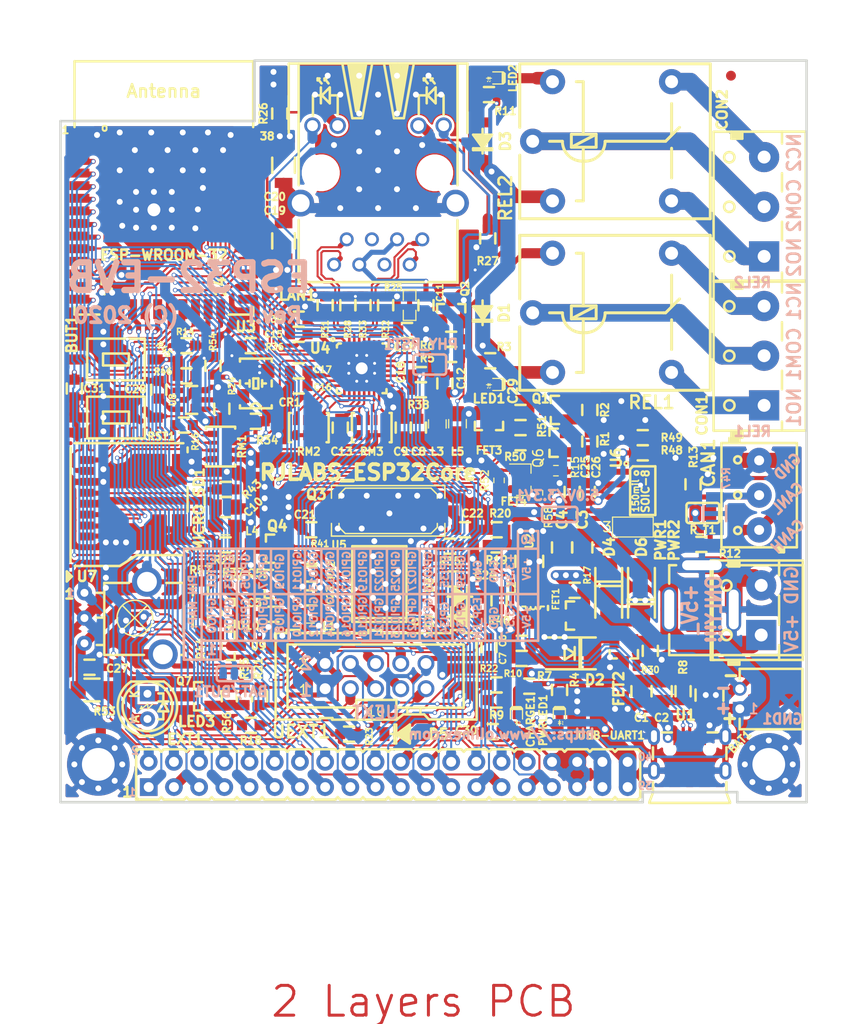
<source format=kicad_pcb>
(kicad_pcb (version 20171130) (host pcbnew "(5.1.7)-1")
  (title_block (title ESP32-EVB) (date 2020-03-18) (rev I) (company "OLIMEX Ltd.") (comment 1 https://www.olimex.com))
  (layers (0 F.Cu mixed) (31 B.Cu mixed) (34 B.Paste user hide) (35 F.Paste user) (36 B.SilkS user hide) (37 F.SilkS user) (38 B.Mask user hide) (39 F.Mask user) (44 Edge.Cuts user))
  (net 0 "")
  (net 1 +5V)
  (net 2 GND)
  (net 3 "Net-(BAT1-Pad1)")
  (net 4 "Net-(BUT1-Pad2)")
  (net 5 /GPI34/BUT1)
  (net 6 "Net-(C3-Pad1)")
  (net 7 "Net-(C5-Pad2)")
  (net 8 +3V3)
  (net 9 "Net-(C10-Pad1)")
  (net 10 "Net-(C11-Pad1)")
  (net 11 "Net-(C18-Pad2)")
  (net 12 "Net-(CON1-Pad3)")
  (net 13 "Net-(CON1-Pad1)")
  (net 14 "Net-(CON1-Pad2)")
  (net 15 "Net-(CON2-Pad2)")
  (net 16 "Net-(CON2-Pad1)")
  (net 17 "Net-(CON2-Pad3)")
  (net 18 "Net-(CR1-Pad3)")
  (net 19 "Net-(D1-Pad2)")
  (net 20 "Net-(D3-Pad2)")
  (net 21 /GPIO3/U0RXD)
  (net 22 "Net-(D5-Pad1)")
  (net 23 /ESP_EN)
  (net 24 "/GPIO25/EMAC_RXD0(RMII)")
  (net 25 "/GPIO19/EMAC_TXD0(RMII)")
  (net 26 "/GPIO26/EMAC_RXD1(RMII)")
  (net 27 /GPIO33/REL2)
  (net 28 /GPIO32/REL1)
  (net 29 /GPIO9/SD_DATA2)
  (net 30 /GPIO8/SD_DATA1)
  (net 31 /GPIO6/SD_CLK)
  (net 32 /GPIO7/SD_DATA0)
  (net 33 /GPIO1/U0TXD)
  (net 34 /GPIO10/SD_DATA3)
  (net 35 /GPIO11/SD_CMD)
  (net 36 "Net-(L2-Pad1)")
  (net 37 "Net-(LED1-Pad2)")
  (net 38 "Net-(LED2-Pad2)")
  (net 39 "Net-(Q1-Pad1)")
  (net 40 "Net-(Q2-Pad1)")
  (net 41 "Net-(R19-Pad1)")
  (net 42 "Net-(R39-Pad1)")
  (net 43 /PHYAD0)
  (net 44 /PHYAD1)
  (net 45 /PHYAD2)
  (net 46 /RMIISEL)
  (net 47 /VDD1A-2A)
  (net 48 /VDDCR)
  (net 49 "/GPIO22/EMAC_TXD1(RMII)")
  (net 50 "/GPIO21/EMAC_TX_EN(RMII)")
  (net 51 "Net-(MICRO_SD1-Pad5)")
  (net 52 "Net-(LAN1-Pad1)")
  (net 53 "Net-(LAN1-Pad2)")
  (net 54 "Net-(LAN1-Pad7)")
  (net 55 "Net-(LAN1-Pad8)")
  (net 56 "Net-(LAN1-PadAG1)")
  (net 57 "Net-(LAN1-PadAY1)")
  (net 58 "Net-(LAN1-PadKG1)")
  (net 59 "Net-(LAN1-PadKY1)")
  (net 60 "Net-(C19-Pad1)")
  (net 61 "Net-(C21-Pad1)")
  (net 62 "Net-(C22-Pad1)")
  (net 63 /CANL)
  (net 64 /CANH)
  (net 65 "Net-(CAN_T1-Pad1)")
  (net 66 /GPI36/U1RXD)
  (net 67 /+5V_EXT)
  (net 68 /GPI39/IR_RECEIVE)
  (net 69 "/GPIO23/MDC(RMII)")
  (net 70 /GPIO27/EMAC_RX_CRS_DV)
  (net 71 /GPI35/CAN-RX)
  (net 72 /GPIO5/CAN-TX)
  (net 73 /GPIO4/U1TXD)
  (net 74 /GPIO0/XTAL1/CLKIN)
  (net 75 /GPIO2/HS2_DATA0)
  (net 76 /GPIO12/IR_Transmit)
  (net 77 /GPIO13/I2C-SDA)
  (net 78 /GPIO14/HS2_CLK)
  (net 79 /GPIO15/HS2_CMD)
  (net 80 /GPIO16/I2C-SCL)
  (net 81 /GPIO17/SPI_CS)
  (net 82 "/GPIO18/MDIO(RMII)")
  (net 83 /+5V_USB)
  (net 84 "Net-(LED3-Pad1)")
  (net 85 "Net-(LED3-Pad2)")
  (net 86 "Net-(MICRO_SD1-Pad1)")
  (net 87 "Net-(MICRO_SD1-Pad2)")
  (net 88 "Net-(MICRO_SD1-Pad8)")
  (net 89 "Net-(Q4-Pad2)")
  (net 90 "Net-(Q4-Pad1)")
  (net 91 "Net-(Q5-Pad2)")
  (net 92 "Net-(Q5-Pad1)")
  (net 93 "Net-(Q7-Pad1)")
  (net 94 "Net-(U3-Pad32)")
  (net 95 "Net-(U4-Pad4)")
  (net 96 "Net-(U4-Pad14)")
  (net 97 "Net-(U4-Pad18)")
  (net 98 "Net-(U4-Pad20)")
  (net 99 "Net-(U4-Pad26)")
  (net 100 "Net-(U5-Pad6)")
  (net 101 "Net-(U5-Pad7)")
  (net 102 "Net-(U5-Pad11)")
  (net 103 "Net-(U5-Pad12)")
  (net 104 "Net-(U5-Pad13)")
  (net 105 "Net-(U5-Pad14)")
  (net 106 "Net-(U5-Pad17)")
  (net 107 "Net-(USB-UART1-Pad4)")
  (net 108 /OSC_DIS)
  (net 109 "Net-(PWRLED1-Pad1)")
  (net 110 "Net-(Q5-Pad3)")
  (net 111 "Net-(C28-Pad1)")
  (net 112 "Net-(MICRO_SD1-Pad7)")
  (net 113 "Net-(R44-Pad2)")
  (net 114 /D_Com)
  (net 115 +3.3VLAN)
  (net 116 "Net-(C29-Pad2)")
  (net 117 "Net-(FET4-Pad3)")
  (net 118 "Net-(CHARGE1-Pad1)")
  (net 119 "Net-(R7-Pad1)")
  (net 120 "Net-(R8-Pad2)")
  (net 121 /BUT1)
  (net 122 "Net-(BAT/BUT1-Pad3)")
  (net 123 "Net-(C24-Pad1)")
  (net 124 "Net-(D7-Pad1)")
  (net 125 "Net-(D8-Pad2)")
  (net 126 "Net-(U5-Pad20)")
  (net 127 mb+)
  (net 128 "Net-(Q6-Pad3)")
  (net 129 "Net-(Q6-Pad1)")
  (net 130 "Net-(JP1-Pad2)")
  (module Jumper:SolderJumper-3_P1.3mm_Bridged2Bar12_Pad1.0x1.5mm_NumberLabels (layer F.Cu) (at 127.275 114.025 180)
    (fp_text reference JP1 hide)
    (fp_text value SolderJumper_3_Bridged12)
    (fp_poly (pts (xy -0.9 -0.6) (xy -0.4 -0.6) (xy -0.4 -0.2) (xy -0.9 -0.2)) (layer F.Cu) (width 0))
    (fp_poly (pts (xy -0.9 0.2) (xy -0.4 0.2) (xy -0.4 0.6) (xy -0.9 0.6)) (layer F.Cu) (width 0))
    (fp_text user 3 (at 2.6 0) (layer F.SilkS))
    (pad 2 smd rect (at 0 0 180) (size 1 1.5) (layers F.Cu F.Mask) (net 130 "Net-(JP1-Pad2)"))
    (pad 3 smd rect (at 1.3 0 180) (size 1 1.5) (layers F.Cu F.Mask) (net 8 +3V3))
    (pad 1 smd rect (at -1.3 0 180) (size 1 1.5) (layers F.Cu F.Mask) (net 2 GND))
  )
  (module Resistor_SMD:R_0603_1608Metric (layer F.Cu) (at 118.71 110.58 90)
    (fp_text reference R58 (at -2.47 0.065 90) (layer F.SilkS) (effects (font (size 0.762 0.762))))
    (fp_text value R)
    (pad 2 smd roundrect (at 0.825 0 90) (size 0.8 0.95) (layers F.Cu F.Paste F.Mask) (net 128 "Net-(Q6-Pad3)"))
    (pad 1 smd roundrect (at -0.825 0 90) (size 0.8 0.95) (layers F.Cu F.Paste F.Mask) (net 127 mb+))
  )
  (module Resistor_SMD:R_0603_1608Metric (layer F.Cu) (at 113.79 109.33 90)
    (fp_text reference R52 (at 0 -1.43 90) (layer F.SilkS) (effects (font (size 0.762 0.762))))
    (fp_text value R)
    (pad 2 smd roundrect (at 0.825 0 90) (size 0.8 0.95) (layers F.Cu F.Paste F.Mask) (net 129 "Net-(Q6-Pad1)"))
    (pad 1 smd roundrect (at -0.825 0 90) (size 0.8 0.95) (layers F.Cu F.Paste F.Mask) (net 2 GND))
  )
  (module Resistor_SMD:R_0603_1608Metric (layer F.Cu) (at 119.52 108.35 180)
    (fp_text reference R15 (at -1.93 0.35 90) (layer F.SilkS) (effects (font (size 0.762 0.762))))
    (fp_text value R)
    (pad 1 smd roundrect (at -0.825 0 180) (size 0.8 0.95) (layers F.Cu F.Paste F.Mask) (net 72 /GPIO5/CAN-TX))
    (pad 2 smd roundrect (at 0.825 0 180) (size 0.8 0.95) (layers F.Cu F.Paste F.Mask) (net 129 "Net-(Q6-Pad1)"))
  )
  (module Package_TO_SOT_SMD:SOT-23 (layer F.Cu) (at 116.25 109.26)
    (fp_text reference Q6 (at 1.475 -2.185 90) (layer F.SilkS))
    (fp_text value BC817)
    (pad 3 smd rect (at 1 0) (size 0.9 0.8) (layers F.Cu F.Paste F.Mask) (net 128 "Net-(Q6-Pad3)"))
    (pad 2 smd rect (at -1 0.95) (size 0.9 0.8) (layers F.Cu F.Paste F.Mask) (net 2 GND))
    (pad 1 smd rect (at -1 -0.95) (size 0.9 0.8) (layers F.Cu F.Paste F.Mask) (net 129 "Net-(Q6-Pad1)"))
  )
  (module OLIMEX_IC-FP:SOIC-8_150mil (layer F.Cu) (at 128.27 110.363 270)
    (fp_text reference U6 (at -3.302 2.667 270) (layer F.SilkS) (effects (font (size 1.016 1.016) (thickness 0.254))))
    (fp_text value "MCP2562-E/SN(SOIC-8_150mil)")
    (fp_text user 150mil (at 0.508 0.7112 270) (layer F.SilkS) (effects (font (size 0.635 0.635) (thickness 0.15875))))
    (fp_text user SOIC-8 (at 0.05588 -0.27178 270) (layer F.SilkS) (effects (font (size 0.762 0.762) (thickness 0.1905))))
    (pad 1 smd rect (at -1.905 2.5 270) (size 0.6 2.2) (layers F.Cu F.Paste F.Mask) (net 72 /GPIO5/CAN-TX) (clearance 0.0508))
    (pad 2 smd rect (at -0.635 2.5 270) (size 0.6 2.2) (layers F.Cu F.Paste F.Mask) (net 128 "Net-(Q6-Pad3)") (clearance 0.0508))
    (pad 3 smd rect (at 0.635 2.5 270) (size 0.6 2.2) (layers F.Cu F.Paste F.Mask) (net 128 "Net-(Q6-Pad3)") (clearance 0.0508))
    (pad 4 smd rect (at 1.905 2.5 270) (size 0.6 2.2) (layers F.Cu F.Paste F.Mask) (net 71 /GPI35/CAN-RX) (clearance 0.0508))
    (pad 5 smd rect (at 1.905 -2.5 270) (size 0.6 2.2) (layers F.Cu F.Paste F.Mask) (net 130 "Net-(JP1-Pad2)") (clearance 0.0508))
    (pad 6 smd rect (at 0.635 -2.5 270) (size 0.6 2.2) (layers F.Cu F.Paste F.Mask) (net 63 /CANL) (clearance 0.0508))
    (pad 7 smd rect (at -0.635 -2.5 270) (size 0.6 2.2) (layers F.Cu F.Paste F.Mask) (net 64 /CANH) (clearance 0.0508))
    (pad 8 smd rect (at -1.905 -2.5 270) (size 0.6 2.2) (layers F.Cu F.Paste F.Mask) (net 127 mb+) (clearance 0.0508))
  )
  (module OLIMEX_RLC-FP:R_0603_5MIL_DWS (layer F.Cu) (at 133.34 109.721 270)
    (fp_text reference R13 (at -2.746 -0.035 90) (layer F.SilkS) (effects (font (size 0.762 0.762) (thickness 0.1905))))
    (fp_text value 10k/R0603)
    (pad 2 smd rect (at 0.889 0 270) (size 1.016 1.016) (layers F.Cu F.Paste F.Mask) (net 63 /CANL))
    (pad 1 smd rect (at -0.889 0 270) (size 1.016 1.016) (layers F.Cu F.Paste F.Mask) (net 127 mb+))
  )
  (module OLIMEX_RLC-FP:R_0603_5MIL_DWS (layer F.Cu) (at 134.175 115.775 180)
    (fp_text reference R12 (at -2.875 -0.925 180) (layer F.SilkS) (effects (font (size 0.762 0.762) (thickness 0.1905))))
    (fp_text value 10k/R0603)
    (pad 2 smd rect (at 0.889 0 180) (size 1.016 1.016) (layers F.Cu F.Paste F.Mask) (net 2 GND))
    (pad 1 smd rect (at -0.889 0 180) (size 1.016 1.016) (layers F.Cu F.Paste F.Mask) (net 64 /CANH))
  )
  (module OLIMEX_RLC-FP:0R_0603 (layer F.Cu) (at 104.775 91.694 90)
    (fp_text reference R25 (at 1.778 -1.651) (layer F.SilkS) (effects (font (size 0.635 0.635) (thickness 0.15875))))
    (fp_text value "0R(board_mounted)")
    (fp_line (start -0.5 0) (end 0.5 0) (layer F.Cu) (width 0.508))
    (pad 1 smd rect (at -0.889 0 90) (size 1.016 1.016) (layers F.Cu F.Paste F.Mask) (net 47 /VDD1A-2A) (clearance 0.0508))
    (pad 2 smd rect (at 0.889 0 90) (size 1.016 1.016) (layers F.Cu F.Paste F.Mask) (net 10 "Net-(C11-Pad1)") (clearance 0.0508))
  )
  (module OLIMEX_Connectors-FP:TFC-WXCP11-08-LF (layer F.Cu) (at 76.327 111.125 180)
    (fp_text reference MICRO_SD1 (at -7.239 -1.143 270) (layer F.SilkS) (effects (font (size 1.016 1.016) (thickness 0.254))))
    (fp_text value TFC-WXCP11-08-LF)
    (pad 1 smd rect (at 4 -3.85 270) (size 0.8 1.5) (layers F.Cu F.Paste F.Mask) (net 86 "Net-(MICRO_SD1-Pad1)"))
    (pad 2 smd rect (at 4 -2.75 270) (size 0.8 1.5) (layers F.Cu F.Paste F.Mask) (net 87 "Net-(MICRO_SD1-Pad2)"))
    (pad 3 smd rect (at 4 -1.65 270) (size 0.8 1.5) (layers F.Cu F.Paste F.Mask) (net 79 /GPIO15/HS2_CMD))
    (pad 4 smd rect (at 4 -0.55 270) (size 0.8 1.5) (layers F.Cu F.Paste F.Mask) (net 9 "Net-(C10-Pad1)"))
    (pad 5 smd rect (at 4 0.55 270) (size 0.8 1.5) (layers F.Cu F.Paste F.Mask) (net 51 "Net-(MICRO_SD1-Pad5)"))
    (pad 6 smd rect (at 4 1.65 270) (size 0.8 1.5) (layers F.Cu F.Paste F.Mask) (net 2 GND))
    (pad 7 smd rect (at 4 2.75 270) (size 0.8 1.5) (layers F.Cu F.Paste F.Mask) (net 112 "Net-(MICRO_SD1-Pad7)"))
    (pad 8 smd rect (at 4 3.85 270) (size 0.8 1.5) (layers F.Cu F.Paste F.Mask) (net 88 "Net-(MICRO_SD1-Pad8)"))
    (pad FID1 smd circle (at 5.72 -6.82 270) (size 0.4 0.4) (layers F.Cu F.Mask))
    (pad FID2 smd circle (at -6.08 -5.73 270) (size 0.4 0.4) (layers F.Cu F.Mask))
    (pad FID3 smd circle (at -6.08 5.54 270) (size 0.4 0.4) (layers F.Cu F.Mask))
    (pad FID4 smd circle (at 5.72 5.54 270) (size 0.4 0.4) (layers F.Cu F.Mask))
    (pad SH1 smd rect (at -5.25 2.91 270) (size 3.1 1.5) (layers F.Cu F.Paste F.Mask) (net 2 GND))
    (pad SH2 smd rect (at -5.25 -3.15 270) (size 3.1 1.5) (layers F.Cu F.Paste F.Mask) (net 2 GND))
  )
  (module OLIMEX_Connectors-FP:RJLBC-060TC1 (layer F.Cu) (at 101.6 78.359 180)
    (fp_text reference LAN1 (at 8.128 -12.319 180) (layer F.SilkS) (effects (font (size 1.016 1.016) (thickness 0.254))))
    (fp_text value "RJLD-060TC1(LPJ4013EDNL)")
    (pad 1 thru_hole circle (at -4.455 -6.7 180) (size 1.41 1.41) (drill 0.9) (layers *.Cu *.Mask) (net 52 "Net-(LAN1-Pad1)"))
    (pad 2 thru_hole circle (at -3.185 -9.24 180) (size 1.41 1.41) (drill 0.9) (layers *.Cu *.Mask) (net 53 "Net-(LAN1-Pad2)"))
    (pad 3 thru_hole circle (at -1.915 -6.7 180) (size 1.41 1.41) (drill 0.9) (layers *.Cu *.Mask) (net 10 "Net-(C11-Pad1)"))
    (pad 4 thru_hole circle (at -0.645 -9.24 180) (size 1.41 1.41) (drill 0.9) (layers *.Cu *.Mask))
    (pad 5 thru_hole circle (at 0.625 -6.7 180) (size 1.41 1.41) (drill 0.9) (layers *.Cu *.Mask))
    (pad 6 thru_hole circle (at 1.895 -9.24 180) (size 1.41 1.41) (drill 0.9) (layers *.Cu *.Mask) (net 10 "Net-(C11-Pad1)"))
    (pad 7 thru_hole circle (at 3.165 -6.7 180) (size 1.41 1.41) (drill 0.9) (layers *.Cu *.Mask) (net 54 "Net-(LAN1-Pad7)"))
    (pad 8 thru_hole circle (at 4.435 -9.24 180) (size 1.41 1.41) (drill 0.9) (layers *.Cu *.Mask) (net 55 "Net-(LAN1-Pad8)"))
    (pad AG1 thru_hole circle (at 4.07 4.7485 180) (size 1.65 1.65) (drill 1.1) (layers *.Cu *.Mask) (net 56 "Net-(LAN1-PadAG1)"))
    (pad AY1 thru_hole circle (at -6.61 4.7485 180) (size 1.65 1.65) (drill 1.1) (layers *.Cu *.Mask) (net 57 "Net-(LAN1-PadAY1)"))
    (pad GND1 thru_hole circle (at -7.8 -3.05 180) (size 2.7 2.7) (drill 1.8) (layers *.Cu *.Mask) (net 60 "Net-(C19-Pad1)"))
    (pad GND2 thru_hole circle (at 7.8 -3.05 180) (size 2.7 2.7) (drill 1.8) (layers *.Cu *.Mask) (net 60 "Net-(C19-Pad1)"))
    (pad KG1 thru_hole circle (at 6.61 4.7485 180) (size 1.65 1.65) (drill 1.1) (layers *.Cu *.Mask) (net 58 "Net-(LAN1-PadKG1)"))
    (pad KY1 thru_hole circle (at -4.07 4.7485 180) (size 1.65 1.65) (drill 1.1) (layers *.Cu *.Mask) (net 59 "Net-(LAN1-PadKY1)"))
    (pad "" np_thru_hole circle (at -5.715 0 180) (size 3.2 3.2) (drill 3.2) (layers *.Cu *.Mask))
    (pad "" np_thru_hole circle (at 5.715 0 180) (size 3.2 3.2) (drill 3.2) (layers *.Cu *.Mask))
  )
  (module OLIMEX_Connectors-FP:TB3-3.5mm (layer F.Cu) (at 140 110.815 270)
    (fp_text reference CAN1 (at -3.246 5.126 270) (layer F.SilkS) (effects (font (size 1.27 1.27) (thickness 0.254))))
    (fp_text value TB3-3.5mm)
    (pad 3 thru_hole circle (at 3.5 0 270) (size 2.54 2.54) (drill 1) (layers *.Cu *.Mask) (net 64 /CANH))
    (pad 1 thru_hole circle (at -3.5 0 270) (size 2.54 2.54) (drill 1) (layers *.Cu *.Mask) (net 2 GND))
    (pad 2 thru_hole circle (at 0 0 270) (size 2.54 2.54) (drill 1) (layers *.Cu *.Mask) (net 63 /CANL))
  )
  (module OLIMEX_Connectors-FP:TB3-DG306-5.0_3P (layer F.Cu) (at 140.5 81.774 90)
    (fp_text reference CON2 (at 9.765 -4.229 270) (layer F.SilkS) (effects (font (size 1.016 1.016) (thickness 0.254))))
    (fp_text value "TB3 DG306-5.0-3P")
    (pad 3 thru_hole circle (at 5 0 90) (size 3.048 3.048) (drill 1.3) (layers *.Cu *.Mask) (net 17 "Net-(CON2-Pad3)"))
    (pad 1 thru_hole rect (at -5 0 90) (size 3.048 3.048) (drill 1.3) (layers *.Cu *.Mask) (net 16 "Net-(CON2-Pad1)"))
    (pad 2 thru_hole circle (at 0 0 90) (size 3.048 3.048) (drill 1.3) (layers *.Cu *.Mask) (net 15 "Net-(CON2-Pad2)"))
  )
  (module OLIMEX_Connectors-FP:TB3-DG306-5.0_3P (layer F.Cu) (at 140.5 96.774 90)
    (fp_text reference CON1 (at -5.969 -6.261 90) (layer F.SilkS) (effects (font (size 1.016 1.016) (thickness 0.254))))
    (fp_text value "TB3 DG306-5.0-3P")
    (pad 3 thru_hole circle (at 5 0 90) (size 3.048 3.048) (drill 1.3) (layers *.Cu *.Mask) (net 12 "Net-(CON1-Pad3)"))
    (pad 1 thru_hole rect (at -5 0 90) (size 3.048 3.048) (drill 1.3) (layers *.Cu *.Mask) (net 13 "Net-(CON1-Pad1)"))
    (pad 2 thru_hole circle (at 0 0 90) (size 3.048 3.048) (drill 1.3) (layers *.Cu *.Mask) (net 14 "Net-(CON1-Pad2)"))
  )
  (module OLIMEX_Connectors-FP:UEXT_ML10 (layer F.Cu) (at 101.346 129.032)
    (fp_text reference UEXT1 (at -7.493 5.588) (layer F.SilkS) (effects (font (size 1.27 1.27) (thickness 0.254))))
    (fp_text value BH10S)
    (fp_text user 10 (at 0.0381 3.55092) (layer F.SilkS))
    (fp_text user 1 (at -7.2644 1.39192) (layer F.SilkS))
    (fp_text user 2 (at -7.34822 -1.23444) (layer F.SilkS))
    (pad 10 thru_hole circle (at 5.08 -1.27) (size 1.7 1.7) (drill 1.1) (layers *.Cu *.Mask) (net 81 /GPIO17/SPI_CS))
    (pad 9 thru_hole circle (at 5.08 1.27) (size 1.7 1.7) (drill 1.1) (layers *.Cu *.Mask) (net 78 /GPIO14/HS2_CLK))
    (pad 8 thru_hole circle (at 2.54 -1.27) (size 1.7 1.7) (drill 1.1) (layers *.Cu *.Mask) (net 75 /GPIO2/HS2_DATA0))
    (pad 7 thru_hole circle (at 2.54 1.27) (size 1.7 1.7) (drill 1.1) (layers *.Cu *.Mask) (net 79 /GPIO15/HS2_CMD))
    (pad 6 thru_hole circle (at 0 -1.27) (size 1.7 1.7) (drill 1.1) (layers *.Cu *.Mask) (net 77 /GPIO13/I2C-SDA))
    (pad 5 thru_hole circle (at 0 1.27) (size 1.7 1.7) (drill 1.1) (layers *.Cu *.Mask) (net 80 /GPIO16/I2C-SCL))
    (pad 4 thru_hole circle (at -2.54 -1.27) (size 1.7 1.7) (drill 1.1) (layers *.Cu *.Mask) (net 22 "Net-(D5-Pad1)"))
    (pad 3 thru_hole circle (at -2.54 1.27) (size 1.7 1.7) (drill 1.1) (layers *.Cu *.Mask) (net 73 /GPIO4/U1TXD))
    (pad 2 thru_hole circle (at -5.08 -1.27) (size 1.7 1.7) (drill 1.1) (layers *.Cu *.Mask) (net 2 GND))
    (pad 1 thru_hole rect (at -5.08 1.27) (size 1.7 1.7) (drill 1.1) (layers *.Cu *.Mask) (net 7 "Net-(C5-Pad2)"))
  )
  (module OLIMEX_LEDs-FP:LED-5mm-PTH-AK (layer F.Cu) (at 78.359 132.08 90)
    (fp_text reference LED3 (at -1.524 4.953 180) (layer F.SilkS) (effects (font (size 1.016 1.016) (thickness 0.254))))
    (fp_text value LED/IR333-A/5mm)
    (fp_text user K (at 1.27 -1.3 90) (layer F.SilkS) (effects (font (size 0.889 0.889) (thickness 0.2032))))
    (fp_text user A (at -1.27 -1.3 90) (layer F.SilkS) (effects (font (size 0.889 0.889) (thickness 0.2032))))
    (pad 2 thru_hole rect (at 1.27 0 270) (size 1.524 1.524) (drill 0.8) (layers *.Cu *.Mask) (net 85 "Net-(LED3-Pad2)"))
    (pad 1 thru_hole circle (at -1.27 0 270) (size 1.524 1.524) (drill 0.8) (layers *.Cu *.Mask) (net 84 "Net-(LED3-Pad1)"))
  )
  (module OLIMEX_IC-FP:RPM7236-H8 (layer F.Cu) (at 77.089 123.19 270)
    (fp_text reference U7 (at -4.191 4.826 180) (layer F.SilkS) (effects (font (size 1.016 1.016) (thickness 0.254))))
    (fp_text value RPM7236-H8)
    (pad 0 thru_hole circle (at 3.65 -2.82 270) (size 3 3) (drill 2) (layers *.Cu *.Mask) (net 2 GND))
    (pad 0 thru_hole circle (at -3.65 -1.22 270) (size 3 3) (drill 2) (layers *.Cu *.Mask) (net 2 GND))
    (pad 3 thru_hole circle (at 2.54 5.08 270) (size 1.524 1.524) (drill 0.8) (layers *.Cu *.Mask) (net 8 +3V3))
    (pad 2 thru_hole circle (at 0 5.08 270) (size 1.524 1.524) (drill 0.8) (layers *.Cu *.Mask) (net 2 GND))
    (pad 1 thru_hole circle (at -2.54 5.08 270) (size 1.524 1.524) (drill 0.8) (layers *.Cu *.Mask) (net 68 /GPI39/IR_RECEIVE))
  )
  (module "OLIMEX_Buttons-FP:T1107A(6x3,8x2,5MM)" (layer F.Cu) (at 75.184 102.997 180)
    (fp_text reference RST1 (at -4.572 -1.905) (layer F.SilkS) (effects (font (size 0.762 0.762) (thickness 0.1905))))
    (fp_text value "T1107A(6x3,8x2,5MM)")
    (pad 2 smd rect (at 3.937 0 270) (size 1.016 1.524) (layers F.Cu F.Paste F.Mask) (net 2 GND) (clearance 0.0508))
    (pad 1 smd rect (at -3.937 0 270) (size 1.016 1.524) (layers F.Cu F.Paste F.Mask) (net 23 /ESP_EN) (clearance 0.0508))
  )
  (module "OLIMEX_Buttons-FP:T1107A(6x3,8x2,5MM)" (layer F.Cu) (at 75.184 97.155 180)
    (fp_text reference BUT1 (at 4.445 2.54 270) (layer F.SilkS) (effects (font (size 1.016 1.016) (thickness 0.254))))
    (fp_text value "T1107A(6x3,8x2,5MM)")
    (pad 2 smd rect (at 3.937 0 270) (size 1.016 1.524) (layers F.Cu F.Paste F.Mask) (net 4 "Net-(BUT1-Pad2)") (clearance 0.0508))
    (pad 1 smd rect (at -3.937 0 270) (size 1.016 1.524) (layers F.Cu F.Paste F.Mask) (net 121 /BUT1) (clearance 0.0508))
  )
  (module OLIMEX_Relays-FP:Relay_RAS-05-15 (layer F.Cu) (at 125.476 92.456 180)
    (fp_text reference REL1 (at -3.683 -9.017) (layer F.SilkS) (effects (font (size 1.27 1.27) (thickness 0.254))))
    (fp_text value RAS-0515)
    (pad COM0 thru_hole circle (at 8.3 0 180) (size 2.54 2.54) (drill 1.3) (layers *.Cu *.Mask) (net 14 "Net-(CON1-Pad2)") (clearance 2.54))
    (pad NO0 thru_hole circle (at -5.7 -6 180) (size 2.54 2.54) (drill 1.3) (layers *.Cu *.Mask) (net 13 "Net-(CON1-Pad1)") (clearance 2.54))
    (pad NC0 thru_hole circle (at -5.7 6 180) (size 2.54 2.54) (drill 1.3) (layers *.Cu *.Mask) (net 12 "Net-(CON1-Pad3)") (clearance 2.54))
    (pad 2 thru_hole circle (at 6.3 6 180) (size 2.54 2.54) (drill 1.3) (layers *.Cu *.Mask) (net 19 "Net-(D1-Pad2)"))
    (pad 1 thru_hole circle (at 6.3 -6 180) (size 2.54 2.54) (drill 1.3) (layers *.Cu *.Mask) (net 1 +5V))
  )
  (module OLIMEX_Relays-FP:Relay_RAS-05-15 (layer F.Cu) (at 125.476 75.184 180)
    (fp_text reference REL2 (at 11.049 -5.715 270) (layer F.SilkS) (effects (font (size 1.27 1.27) (thickness 0.254))))
    (fp_text value RAS-0515)
    (pad COM0 thru_hole circle (at 8.3 0 180) (size 2.54 2.54) (drill 1.3) (layers *.Cu *.Mask) (net 15 "Net-(CON2-Pad2)") (clearance 2.54))
    (pad NO0 thru_hole circle (at -5.7 -6 180) (size 2.54 2.54) (drill 1.3) (layers *.Cu *.Mask) (net 16 "Net-(CON2-Pad1)") (clearance 2.54))
    (pad NC0 thru_hole circle (at -5.7 6 180) (size 2.54 2.54) (drill 1.3) (layers *.Cu *.Mask) (net 17 "Net-(CON2-Pad3)") (clearance 2.54))
    (pad 2 thru_hole circle (at 6.3 6 180) (size 2.54 2.54) (drill 1.3) (layers *.Cu *.Mask) (net 20 "Net-(D3-Pad2)"))
    (pad 1 thru_hole circle (at 6.3 -6 180) (size 2.54 2.54) (drill 1.3) (layers *.Cu *.Mask) (net 1 +5V))
  )
  (module "OLIMEX_Connectors-FP:PWRJ-2mm(YDJ-1136)" (layer F.Cu) (at 130.937 117.569 180)
    (fp_text reference PWR1 (at 0.867 2.239 90) (layer F.SilkS) (effects (font (size 1.016 1.016) (thickness 0.254))))
    (fp_text value "PWRJ-2mm(YDJ-1134)")
    (pad - thru_hole oval (at -3.3 -0.3 180) (size 4.5 1.5) (drill oval 4 1) (layers *.Cu *.Mask) (net 2 GND))
    (pad - thru_hole oval (at -6.5 -4.75 180) (size 1.5 4.5) (drill oval 1 4) (layers *.Cu *.Mask) (net 2 GND))
    (pad + thru_hole oval (at 0 -4.75 180) (size 1.5 4.5) (drill oval 1 4) (layers *.Cu *.Mask) (net 67 /+5V_EXT))
  )
  (module OLIMEX_Crystal-FP:5032-4P_HCX-3S (layer F.Cu) (at 89.281 99.568 90)
    (fp_text reference CR1 (at -1.905 3.429 180) (layer F.SilkS) (effects (font (size 0.762 0.762) (thickness 0.1905))))
    (fp_text value Q50MHz/25ppm/3V/4P/5x3.2mm)
    (pad 4 smd rect (at -1.27 -1.27 90) (size 1.4 1.2) (layers F.Cu F.Paste F.Mask) (net 8 +3V3))
    (pad 3 smd rect (at 1.27 -1.27 90) (size 1.4 1.2) (layers F.Cu F.Paste F.Mask) (net 18 "Net-(CR1-Pad3)"))
    (pad 2 smd rect (at 1.27 1.27 90) (size 1.4 1.2) (layers F.Cu F.Paste F.Mask) (net 2 GND))
    (pad 1 smd rect (at -1.27 1.27 90) (size 1.4 1.2) (layers F.Cu F.Paste F.Mask) (net 108 /OSC_DIS))
  )
  (module OLIMEX_RLC-FP:R_0603_5MIL_DWS (layer F.Cu) (at 86.233 115.824 180)
    (fp_text reference R29 (at 0.127 -1.524 180) (layer F.SilkS) (effects (font (size 0.762 0.762) (thickness 0.1905))))
    (fp_text value 10k/R0603)
    (pad 2 smd rect (at 0.889 0 180) (size 1.016 1.016) (layers F.Cu F.Paste F.Mask) (net 79 /GPIO15/HS2_CMD))
    (pad 1 smd rect (at -0.889 0 180) (size 1.016 1.016) (layers F.Cu F.Paste F.Mask) (net 8 +3V3))
  )
  (module OLIMEX_Connectors-FP:USB-MICRO_MISB-SWMM-5B_LF (layer F.Cu) (at 133 138.303 270)
    (fp_text reference USB-UART1 (at -3.302 7.905 180) (layer F.SilkS) (effects (font (size 0.762 0.762) (thickness 0.1905))))
    (fp_text value "MISB-SWMM-5B-LF(USB_MICRO)")
    (pad 0 thru_hole oval (at 0.25 -3.6) (size 1.2 1.8) (drill oval 0.6 1.2) (layers *.Cu *.Mask) (net 2 GND))
    (pad 0 thru_hole oval (at -3.22 -3.6) (size 1.2 1.8) (drill oval 0.6 1.2) (layers *.Cu *.Mask) (net 2 GND))
    (pad 0 thru_hole oval (at -3.22 3.6) (size 1.2 1.8) (drill oval 0.6 1.2) (layers *.Cu *.Mask) (net 2 GND))
    (pad 0 thru_hole oval (at 0.25 3.6) (size 1.2 1.8) (drill oval 0.6 1.2) (layers *.Cu *.Mask) (net 2 GND))
    (pad 0 smd rect (at 1.4 -1.5) (size 1.1 1) (layers F.Cu F.Paste F.Mask) (net 2 GND))
    (pad 0 smd rect (at 1.4 1.5) (size 1.1 1) (layers F.Cu F.Paste F.Mask) (net 2 GND))
    (pad "" np_thru_hole circle (at -1.9 -2) (size 0.6 0.6) (drill 0.6) (layers *.Cu *.Mask))
    (pad "" np_thru_hole circle (at -1.9 2) (size 0.6 0.6) (drill 0.6) (layers *.Cu *.Mask))
    (pad 5 smd rect (at -3.15 -1.3875) (size 0.5 1.65) (layers F.Cu F.Paste F.Mask) (net 2 GND))
    (pad 4 smd rect (at -3.15 -0.65) (size 0.325 1.65) (layers F.Cu F.Paste F.Mask) (net 107 "Net-(USB-UART1-Pad4)"))
    (pad 3 smd rect (at -3.15 0) (size 0.325 1.65) (layers F.Cu F.Paste F.Mask) (net 100 "Net-(U5-Pad6)"))
    (pad 2 smd rect (at -3.15 0.65) (size 0.325 1.65) (layers F.Cu F.Paste F.Mask) (net 101 "Net-(U5-Pad7)"))
    (pad 1 smd rect (at -3.15 1.3875) (size 0.5 1.65) (layers F.Cu F.Paste F.Mask) (net 83 /+5V_USB))
  )
  (module OLIMEX_Connectors-FP:LIPO_BAT-CON2DW02R (layer F.Cu) (at 141.1986 131.318 90)
    (fp_text reference BAT1 (at -4.318 -3.1496 225) (layer F.SilkS) (effects (font (size 0.762 0.762) (thickness 0.1905))))
    (fp_text value DW02R)
    (pad 1 thru_hole rect (at -1.00838 -3.15214 90) (size 1.4 1.4) (drill 0.9) (layers *.Cu *.Mask) (net 3 "Net-(BAT1-Pad1)"))
    (pad 2 thru_hole circle (at 1.0033 -3.15468 90) (size 1.4 1.4) (drill 0.9) (layers *.Cu *.Mask) (net 2 GND))
  )
  (module OLIMEX_RLC-FP:C_0805_5MIL_DWS (layer F.Cu) (at 130.175 130.556 270)
    (fp_text reference C2 (at 2.667 0) (layer F.SilkS) (effects (font (size 0.762 0.762) (thickness 0.1905))))
    (fp_text value 47uF/6.3V/20%/X5R/C0805)
    (pad 2 smd rect (at 1.016 0) (size 1.524 1.27) (layers F.Cu F.Paste F.Mask) (net 2 GND))
    (pad 1 smd rect (at -1.016 0) (size 1.524 1.27) (layers F.Cu F.Paste F.Mask) (net 1 +5V))
  )
  (module OLIMEX_Other-FP:Fiducial1x3 (layer F.Cu) (at 142.875 133.35)
    (fp_text reference Fid2 hide)
    (fp_text value "")
    (pad Fid1 connect circle (at 0 0) (size 1 1) (layers F.Cu F.Mask) (clearance 1.016))
  )
  (module "OLIMEX_Diodes-FP:DO214AA_1(K)-2(A)" (layer F.Cu) (at 121.031 126.746 180)
    (fp_text reference D2 (at -2.413 -2.667 180) (layer F.SilkS) (effects (font (size 1.016 1.016) (thickness 0.254))))
    (fp_text value "SMBJ6.0A(DO-214AA)")
    (pad 2 smd rect (at 2.177 0 180) (size 1.778 2.286) (layers F.Cu F.Paste F.Mask) (net 2 GND))
    (pad 1 smd rect (at -2.177 0 180) (size 1.778 2.286) (layers F.Cu F.Paste F.Mask) (net 1 +5V))
  )
  (module OLIMEX_RLC-FP:R_0603_5MIL_DWS (layer F.Cu) (at 83.693 120.396 270)
    (fp_text reference R57 (at -2.032 0) (layer F.SilkS) (effects (font (size 0.762 0.762) (thickness 0.1905))))
    (fp_text value "NA(1k/R0603)")
    (pad 2 smd rect (at 0.889 0 270) (size 1.016 1.016) (layers F.Cu F.Paste F.Mask) (net 108 /OSC_DIS))
    (pad 1 smd rect (at -0.889 0 270) (size 1.016 1.016) (layers F.Cu F.Paste F.Mask) (net 11 "Net-(C18-Pad2)"))
  )
  (module OLIMEX_RLC-FP:R_0603_5MIL_DWS (layer F.Cu) (at 83.693 123.571 270)
    (fp_text reference R44 (at 2.683 -0.061 270) (layer F.SilkS) (effects (font (size 0.762 0.762) (thickness 0.1905))))
    (fp_text value NA/R0603)
    (pad 2 smd rect (at 0.889 0 270) (size 1.016 1.016) (layers F.Cu F.Paste F.Mask) (net 113 "Net-(R44-Pad2)"))
    (pad 1 smd rect (at -0.889 0 270) (size 1.016 1.016) (layers F.Cu F.Paste F.Mask) (net 108 /OSC_DIS))
  )
  (module OLIMEX_Diodes-FP:SOT23-3 (layer F.Cu) (at 86.487 122.682 180)
    (fp_text reference U10 (at -2.032 -1.27 180) (layer F.SilkS) (effects (font (size 0.762 0.762) (thickness 0.1905))))
    (fp_text value "BAT54C(SOT23-3)")
    (pad 3 smd rect (at -1.1 0 270) (size 1 1.4) (layers F.Cu F.Paste F.Mask) (net 114 /D_Com))
    (pad 2 smd rect (at 1.1 -0.95 270) (size 1 1.4) (layers F.Cu F.Paste F.Mask) (net 108 /OSC_DIS))
    (pad 1 smd rect (at 1.1 0.95 270) (size 1 1.4) (layers F.Cu F.Paste F.Mask) (net 75 /GPIO2/HS2_DATA0))
  )
  (module OLIMEX_Diodes-FP:SOT23-3 (layer F.Cu) (at 86.487 125.984 180)
    (fp_text reference U9 (at -3.048 0 180) (layer F.SilkS) (effects (font (size 0.762 0.762) (thickness 0.1905))))
    (fp_text value "BAT54C(SOT23-3)")
    (pad 3 smd rect (at -1.1 0 270) (size 1 1.4) (layers F.Cu F.Paste F.Mask) (net 114 /D_Com))
    (pad 2 smd rect (at 1.1 -0.95 270) (size 1 1.4) (layers F.Cu F.Paste F.Mask) (net 74 /GPIO0/XTAL1/CLKIN))
    (pad 1 smd rect (at 1.1 0.95 270) (size 1 1.4) (layers F.Cu F.Paste F.Mask) (net 113 "Net-(R44-Pad2)"))
  )
  (module OLIMEX_RLC-FP:R_0603_5MIL_DWS (layer F.Cu) (at 87.249 120.015 180)
    (fp_text reference R37 (at 0.254 1.397 180) (layer F.SilkS) (effects (font (size 0.762 0.762) (thickness 0.1905))))
    (fp_text value 220R/R0603)
    (pad 2 smd rect (at 0.889 0 180) (size 1.016 1.016) (layers F.Cu F.Paste F.Mask) (net 114 /D_Com))
    (pad 1 smd rect (at -0.889 0 180) (size 1.016 1.016) (layers F.Cu F.Paste F.Mask) (net 110 "Net-(Q5-Pad3)"))
  )
  (module OLIMEX_RLC-FP:C_0805_5MIL_DWS (layer F.Cu) (at 120.142 116.078 90)
    (fp_text reference C4 (at 2.794 0 90) (layer F.SilkS) (effects (font (size 1.016 1.016) (thickness 0.254))))
    (fp_text value 47uF/6.3V/20%/X5R/C0805)
    (pad 2 smd rect (at 1.016 0 180) (size 1.524 1.27) (layers F.Cu F.Paste F.Mask) (net 2 GND))
    (pad 1 smd rect (at -1.016 0 180) (size 1.524 1.27) (layers F.Cu F.Paste F.Mask) (net 6 "Net-(C3-Pad1)"))
  )
  (module OLIMEX_RLC-FP:C_0805_5MIL_DWS (layer F.Cu) (at 122.174 116.078 90)
    (fp_text reference C3 (at 2.794 0 90) (layer F.SilkS) (effects (font (size 1.016 1.016) (thickness 0.254))))
    (fp_text value "NA(47uF/6.3V/20%/X5R/C0805)")
    (pad 2 smd rect (at 1.016 0 180) (size 1.524 1.27) (layers F.Cu F.Paste F.Mask) (net 2 GND))
    (pad 1 smd rect (at -1.016 0 180) (size 1.524 1.27) (layers F.Cu F.Paste F.Mask) (net 6 "Net-(C3-Pad1)"))
  )
  (module OLIMEX_RLC-FP:R_0603_5MIL_DWS (layer F.Cu) (at 113.538 114.3 180)
    (fp_text reference R20 (at -0.381 1.651 180) (layer F.SilkS) (effects (font (size 0.762 0.762) (thickness 0.1905))))
    (fp_text value 49.9k/1%/R0603)
    (pad 2 smd rect (at 0.889 0 180) (size 1.016 1.016) (layers F.Cu F.Paste F.Mask) (net 2 GND))
    (pad 1 smd rect (at -0.889 0 180) (size 1.016 1.016) (layers F.Cu F.Paste F.Mask) (net 41 "Net-(R19-Pad1)"))
  )
  (module OLIMEX_RLC-FP:R_0603_5MIL_DWS (layer F.Cu) (at 113.538 115.824 180)
    (fp_text reference R19 (at 0 -1.524 180) (layer F.SilkS) (effects (font (size 0.762 0.762) (thickness 0.1905))))
    (fp_text value 220k/R0603)
    (pad 2 smd rect (at 0.889 0 180) (size 1.016 1.016) (layers F.Cu F.Paste F.Mask) (net 8 +3V3))
    (pad 1 smd rect (at -0.889 0 180) (size 1.016 1.016) (layers F.Cu F.Paste F.Mask) (net 41 "Net-(R19-Pad1)"))
  )
  (module OLIMEX_RLC-FP:R_0603_5MIL_DWS (layer F.Cu) (at 119.888 130.429 90)
    (fp_text reference R4 (at 1.016 1.524 90) (layer F.SilkS) (effects (font (size 0.762 0.762) (thickness 0.1905))))
    (fp_text value 2.2k/R0603)
    (pad 2 smd rect (at 0.889 0 90) (size 1.016 1.016) (layers F.Cu F.Paste F.Mask) (net 2 GND))
    (pad 1 smd rect (at -0.889 0 90) (size 1.016 1.016) (layers F.Cu F.Paste F.Mask) (net 109 "Net-(PWRLED1-Pad1)"))
  )
  (module OLIMEX_RLC-FP:R_0603_5MIL_DWS (layer F.Cu) (at 86.614 131.064 270)
    (fp_text reference R56 (at 2.667 0.254 270) (layer F.SilkS) (effects (font (size 0.762 0.762) (thickness 0.1905))))
    (fp_text value 10k/R0603)
    (pad 2 smd rect (at 0.889 0 270) (size 1.016 1.016) (layers F.Cu F.Paste F.Mask) (net 93 "Net-(Q7-Pad1)"))
    (pad 1 smd rect (at -0.889 0 270) (size 1.016 1.016) (layers F.Cu F.Paste F.Mask) (net 2 GND))
  )
  (module OLIMEX_RLC-FP:R_0603_5MIL_DWS (layer F.Cu) (at 88.138 131.064 270)
    (fp_text reference R55 (at -2.794 0 270) (layer F.SilkS) (effects (font (size 0.762 0.762) (thickness 0.1905))))
    (fp_text value 1k/R0603)
    (pad 2 smd rect (at 0.889 0 270) (size 1.016 1.016) (layers F.Cu F.Paste F.Mask) (net 93 "Net-(Q7-Pad1)"))
    (pad 1 smd rect (at -0.889 0 270) (size 1.016 1.016) (layers F.Cu F.Paste F.Mask) (net 76 /GPIO12/IR_Transmit))
  )
  (module OLIMEX_RLC-FP:R_0603_5MIL_DWS (layer F.Cu) (at 84.963 97.79 90)
    (fp_text reference R54 (at 2.413 0 90) (layer F.SilkS) (effects (font (size 0.635 0.635) (thickness 0.15875))))
    (fp_text value NA/R0603)
    (pad 2 smd rect (at 0.889 0 90) (size 1.016 1.016) (layers F.Cu F.Paste F.Mask) (net 8 +3V3))
    (pad 1 smd rect (at -0.889 0 90) (size 1.016 1.016) (layers F.Cu F.Paste F.Mask) (net 74 /GPIO0/XTAL1/CLKIN))
  )
  (module OLIMEX_RLC-FP:R_1206_5MIL_DWS (layer F.Cu) (at 72.771 130.429)
    (fp_text reference R53 (at 1.27 2.159) (layer F.SilkS) (effects (font (size 0.762 0.762) (thickness 0.1905))))
    (fp_text value 6.8R/R1206)
    (pad 2 smd rect (at 1.397 0) (size 1.524 1.778) (layers F.Cu F.Paste F.Mask) (net 84 "Net-(LED3-Pad1)"))
    (pad 1 smd rect (at -1.397 0) (size 1.524 1.778) (layers F.Cu F.Paste F.Mask) (net 8 +3V3))
  )
  (module OLIMEX_RLC-FP:R_0603_5MIL_DWS (layer F.Cu) (at 128.27 105.029 180)
    (fp_text reference R49 (at -2.921 0 180) (layer F.SilkS) (effects (font (size 0.762 0.762) (thickness 0.1905))))
    (fp_text value 10k/R0603)
    (pad 2 smd rect (at 0.889 0 180) (size 1.016 1.016) (layers F.Cu F.Paste F.Mask) (net 2 GND))
    (pad 1 smd rect (at -0.889 0 180) (size 1.016 1.016) (layers F.Cu F.Paste F.Mask) (net 127 mb+))
  )
  (module OLIMEX_RLC-FP:R_0603_5MIL_DWS (layer F.Cu) (at 128.27 106.553 180)
    (fp_text reference R48 (at -2.921 0.254 180) (layer F.SilkS) (effects (font (size 0.762 0.762) (thickness 0.1905))))
    (fp_text value NA/R0603)
    (pad 2 smd rect (at 0.889 0 180) (size 1.016 1.016) (layers F.Cu F.Paste F.Mask) (net 127 mb+))
    (pad 1 smd rect (at -0.889 0 180) (size 1.016 1.016) (layers F.Cu F.Paste F.Mask) (net 127 mb+))
  )
  (module OLIMEX_RLC-FP:R_1206_5MIL_DWS (layer B.Cu) (at 135.53 112.67 90)
    (fp_text reference R47 (at 3.556 1.143 270) (layer B.SilkS) (effects (font (size 0.762 0.762) (thickness 0.1905)) (justify mirror)))
    (fp_text value 120R/R1206)
    (pad 2 smd rect (at 1.397 0 90) (size 1.524 1.778) (layers B.Cu B.Paste B.Mask) (net 63 /CANL))
    (pad 1 smd rect (at -1.397 0 90) (size 1.524 1.778) (layers B.Cu B.Paste B.Mask) (net 65 "Net-(CAN_T1-Pad1)"))
  )
  (module OLIMEX_RLC-FP:R_0603_5MIL_DWS (layer F.Cu) (at 82.296 98.806)
    (fp_text reference R46 (at -2.3495 -0.4445) (layer F.SilkS) (effects (font (size 0.635 0.635) (thickness 0.15875))))
    (fp_text value NA/R0603)
    (pad 2 smd rect (at 0.889 0) (size 1.016 1.016) (layers F.Cu F.Paste F.Mask) (net 114 /D_Com))
    (pad 1 smd rect (at -0.889 0) (size 1.016 1.016) (layers F.Cu F.Paste F.Mask) (net 121 /BUT1))
  )
  (module OLIMEX_RLC-FP:R_0603_5MIL_DWS (layer F.Cu) (at 82.296 97.282 180)
    (fp_text reference R45 (at 2.286 1.143 315) (layer F.SilkS) (effects (font (size 0.635 0.635) (thickness 0.15875))))
    (fp_text value 10k/R0603)
    (pad 2 smd rect (at 0.889 0 180) (size 1.016 1.016) (layers F.Cu F.Paste F.Mask) (net 121 /BUT1))
    (pad 1 smd rect (at -0.889 0 180) (size 1.016 1.016) (layers F.Cu F.Paste F.Mask) (net 8 +3V3))
  )
  (module OLIMEX_RLC-FP:R_0603_5MIL_DWS (layer F.Cu) (at 94.869 118.745 180)
    (fp_text reference R42 (at -2.032 0.381 270) (layer F.SilkS) (effects (font (size 0.635 0.635) (thickness 0.15875))))
    (fp_text value 1k/R0603)
    (pad 2 smd rect (at 0.889 0 180) (size 1.016 1.016) (layers F.Cu F.Paste F.Mask) (net 92 "Net-(Q5-Pad1)"))
    (pad 1 smd rect (at -0.889 0 180) (size 1.016 1.016) (layers F.Cu F.Paste F.Mask) (net 89 "Net-(Q4-Pad2)"))
  )
  (module OLIMEX_RLC-FP:R_0603_5MIL_DWS (layer F.Cu) (at 129.032 126.492 270)
    (fp_text reference R30 (at 1.905 0) (layer F.SilkS) (effects (font (size 0.635 0.635) (thickness 0.15875))))
    (fp_text value 10k/R0603)
    (pad 2 smd rect (at 0.889 0 270) (size 1.016 1.016) (layers F.Cu F.Paste F.Mask) (net 2 GND))
    (pad 1 smd rect (at -0.889 0 270) (size 1.016 1.016) (layers F.Cu F.Paste F.Mask) (net 67 /+5V_EXT))
  )
  (module OLIMEX_Crystal-FP:Q_49U3HMS (layer F.Cu) (at 102.616 112.395)
    (fp_text reference Q3 (at -7.239 -1.651 180) (layer F.SilkS) (effects (font (size 1.016 1.016) (thickness 0.254))))
    (fp_text value "Q12MHz/20pF/30ppm/2P/HC-49SM(SMD)")
    (pad 1 smd rect (at -4.699 0) (size 4.826 1.1) (layers F.Cu F.Paste F.Mask) (net 61 "Net-(C21-Pad1)") (clearance 0.0508))
    (pad 2 smd rect (at 4.699 0) (size 4.826 1.1) (layers F.Cu F.Paste F.Mask) (net 62 "Net-(C22-Pad1)") (clearance 0.0508))
  )
  (module OLIMEX_Diodes-FP:SMA-KA (layer F.Cu) (at 128.143 120.65 90)
    (fp_text reference D6 (at 4.6 -0.018 90) (layer F.SilkS) (effects (font (size 1.016 1.016) (thickness 0.254))))
    (fp_text value 1N5822/SS34/SMA)
    (pad 1 smd rect (at -2.5 0 90) (size 2 1.7) (layers F.Cu F.Paste F.Mask) (net 1 +5V))
    (pad 2 smd rect (at 2.5 0 90) (size 2 1.7) (layers F.Cu F.Paste F.Mask) (net 67 /+5V_EXT))
  )
  (module OLIMEX_Jumpers-FP:SJ (layer F.Cu) (at 134.328 112.61)
    (fp_text reference R_T1 (at -0.003 1.715) (layer F.SilkS) (effects (font (size 0.762 0.762) (thickness 0.1905))))
    (fp_text value Opened)
    (pad 2 smd rect (at 0.762 0) (size 1.1684 1.6002) (layers F.Cu F.Mask) (net 64 /CANH) (clearance 0.0508))
    (pad 1 smd rect (at -0.762 0) (size 1.1684 1.6002) (layers F.Cu F.Mask) (net 65 "Net-(CAN_T1-Pad1)"))
    (pad 1 smd rect (at -0.762 0) (size 1.1684 1.6002) (layers F.Cu F.Mask) (net 65 "Net-(CAN_T1-Pad1)") (clearance 0.0508))
  )
  (module OLIMEX_RLC-FP:C_0603_5MIL_DWS (layer F.Cu) (at 79.502 100.203 90)
    (fp_text reference C28 (at 0.0635 -2.3495 180) (layer F.SilkS) (effects (font (size 0.762 0.762) (thickness 0.1905))))
    (fp_text value 470nF/16V/10%/X7R/C0603)
    (pad 2 smd rect (at 0.889 0 90) (size 1.016 1.016) (layers F.Cu F.Paste F.Mask) (net 2 GND) (clearance 0.0508))
    (pad 1 smd rect (at -0.889 0 90) (size 1.016 1.016) (layers F.Cu F.Paste F.Mask) (net 111 "Net-(C28-Pad1)") (clearance 0.0508))
  )
  (module OLIMEX_RLC-FP:C_0603_5MIL_DWS (layer F.Cu) (at 72.517 128.143)
    (fp_text reference C27 (at 2.794 0.127 180) (layer F.SilkS) (effects (font (size 0.762 0.762) (thickness 0.1905))))
    (fp_text value 100nF/50V/20%/Y5V/C0603)
    (pad 2 smd rect (at 0.889 0) (size 1.016 1.016) (layers F.Cu F.Paste F.Mask) (net 2 GND) (clearance 0.0508))
    (pad 1 smd rect (at -0.889 0) (size 1.016 1.016) (layers F.Cu F.Paste F.Mask) (net 8 +3V3) (clearance 0.0508))
  )
  (module OLIMEX_RLC-FP:C_0603_5MIL_DWS (layer F.Cu) (at 122.682 110.49 270)
    (fp_text reference C26 (at -2.49 -0.893 90) (layer F.SilkS) (effects (font (size 0.762 0.762) (thickness 0.1905))))
    (fp_text value 10uF/6.3V/20%/X5R/C0603)
    (pad 2 smd rect (at 0.889 0 270) (size 1.016 1.016) (layers F.Cu F.Paste F.Mask) (net 127 mb+) (clearance 0.0508))
    (pad 1 smd rect (at -0.889 0 270) (size 1.016 1.016) (layers F.Cu F.Paste F.Mask) (net 2 GND) (clearance 0.0508))
  )
  (module OLIMEX_RLC-FP:C_0603_5MIL_DWS (layer F.Cu) (at 121.158 110.49 270)
    (fp_text reference C25 (at -2.515 -1.317 270) (layer F.SilkS) (effects (font (size 0.762 0.762) (thickness 0.1905))))
    (fp_text value 100nF/50V/20%/Y5V/C0603)
    (pad 2 smd rect (at 0.889 0 270) (size 1.016 1.016) (layers F.Cu F.Paste F.Mask) (net 127 mb+) (clearance 0.0508))
    (pad 1 smd rect (at -0.889 0 270) (size 1.016 1.016) (layers F.Cu F.Paste F.Mask) (net 2 GND) (clearance 0.0508))
  )
  (module OLIMEX_RLC-FP:C_0603_5MIL_DWS (layer F.Cu) (at 109.22 119.253)
    (fp_text reference C24 (at 3.175 -0.381) (layer F.SilkS) (effects (font (size 0.762 0.762) (thickness 0.1905))))
    (fp_text value 100nF/50V/20%/Y5V/C0603)
    (pad 2 smd rect (at 0.889 0) (size 1.016 1.016) (layers F.Cu F.Paste F.Mask) (net 2 GND) (clearance 0.0508))
    (pad 1 smd rect (at -0.889 0) (size 1.016 1.016) (layers F.Cu F.Paste F.Mask) (net 123 "Net-(C24-Pad1)") (clearance 0.0508))
  )
  (module OLIMEX_RLC-FP:C_0603_5MIL_DWS (layer F.Cu) (at 94.869 121.158 180)
    (fp_text reference C23 (at -1.905 0.254 270) (layer F.SilkS) (effects (font (size 0.635 0.635) (thickness 0.15875))))
    (fp_text value 22uF/6.3V/20%/X5R/C0603)
    (pad 2 smd rect (at 0.889 0 180) (size 1.016 1.016) (layers F.Cu F.Paste F.Mask) (net 2 GND) (clearance 0.0508))
    (pad 1 smd rect (at -0.889 0 180) (size 1.016 1.016) (layers F.Cu F.Paste F.Mask) (net 83 /+5V_USB) (clearance 0.0508))
  )
  (module OLIMEX_RLC-FP:C_0603_5MIL_DWS (layer F.Cu) (at 110.363 114.3)
    (fp_text reference C22 (at 0.762 -1.651) (layer F.SilkS) (effects (font (size 0.762 0.762) (thickness 0.1905))))
    (fp_text value 27pF/50V/5%/C0G/C0603)
    (pad 2 smd rect (at 0.889 0) (size 1.016 1.016) (layers F.Cu F.Paste F.Mask) (net 2 GND) (clearance 0.0508))
    (pad 1 smd rect (at -0.889 0) (size 1.016 1.016) (layers F.Cu F.Paste F.Mask) (net 62 "Net-(C22-Pad1)") (clearance 0.0508))
  )
  (module OLIMEX_RLC-FP:C_0603_5MIL_DWS (layer F.Cu) (at 94.869 114.3 180)
    (fp_text reference C21 (at 0.635 1.524 180) (layer F.SilkS) (effects (font (size 0.762 0.762) (thickness 0.1905))))
    (fp_text value 27pF/50V/5%/C0G/C0603)
    (pad 2 smd rect (at 0.889 0 180) (size 1.016 1.016) (layers F.Cu F.Paste F.Mask) (net 2 GND) (clearance 0.0508))
    (pad 1 smd rect (at -0.889 0 180) (size 1.016 1.016) (layers F.Cu F.Paste F.Mask) (net 61 "Net-(C21-Pad1)") (clearance 0.0508))
  )
  (module OLIMEX_RLC-FP:C_1206_5MIL_DWS_ISO (layer F.Cu) (at 92.075 77.597 90)
    (fp_text reference C20 (at -3.175 -0.889 180) (layer F.SilkS) (effects (font (size 0.762 0.762) (thickness 0.1905))))
    (fp_text value "NA(1nF/2000V/10%/X7R/C1206)")
    (pad 2 smd rect (at 1.778 0 90) (size 1.016 1.778) (layers F.Cu F.Paste F.Mask) (net 2 GND))
    (pad 1 smd rect (at -1.778 0 90) (size 1.016 1.778) (layers F.Cu F.Paste F.Mask) (net 60 "Net-(C19-Pad1)"))
  )
  (module OLIMEX_RLC-FP:C_1206_5MIL_DWS_ISO (layer F.Cu) (at 92.075 85.217 270)
    (fp_text reference C19 (at -3.048 0.889) (layer F.SilkS) (effects (font (size 0.762 0.762) (thickness 0.1905))))
    (fp_text value 1nF/2000V/10%/X7R/C1206)
    (pad 2 smd rect (at 1.778 0 270) (size 1.016 1.778) (layers F.Cu F.Paste F.Mask) (net 2 GND))
    (pad 1 smd rect (at -1.778 0 270) (size 1.016 1.778) (layers F.Cu F.Paste F.Mask) (net 60 "Net-(C19-Pad1)"))
  )
  (module OLIMEX_RLC-FP:R_0603_5MIL_DWS (layer F.Cu) (at 86.233 110.236 180)
    (fp_text reference R43 (at -2.667 0 225) (layer F.SilkS) (effects (font (size 0.762 0.762) (thickness 0.1905))))
    (fp_text value 10R/R0603)
    (pad 2 smd rect (at 0.889 0 180) (size 1.016 1.016) (layers F.Cu F.Paste F.Mask) (net 51 "Net-(MICRO_SD1-Pad5)"))
    (pad 1 smd rect (at -0.889 0 180) (size 1.016 1.016) (layers F.Cu F.Paste F.Mask) (net 78 /GPIO14/HS2_CLK))
  )
  (module OLIMEX_Connectors-FP:HN2x20 (layer F.Cu) (at 102.616 138.938)
    (fp_text reference EXT1 (at -20.447 -3.556) (layer F.SilkS) (effects (font (size 1.016 1.016) (thickness 0.254))))
    (fp_text value "NA(HN2x20)")
    (pad 20 thru_hole circle (at -1.27 -1.27) (size 1.778 1.778) (drill 1) (layers *.Cu *.Mask) (net 25 "/GPIO19/EMAC_TXD0(RMII)"))
    (pad 19 thru_hole circle (at -1.27 1.27) (size 1.778 1.778) (drill 1) (layers *.Cu *.Mask) (net 82 "/GPIO18/MDIO(RMII)"))
    (pad 18 thru_hole circle (at -3.81 -1.27) (size 1.778 1.778) (drill 1) (layers *.Cu *.Mask) (net 81 /GPIO17/SPI_CS))
    (pad 17 thru_hole circle (at -3.81 1.27) (size 1.778 1.778) (drill 1) (layers *.Cu *.Mask) (net 80 /GPIO16/I2C-SCL))
    (pad 16 thru_hole circle (at -6.35 -1.27) (size 1.778 1.778) (drill 1) (layers *.Cu *.Mask) (net 79 /GPIO15/HS2_CMD))
    (pad 15 thru_hole circle (at -6.35 1.27) (size 1.778 1.778) (drill 1) (layers *.Cu *.Mask) (net 78 /GPIO14/HS2_CLK))
    (pad 14 thru_hole circle (at -8.89 -1.27) (size 1.778 1.778) (drill 1) (layers *.Cu *.Mask) (net 77 /GPIO13/I2C-SDA))
    (pad 13 thru_hole circle (at -8.89 1.27) (size 1.778 1.778) (drill 1) (layers *.Cu *.Mask) (net 76 /GPIO12/IR_Transmit))
    (pad 12 thru_hole circle (at -11.43 -1.27) (size 1.778 1.778) (drill 1) (layers *.Cu *.Mask) (net 35 /GPIO11/SD_CMD))
    (pad 11 thru_hole circle (at -11.43 1.27) (size 1.778 1.778) (drill 1) (layers *.Cu *.Mask) (net 34 /GPIO10/SD_DATA3))
    (pad 4 thru_hole circle (at -21.59 -1.27) (size 1.778 1.778) (drill 1) (layers *.Cu *.Mask) (net 21 /GPIO3/U0RXD))
    (pad 3 thru_hole circle (at -21.59 1.27) (size 1.778 1.778) (drill 1) (layers *.Cu *.Mask) (net 75 /GPIO2/HS2_DATA0))
    (pad 2 thru_hole circle (at -24.13 -1.27) (size 1.778 1.778) (drill 1) (layers *.Cu *.Mask) (net 33 /GPIO1/U0TXD))
    (pad 1 thru_hole rect (at -24.13 1.27) (size 1.778 1.778) (drill 1) (layers *.Cu *.Mask) (net 74 /GPIO0/XTAL1/CLKIN))
    (pad 5 thru_hole circle (at -19.05 1.27) (size 1.778 1.778) (drill 1) (layers *.Cu *.Mask) (net 73 /GPIO4/U1TXD))
    (pad 6 thru_hole circle (at -19.05 -1.27) (size 1.778 1.778) (drill 1) (layers *.Cu *.Mask) (net 72 /GPIO5/CAN-TX))
    (pad 8 thru_hole circle (at -16.51 -1.27) (size 1.778 1.778) (drill 1) (layers *.Cu *.Mask) (net 32 /GPIO7/SD_DATA0))
    (pad 7 thru_hole circle (at -16.51 1.27) (size 1.778 1.778) (drill 1) (layers *.Cu *.Mask) (net 31 /GPIO6/SD_CLK))
    (pad 9 thru_hole circle (at -13.97 1.27) (size 1.778 1.778) (drill 1) (layers *.Cu *.Mask) (net 30 /GPIO8/SD_DATA1))
    (pad 10 thru_hole circle (at -13.97 -1.27) (size 1.778 1.778) (drill 1) (layers *.Cu *.Mask) (net 29 /GPIO9/SD_DATA2))
    (pad 30 thru_hole circle (at 11.43 -1.27) (size 1.778 1.778) (drill 1) (layers *.Cu *.Mask) (net 71 /GPI35/CAN-RX))
    (pad 29 thru_hole circle (at 11.43 1.27) (size 1.778 1.778) (drill 1) (layers *.Cu *.Mask) (net 5 /GPI34/BUT1))
    (pad 27 thru_hole circle (at 8.89 1.27) (size 1.778 1.778) (drill 1) (layers *.Cu *.Mask) (net 28 /GPIO32/REL1))
    (pad 28 thru_hole circle (at 8.89 -1.27) (size 1.778 1.778) (drill 1) (layers *.Cu *.Mask) (net 27 /GPIO33/REL2))
    (pad 26 thru_hole circle (at 6.35 -1.27) (size 1.778 1.778) (drill 1) (layers *.Cu *.Mask) (net 70 /GPIO27/EMAC_RX_CRS_DV))
    (pad 25 thru_hole circle (at 6.35 1.27) (size 1.778 1.778) (drill 1) (layers *.Cu *.Mask) (net 26 "/GPIO26/EMAC_RXD1(RMII)"))
    (pad 21 thru_hole circle (at 1.27 1.27) (size 1.778 1.778) (drill 1) (layers *.Cu *.Mask) (net 50 "/GPIO21/EMAC_TX_EN(RMII)"))
    (pad 22 thru_hole circle (at 1.27 -1.27) (size 1.778 1.778) (drill 1) (layers *.Cu *.Mask) (net 49 "/GPIO22/EMAC_TXD1(RMII)"))
    (pad 23 thru_hole circle (at 3.81 1.27) (size 1.778 1.778) (drill 1) (layers *.Cu *.Mask) (net 69 "/GPIO23/MDC(RMII)"))
    (pad 24 thru_hole circle (at 3.81 -1.27) (size 1.778 1.778) (drill 1) (layers *.Cu *.Mask) (net 24 "/GPIO25/EMAC_RXD0(RMII)"))
    (pad 31 thru_hole circle (at 13.97 1.27) (size 1.778 1.778) (drill 1) (layers *.Cu *.Mask) (net 66 /GPI36/U1RXD))
    (pad 32 thru_hole circle (at 13.97 -1.27) (size 1.778 1.778) (drill 1) (layers *.Cu *.Mask) (net 68 /GPI39/IR_RECEIVE))
    (pad 33 thru_hole circle (at 16.51 1.27) (size 1.778 1.778) (drill 1) (layers *.Cu *.Mask) (net 23 /ESP_EN))
    (pad 34 thru_hole circle (at 16.51 -1.27) (size 1.778 1.778) (drill 1) (layers *.Cu *.Mask) (net 2 GND))
    (pad 35 thru_hole circle (at 19.05 1.27) (size 1.778 1.778) (drill 1) (layers *.Cu *.Mask) (net 2 GND))
    (pad 36 thru_hole circle (at 19.05 -1.27) (size 1.778 1.778) (drill 1) (layers *.Cu *.Mask) (net 2 GND))
    (pad 37 thru_hole circle (at 21.59 1.27) (size 1.778 1.778) (drill 1) (layers *.Cu *.Mask) (net 8 +3V3))
    (pad 38 thru_hole circle (at 21.59 -1.27) (size 1.778 1.778) (drill 1) (layers *.Cu *.Mask) (net 8 +3V3))
    (pad 39 thru_hole circle (at 24.13 1.27) (size 1.778 1.778) (drill 1) (layers *.Cu *.Mask) (net 1 +5V))
    (pad 40 thru_hole circle (at 24.13 -1.27) (size 1.778 1.778) (drill 1) (layers *.Cu *.Mask) (net 1 +5V))
  )
  (module OLIMEX_Other-FP:Mounting_hole_Shield_3.3mm (layer F.Cu) (at 73.406 137.922)
    (fp_text reference MH3 hide)
    (fp_text value Mounting_hole_Shield_3.3mm hide)
    (pad GND1 thru_hole circle (at -2.413 0) (size 1.2 1.2) (drill 0.6) (layers *.Cu *.Mask) (net 2 GND))
    (pad GND1 thru_hole circle (at 2.413 0) (size 1.2 1.2) (drill 0.6) (layers *.Cu *.Mask) (net 2 GND))
    (pad GND1 thru_hole circle (at 1.651 1.651) (size 1.2 1.2) (drill 0.6) (layers *.Cu *.Mask) (net 2 GND))
    (pad GND1 thru_hole circle (at -1.651 1.778) (size 1.2 1.2) (drill 0.6) (layers *.Cu *.Mask) (net 2 GND))
    (pad GND1 thru_hole circle (at 1.651 -1.651) (size 1.2 1.2) (drill 0.6) (layers *.Cu *.Mask) (net 2 GND))
    (pad GND1 thru_hole circle (at -1.651 -1.651) (size 1.2 1.2) (drill 0.6) (layers *.Cu *.Mask) (net 2 GND))
    (pad GND1 thru_hole circle (at 0 2.413) (size 1.2 1.2) (drill 0.6) (layers *.Cu *.Mask) (net 2 GND))
    (pad GND1 thru_hole circle (at 0 -2.413) (size 1.2 1.2) (drill 0.6) (layers *.Cu *.Mask) (net 2 GND))
    (pad GND1 thru_hole circle (at 0 0) (size 6.3 6.3) (drill 3.3) (layers *.Cu *.Mask) (net 2 GND))
  )
  (module OLIMEX_Other-FP:Mounting_hole_Shield_3.3mm (layer F.Cu) (at 140.97 137.922)
    (fp_text reference MH2 hide)
    (fp_text value Mounting_hole_Shield_3.3mm hide)
    (pad GND1 thru_hole circle (at -2.413 0) (size 1.2 1.2) (drill 0.6) (layers *.Cu *.Mask) (net 2 GND))
    (pad GND1 thru_hole circle (at 2.413 0) (size 1.2 1.2) (drill 0.6) (layers *.Cu *.Mask) (net 2 GND))
    (pad GND1 thru_hole circle (at 1.651 1.651) (size 1.2 1.2) (drill 0.6) (layers *.Cu *.Mask) (net 2 GND))
    (pad GND1 thru_hole circle (at -1.651 1.778) (size 1.2 1.2) (drill 0.6) (layers *.Cu *.Mask) (net 2 GND))
    (pad GND1 thru_hole circle (at 1.651 -1.651) (size 1.2 1.2) (drill 0.6) (layers *.Cu *.Mask) (net 2 GND))
    (pad GND1 thru_hole circle (at -1.651 -1.651) (size 1.2 1.2) (drill 0.6) (layers *.Cu *.Mask) (net 2 GND))
    (pad GND1 thru_hole circle (at 0 2.413) (size 1.2 1.2) (drill 0.6) (layers *.Cu *.Mask) (net 2 GND))
    (pad GND1 thru_hole circle (at 0 -2.413) (size 1.2 1.2) (drill 0.6) (layers *.Cu *.Mask) (net 2 GND))
    (pad GND1 thru_hole circle (at 0 0) (size 6.3 6.3) (drill 3.3) (layers *.Cu *.Mask) (net 2 GND))
  )
  (module OLIMEX_RLC-FP:R_0603_5MIL_DWS (layer F.Cu) (at 94.869 116.967 180)
    (fp_text reference R41 (at -0.889 1.27 180) (layer F.SilkS) (effects (font (size 0.635 0.635) (thickness 0.15875))))
    (fp_text value 1k/R0603)
    (pad 2 smd rect (at 0.889 0 180) (size 1.016 1.016) (layers F.Cu F.Paste F.Mask) (net 90 "Net-(Q4-Pad1)"))
    (pad 1 smd rect (at -0.889 0 180) (size 1.016 1.016) (layers F.Cu F.Paste F.Mask) (net 91 "Net-(Q5-Pad2)"))
  )
  (module OLIMEX_RLC-FP:R_0603_5MIL_DWS (layer F.Cu) (at 113.792 121.412 270)
    (fp_text reference R40 (at 2.032 0) (layer F.SilkS) (effects (font (size 0.762 0.762) (thickness 0.1905))))
    (fp_text value 10k/R0603)
    (pad 2 smd rect (at 0.889 0 270) (size 1.016 1.016) (layers F.Cu F.Paste F.Mask) (net 21 /GPIO3/U0RXD))
    (pad 1 smd rect (at -0.889 0 270) (size 1.016 1.016) (layers F.Cu F.Paste F.Mask) (net 123 "Net-(C24-Pad1)"))
  )
  (module OLIMEX_RLC-FP:R_0603_5MIL_DWS (layer F.Cu) (at 93.599 93.091 180)
    (fp_text reference R39 (at 2.54 0) (layer F.SilkS) (effects (font (size 0.635 0.635) (thickness 0.15875))))
    (fp_text value 12.1k/1%/R0603)
    (pad 2 smd rect (at 0.889 0 180) (size 1.016 1.016) (layers F.Cu F.Paste F.Mask) (net 2 GND))
    (pad 1 smd rect (at -0.889 0 180) (size 1.016 1.016) (layers F.Cu F.Paste F.Mask) (net 42 "Net-(R39-Pad1)"))
  )
  (module OLIMEX_RLC-FP:R_0603_5MIL_DWS (layer F.Cu) (at 105.918 100.203)
    (fp_text reference R38 (at -0.254 1.524) (layer F.SilkS) (effects (font (size 0.762 0.762) (thickness 0.1905))))
    (fp_text value 10k/R0603)
    (pad 2 smd rect (at 0.889 0) (size 1.016 1.016) (layers F.Cu F.Paste F.Mask) (net 115 +3.3VLAN))
    (pad 1 smd rect (at -0.889 0) (size 1.016 1.016) (layers F.Cu F.Paste F.Mask) (net 11 "Net-(C18-Pad2)"))
  )
  (module OLIMEX_RLC-FP:R_0603_5MIL_DWS (layer F.Cu) (at 88.773 95.758)
    (fp_text reference R36 (at 2.413 0.127) (layer F.SilkS) (effects (font (size 0.635 0.635) (thickness 0.15875))))
    (fp_text value 10R/R0603)
    (pad 2 smd rect (at 0.889 0) (size 1.016 1.016) (layers F.Cu F.Paste F.Mask) (net 74 /GPIO0/XTAL1/CLKIN))
    (pad 1 smd rect (at -0.889 0) (size 1.016 1.016) (layers F.Cu F.Paste F.Mask) (net 18 "Net-(CR1-Pad3)"))
  )
  (module OLIMEX_RLC-FP:R_0603_5MIL_DWS (layer F.Cu) (at 108.839 115.951 180)
    (fp_text reference R35 (at 0 -1.524 180) (layer F.SilkS) (effects (font (size 0.762 0.762) (thickness 0.1905))))
    (fp_text value 10k/R0603)
    (pad 2 smd rect (at 0.889 0 180) (size 1.016 1.016) (layers F.Cu F.Paste F.Mask) (net 125 "Net-(D8-Pad2)"))
    (pad 1 smd rect (at -0.889 0 180) (size 1.016 1.016) (layers F.Cu F.Paste F.Mask) (net 83 /+5V_USB))
  )
  (module OLIMEX_RLC-FP:R_0603_5MIL_DWS (layer F.Cu) (at 89.281 103.378)
    (fp_text reference R34 (at 1.143 1.905 180) (layer F.SilkS) (effects (font (size 0.762 0.762) (thickness 0.1905))))
    (fp_text value 10k/R0603)
    (pad 2 smd rect (at 0.889 0) (size 1.016 1.016) (layers F.Cu F.Paste F.Mask) (net 108 /OSC_DIS))
    (pad 1 smd rect (at -0.889 0) (size 1.016 1.016) (layers F.Cu F.Paste F.Mask) (net 8 +3V3))
  )
  (module OLIMEX_RLC-FP:R_0603_5MIL_DWS (layer F.Cu) (at 100.076 91.694 270)
    (fp_text reference R33 (at 2.413 0 270) (layer F.SilkS) (effects (font (size 0.635 0.635) (thickness 0.15875))))
    (fp_text value 49.9R/1%/R0603)
    (pad 2 smd rect (at 0.889 0 270) (size 1.016 1.016) (layers F.Cu F.Paste F.Mask) (net 52 "Net-(LAN1-Pad1)"))
    (pad 1 smd rect (at -0.889 0 270) (size 1.016 1.016) (layers F.Cu F.Paste F.Mask) (net 47 /VDD1A-2A))
  )
  (module OLIMEX_RLC-FP:R_0603_5MIL_DWS (layer F.Cu) (at 102.362 91.694 270)
    (fp_text reference R32 (at 2.413 0 270) (layer F.SilkS) (effects (font (size 0.635 0.635) (thickness 0.15875))))
    (fp_text value 49.9R/1%/R0603)
    (pad 2 smd rect (at 0.889 0 270) (size 1.016 1.016) (layers F.Cu F.Paste F.Mask) (net 53 "Net-(LAN1-Pad2)"))
    (pad 1 smd rect (at -0.889 0 270) (size 1.016 1.016) (layers F.Cu F.Paste F.Mask) (net 47 /VDD1A-2A))
  )
  (module OLIMEX_RLC-FP:R_0603_5MIL_DWS (layer F.Cu) (at 96.266 91.694 270)
    (fp_text reference R31 (at 2.413 0 270) (layer F.SilkS) (effects (font (size 0.635 0.635) (thickness 0.15875))))
    (fp_text value 49.9R/1%/R0603)
    (pad 2 smd rect (at 0.889 0 270) (size 1.016 1.016) (layers F.Cu F.Paste F.Mask) (net 54 "Net-(LAN1-Pad7)"))
    (pad 1 smd rect (at -0.889 0 270) (size 1.016 1.016) (layers F.Cu F.Paste F.Mask) (net 47 /VDD1A-2A))
  )
  (module OLIMEX_RLC-FP:R_0603_5MIL_DWS (layer F.Cu) (at 98.552 91.694 270)
    (fp_text reference R28 (at 2.413 0 270) (layer F.SilkS) (effects (font (size 0.635 0.635) (thickness 0.15875))))
    (fp_text value 49.9R/1%/R0603)
    (pad 2 smd rect (at 0.889 0 270) (size 1.016 1.016) (layers F.Cu F.Paste F.Mask) (net 55 "Net-(LAN1-Pad8)"))
    (pad 1 smd rect (at -0.889 0 270) (size 1.016 1.016) (layers F.Cu F.Paste F.Mask) (net 47 /VDD1A-2A))
  )
  (module OLIMEX_RLC-FP:R_0603_5MIL_DWS (layer F.Cu) (at 112.649 84.963 270)
    (fp_text reference R27 (at 2.286 0) (layer F.SilkS) (effects (font (size 0.762 0.762) (thickness 0.1905))))
    (fp_text value 220R/R0603)
    (pad 2 smd rect (at 0.889 0 270) (size 1.016 1.016) (layers F.Cu F.Paste F.Mask) (net 2 GND))
    (pad 1 smd rect (at -0.889 0 270) (size 1.016 1.016) (layers F.Cu F.Paste F.Mask) (net 59 "Net-(LAN1-PadKY1)"))
  )
  (module OLIMEX_RLC-FP:R_0603_5MIL_DWS (layer F.Cu) (at 91.694 72.39 90)
    (fp_text reference R26 (at 0 -1.651 270) (layer F.SilkS) (effects (font (size 0.762 0.762) (thickness 0.1905))))
    (fp_text value 220R/R0603)
    (pad 2 smd rect (at 0.889 0 90) (size 1.016 1.016) (layers F.Cu F.Paste F.Mask) (net 56 "Net-(LAN1-PadAG1)"))
    (pad 1 smd rect (at -0.889 0 90) (size 1.016 1.016) (layers F.Cu F.Paste F.Mask) (net 47 /VDD1A-2A))
  )
  (module OLIMEX_RLC-FP:R_0603_5MIL_DWS (layer F.Cu) (at 85.852 102.108 90)
    (fp_text reference R24 (at 2.286 1.016 90) (layer F.SilkS) (effects (font (size 0.635 0.635) (thickness 0.15875))))
    (fp_text value 10k/R0603)
    (pad 2 smd rect (at 0.889 0 90) (size 1.016 1.016) (layers F.Cu F.Paste F.Mask) (net 23 /ESP_EN))
    (pad 1 smd rect (at -0.889 0 90) (size 1.016 1.016) (layers F.Cu F.Paste F.Mask) (net 8 +3V3))
  )
  (module OLIMEX_RLC-FP:R_0603_5MIL_DWS (layer F.Cu) (at 98.679 134.874 180)
    (fp_text reference R23 (at -2.032 -0.254 270) (layer F.SilkS) (effects (font (size 0.635 0.635) (thickness 0.15875))))
    (fp_text value 10k/R0603)
    (pad 2 smd rect (at 0.889 0 180) (size 1.016 1.016) (layers F.Cu F.Paste F.Mask) (net 66 /GPI36/U1RXD))
    (pad 1 smd rect (at -0.889 0 180) (size 1.016 1.016) (layers F.Cu F.Paste F.Mask) (net 7 "Net-(C5-Pad2)"))
  )
  (module OLIMEX_RLC-FP:R_0603_5MIL_DWS (layer F.Cu) (at 112.776 126.111 270)
    (fp_text reference R22 (at 2.159 0) (layer F.SilkS) (effects (font (size 0.635 0.635) (thickness 0.15875))))
    (fp_text value 10k/R0603)
    (pad 2 smd rect (at 0.889 0 270) (size 1.016 1.016) (layers F.Cu F.Paste F.Mask) (net 81 /GPIO17/SPI_CS))
    (pad 1 smd rect (at -0.889 0 270) (size 1.016 1.016) (layers F.Cu F.Paste F.Mask) (net 7 "Net-(C5-Pad2)"))
  )
  (module OLIMEX_RLC-FP:R_0603_5MIL_DWS (layer F.Cu) (at 89.662 131.064 90)
    (fp_text reference R21 (at 2.794 -0.127 90) (layer F.SilkS) (effects (font (size 0.762 0.762) (thickness 0.1905))))
    (fp_text value 2.2k/R0603)
    (pad 2 smd rect (at 0.889 0 90) (size 1.016 1.016) (layers F.Cu F.Paste F.Mask) (net 77 /GPIO13/I2C-SDA))
    (pad 1 smd rect (at -0.889 0 90) (size 1.016 1.016) (layers F.Cu F.Paste F.Mask) (net 7 "Net-(C5-Pad2)"))
  )
  (module OLIMEX_RLC-FP:R_0603_5MIL_DWS (layer F.Cu) (at 88.773 133.985)
    (fp_text reference R18 (at 0 1.524) (layer F.SilkS) (effects (font (size 0.762 0.762) (thickness 0.1905))))
    (fp_text value 2.2k/R0603)
    (pad 2 smd rect (at 0.889 0) (size 1.016 1.016) (layers F.Cu F.Paste F.Mask) (net 80 /GPIO16/I2C-SCL))
    (pad 1 smd rect (at -0.889 0) (size 1.016 1.016) (layers F.Cu F.Paste F.Mask) (net 7 "Net-(C5-Pad2)"))
  )
  (module OLIMEX_RLC-FP:R_0603_5MIL_DWS (layer F.Cu) (at 121.412 120.396)
    (fp_text reference R17 (at 1.27 -1.524 270) (layer F.SilkS) (effects (font (size 0.635 0.635) (thickness 0.15875))))
    (fp_text value NA/R0603)
    (pad 2 smd rect (at 0.889 0) (size 1.016 1.016) (layers F.Cu F.Paste F.Mask) (net 6 "Net-(C3-Pad1)"))
    (pad 1 smd rect (at -0.889 0) (size 1.016 1.016) (layers F.Cu F.Paste F.Mask) (net 3 "Net-(BAT1-Pad1)"))
  )
  (module OLIMEX_RLC-FP:R_0603_5MIL_DWS (layer F.Cu) (at 82.042 103.759 180)
    (fp_text reference R16 (at -1.143 -1.651 270) (layer F.SilkS) (effects (font (size 0.635 0.635) (thickness 0.15875))))
    (fp_text value 220R/R0603)
    (pad 2 smd rect (at 0.889 0 180) (size 1.016 1.016) (layers F.Cu F.Paste F.Mask) (net 112 "Net-(MICRO_SD1-Pad7)"))
    (pad 1 smd rect (at -0.889 0 180) (size 1.016 1.016) (layers F.Cu F.Paste F.Mask) (net 75 /GPIO2/HS2_DATA0))
  )
  (module OLIMEX_RLC-FP:R_0603_5MIL_DWS (layer F.Cu) (at 82.296 95.758)
    (fp_text reference R14 (at -0.127 -1.397) (layer F.SilkS) (effects (font (size 0.635 0.635) (thickness 0.15875))))
    (fp_text value 220R/R0603)
    (pad 2 smd rect (at 0.889 0) (size 1.016 1.016) (layers F.Cu F.Paste F.Mask) (net 2 GND))
    (pad 1 smd rect (at -0.889 0) (size 1.016 1.016) (layers F.Cu F.Paste F.Mask) (net 4 "Net-(BUT1-Pad2)"))
  )
  (module OLIMEX_RLC-FP:R_0603_5MIL_DWS (layer F.Cu) (at 112.776 70.485 180)
    (fp_text reference R11 (at -1.651 -1.651 180) (layer F.SilkS) (effects (font (size 0.762 0.762) (thickness 0.1905))))
    (fp_text value 2.2k/R0603)
    (pad 2 smd rect (at 0.889 0 180) (size 1.016 1.016) (layers F.Cu F.Paste F.Mask) (net 38 "Net-(LED2-Pad2)"))
    (pad 1 smd rect (at -0.889 0 180) (size 1.016 1.016) (layers F.Cu F.Paste F.Mask) (net 1 +5V))
  )
  (module OLIMEX_RLC-FP:R_0603_5MIL_DWS (layer F.Cu) (at 108.966 95.123 180)
    (fp_text reference R6 (at 2.413 -0.635 180) (layer F.SilkS) (effects (font (size 0.762 0.762) (thickness 0.1905))))
    (fp_text value 10k/R0603)
    (pad 2 smd rect (at 0.889 0 180) (size 1.016 1.016) (layers F.Cu F.Paste F.Mask) (net 40 "Net-(Q2-Pad1)"))
    (pad 1 smd rect (at -0.889 0 180) (size 1.016 1.016) (layers F.Cu F.Paste F.Mask) (net 2 GND))
  )
  (module OLIMEX_RLC-FP:R_0603_5MIL_DWS (layer F.Cu) (at 108.966 96.647 180)
    (fp_text reference R5 (at 2.413 -0.381) (layer F.SilkS) (effects (font (size 0.762 0.762) (thickness 0.1905))))
    (fp_text value 1k/R0603)
    (pad 2 smd rect (at 0.889 0 180) (size 1.016 1.016) (layers F.Cu F.Paste F.Mask) (net 40 "Net-(Q2-Pad1)"))
    (pad 1 smd rect (at -0.889 0 180) (size 1.016 1.016) (layers F.Cu F.Paste F.Mask) (net 27 /GPIO33/REL2))
  )
  (module OLIMEX_RLC-FP:R_0603_5MIL_DWS (layer F.Cu) (at 112.903 97.282 180)
    (fp_text reference R3 (at -1.397 1.397 180) (layer F.SilkS) (effects (font (size 0.762 0.762) (thickness 0.1905))))
    (fp_text value 2.2k/R0603)
    (pad 2 smd rect (at 0.889 0 180) (size 1.016 1.016) (layers F.Cu F.Paste F.Mask) (net 37 "Net-(LED1-Pad2)"))
    (pad 1 smd rect (at -0.889 0 180) (size 1.016 1.016) (layers F.Cu F.Paste F.Mask) (net 1 +5V))
  )
  (module OLIMEX_RLC-FP:R_0603_5MIL_DWS (layer F.Cu) (at 122.936 102.235 270)
    (fp_text reference R2 (at 0 -1.524 270) (layer F.SilkS) (effects (font (size 0.762 0.762) (thickness 0.1905))))
    (fp_text value 10k/R0603)
    (pad 2 smd rect (at 0.889 0 270) (size 1.016 1.016) (layers F.Cu F.Paste F.Mask) (net 39 "Net-(Q1-Pad1)"))
    (pad 1 smd rect (at -0.889 0 270) (size 1.016 1.016) (layers F.Cu F.Paste F.Mask) (net 2 GND))
  )
  (module OLIMEX_RLC-FP:R_0603_5MIL_DWS (layer F.Cu) (at 122.936 105.41 90)
    (fp_text reference R1 (at 0.254 1.524 90) (layer F.SilkS) (effects (font (size 0.762 0.762) (thickness 0.1905))))
    (fp_text value 1k/R0603)
    (pad 2 smd rect (at 0.889 0 90) (size 1.016 1.016) (layers F.Cu F.Paste F.Mask) (net 39 "Net-(Q1-Pad1)"))
    (pad 1 smd rect (at -0.889 0 90) (size 1.016 1.016) (layers F.Cu F.Paste F.Mask) (net 28 /GPIO32/REL1))
  )
  (module OLIMEX_LEDs-FP:LED_0603_KA (layer F.Cu) (at 119.888 133.731 270)
    (fp_text reference PWRLED1 (at -0.254 1.651 270) (layer F.SilkS) (effects (font (size 0.762 0.762) (thickness 0.1905))))
    (fp_text value LED/RED/0603)
    (pad 1 smd rect (at -0.762 0 90) (size 0.8 0.8) (layers F.Cu F.Paste F.Mask) (net 109 "Net-(PWRLED1-Pad1)"))
    (pad 2 smd rect (at 0.762 0 90) (size 0.8 0.8) (layers F.Cu F.Paste F.Mask) (net 1 +5V))
  )
  (module OLIMEX_Connectors-FP:TB2-DG306-5.0_2P (layer F.Cu) (at 140.208 122.395 90)
    (fp_text reference PWR2 (at 7.035 -8.788 270) (layer F.SilkS) (effects (font (size 1.016 1.016) (thickness 0.254))))
    (fp_text value "NA(TB2 DG306-5.0-2P)")
    (pad 1 thru_hole rect (at -2.5 0 90) (size 3.048 3.048) (drill 1.3) (layers *.Cu *.Mask) (net 67 /+5V_EXT))
    (pad 2 thru_hole circle (at 2.5 0 90) (size 3.048 3.048) (drill 1.3) (layers *.Cu *.Mask) (net 2 GND))
  )
  (module OLIMEX_LEDs-FP:LED_0603_KA (layer F.Cu) (at 112.776 68.834 180)
    (fp_text reference LED2 (at -2.413 0 270) (layer F.SilkS) (effects (font (size 0.762 0.762) (thickness 0.1905))))
    (fp_text value LED/GREEN/0603)
    (pad 1 smd rect (at -0.762 0) (size 0.8 0.8) (layers F.Cu F.Paste F.Mask) (net 20 "Net-(D3-Pad2)"))
    (pad 2 smd rect (at 0.762 0) (size 0.8 0.8) (layers F.Cu F.Paste F.Mask) (net 38 "Net-(LED2-Pad2)"))
  )
  (module OLIMEX_LEDs-FP:LED_0603_KA (layer F.Cu) (at 112.776 99.695 180)
    (fp_text reference LED1 (at 0 -1.397 180) (layer F.SilkS) (effects (font (size 0.889 0.889) (thickness 0.22225))))
    (fp_text value LED/GREEN/0603)
    (pad 1 smd rect (at -0.762 0) (size 0.8 0.8) (layers F.Cu F.Paste F.Mask) (net 19 "Net-(D1-Pad2)"))
    (pad 2 smd rect (at 0.762 0) (size 0.8 0.8) (layers F.Cu F.Paste F.Mask) (net 37 "Net-(LED1-Pad2)"))
  )
  (module OLIMEX_Other-FP:TESTPAD_40-ROUND (layer B.Cu) (at 143.002 131.826)
    (fp_text reference GND1 (at -0.635 1.524 unlocked) (layer B.SilkS) (effects (font (size 1.016 1.016) (thickness 0.254)) (justify mirror)))
    (fp_text value TESTPAD hide)
    (pad 1 smd circle (at 0 0) (size 1 1) (layers B.Cu B.Mask) (net 2 GND))
  )
  (module OLIMEX_Diodes-FP:SMA-KA (layer F.Cu) (at 124.841 120.65 270)
    (fp_text reference D4 (at -4.625 -0.059 270) (layer F.SilkS) (effects (font (size 1.016 1.016) (thickness 0.254))))
    (fp_text value 1N5822/SS34/SMA)
    (pad 1 smd rect (at -2.5 0 270) (size 2 1.7) (layers F.Cu F.Paste F.Mask) (net 6 "Net-(C3-Pad1)"))
    (pad 2 smd rect (at 2.5 0 270) (size 2 1.7) (layers F.Cu F.Paste F.Mask) (net 1 +5V))
  )
  (module OLIMEX_RLC-FP:C_0603_5MIL_DWS (layer F.Cu) (at 105.918 98.679 180)
    (fp_text reference C18 (at 2.032 0.254 270) (layer F.SilkS) (effects (font (size 0.762 0.762) (thickness 0.1905))))
    (fp_text value "NA(10uF/6.3V/20%/X5R/C0603)")
    (pad 2 smd rect (at 0.889 0 180) (size 1.016 1.016) (layers F.Cu F.Paste F.Mask) (net 11 "Net-(C18-Pad2)") (clearance 0.0508))
    (pad 1 smd rect (at -0.889 0 180) (size 1.016 1.016) (layers F.Cu F.Paste F.Mask) (net 2 GND) (clearance 0.0508))
  )
  (module OLIMEX_RLC-FP:C_0603_5MIL_DWS (layer F.Cu) (at 93.599 98.298 180)
    (fp_text reference C17 (at -2.413 0.127 180) (layer F.SilkS) (effects (font (size 0.635 0.635) (thickness 0.15875))))
    (fp_text value 100nF/50V/20%/Y5V/C0603)
    (pad 2 smd rect (at 0.889 0 180) (size 1.016 1.016) (layers F.Cu F.Paste F.Mask) (net 2 GND) (clearance 0.0508))
    (pad 1 smd rect (at -0.889 0 180) (size 1.016 1.016) (layers F.Cu F.Paste F.Mask) (net 48 /VDDCR) (clearance 0.0508))
  )
  (module OLIMEX_RLC-FP:C_0603_5MIL_DWS (layer F.Cu) (at 93.599 99.822 180)
    (fp_text reference C16 (at -2.413 -0.127 180) (layer F.SilkS) (effects (font (size 0.635 0.635) (thickness 0.15875))))
    (fp_text value 2.2uF/6.3V/10%/X5R/C0603)
    (pad 2 smd rect (at 0.889 0 180) (size 1.016 1.016) (layers F.Cu F.Paste F.Mask) (net 2 GND) (clearance 0.0508))
    (pad 1 smd rect (at -0.889 0 180) (size 1.016 1.016) (layers F.Cu F.Paste F.Mask) (net 48 /VDDCR) (clearance 0.0508))
  )
  (module OLIMEX_RLC-FP:C_0603_5MIL_DWS (layer F.Cu) (at 93.599 94.615 180)
    (fp_text reference C15 (at 2.54 0 180) (layer F.SilkS) (effects (font (size 0.635 0.635) (thickness 0.15875))))
    (fp_text value 100nF/50V/20%/Y5V/C0603)
    (pad 2 smd rect (at 0.889 0 180) (size 1.016 1.016) (layers F.Cu F.Paste F.Mask) (net 2 GND) (clearance 0.0508))
    (pad 1 smd rect (at -0.889 0 180) (size 1.016 1.016) (layers F.Cu F.Paste F.Mask) (net 47 /VDD1A-2A) (clearance 0.0508))
  )
  (module OLIMEX_RLC-FP:C_0603_5MIL_DWS (layer F.Cu) (at 104.521 94.234)
    (fp_text reference C14 (at -0.254 1.651) (layer F.SilkS) (effects (font (size 0.762 0.762) (thickness 0.1905))))
    (fp_text value 100nF/50V/20%/Y5V/C0603)
    (pad 2 smd rect (at 0.889 0) (size 1.016 1.016) (layers F.Cu F.Paste F.Mask) (net 2 GND) (clearance 0.0508))
    (pad 1 smd rect (at -0.889 0) (size 1.016 1.016) (layers F.Cu F.Paste F.Mask) (net 47 /VDD1A-2A) (clearance 0.0508))
  )
  (module OLIMEX_RLC-FP:C_0603_5MIL_DWS (layer F.Cu) (at 97.79 104.013 270)
    (fp_text reference C13 (at 2.413 -0.127) (layer F.SilkS) (effects (font (size 0.762 0.762) (thickness 0.1905))))
    (fp_text value 100nF/50V/20%/Y5V/C0603)
    (pad 2 smd rect (at 0.889 0 270) (size 1.016 1.016) (layers F.Cu F.Paste F.Mask) (net 2 GND) (clearance 0.0508))
    (pad 1 smd rect (at -0.889 0 270) (size 1.016 1.016) (layers F.Cu F.Paste F.Mask) (net 115 +3.3VLAN) (clearance 0.0508))
  )
  (module OLIMEX_RLC-FP:C_0603_5MIL_DWS (layer F.Cu) (at 108.331 99.568 90)
    (fp_text reference C12 (at 0.508 1.651 -90) (layer F.SilkS) (effects (font (size 0.762 0.762) (thickness 0.1905))))
    (fp_text value 22uF/6.3V/20%/X5R/C0603)
    (pad 2 smd rect (at 0.889 0 90) (size 1.016 1.016) (layers F.Cu F.Paste F.Mask) (net 2 GND) (clearance 0.0508))
    (pad 1 smd rect (at -0.889 0 90) (size 1.016 1.016) (layers F.Cu F.Paste F.Mask) (net 47 /VDD1A-2A) (clearance 0.0508))
  )
  (module OLIMEX_RLC-FP:C_0603_5MIL_DWS (layer F.Cu) (at 106.426 91.694 270)
    (fp_text reference C11 (at -1.27 -1.397 90) (layer F.SilkS) (effects (font (size 0.635 0.635) (thickness 0.15875))))
    (fp_text value 100nF/50V/20%/Y5V/C0603)
    (pad 2 smd rect (at 0.889 0 270) (size 1.016 1.016) (layers F.Cu F.Paste F.Mask) (net 2 GND) (clearance 0.0508))
    (pad 1 smd rect (at -0.889 0 270) (size 1.016 1.016) (layers F.Cu F.Paste F.Mask) (net 10 "Net-(C11-Pad1)") (clearance 0.0508))
  )
  (module OLIMEX_RLC-FP:C_0805_5MIL_DWS (layer F.Cu) (at 86.233 112.014)
    (fp_text reference C10 (at 2.794 0 225) (layer F.SilkS) (effects (font (size 0.762 0.762) (thickness 0.1905))))
    (fp_text value 47uF/6.3V/20%/X5R/C0805)
    (pad 2 smd rect (at 1.016 0 90) (size 1.524 1.27) (layers F.Cu F.Paste F.Mask) (net 2 GND))
    (pad 1 smd rect (at -1.016 0 90) (size 1.524 1.27) (layers F.Cu F.Paste F.Mask) (net 9 "Net-(C10-Pad1)"))
  )
  (module OLIMEX_RLC-FP:C_0603_5MIL_DWS (layer F.Cu) (at 104.14 104.013 90)
    (fp_text reference C9 (at -2.413 -0.254 180) (layer F.SilkS) (effects (font (size 0.762 0.762) (thickness 0.1905))))
    (fp_text value 22uF/6.3V/20%/X5R/C0603)
    (pad 2 smd rect (at 0.889 0 90) (size 1.016 1.016) (layers F.Cu F.Paste F.Mask) (net 2 GND) (clearance 0.0508))
    (pad 1 smd rect (at -0.889 0 90) (size 1.016 1.016) (layers F.Cu F.Paste F.Mask) (net 115 +3.3VLAN) (clearance 0.0508))
  )
  (module OLIMEX_RLC-FP:C_0603_5MIL_DWS (layer F.Cu) (at 105.664 104.013 90)
    (fp_text reference C8 (at -2.413 0 180) (layer F.SilkS) (effects (font (size 0.762 0.762) (thickness 0.1905))))
    (fp_text value 22uF/6.3V/20%/X5R/C0603)
    (pad 2 smd rect (at 0.889 0 90) (size 1.016 1.016) (layers F.Cu F.Paste F.Mask) (net 2 GND) (clearance 0.0508))
    (pad 1 smd rect (at -0.889 0 90) (size 1.016 1.016) (layers F.Cu F.Paste F.Mask) (net 115 +3.3VLAN) (clearance 0.0508))
  )
  (module OLIMEX_RLC-FP:C_0603_5MIL_DWS (layer F.Cu) (at 116.078 127.254)
    (fp_text reference C7 (at -1.905 0 90) (layer F.SilkS) (effects (font (size 0.635 0.635) (thickness 0.15875))))
    (fp_text value 22uF/6.3V/20%/X5R/C0603)
    (pad 2 smd rect (at 0.889 0) (size 1.016 1.016) (layers F.Cu F.Paste F.Mask) (net 2 GND) (clearance 0.0508))
    (pad 1 smd rect (at -0.889 0) (size 1.016 1.016) (layers F.Cu F.Paste F.Mask) (net 8 +3V3) (clearance 0.0508))
  )
  (module OLIMEX_RLC-FP:C_0603_5MIL_DWS (layer F.Cu) (at 116.078 125.73)
    (fp_text reference C6 (at -1.905 -0.254 90) (layer F.SilkS) (effects (font (size 0.635 0.635) (thickness 0.15875))))
    (fp_text value 22uF/6.3V/20%/X5R/C0603)
    (pad 2 smd rect (at 0.889 0) (size 1.016 1.016) (layers F.Cu F.Paste F.Mask) (net 2 GND) (clearance 0.0508))
    (pad 1 smd rect (at -0.889 0) (size 1.016 1.016) (layers F.Cu F.Paste F.Mask) (net 8 +3V3) (clearance 0.0508))
  )
  (module OLIMEX_RLC-FP:C_0603_5MIL_DWS (layer F.Cu) (at 91.059 122.809)
    (fp_text reference C5 (at -1.905 -1.143) (layer F.SilkS) (effects (font (size 0.762 0.762) (thickness 0.1905))))
    (fp_text value 22uF/6.3V/20%/X5R/C0603)
    (pad 2 smd rect (at 0.889 0) (size 1.016 1.016) (layers F.Cu F.Paste F.Mask) (net 7 "Net-(C5-Pad2)") (clearance 0.0508))
    (pad 1 smd rect (at -0.889 0) (size 1.016 1.016) (layers F.Cu F.Paste F.Mask) (net 2 GND) (clearance 0.0508))
  )
  (module OLIMEX_RLC-FP:C_0805_5MIL_DWS (layer F.Cu) (at 128.143 130.556 270)
    (fp_text reference C1 (at 2.667 0) (layer F.SilkS) (effects (font (size 0.762 0.762) (thickness 0.1905))))
    (fp_text value "NA(47uF/6.3V/20%/X5R/C0805)")
    (pad 2 smd rect (at 1.016 0) (size 1.524 1.27) (layers F.Cu F.Paste F.Mask) (net 2 GND))
    (pad 1 smd rect (at -1.016 0) (size 1.524 1.27) (layers F.Cu F.Paste F.Mask) (net 1 +5V))
  )
  (module OLIMEX_Other-FP:Mounting_hole_3.3mm (layer F.Cu) (at 140.97 70.358)
    (fp_text reference MH1 hide)
    (fp_text value Mounting_hole_Shield_3.3mm hide)
    (pad "" np_thru_hole circle (at 0 0) (size 3.3 3.3) (drill 3.3) (layers *.Cu *.Mask) (clearance 1.55))
  )
  (module OLIMEX_Jumpers-FP:SJ (layer B.Cu) (at 106.807 97.663 180)
    (fp_text reference PHY_RST1 (at 0.889 2.032 180) (layer B.SilkS) (effects (font (size 1.016 1.016) (thickness 0.254)) (justify mirror)))
    (fp_text value Opened)
    (pad 2 smd rect (at 0.762 0 180) (size 1.1684 1.6002) (layers B.Cu B.Mask) (net 11 "Net-(C18-Pad2)") (clearance 0.0508))
    (pad 1 smd rect (at -0.762 0 180) (size 1.1684 1.6002) (layers B.Cu B.Mask) (net 2 GND))
    (pad 1 smd rect (at -0.762 0 180) (size 1.1684 1.6002) (layers B.Cu B.Mask) (net 2 GND) (clearance 0.0508))
  )
  (module "OLIMEX_IC-FP:QFN32_EP(33)_5.00x5.00x0.90mm_Pitch_0.50mm" (layer F.Cu) (at 99.949 98.044 270)
    (fp_text reference U4 (at -2.032 4.191 180) (layer F.SilkS) (effects (font (size 1.016 1.016) (thickness 0.254))))
    (fp_text value "LAN8710A-EZC(QFN32)")
    (pad 33 smd rect (at 0 0 270) (size 3.6 3.6) (layers F.Cu F.Mask) (net 2 GND))
    (pad 33 thru_hole rect (at -0.5 -1.3 270) (size 0.4 0.4) (drill 0.3) (layers *.Cu F.Mask) (net 2 GND))
    (pad 33 thru_hole rect (at 0.5 -1.3 270) (size 0.4 0.4) (drill 0.3) (layers *.Cu F.Mask) (net 2 GND))
    (pad 33 thru_hole rect (at 1.3 -0.5 270) (size 0.4 0.4) (drill 0.29972) (layers *.Cu F.Mask) (net 2 GND))
    (pad 33 thru_hole rect (at 1.3 0.5 270) (size 0.4 0.4) (drill 0.3) (layers *.Cu F.Mask) (net 2 GND))
    (pad 33 thru_hole rect (at 0.5 1.3 270) (size 0.4 0.4) (drill 0.3) (layers *.Cu F.Mask) (net 2 GND))
    (pad 33 thru_hole rect (at -0.5 1.3 270) (size 0.4 0.4) (drill 0.3) (layers *.Cu F.Mask) (net 2 GND))
    (pad 33 thru_hole rect (at -1.3 0.5 270) (size 0.4 0.4) (drill 0.3) (layers *.Cu F.Mask) (net 2 GND))
    (pad 33 thru_hole rect (at -1.3 -0.5 270) (size 0.4 0.4) (drill 0.3) (layers *.Cu F.Mask) (net 2 GND))
    (pad 33 thru_hole rect (at 0 0 270) (size 1.4224 1.4224) (drill 1.2) (layers *.Cu *.Mask) (net 2 GND))
    (pad 32 smd rect (at -2.45 1.75 270) (size 0.8 0.25) (layers F.Cu F.Paste F.Mask) (net 42 "Net-(R39-Pad1)"))
    (pad 31 smd rect (at -2.45 1.25 270) (size 0.8 0.25) (layers F.Cu F.Paste F.Mask) (net 54 "Net-(LAN1-Pad7)"))
    (pad 30 smd rect (at -2.45 0.75 270) (size 0.8 0.25) (layers F.Cu F.Paste F.Mask) (net 55 "Net-(LAN1-Pad8)"))
    (pad 29 smd rect (at -2.45 0.25 270) (size 0.8 0.25) (layers F.Cu F.Paste F.Mask) (net 52 "Net-(LAN1-Pad1)"))
    (pad 28 smd rect (at -2.45 -0.25 270) (size 0.8 0.25) (layers F.Cu F.Paste F.Mask) (net 53 "Net-(LAN1-Pad2)"))
    (pad 27 smd rect (at -2.45 -0.75 270) (size 0.8 0.25) (layers F.Cu F.Paste F.Mask) (net 47 /VDD1A-2A))
    (pad 26 smd rect (at -2.45 -1.25 270) (size 0.8 0.25) (layers F.Cu F.Paste F.Mask) (net 99 "Net-(U4-Pad26)"))
    (pad 25 smd rect (at -2.45 -1.75 270) (size 0.8 0.25) (layers F.Cu F.Paste F.Mask) (net 2 GND))
    (pad 24 smd rect (at -1.75 -2.45 180) (size 0.8 0.25) (layers F.Cu F.Paste F.Mask) (net 2 GND))
    (pad 23 smd rect (at -1.25 -2.45 180) (size 0.8 0.25) (layers F.Cu F.Paste F.Mask) (net 49 "/GPIO22/EMAC_TXD1(RMII)"))
    (pad 22 smd rect (at -0.75 -2.45 180) (size 0.8 0.25) (layers F.Cu F.Paste F.Mask) (net 25 "/GPIO19/EMAC_TXD0(RMII)"))
    (pad 21 smd rect (at -0.25 -2.45 180) (size 0.8 0.25) (layers F.Cu F.Paste F.Mask) (net 50 "/GPIO21/EMAC_TX_EN(RMII)"))
    (pad 20 smd rect (at 0.25 -2.45 180) (size 0.8 0.25) (layers F.Cu F.Paste F.Mask) (net 98 "Net-(U4-Pad20)"))
    (pad 19 smd rect (at 0.75 -2.45 180) (size 0.8 0.25) (layers F.Cu F.Paste F.Mask) (net 11 "Net-(C18-Pad2)"))
    (pad 18 smd rect (at 1.25 -2.45 180) (size 0.8 0.25) (layers F.Cu F.Paste F.Mask) (net 97 "Net-(U4-Pad18)"))
    (pad 17 smd rect (at 1.75 -2.45 180) (size 0.8 0.25) (layers F.Cu F.Paste F.Mask) (net 69 "/GPIO23/MDC(RMII)"))
    (pad 16 smd rect (at 2.45 -1.75 90) (size 0.8 0.25) (layers F.Cu F.Paste F.Mask) (net 82 "/GPIO18/MDIO(RMII)"))
    (pad 15 smd rect (at 2.45 -1.25 90) (size 0.8 0.25) (layers F.Cu F.Paste F.Mask) (net 70 /GPIO27/EMAC_RX_CRS_DV))
    (pad 14 smd rect (at 2.45 -0.75 90) (size 0.8 0.25) (layers F.Cu F.Paste F.Mask) (net 96 "Net-(U4-Pad14)"))
    (pad 13 smd rect (at 2.45 -0.25 90) (size 0.8 0.25) (layers F.Cu F.Paste F.Mask) (net 43 /PHYAD0))
    (pad 12 smd rect (at 2.45 0.25 90) (size 0.8 0.25) (layers F.Cu F.Paste F.Mask) (net 115 +3.3VLAN))
    (pad 11 smd rect (at 2.45 0.75 90) (size 0.8 0.25) (layers F.Cu F.Paste F.Mask) (net 24 "/GPIO25/EMAC_RXD0(RMII)"))
    (pad 10 smd rect (at 2.45 1.25 90) (size 0.8 0.25) (layers F.Cu F.Paste F.Mask) (net 26 "/GPIO26/EMAC_RXD1(RMII)"))
    (pad 9 smd rect (at 2.45 1.75 90) (size 0.8 0.25) (layers F.Cu F.Paste F.Mask) (net 46 /RMIISEL))
    (pad 8 smd rect (at 1.75 2.45) (size 0.8 0.25) (layers F.Cu F.Paste F.Mask) (net 45 /PHYAD2))
    (pad 7 smd rect (at 1.25 2.45) (size 0.8 0.25) (layers F.Cu F.Paste F.Mask) (net 44 /PHYAD1))
    (pad 6 smd rect (at 0.75 2.45) (size 0.8 0.25) (layers F.Cu F.Paste F.Mask) (net 48 /VDDCR))
    (pad 5 smd rect (at 0.25 2.45) (size 0.8 0.25) (layers F.Cu F.Paste F.Mask) (net 74 /GPIO0/XTAL1/CLKIN))
    (pad 4 smd rect (at -0.25 2.45) (size 0.8 0.25) (layers F.Cu F.Paste F.Mask) (net 95 "Net-(U4-Pad4)"))
    (pad 3 smd rect (at -0.75 2.45) (size 0.8 0.25) (layers F.Cu F.Paste F.Mask) (net 57 "Net-(LAN1-PadAY1)"))
    (pad 2 smd rect (at -1.25 2.45) (size 0.8 0.25) (layers F.Cu F.Paste F.Mask) (net 58 "Net-(LAN1-PadKG1)"))
    (pad 1 smd rect (at -1.75 2.45) (size 0.8 0.25) (layers F.Cu F.Paste F.Mask) (net 47 /VDD1A-2A))
  )
  (module OLIMEX_IC-FP:SSOP-20W (layer F.Cu) (at 101.727 119.761 90)
    (fp_text reference U5 (at 3.937 -4.064) (layer F.SilkS) (effects (font (size 0.762 0.762) (thickness 0.1905))))
    (fp_text value "CH340T(SSOP20W)")
    (fp_text user o (at -3.81 3.556 90) (layer F.SilkS) (effects (font (size 1.016 1.016) (thickness 0.254))))
    (pad 20 smd rect (at -2.925 -3.6195 90) (size 0.325 1.27) (layers F.Cu F.Paste F.Mask) (net 126 "Net-(U5-Pad20)"))
    (pad 19 smd rect (at -2.275 -3.6195 90) (size 0.325 1.27) (layers F.Cu F.Paste F.Mask) (net 83 /+5V_USB))
    (pad 18 smd rect (at -1.625 -3.6195 90) (size 0.325 1.27) (layers F.Cu F.Paste F.Mask))
    (pad 17 smd rect (at -0.975 -3.6195 90) (size 0.325 1.27) (layers F.Cu F.Paste F.Mask) (net 106 "Net-(U5-Pad17)"))
    (pad 16 smd rect (at -0.325 -3.6195 90) (size 0.325 1.27) (layers F.Cu F.Paste F.Mask) (net 89 "Net-(Q4-Pad2)"))
    (pad 15 smd rect (at 0.325 -3.6195 90) (size 0.325 1.27) (layers F.Cu F.Paste F.Mask) (net 91 "Net-(Q5-Pad2)"))
    (pad 14 smd rect (at 0.975 -3.6195 90) (size 0.325 1.27) (layers F.Cu F.Paste F.Mask) (net 105 "Net-(U5-Pad14)"))
    (pad 13 smd rect (at 1.625 -3.6195 90) (size 0.325 1.27) (layers F.Cu F.Paste F.Mask) (net 104 "Net-(U5-Pad13)"))
    (pad 12 smd rect (at 2.275 -3.6195 90) (size 0.325 1.27) (layers F.Cu F.Paste F.Mask) (net 103 "Net-(U5-Pad12)"))
    (pad 11 smd rect (at 2.925 -3.6195 90) (size 0.325 1.27) (layers F.Cu F.Paste F.Mask) (net 102 "Net-(U5-Pad11)"))
    (pad 10 smd rect (at 2.925 3.6195 90) (size 0.325 1.27) (layers F.Cu F.Paste F.Mask) (net 62 "Net-(C22-Pad1)"))
    (pad 9 smd rect (at 2.275 3.6195 90) (size 0.325 1.27) (layers F.Cu F.Paste F.Mask) (net 61 "Net-(C21-Pad1)"))
    (pad 8 smd rect (at 1.625 3.6195 90) (size 0.325 1.27) (layers F.Cu F.Paste F.Mask) (net 2 GND))
    (pad 7 smd rect (at 0.975 3.6195 90) (size 0.325 1.27) (layers F.Cu F.Paste F.Mask) (net 101 "Net-(U5-Pad7)"))
    (pad 6 smd rect (at 0.325 3.6195 90) (size 0.325 1.27) (layers F.Cu F.Paste F.Mask) (net 100 "Net-(U5-Pad6)"))
    (pad 5 smd rect (at -0.325 3.6195 90) (size 0.325 1.27) (layers F.Cu F.Paste F.Mask) (net 123 "Net-(C24-Pad1)"))
    (pad 4 smd rect (at -0.975 3.6195 90) (size 0.325 1.27) (layers F.Cu F.Paste F.Mask) (net 125 "Net-(D8-Pad2)"))
    (pad 3 smd rect (at -1.625 3.6195 90) (size 0.325 1.27) (layers F.Cu F.Paste F.Mask) (net 124 "Net-(D7-Pad1)"))
    (pad 2 smd rect (at -2.275 3.6195 90) (size 0.325 1.27) (layers F.Cu F.Paste F.Mask))
    (pad 1 smd rect (at -2.925 3.6195 90) (size 0.325 1.27) (layers F.Cu F.Paste F.Mask))
  )
  (module OLIMEX_Other-FP:Fiducial1x3 (layer F.Cu) (at 71.501 133.35)
    (fp_text reference Fid1 hide)
    (fp_text value "")
    (pad Fid1 connect circle (at 0 0) (size 1 1) (layers F.Cu F.Mask) (clearance 1.016))
  )
  (module OLIMEX_Other-FP:Fiducial1x3 (layer F.Cu) (at 137.16 68.58)
    (fp_text reference Fid3 hide)
    (fp_text value "")
    (pad Fid1 connect circle (at 0 0) (size 1 1) (layers F.Cu F.Mask) (clearance 1.016))
  )
  (module OLIMEX_Cases-FP:ESP-WROOM-32_MODULE (layer F.Cu) (at 80.01 79.883)
    (fp_text reference U3 (at 8.255 13.97) (layer F.SilkS) (effects (font (size 1.016 1.016) (thickness 0.254))))
    (fp_text value ESP-WROOM-32)
    (fp_text user 24 (at 5.715 9.935 90) (layer F.SilkS) (effects (font (size 1.016 1.016) (thickness 0.254))))
    (fp_text user 15 (at -5.715 9.935 90) (layer F.SilkS) (effects (font (size 1.016 1.016) (thickness 0.254))))
    (fp_text user 38 (at 10.414 -5.207) (layer F.SilkS) (effects (font (size 0.762 0.762) (thickness 0.1905))))
    (fp_text user 1 (at -9.906 -5.842) (layer F.SilkS) (effects (font (size 0.762 0.762) (thickness 0.1905))))
    (fp_text user ESP-WROOM-32 (at 0 6.76) (layer F.SilkS) (effects (font (size 1.016 1.016) (thickness 0.254))))
    (fp_text user Antenna (at 0 -9.75) (layer F.SilkS) (effects (font (size 1.27 1.27) (thickness 0.254))))
    (fp_text user o (at -5.969 -6.096) (layer F.SilkS) (effects (font (size 0.762 0.762) (thickness 0.1905))))
    (pad 39 thru_hole circle (at 0.8 2.2) (size 1.3 1.3) (drill 0.6) (layers *.Cu) (net 2 GND))
    (pad 39 thru_hole circle (at -2.8 2.2) (size 1.3 1.3) (drill 0.6) (layers *.Cu) (net 2 GND))
    (pad 39 thru_hole circle (at -1 4) (size 1.3 1.3) (drill 0.6) (layers *.Cu) (net 2 GND))
    (pad 39 thru_hole circle (at -1 0.4) (size 1.3 1.3) (drill 0.6) (layers *.Cu) (net 2 GND))
    (pad 39 thru_hole circle (at 0.8 0.4) (size 1.3 1.3) (drill 0.6) (layers *.Cu) (net 2 GND))
    (pad 39 thru_hole circle (at -2.8 0.4) (size 1.3 1.3) (drill 0.6) (layers *.Cu) (net 2 GND))
    (pad 39 thru_hole circle (at 0.8 4) (size 1.3 1.3) (drill 0.6) (layers *.Cu) (net 2 GND))
    (pad 1 smd rect (at -8.5 -5.31) (size 2 0.9) (layers F.Cu F.Paste F.Mask) (net 2 GND))
    (pad 2 smd rect (at -8.5 -4.04) (size 2 0.9) (layers F.Cu F.Paste F.Mask) (net 8 +3V3))
    (pad 3 smd rect (at -8.5 -2.77) (size 2 0.9) (layers F.Cu F.Paste F.Mask) (net 23 /ESP_EN))
    (pad 4 smd rect (at -8.5 -1.5) (size 2 0.9) (layers F.Cu F.Paste F.Mask) (net 66 /GPI36/U1RXD))
    (pad 5 smd rect (at -8.5 -0.23) (size 2 0.9) (layers F.Cu F.Paste F.Mask) (net 68 /GPI39/IR_RECEIVE))
    (pad 6 smd rect (at -8.5 1.04) (size 2 0.9) (layers F.Cu F.Paste F.Mask) (net 5 /GPI34/BUT1))
    (pad 7 smd rect (at -8.5 2.31) (size 2 0.9) (layers F.Cu F.Paste F.Mask) (net 71 /GPI35/CAN-RX))
    (pad 8 smd rect (at -8.5 3.58) (size 2 0.9) (layers F.Cu F.Paste F.Mask) (net 28 /GPIO32/REL1))
    (pad 9 smd rect (at -8.5 4.85) (size 2 0.9) (layers F.Cu F.Paste F.Mask) (net 27 /GPIO33/REL2))
    (pad 10 smd rect (at -8.5 6.12) (size 2 0.9) (layers F.Cu F.Paste F.Mask) (net 24 "/GPIO25/EMAC_RXD0(RMII)"))
    (pad 11 smd rect (at -8.5 7.39) (size 2 0.9) (layers F.Cu F.Paste F.Mask) (net 26 "/GPIO26/EMAC_RXD1(RMII)"))
    (pad 12 smd rect (at -8.5 8.66) (size 2 0.9) (layers F.Cu F.Paste F.Mask) (net 70 /GPIO27/EMAC_RX_CRS_DV))
    (pad 13 smd rect (at -8.5 9.93) (size 2 0.9) (layers F.Cu F.Paste F.Mask) (net 78 /GPIO14/HS2_CLK))
    (pad 14 smd rect (at -8.5 11.2) (size 2 0.9) (layers F.Cu F.Paste F.Mask) (net 76 /GPIO12/IR_Transmit))
    (pad 15 smd rect (at -5.7 12.2) (size 0.9 2) (layers F.Cu F.Paste F.Mask) (net 2 GND))
    (pad 16 smd rect (at -4.43 12.2) (size 0.9 2) (layers F.Cu F.Paste F.Mask) (net 77 /GPIO13/I2C-SDA))
    (pad 17 smd rect (at -3.16 12.2) (size 0.9 2) (layers F.Cu F.Paste F.Mask) (net 29 /GPIO9/SD_DATA2))
    (pad 18 smd rect (at -1.89 12.2) (size 0.9 2) (layers F.Cu F.Paste F.Mask) (net 34 /GPIO10/SD_DATA3))
    (pad 19 smd rect (at -0.62 12.2) (size 0.9 2) (layers F.Cu F.Paste F.Mask) (net 35 /GPIO11/SD_CMD))
    (pad 20 smd rect (at 0.65 12.2) (size 0.9 2) (layers F.Cu F.Paste F.Mask) (net 31 /GPIO6/SD_CLK))
    (pad 21 smd rect (at 1.92 12.2) (size 0.9 2) (layers F.Cu F.Paste F.Mask) (net 32 /GPIO7/SD_DATA0))
    (pad 22 smd rect (at 3.19 12.2) (size 0.9 2) (layers F.Cu F.Paste F.Mask) (net 30 /GPIO8/SD_DATA1))
    (pad 23 smd rect (at 4.46 12.2) (size 0.9 2) (layers F.Cu F.Paste F.Mask) (net 79 /GPIO15/HS2_CMD))
    (pad 24 smd rect (at 5.73 12.2) (size 0.9 2) (layers F.Cu F.Paste F.Mask) (net 75 /GPIO2/HS2_DATA0))
    (pad 25 smd rect (at 8.5 11.2) (size 2 0.9) (layers F.Cu F.Paste F.Mask) (net 74 /GPIO0/XTAL1/CLKIN))
    (pad 26 smd rect (at 8.5 9.93) (size 2 0.9) (layers F.Cu F.Paste F.Mask) (net 73 /GPIO4/U1TXD))
    (pad 27 smd rect (at 8.5 8.66) (size 2 0.9) (layers F.Cu F.Paste F.Mask) (net 80 /GPIO16/I2C-SCL))
    (pad 28 smd rect (at 8.5 7.39) (size 2 0.9) (layers F.Cu F.Paste F.Mask) (net 81 /GPIO17/SPI_CS))
    (pad 29 smd rect (at 8.5 6.12) (size 2 0.9) (layers F.Cu F.Paste F.Mask) (net 72 /GPIO5/CAN-TX))
    (pad 30 smd rect (at 8.5 4.85) (size 2 0.9) (layers F.Cu F.Paste F.Mask) (net 82 "/GPIO18/MDIO(RMII)"))
    (pad 31 smd rect (at 8.5 3.58) (size 2 0.9) (layers F.Cu F.Paste F.Mask) (net 25 "/GPIO19/EMAC_TXD0(RMII)"))
    (pad 32 smd rect (at 8.5 2.31) (size 2 0.9) (layers F.Cu F.Paste F.Mask) (net 94 "Net-(U3-Pad32)"))
    (pad 33 smd rect (at 8.5 1.04) (size 2 0.9) (layers F.Cu F.Paste F.Mask) (net 50 "/GPIO21/EMAC_TX_EN(RMII)"))
    (pad 34 smd rect (at 8.5 -0.23) (size 2 0.9) (layers F.Cu F.Paste F.Mask) (net 21 /GPIO3/U0RXD))
    (pad 35 smd rect (at 8.5 -1.5) (size 2 0.9) (layers F.Cu F.Paste F.Mask) (net 33 /GPIO1/U0TXD))
    (pad 36 smd rect (at 8.5 -2.77) (size 2 0.9) (layers F.Cu F.Paste F.Mask) (net 49 "/GPIO22/EMAC_TXD1(RMII)"))
    (pad 37 smd rect (at 8.5 -4.04) (size 2 0.9) (layers F.Cu F.Paste F.Mask) (net 69 "/GPIO23/MDC(RMII)"))
    (pad 38 smd rect (at 8.5 -5.31) (size 2 0.9) (layers F.Cu F.Paste F.Mask) (net 2 GND))
    (pad 39 smd rect (at -1 2.2) (size 5 5) (layers F.Cu F.Mask) (net 2 GND))
    (pad 39 thru_hole circle (at -1 2.2) (size 2 2) (drill 1.3) (layers *.Cu *.Mask) (net 2 GND))
    (pad 39 thru_hole circle (at -2.8 4) (size 1.3 1.3) (drill 0.6) (layers *.Cu) (net 2 GND))
  )
  (module OLIMEX_RLC-FP:R_MATRIX_4 (layer F.Cu) (at 85.725 105.918 270)
    (fp_text reference RM1 (at 0 -2.159 270) (layer F.SilkS) (effects (font (size 0.762 0.762) (thickness 0.1905))))
    (fp_text value "RA1206_(4X0603)_4B8_2.2k")
    (pad 3.1 smd rect (at 0.381 0.762 270) (size 0.381 1.016) (layers F.Cu F.Paste F.Mask) (net 87 "Net-(MICRO_SD1-Pad2)") (clearance 0.0508))
    (pad 2.1 smd rect (at -0.381 0.762 270) (size 0.381 1.016) (layers F.Cu F.Paste F.Mask) (net 88 "Net-(MICRO_SD1-Pad8)") (clearance 0.0508))
    (pad 3.2 smd rect (at 0.381 -0.762 270) (size 0.381 1.016) (layers F.Cu F.Paste F.Mask) (net 8 +3V3) (clearance 0.0508))
    (pad 2.2 smd rect (at -0.381 -0.762 270) (size 0.381 1.016) (layers F.Cu F.Paste F.Mask) (net 8 +3V3) (clearance 0.0508))
    (pad 4.1 smd rect (at 1.27 0.762 270) (size 0.635 1.016) (layers F.Cu F.Paste F.Mask) (net 86 "Net-(MICRO_SD1-Pad1)") (clearance 0.0508))
    (pad 4.2 smd rect (at 1.27 -0.762 270) (size 0.635 1.016) (layers F.Cu F.Paste F.Mask) (net 8 +3V3) (clearance 0.0508))
    (pad 1.1 smd rect (at -1.27 0.762 270) (size 0.635 1.016) (layers F.Cu F.Paste F.Mask) (net 75 /GPIO2/HS2_DATA0) (clearance 0.0508))
    (pad 1.2 smd rect (at -1.27 -0.762 270) (size 0.635 1.016) (layers F.Cu F.Paste F.Mask) (net 8 +3V3) (clearance 0.0508))
  )
  (module OLIMEX_RLC-FP:R_MATRIX_4 (layer F.Cu) (at 94.615 104.013)
    (fp_text reference RM2 (at 0 2.413) (layer F.SilkS) (effects (font (size 0.762 0.762) (thickness 0.1905))))
    (fp_text value "RA1206_(4X0603)_4B8_2.2k")
    (pad 3.1 smd rect (at 0.381 0.762) (size 0.381 1.016) (layers F.Cu F.Paste F.Mask) (net 115 +3.3VLAN) (clearance 0.0508))
    (pad 2.1 smd rect (at -0.381 0.762) (size 0.381 1.016) (layers F.Cu F.Paste F.Mask) (net 2 GND) (clearance 0.0508))
    (pad 3.2 smd rect (at 0.381 -0.762) (size 0.381 1.016) (layers F.Cu F.Paste F.Mask) (net 46 /RMIISEL) (clearance 0.0508))
    (pad 2.2 smd rect (at -0.381 -0.762) (size 0.381 1.016) (layers F.Cu F.Paste F.Mask) (net 45 /PHYAD2) (clearance 0.0508))
    (pad 4.1 smd rect (at 1.27 0.762) (size 0.635 1.016) (layers F.Cu F.Paste F.Mask) (net 115 +3.3VLAN) (clearance 0.0508))
    (pad 4.2 smd rect (at 1.27 -0.762) (size 0.635 1.016) (layers F.Cu F.Paste F.Mask) (net 26 "/GPIO26/EMAC_RXD1(RMII)") (clearance 0.0508))
    (pad 1.1 smd rect (at -1.27 0.762) (size 0.635 1.016) (layers F.Cu F.Paste F.Mask) (net 2 GND) (clearance 0.0508))
    (pad 1.2 smd rect (at -1.27 -0.762) (size 0.635 1.016) (layers F.Cu F.Paste F.Mask) (net 44 /PHYAD1) (clearance 0.0508))
  )
  (module OLIMEX_RLC-FP:R_MATRIX_4 (layer F.Cu) (at 100.965 104.013 180)
    (fp_text reference RM3 (at 0 -2.413 180) (layer F.SilkS) (effects (font (size 0.762 0.762) (thickness 0.1905))))
    (fp_text value "RA1206_(4X0603)_4B8_2.2k")
    (pad 3.1 smd rect (at 0.381 0.762 180) (size 0.381 1.016) (layers F.Cu F.Paste F.Mask) (net 24 "/GPIO25/EMAC_RXD0(RMII)") (clearance 0.0508))
    (pad 2.1 smd rect (at -0.381 0.762 180) (size 0.381 1.016) (layers F.Cu F.Paste F.Mask) (net 70 /GPIO27/EMAC_RX_CRS_DV) (clearance 0.0508))
    (pad 3.2 smd rect (at 0.381 -0.762 180) (size 0.381 1.016) (layers F.Cu F.Paste F.Mask) (net 115 +3.3VLAN) (clearance 0.0508))
    (pad 2.2 smd rect (at -0.381 -0.762 180) (size 0.381 1.016) (layers F.Cu F.Paste F.Mask) (net 115 +3.3VLAN) (clearance 0.0508))
    (pad 4.1 smd rect (at 1.27 0.762 180) (size 0.635 1.016) (layers F.Cu F.Paste F.Mask) (net 43 /PHYAD0) (clearance 0.0508))
    (pad 4.2 smd rect (at 1.27 -0.762 180) (size 0.635 1.016) (layers F.Cu F.Paste F.Mask) (net 2 GND) (clearance 0.0508))
    (pad 1.1 smd rect (at -1.27 0.762 180) (size 0.635 1.016) (layers F.Cu F.Paste F.Mask) (net 82 "/GPIO18/MDIO(RMII)") (clearance 0.0508))
    (pad 1.2 smd rect (at -1.27 -0.762 180) (size 0.635 1.016) (layers F.Cu F.Paste F.Mask) (net 115 +3.3VLAN) (clearance 0.0508))
  )
  (module OLIMEX_Regulators-FP:SOT-23-5 (layer F.Cu) (at 116.84 117.475 270)
    (fp_text reference U2 (at -2.032 0 270) (layer F.SilkS) (effects (font (size 0.762 0.762) (thickness 0.1905))))
    (fp_text value "SY8089AAAC(SOT23-5)")
    (pad 1 smd rect (at 1.3 0.95 270) (size 1.2 0.55) (layers F.Cu F.Paste F.Mask) (net 6 "Net-(C3-Pad1)") (clearance 0.0508))
    (pad 2 smd rect (at 1.3 0 270) (size 1.2 0.55) (layers F.Cu F.Paste F.Mask) (net 2 GND) (clearance 0.0508))
    (pad 3 smd rect (at 1.3 -0.95 270) (size 1.2 0.55) (layers F.Cu F.Paste F.Mask) (net 36 "Net-(L2-Pad1)") (clearance 0.0508))
    (pad 5 smd rect (at -1.3 0.95 270) (size 1.2 0.55) (layers F.Cu F.Paste F.Mask) (net 41 "Net-(R19-Pad1)") (clearance 0.0508))
    (pad 4 smd rect (at -1.3 -0.95 270) (size 1.2 0.55) (layers F.Cu F.Paste F.Mask) (net 6 "Net-(C3-Pad1)") (clearance 0.0508))
  )
  (module OLIMEX_Transistors-FP:SOT23 (layer F.Cu) (at 119.634 102.235)
    (fp_text reference Q1 (at -1.651 -1.143) (layer F.SilkS) (effects (font (size 0.889 0.889) (thickness 0.22225))))
    (fp_text value "BC817-40(SOT23)")
    (pad 1 smd rect (at 1.10744 0.94996) (size 1.4 1) (layers F.Cu F.Paste F.Mask) (net 39 "Net-(Q1-Pad1)") (clearance 0.0508))
    (pad 2 smd rect (at 1.10744 -0.9525) (size 1.4 1) (layers F.Cu F.Paste F.Mask) (net 2 GND) (clearance 0.0508))
    (pad 3 smd rect (at -1.10236 0.00254) (size 1.4 1) (layers F.Cu F.Paste F.Mask) (net 19 "Net-(D1-Pad2)") (clearance 0.0508))
  )
  (module OLIMEX_Transistors-FP:SOT23 (layer F.Cu) (at 90.932 116.205)
    (fp_text reference Q4 (at 0.508 -2.286) (layer F.SilkS) (effects (font (size 1.016 1.016) (thickness 0.254))))
    (fp_text value "BC817-40(SOT23)")
    (pad 1 smd rect (at 1.10744 0.94996) (size 1.4 1) (layers F.Cu F.Paste F.Mask) (net 90 "Net-(Q4-Pad1)") (clearance 0.0508))
    (pad 2 smd rect (at 1.10744 -0.9525) (size 1.4 1) (layers F.Cu F.Paste F.Mask) (net 89 "Net-(Q4-Pad2)") (clearance 0.0508))
    (pad 3 smd rect (at -1.10236 0.00254) (size 1.4 1) (layers F.Cu F.Paste F.Mask) (net 23 /ESP_EN) (clearance 0.0508))
  )
  (module OLIMEX_Transistors-FP:SOT23 (layer F.Cu) (at 90.805 119.761)
    (fp_text reference Q5 (at -1.5875 -1.0795) (layer F.SilkS) (effects (font (size 0.762 0.762) (thickness 0.1905))))
    (fp_text value "BC817-40(SOT23)")
    (pad 1 smd rect (at 1.10744 0.94996) (size 1.4 1) (layers F.Cu F.Paste F.Mask) (net 92 "Net-(Q5-Pad1)") (clearance 0.0508))
    (pad 2 smd rect (at 1.10744 -0.9525) (size 1.4 1) (layers F.Cu F.Paste F.Mask) (net 91 "Net-(Q5-Pad2)") (clearance 0.0508))
    (pad 3 smd rect (at -1.10236 0.00254) (size 1.4 1) (layers F.Cu F.Paste F.Mask) (net 110 "Net-(Q5-Pad3)") (clearance 0.0508))
  )
  (module OLIMEX_Transistors-FP:SOT23 (layer F.Cu) (at 83.693 131.064)
    (fp_text reference Q7 (at -1.651 -1.524) (layer F.SilkS) (effects (font (size 0.762 0.762) (thickness 0.1905))))
    (fp_text value "BC817-40(SOT23)")
    (pad 1 smd rect (at 1.10744 0.94996) (size 1.4 1) (layers F.Cu F.Paste F.Mask) (net 93 "Net-(Q7-Pad1)") (clearance 0.0508))
    (pad 2 smd rect (at 1.10744 -0.9525) (size 1.4 1) (layers F.Cu F.Paste F.Mask) (net 2 GND) (clearance 0.0508))
    (pad 3 smd rect (at -1.10236 0.00254) (size 1.4 1) (layers F.Cu F.Paste F.Mask) (net 85 "Net-(LED3-Pad2)") (clearance 0.0508))
  )
  (module OLIMEX_Transistors-FP:SOT23 (layer F.Cu) (at 108.966 92.202 270)
    (fp_text reference Q2 (at -2.159 -1.397 90) (layer F.SilkS) (effects (font (size 0.762 0.762) (thickness 0.1905))))
    (fp_text value "BC817-40(SOT23)")
    (pad 1 smd rect (at 1.10744 0.94996 270) (size 1.4 1) (layers F.Cu F.Paste F.Mask) (net 40 "Net-(Q2-Pad1)") (clearance 0.0508))
    (pad 2 smd rect (at 1.10744 -0.9525 270) (size 1.4 1) (layers F.Cu F.Paste F.Mask) (net 2 GND) (clearance 0.0508))
    (pad 3 smd rect (at -1.10236 0.00254 270) (size 1.4 1) (layers F.Cu F.Paste F.Mask) (net 20 "Net-(D3-Pad2)") (clearance 0.0508))
  )
  (module OLIMEX_Diodes-FP:SOD-123_1C-2A_KA (layer F.Cu) (at 112.141 75.184 90)
    (fp_text reference D3 (at 0 2.286 90) (layer F.SilkS) (effects (font (size 1.016 1.016) (thickness 0.254))))
    (fp_text value "1N5819S4(SOD-123)")
    (pad 2 smd rect (at 1.9 0 90) (size 1 1.4) (layers F.Cu F.Paste F.Mask) (net 20 "Net-(D3-Pad2)") (clearance 0.0508))
    (pad 1 smd rect (at -1.9 0 90) (size 1 1.4) (layers F.Cu F.Paste F.Mask) (net 1 +5V) (clearance 0.0508))
  )
  (module OLIMEX_Diodes-FP:SOD-123_1C-2A_KA (layer F.Cu) (at 112.141 92.456 90)
    (fp_text reference D1 (at 0 2.159 90) (layer F.SilkS) (effects (font (size 1.016 1.016) (thickness 0.254))))
    (fp_text value "1N5819S4(SOD-123)")
    (pad 2 smd rect (at 1.9 0 90) (size 1 1.4) (layers F.Cu F.Paste F.Mask) (net 19 "Net-(D1-Pad2)") (clearance 0.0508))
    (pad 1 smd rect (at -1.9 0 90) (size 1 1.4) (layers F.Cu F.Paste F.Mask) (net 1 +5V) (clearance 0.0508))
  )
  (module OLIMEX_Diodes-FP:SOD-123_1C-2A_KA (layer F.Cu) (at 104.14 134.874)
    (fp_text reference D5 (at 3.556 0) (layer F.SilkS) (effects (font (size 1.016 1.016) (thickness 0.254))))
    (fp_text value "1N5819S4(SOD-123)")
    (pad 2 smd rect (at 1.9 0) (size 1 1.4) (layers F.Cu F.Paste F.Mask) (net 66 /GPI36/U1RXD) (clearance 0.0508))
    (pad 1 smd rect (at -1.9 0) (size 1 1.4) (layers F.Cu F.Paste F.Mask) (net 22 "Net-(D5-Pad1)") (clearance 0.0508))
  )
  (module OLIMEX_Transistors-FP:SOT23 (layer F.Cu) (at 126.365 126.619 90)
    (fp_text reference FET2 (at -3.683 -0.508 90) (layer F.SilkS) (effects (font (size 1.016 1.016) (thickness 0.254))))
    (fp_text value WPM2015-3/TR)
    (pad 1 smd rect (at 1.10744 0.94996 90) (size 1.4 1) (layers F.Cu F.Paste F.Mask) (net 67 /+5V_EXT) (clearance 0.0508))
    (pad 2 smd rect (at 1.10744 -0.9525 90) (size 1.4 1) (layers F.Cu F.Paste F.Mask) (net 1 +5V) (clearance 0.0508))
    (pad 3 smd rect (at -1.10236 0.00254 90) (size 1.4 1) (layers F.Cu F.Paste F.Mask) (net 83 /+5V_USB) (clearance 0.0508))
  )
  (module OLIMEX_Transistors-FP:SOT23 (layer F.Cu) (at 121.158 122.936)
    (fp_text reference FET1 (at -1.651 -1.651 270) (layer F.SilkS) (effects (font (size 0.635 0.635) (thickness 0.15875))))
    (fp_text value WPM2015-3/TR)
    (pad 1 smd rect (at 1.10744 0.94996) (size 1.4 1) (layers F.Cu F.Paste F.Mask) (net 1 +5V) (clearance 0.0508))
    (pad 2 smd rect (at 1.10744 -0.9525) (size 1.4 1) (layers F.Cu F.Paste F.Mask) (net 6 "Net-(C3-Pad1)") (clearance 0.0508))
    (pad 3 smd rect (at -1.10236 0.00254) (size 1.4 1) (layers F.Cu F.Paste F.Mask) (net 3 "Net-(BAT1-Pad1)") (clearance 0.0508))
  )
  (module OLIMEX_IC-FP:SOT-23-5 (layer F.Cu) (at 82.804 101.219)
    (fp_text reference U8 (at -1.905 0 90) (layer F.SilkS) (effects (font (size 0.635 0.635) (thickness 0.15875))))
    (fp_text value "NCP303LSN27T1G(SOT-23-5)")
    (pad 4 smd rect (at -1.3 -0.95) (size 1.2 0.55) (layers F.Cu F.Paste F.Mask) (clearance 0.0508))
    (pad 5 smd rect (at -1.3 0.95) (size 1.2 0.55) (layers F.Cu F.Paste F.Mask) (net 111 "Net-(C28-Pad1)") (clearance 0.0508))
    (pad 3 smd rect (at 1.3 -0.95) (size 1.2 0.55) (layers F.Cu F.Paste F.Mask) (net 2 GND) (clearance 0.0508))
    (pad 2 smd rect (at 1.3 0) (size 1.2 0.55) (layers F.Cu F.Paste F.Mask) (net 23 /ESP_EN) (clearance 0.0508))
    (pad 1 smd rect (at 1.3 0.95) (size 1.2 0.55) (layers F.Cu F.Paste F.Mask) (net 108 /OSC_DIS) (clearance 0.0508))
  )
  (module OLIMEX_RLC-FP:L_0805_5MIL_DWS (layer F.Cu) (at 86.233 113.919 180)
    (fp_text reference L4 (at -2.667 -0.508 180) (layer F.SilkS) (effects (font (size 0.762 0.762) (thickness 0.1905))))
    (fp_text value FB0805/600R/2A)
    (pad 1 smd rect (at -1.016 0 180) (size 1.524 1.27) (layers F.Cu F.Paste F.Mask) (net 8 +3V3) (clearance 0.0508))
    (pad 2 smd rect (at 1.016 0 180) (size 1.524 1.27) (layers F.Cu F.Paste F.Mask) (net 9 "Net-(C10-Pad1)") (clearance 0.0508))
  )
  (module OLIMEX_RLC-FP:L_0805_5MIL_DWS (layer F.Cu) (at 107.569 103.632 90)
    (fp_text reference L3 (at -2.794 0 180) (layer F.SilkS) (effects (font (size 0.762 0.762) (thickness 0.1905))))
    (fp_text value FB0805/600R/2A)
    (pad 1 smd rect (at -1.016 0 90) (size 1.524 1.27) (layers F.Cu F.Paste F.Mask) (net 115 +3.3VLAN) (clearance 0.0508))
    (pad 2 smd rect (at 1.016 0 90) (size 1.524 1.27) (layers F.Cu F.Paste F.Mask) (net 47 /VDD1A-2A) (clearance 0.0508))
  )
  (module OLIMEX_RLC-FP:L_0805_5MIL_DWS (layer F.Cu) (at 94.742 122.809 180)
    (fp_text reference L1 (at -1.905 -1.2065 180) (layer F.SilkS) (effects (font (size 0.762 0.762) (thickness 0.1905))))
    (fp_text value FB0805/600R/2A)
    (pad 1 smd rect (at -1.016 0 180) (size 1.524 1.27) (layers F.Cu F.Paste F.Mask) (net 8 +3V3) (clearance 0.0508))
    (pad 2 smd rect (at 1.016 0 180) (size 1.524 1.27) (layers F.Cu F.Paste F.Mask) (net 7 "Net-(C5-Pad2)") (clearance 0.0508))
  )
  (module OLIMEX_RLC-FP:CD32 (layer F.Cu) (at 117.221 122.174 270)
    (fp_text reference L2 (at -2.032 2.159 270) (layer F.SilkS) (effects (font (size 0.762 0.762) (thickness 0.1905))))
    (fp_text value "2.2uH/1.5A/DCR=72mR/20%/3.00x3.00x1.50mm/CD32(NR3015T2R2M)")
    (pad 2 smd rect (at 1.2 0 90) (size 1.6 3) (layers F.Cu F.Paste F.Mask) (net 8 +3V3) (clearance 0.0508))
    (pad 1 smd rect (at -1.2 0 90) (size 1.6 3) (layers F.Cu F.Paste F.Mask) (net 36 "Net-(L2-Pad1)") (clearance 0.0508))
  )
  (module OLIMEX_Jumpers-FP:SJ_2_SMALL_12_TIED (layer B.Cu) (at 119.9 112.76 180)
    (fp_text reference 5.0V/3.3V1 (at 0.254 1.905 180) (layer B.SilkS) (effects (font (thickness 0.25)) (justify mirror)))
    (fp_text value "Closed(1-2)/Opened(2-3)")
    (fp_line (start -1.143 0) (end 0 0) (layer B.Cu) (width 0.508))
    (pad 3 smd rect (at 1.143 0 180) (size 0.762 1.016) (layers B.Cu B.Mask) (net 8 +3V3) (clearance 0.0508))
    (pad 2 smd rect (at 0 0 180) (size 0.762 1.016) (layers B.Cu B.Mask) (net 127 mb+) (clearance 0.0508))
    (pad 1 smd rect (at -1.143 0 180) (size 0.762 1.016) (layers B.Cu B.Mask) (net 1 +5V) (clearance 0.0508))
  )
  (module OLIMEX_RLC-FP:C_0603_5MIL_DWS (layer F.Cu) (at 115.951 102.489 180)
    (fp_text reference C29 (at 0.762 2.159 270) (layer F.SilkS) (effects (font (size 0.889 0.889) (thickness 0.22225))))
    (fp_text value 22uF/6.3V/20%/X5R/C0603)
    (pad 2 smd rect (at 0.889 0 180) (size 1.016 1.016) (layers F.Cu F.Paste F.Mask) (net 116 "Net-(C29-Pad2)") (clearance 0.0508))
    (pad 1 smd rect (at -0.889 0 180) (size 1.016 1.016) (layers F.Cu F.Paste F.Mask) (net 8 +3V3) (clearance 0.0508))
  )
  (module OLIMEX_Transistors-FP:SOT23 (layer F.Cu) (at 112.776 103.632 90)
    (fp_text reference FET3 (at -2.667 0 180) (layer F.SilkS) (effects (font (size 0.762 0.762) (thickness 0.1905))))
    (fp_text value WPM2015-3/TR)
    (pad 1 smd rect (at 1.10744 0.94996 90) (size 1.4 1) (layers F.Cu F.Paste F.Mask) (net 116 "Net-(C29-Pad2)") (clearance 0.0508))
    (pad 2 smd rect (at 1.10744 -0.9525 90) (size 1.4 1) (layers F.Cu F.Paste F.Mask) (net 8 +3V3) (clearance 0.0508))
    (pad 3 smd rect (at -1.10236 0.00254 90) (size 1.4 1) (layers F.Cu F.Paste F.Mask) (net 115 +3.3VLAN) (clearance 0.0508))
  )
  (module OLIMEX_Transistors-FP:SOT23 (layer F.Cu) (at 119.507 105.537)
    (fp_text reference FET4 (at -4.232 5.913) (layer F.SilkS) (effects (font (size 0.762 0.762) (thickness 0.1905))))
    (fp_text value BSS138)
    (pad 1 smd rect (at 1.10744 0.94996) (size 1.4 1) (layers F.Cu F.Paste F.Mask) (net 108 /OSC_DIS) (clearance 0.0508))
    (pad 2 smd rect (at 1.10744 -0.9525) (size 1.4 1) (layers F.Cu F.Paste F.Mask) (net 2 GND) (clearance 0.0508))
    (pad 3 smd rect (at -1.10236 0.00254) (size 1.4 1) (layers F.Cu F.Paste F.Mask) (net 117 "Net-(FET4-Pad3)") (clearance 0.0508))
  )
  (module OLIMEX_RLC-FP:L_0805_5MIL_DWS (layer F.Cu) (at 109.601 103.632 270)
    (fp_text reference L5 (at 2.794 0) (layer F.SilkS) (effects (font (size 0.762 0.762) (thickness 0.1905))))
    (fp_text value "NA(FB0805/600R/2A)")
    (pad 1 smd rect (at -1.016 0 270) (size 1.524 1.27) (layers F.Cu F.Paste F.Mask) (net 8 +3V3) (clearance 0.0508))
    (pad 2 smd rect (at 1.016 0 270) (size 1.524 1.27) (layers F.Cu F.Paste F.Mask) (net 115 +3.3VLAN) (clearance 0.0508))
  )
  (module OLIMEX_RLC-FP:R_0603_5MIL_DWS (layer F.Cu) (at 115.951 105.537 180)
    (fp_text reference R50 (at 0.526 -1.413) (layer F.SilkS) (effects (font (size 0.762 0.762) (thickness 0.1905))))
    (fp_text value 1k/R0603)
    (pad 2 smd rect (at 0.889 0 180) (size 1.016 1.016) (layers F.Cu F.Paste F.Mask) (net 116 "Net-(C29-Pad2)"))
    (pad 1 smd rect (at -0.889 0 180) (size 1.016 1.016) (layers F.Cu F.Paste F.Mask) (net 117 "Net-(FET4-Pad3)"))
  )
  (module OLIMEX_RLC-FP:R_0603_5MIL_DWS (layer F.Cu) (at 115.951 104.013 180)
    (fp_text reference R51 (at -2.159 0.127 270) (layer F.SilkS) (effects (font (size 0.762 0.762) (thickness 0.1905))))
    (fp_text value 10k/R0603)
    (pad 2 smd rect (at 0.889 0 180) (size 1.016 1.016) (layers F.Cu F.Paste F.Mask) (net 116 "Net-(C29-Pad2)"))
    (pad 1 smd rect (at -0.889 0 180) (size 1.016 1.016) (layers F.Cu F.Paste F.Mask) (net 8 +3V3))
  )
  (module OLIMEX_LEDs-FP:LED_0603_KA (layer F.Cu) (at 115.57 133.731 270)
    (fp_text reference CHARGE1 (at -0.127 -1.397 270) (layer F.SilkS) (effects (font (size 0.762 0.762) (thickness 0.1905))))
    (fp_text value LED/Yellow/0603)
    (pad 1 smd rect (at -0.762 0 90) (size 0.8 0.8) (layers F.Cu F.Paste F.Mask) (net 118 "Net-(CHARGE1-Pad1)"))
    (pad 2 smd rect (at 0.762 0 90) (size 0.8 0.8) (layers F.Cu F.Paste F.Mask) (net 1 +5V))
  )
  (module OLIMEX_RLC-FP:R_0603_5MIL_DWS (layer F.Cu) (at 116.84 130.048 180)
    (fp_text reference R7 (at -1.524 1.016 180) (layer F.SilkS) (effects (font (size 0.762 0.762) (thickness 0.1905))))
    (fp_text value 2.2k/R0603)
    (pad 2 smd rect (at 0.889 0 180) (size 1.016 1.016) (layers F.Cu F.Paste F.Mask) (net 118 "Net-(CHARGE1-Pad1)"))
    (pad 1 smd rect (at -0.889 0 180) (size 1.016 1.016) (layers F.Cu F.Paste F.Mask) (net 119 "Net-(R7-Pad1)"))
  )
  (module OLIMEX_IC-FP:SOT-23-5 (layer F.Cu) (at 135.001 130.937 270)
    (fp_text reference U1 (at 2.032 2.413) (layer F.SilkS) (effects (font (size 1.016 1.016) (thickness 0.254))))
    (fp_text value "BL4054B-42TPRN(SOT23-5)")
    (pad 1 smd rect (at 1.3 0.95 270) (size 1.2 0.55) (layers F.Cu F.Paste F.Mask) (net 119 "Net-(R7-Pad1)") (clearance 0.0508))
    (pad 2 smd rect (at 1.3 0 270) (size 1.2 0.55) (layers F.Cu F.Paste F.Mask) (net 2 GND) (clearance 0.0508))
    (pad 3 smd rect (at 1.3 -0.95 270) (size 1.2 0.55) (layers F.Cu F.Paste F.Mask) (net 3 "Net-(BAT1-Pad1)") (clearance 0.0508))
    (pad 5 smd rect (at -1.3 0.95 270) (size 1.2 0.55) (layers F.Cu F.Paste F.Mask) (net 120 "Net-(R8-Pad2)") (clearance 0.0508))
    (pad 4 smd rect (at -1.3 -0.95 270) (size 1.2 0.55) (layers F.Cu F.Paste F.Mask) (net 1 +5V) (clearance 0.0508))
  )
  (module OLIMEX_RLC-FP:R_0603_5MIL_DWS (layer F.Cu) (at 132.334 130.556 90)
    (fp_text reference R8 (at 2.413 0 90) (layer F.SilkS) (effects (font (size 0.762 0.762) (thickness 0.1905))))
    (fp_text value 2k/1%)
    (pad 2 smd rect (at 0.889 0 90) (size 1.016 1.016) (layers F.Cu F.Paste F.Mask) (net 120 "Net-(R8-Pad2)"))
    (pad 1 smd rect (at -0.889 0 90) (size 1.016 1.016) (layers F.Cu F.Paste F.Mask) (net 2 GND))
  )
  (module OLIMEX_Jumpers-FP:SJ_2_SMALL (layer B.Cu) (at 87.122 128.778)
    (fp_text reference BAT/BUT1 (at -0.381 1.8288) (layer B.SilkS) (effects (font (thickness 0.25)) (justify mirror)))
    (fp_text value "Opened(2-3)/Soldered(1-2)")
    (pad 3 smd rect (at 1.143 0) (size 0.762 1.016) (layers B.Cu B.Mask) (net 122 "Net-(BAT/BUT1-Pad3)") (clearance 0.0508))
    (pad 2 smd rect (at 0 0) (size 0.762 1.016) (layers B.Cu B.Mask) (net 5 /GPI34/BUT1) (clearance 0.0508))
    (pad 1 smd rect (at -1.143 0) (size 0.762 1.016) (layers B.Cu B.Mask) (net 121 /BUT1) (clearance 0.0508))
  )
  (module OLIMEX_RLC-FP:C_0603_5MIL_DWS (layer F.Cu) (at 113.157 134.62 180)
    (fp_text reference C30 (at 2.667 0.127 180) (layer F.SilkS) (effects (font (size 0.762 0.762) (thickness 0.1905))))
    (fp_text value 100nF/50V/20%/Y5V/C0603)
    (pad 2 smd rect (at 0.889 0 180) (size 1.016 1.016) (layers F.Cu F.Paste F.Mask) (net 2 GND) (clearance 0.0508))
    (pad 1 smd rect (at -0.889 0 180) (size 1.016 1.016) (layers F.Cu F.Paste F.Mask) (net 122 "Net-(BAT/BUT1-Pad3)") (clearance 0.0508))
  )
  (module OLIMEX_Diodes-FP:SOD-123_1C-2A_KA (layer F.Cu) (at 109.855 123.063)
    (fp_text reference D7 (at -3.048 0.381 90) (layer F.SilkS) (effects (font (size 0.762 0.762) (thickness 0.1905))))
    (fp_text value "1N5819S4(SOD-123)")
    (pad 2 smd rect (at 1.9 0) (size 1 1.4) (layers F.Cu F.Paste F.Mask) (net 21 /GPIO3/U0RXD) (clearance 0.0508))
    (pad 1 smd rect (at -1.9 0) (size 1 1.4) (layers F.Cu F.Paste F.Mask) (net 124 "Net-(D7-Pad1)") (clearance 0.0508))
  )
  (module OLIMEX_Diodes-FP:SOD-123_1C-2A_KA (layer F.Cu) (at 109.855 121.031 180)
    (fp_text reference D8 (at 3.048 1.143 270) (layer F.SilkS) (effects (font (size 0.762 0.762) (thickness 0.1905))))
    (fp_text value "1N5819S4(SOD-123)")
    (pad 2 smd rect (at 1.9 0 180) (size 1 1.4) (layers F.Cu F.Paste F.Mask) (net 125 "Net-(D8-Pad2)") (clearance 0.0508))
    (pad 1 smd rect (at -1.9 0 180) (size 1 1.4) (layers F.Cu F.Paste F.Mask) (net 33 /GPIO1/U0TXD) (clearance 0.0508))
  )
  (module OLIMEX_RLC-FP:R_0603_5MIL_DWS (layer F.Cu) (at 113.538 131.445 180)
    (fp_text reference R9 (at 0 -1.524 180) (layer F.SilkS) (effects (font (size 0.762 0.762) (thickness 0.1905))))
    (fp_text value 470k/R0603)
    (pad 2 smd rect (at 0.889 0 180) (size 1.016 1.016) (layers F.Cu F.Paste F.Mask) (net 122 "Net-(BAT/BUT1-Pad3)"))
    (pad 1 smd rect (at -0.889 0 180) (size 1.016 1.016) (layers F.Cu F.Paste F.Mask) (net 3 "Net-(BAT1-Pad1)"))
  )
  (module OLIMEX_RLC-FP:R_0603_5MIL_DWS (layer F.Cu) (at 113.538 129.921 180)
    (fp_text reference R10 (at -1.651 1.143 180) (layer F.SilkS) (effects (font (size 0.635 0.635) (thickness 0.15875))))
    (fp_text value 470k/R0603)
    (pad 2 smd rect (at 0.889 0 180) (size 1.016 1.016) (layers F.Cu F.Paste F.Mask) (net 2 GND))
    (pad 1 smd rect (at -0.889 0 180) (size 1.016 1.016) (layers F.Cu F.Paste F.Mask) (net 122 "Net-(BAT/BUT1-Pad3)"))
  )
  (module OLIMEX_RLC-FP:C_0603_5MIL_DWS (layer F.Cu) (at 70.993 100.076 90)
    (fp_text reference C31 (at 0 2.032 180) (layer F.SilkS) (effects (font (size 0.762 0.762) (thickness 0.1905))))
    (fp_text value 1uF/10V/10%/X5R/C0603)
    (pad 2 smd rect (at 0.889 0 90) (size 1.016 1.016) (layers F.Cu F.Paste F.Mask) (net 23 /ESP_EN) (clearance 0.0508))
    (pad 1 smd rect (at -0.889 0 90) (size 1.016 1.016) (layers F.Cu F.Paste F.Mask) (net 2 GND) (clearance 0.0508))
  )
  (gr_text GND (at 142.875 107.95 45) (layer B.SilkS) (effects (font (size 1.016 1.016) (thickness 0.254)) (justify mirror)))
  (gr_text CANL (at 142.875 111.125 45) (layer B.SilkS) (effects (font (size 1.016 1.016) (thickness 0.254)) (justify mirror)))
  (gr_text CANH (at 142.875 114.935 45) (layer B.SilkS) (effects (font (size 1.016 1.016) (thickness 0.254)) (justify mirror)))
  (gr_text - (at 136.398 130.175) (layer B.SilkS) (effects (font (size 1.27 1.27) (thickness 0.3175))))
  (gr_text + (at 136.398 132.207) (layer B.SilkS) (effects (font (size 1.27 1.27) (thickness 0.3175))))
  (gr_text - (at 137.16 128.905) (layer F.SilkS) (effects (font (size 1.27 1.27) (thickness 0.3175))))
  (gr_text + (at 137.033 133.223) (layer F.SilkS) (effects (font (size 1.27 1.27) (thickness 0.3175))))
  (gr_line (start 137.795 141.732) (end 144.78 141.732) (angle 90) (layer Edge.Cuts) (width 0.254))
  (gr_line (start 137.795 140.716) (end 137.795 141.732) (angle 90) (layer Edge.Cuts) (width 0.254))
  (gr_line (start 128.27 140.716) (end 137.795 140.716) (angle 90) (layer Edge.Cuts) (width 0.254))
  (gr_line (start 128.27 141.732) (end 128.27 140.716) (angle 90) (layer Edge.Cuts) (width 0.254))
  (gr_line (start 69.596 141.732) (end 128.27 141.732) (angle 90) (layer Edge.Cuts) (width 0.254))
  (gr_text RJLABS_ESP32Core (at 100.6 108.525) (layer F.SilkS) (effects (font (size 1.524 1.524) (thickness 0.381))))
  (gr_text 1 (at 139.446 132.334) (layer B.SilkS) (effects (font (size 1.016 1.016) (thickness 0.1905)) (justify mirror)))
  (gr_text 1 (at 70.612 120.65) (layer B.SilkS) (effects (font (size 0.762 0.762) (thickness 0.1905)) (justify mirror)))
  (gr_text 1 (at 76.835 133.35) (layer B.SilkS) (effects (font (size 0.762 0.762) (thickness 0.1905)) (justify mirror)))
  (gr_text Rev.I (at 91.186 92.71) (layer B.SilkS) (effects (font (size 1.524 1.524) (thickness 0.381)) (justify mirror)))
  (gr_text 1 (at 76.327 140.716) (layer F.SilkS) (effects (font (size 1.016 1.016) (thickness 0.254))))
  (gr_text 39 (at 128.524 140.081) (layer B.SilkS) (effects (font (size 0.762 0.762) (thickness 0.1905)) (justify mirror)))
  (gr_text 2 (at 77.089 136.525) (layer B.SilkS) (effects (font (size 0.762 0.762) (thickness 0.1905)) (justify mirror)))
  (gr_text REL2 (at 139.319 89.408) (layer B.SilkS) (effects (font (size 1.016 1.016) (thickness 0.254)) (justify mirror)))
  (gr_text REL1 (at 139.319 104.394) (layer B.SilkS) (effects (font (size 1.016 1.016) (thickness 0.254)) (justify mirror)))
  (gr_text NC2 (at 143.51 76.327 90) (layer B.SilkS) (effects (font (size 1.3 1.3) (thickness 0.254)) (justify mirror)))
  (gr_text COM2 (at 143.51 81.661 90) (layer B.SilkS) (effects (font (size 1.3 1.3) (thickness 0.254)) (justify mirror)))
  (gr_text NO2 (at 143.51 86.868 90) (layer B.SilkS) (effects (font (size 1.3 1.3) (thickness 0.254)) (justify mirror)))
  (gr_text NC1 (at 143.51 91.313 90) (layer B.SilkS) (effects (font (size 1.3 1.3) (thickness 0.254)) (justify mirror)))
  (gr_text COM1 (at 143.51 96.647 90) (layer B.SilkS) (effects (font (size 1.3 1.3) (thickness 0.254)) (justify mirror)))
  (gr_text NO1 (at 143.51 101.981 90) (layer B.SilkS) (effects (font (size 1.3 1.3) (thickness 0.254)) (justify mirror)))
  (gr_line (start 70.485 118.745) (end 70.485 119.253) (angle 90) (layer F.SilkS) (width 0.254))
  (gr_line (start 70.358 118.618) (end 70.358 119.38) (angle 90) (layer F.SilkS) (width 0.254))
  (gr_line (start 70.231 118.491) (end 70.231 119.507) (angle 90) (layer F.SilkS) (width 0.254))
  (gr_line (start 70.739 118.999) (end 70.231 118.491) (angle 90) (layer F.SilkS) (width 0.254))
  (gr_line (start 70.231 119.507) (end 70.739 118.999) (angle 90) (layer F.SilkS) (width 0.254))
  (gr_text "(C) 2020" (at 76.2 92.71) (layer B.SilkS) (effects (font (size 1.524 1.524) (thickness 0.381)) (justify mirror)))
  (gr_text https://www.olimex.com (at 114.046 134.874) (layer B.SilkS) (effects (font (size 1.016 1.016) (thickness 0.254)) (justify mirror)))
  (gr_text "+5V_\nONLY!!!" (at 134.239 122.301 90) (layer B.SilkS) (effects (font (size 1.5 1.3) (thickness 0.3)) (justify mirror)))
  (gr_text GND (at 143.256 119.888 90) (layer B.SilkS) (effects (font (size 1.27 1.27) (thickness 0.254)) (justify mirror)))
  (gr_text +5V (at 143.256 124.714 90) (layer B.SilkS) (effects (font (size 1.27 1.27) (thickness 0.254)) (justify mirror)))
  (gr_text 2 (at 94.361 127.762) (layer B.SilkS) (effects (font (size 1.27 1.27) (thickness 0.254)) (justify mirror)))
  (gr_text 1 (at 94.361 130.429) (layer B.SilkS) (effects (font (size 1.27 1.27) (thickness 0.254)) (justify mirror)))
  (gr_text UEXT (at 101.346 132.715) (layer B.SilkS) (effects (font (size 1.27 1.27) (thickness 0.254)) (justify mirror)))
  (gr_text ESP32-EVB (at 82.55 88.9) (layer B.SilkS) (effects (font (size 2.794 2.794) (thickness 0.635)) (justify mirror)))
  (gr_line (start 117.729 114.427) (end 117.729 125.476) (angle 90) (layer B.SilkS) (width 0.254))
  (gr_line (start 115.697 114.427) (end 117.729 114.427) (angle 90) (layer B.SilkS) (width 0.254))
  (gr_line (start 115.697 116.332) (end 115.697 114.427) (angle 90) (layer B.SilkS) (width 0.254))
  (gr_text 40 (at 116.713 115.316) (layer B.SilkS) (effects (font (size 0.8 0.8) (thickness 0.2)) (justify mirror)))
  (gr_text +5V (at 116.586 118.237 90) (layer B.SilkS) (effects (font (size 0.75 0.75) (thickness 0.1875)) (justify mirror)))
  (gr_text +5V (at 116.586 123.063 90) (layer B.SilkS) (effects (font (size 0.75 0.75) (thickness 0.1875)) (justify mirror)))
  (gr_line (start 115.697 116.205) (end 115.697 125.476) (angle 90) (layer B.SilkS) (width 0.254))
  (gr_text +3.3V (at 114.935 118.364 90) (layer B.SilkS) (effects (font (size 0.75 0.75) (thickness 0.1875)) (justify mirror)))
  (gr_text +3.3V (at 114.935 123.063 90) (layer B.SilkS) (effects (font (size 0.75 0.75) (thickness 0.1875)) (justify mirror)))
  (gr_line (start 114.046 116.205) (end 114.046 125.476) (angle 90) (layer B.SilkS) (width 0.254))
  (gr_text GND (at 113.284 118.491 90) (layer B.SilkS) (effects (font (size 0.75 0.75) (thickness 0.1875)) (justify mirror)))
  (gr_text GND (at 113.284 123.19 90) (layer B.SilkS) (effects (font (size 0.75 0.75) (thickness 0.1875)) (justify mirror)))
  (gr_line (start 112.395 116.205) (end 112.395 125.476) (angle 90) (layer B.SilkS) (width 0.254))
  (gr_text GND (at 111.633 118.491 90) (layer B.SilkS) (effects (font (size 0.75 0.75) (thickness 0.1875)) (justify mirror)))
  (gr_text ESP_EN (at 111.633 123.19 90) (layer B.SilkS) (effects (font (size 0.75 0.75) (thickness 0.1875)) (justify mirror)))
  (gr_line (start 110.744 116.205) (end 110.744 125.476) (angle 90) (layer B.SilkS) (width 0.254))
  (gr_text GPI39 (at 109.982 118.491 90) (layer B.SilkS) (effects (font (size 0.75 0.75) (thickness 0.1875)) (justify mirror)))
  (gr_text GPI36 (at 109.982 123.19 90) (layer B.SilkS) (effects (font (size 0.75 0.75) (thickness 0.1875)) (justify mirror)))
  (gr_line (start 109.093 116.205) (end 109.093 125.476) (angle 90) (layer B.SilkS) (width 0.254))
  (gr_text GPI35 (at 108.331 118.491 90) (layer B.SilkS) (effects (font (size 0.75 0.75) (thickness 0.1875)) (justify mirror)))
  (gr_text GPI34 (at 108.331 123.19 90) (layer B.SilkS) (effects (font (size 0.75 0.75) (thickness 0.1875)) (justify mirror)))
  (gr_line (start 107.442 116.205) (end 107.442 125.476) (angle 90) (layer B.SilkS) (width 0.254))
  (gr_text GPIO33 (at 106.68 118.491 90) (layer B.SilkS) (effects (font (size 0.75 0.75) (thickness 0.1875)) (justify mirror)))
  (gr_text GPIO32 (at 106.68 123.19 90) (layer B.SilkS) (effects (font (size 0.75 0.75) (thickness 0.1875)) (justify mirror)))
  (gr_line (start 105.791 116.205) (end 105.791 125.476) (angle 90) (layer B.SilkS) (width 0.254))
  (gr_text GPIO27 (at 105.029 118.491 90) (layer B.SilkS) (effects (font (size 0.75 0.75) (thickness 0.1875)) (justify mirror)))
  (gr_text GPIO26 (at 105.029 123.19 90) (layer B.SilkS) (effects (font (size 0.75 0.75) (thickness 0.1875)) (justify mirror)))
  (gr_line (start 104.14 116.205) (end 104.14 125.476) (angle 90) (layer B.SilkS) (width 0.254))
  (gr_line (start 82.042 127.381) (end 83.82 127.381) (angle 90) (layer B.SilkS) (width 0.254))
  (gr_line (start 82.042 116.205) (end 82.042 127.381) (angle 90) (layer B.SilkS) (width 0.254))
  (gr_line (start 83.82 116.205) (end 82.042 116.205) (angle 90) (layer B.SilkS) (width 0.254))
  (gr_text "PIN MAP:" (at 82.931 121.539 90) (layer B.SilkS) (effects (font (size 0.8 0.8) (thickness 0.2)) (justify mirror)))
  (gr_text GPIO25 (at 103.378 118.491 90) (layer B.SilkS) (effects (font (size 0.75 0.75) (thickness 0.1875)) (justify mirror)))
  (gr_text GPIO23 (at 103.378 123.19 90) (layer B.SilkS) (effects (font (size 0.75 0.75) (thickness 0.1875)) (justify mirror)))
  (gr_line (start 102.489 116.205) (end 102.489 125.476) (angle 90) (layer B.SilkS) (width 0.254))
  (gr_text GPIO22 (at 101.727 118.491 90) (layer B.SilkS) (effects (font (size 0.75 0.75) (thickness 0.1875)) (justify mirror)))
  (gr_text GPIO21 (at 101.727 123.19 90) (layer B.SilkS) (effects (font (size 0.75 0.75) (thickness 0.1875)) (justify mirror)))
  (gr_line (start 100.838 116.205) (end 100.838 125.476) (angle 90) (layer B.SilkS) (width 0.254))
  (gr_text GPIO19 (at 100.076 118.491 90) (layer B.SilkS) (effects (font (size 0.75 0.75) (thickness 0.1875)) (justify mirror)))
  (gr_text GPIO18 (at 100.076 123.063 90) (layer B.SilkS) (effects (font (size 0.75 0.75) (thickness 0.1875)) (justify mirror)))
  (gr_line (start 99.187 116.205) (end 99.187 125.476) (angle 90) (layer B.SilkS) (width 0.254))
  (gr_text GPIO17 (at 98.425 118.491 90) (layer B.SilkS) (effects (font (size 0.75 0.75) (thickness 0.1875)) (justify mirror)))
  (gr_text GPIO16 (at 98.425 123.063 90) (layer B.SilkS) (effects (font (size 0.75 0.75) (thickness 0.1875)) (justify mirror)))
  (gr_line (start 97.536 116.205) (end 97.536 125.476) (angle 90) (layer B.SilkS) (width 0.254))
  (gr_text GPIO15 (at 96.774 118.491 90) (layer B.SilkS) (effects (font (size 0.75 0.75) (thickness 0.1875)) (justify mirror)))
  (gr_text GPIO14 (at 96.774 123.063 90) (layer B.SilkS) (effects (font (size 0.75 0.75) (thickness 0.1875)) (justify mirror)))
  (gr_line (start 95.885 116.332) (end 95.885 125.476) (angle 90) (layer B.SilkS) (width 0.254))
  (gr_line (start 94.234 116.205) (end 94.234 125.476) (angle 90) (layer B.SilkS) (width 0.254))
  (gr_line (start 92.583 116.205) (end 92.583 125.476) (angle 90) (layer B.SilkS) (width 0.254))
  (gr_line (start 90.805 116.205) (end 90.805 125.476) (angle 90) (layer B.SilkS) (width 0.254))
  (gr_line (start 89.154 116.205) (end 89.154 125.476) (angle 90) (layer B.SilkS) (width 0.254))
  (gr_line (start 87.376 116.205) (end 87.376 125.476) (angle 90) (layer B.SilkS) (width 0.254))
  (gr_line (start 85.725 116.205) (end 85.725 127.381) (angle 90) (layer B.SilkS) (width 0.254))
  (gr_line (start 83.82 116.205) (end 83.82 127.381) (angle 90) (layer B.SilkS) (width 0.254))
  (gr_text GPIO13 (at 95.123 118.491 90) (layer B.SilkS) (effects (font (size 0.75 0.75) (thickness 0.1875)) (justify mirror)))
  (gr_text GPIO12 (at 95.123 123.063 90) (layer B.SilkS) (effects (font (size 0.75 0.75) (thickness 0.1875)) (justify mirror)))
  (gr_text GPIO11 (at 93.472 118.491 90) (layer B.SilkS) (effects (font (size 0.75 0.75) (thickness 0.1875)) (justify mirror)))
  (gr_text GPIO10 (at 93.472 123.063 90) (layer B.SilkS) (effects (font (size 0.75 0.75) (thickness 0.1875)) (justify mirror)))
  (gr_text GPIO9 (at 91.694 118.491 90) (layer B.SilkS) (effects (font (size 0.8 0.8) (thickness 0.2)) (justify mirror)))
  (gr_text GPIO8 (at 91.694 122.936 90) (layer B.SilkS) (effects (font (size 0.8 0.8) (thickness 0.2)) (justify mirror)))
  (gr_text GPIO7 (at 90.043 118.491 90) (layer B.SilkS) (effects (font (size 0.8 0.8) (thickness 0.2)) (justify mirror)))
  (gr_text GPIO6 (at 90.043 122.936 90) (layer B.SilkS) (effects (font (size 0.8 0.8) (thickness 0.2)) (justify mirror)))
  (gr_text GPIO5 (at 88.265 118.491 90) (layer B.SilkS) (effects (font (size 0.8 0.8) (thickness 0.2)) (justify mirror)))
  (gr_text GPIO4 (at 88.265 122.936 90) (layer B.SilkS) (effects (font (size 0.8 0.8) (thickness 0.2)) (justify mirror)))
  (gr_line (start 83.82 125.476) (end 117.729 125.476) (angle 90) (layer B.SilkS) (width 0.254))
  (gr_line (start 83.82 127.381) (end 85.725 127.381) (angle 90) (layer B.SilkS) (width 0.254))
  (gr_line (start 83.82 116.205) (end 117.729 116.205) (angle 90) (layer B.SilkS) (width 0.254))
  (gr_line (start 83.82 120.777) (end 117.729 120.777) (angle 90) (layer B.SilkS) (width 0.254))
  (gr_text 1 (at 84.836 126.365) (layer B.SilkS) (effects (font (size 1 1) (thickness 0.25)) (justify mirror)))
  (gr_text GPIO3 (at 86.614 118.491 90) (layer B.SilkS) (effects (font (size 0.8 0.8) (thickness 0.2)) (justify mirror)))
  (gr_text GPIO2 (at 86.614 122.936 90) (layer B.SilkS) (effects (font (size 0.8 0.8) (thickness 0.2)) (justify mirror)))
  (gr_text GPIO1 (at 84.836 118.491 90) (layer B.SilkS) (effects (font (size 0.8 0.8) (thickness 0.2)) (justify mirror)))
  (gr_text 40 (at 128.524 137.16) (layer B.SilkS) (effects (font (size 0.762 0.762) (thickness 0.1905)) (justify mirror)))
  (gr_text 1 (at 76.835 140.716) (layer B.SilkS) (effects (font (size 0.762 0.762) (thickness 0.1905)) (justify mirror)))
  (gr_text 1 (at 70.485 120.777) (layer F.SilkS) (effects (font (size 1 1) (thickness 0.25))))
  (gr_text GPIO0 (at 84.836 122.936 90) (layer B.SilkS) (effects (font (size 0.8 0.8) (thickness 0.2)) (justify mirror)))
  (gr_text "2 Layers PCB" (at 106.172 161.798) (layer F.Cu) (effects (font (size 2.999999 2.999999) (thickness 0.3))))
  (gr_line (start 89.154 67.056) (end 144.78 67.056) (angle 90) (layer Edge.Cuts) (width 0.254))
  (gr_line (start 89.154 73.152) (end 89.154 67.056) (angle 90) (layer Edge.Cuts) (width 0.254))
  (gr_line (start 69.596 73.152) (end 89.154 73.152) (angle 90) (layer Edge.Cuts) (width 0.254))
  (gr_line (start 69.596 141.732) (end 69.596 73.152) (angle 90) (layer Edge.Cuts) (width 0.254))
  (gr_line (start 144.78 141.732) (end 144.78 67.056) (angle 90) (layer Edge.Cuts) (width 0.254))
  (segment (start 123.825 129.54) (end 128.143 129.54) (width 1.27) (layer F.Cu) (net 1))
  (segment (start 126.746 137.668) (end 126.746 140.208) (width 1.778) (layer B.Cu) (net 1))
  (segment (start 123.825 134.239) (end 123.825 129.54) (width 1.778) (layer F.Cu) (net 1))
  (segment (start 123.825 129.54) (end 123.825 129.413) (width 1.778) (layer F.Cu) (net 1))
  (segment (start 123.208 126.746) (end 123.208 128.796) (width 1.778) (layer F.Cu) (net 1))
  (segment (start 123.208 128.796) (end 123.825 129.413) (width 1.778) (layer F.Cu) (net 1))
  (via (at 124.46 134.366) (size 0.9) (drill 0.6) (layers F.Cu B.Cu) (net 1))
  (segment (start 125.4125 125.51156) (end 125.4125 125.4125) (width 0.762) (layer F.Cu) (net 1))
  (segment (start 125.4125 125.4125) (end 124.841 124.841) (width 0.762) (layer F.Cu) (net 1))
  (segment (start 122.26544 123.88596) (end 123.208 124.82852) (width 1.27) (layer F.Cu) (net 1))
  (segment (start 123.208 124.82852) (end 123.208 125.204) (width 1.524) (layer F.Cu) (net 1))
  (segment (start 123.208 126.746) (end 123.208 125.204) (width 1.778) (layer F.Cu) (net 1))
  (segment (start 123.208 125.204) (end 123.571 124.841) (width 1.778) (layer F.Cu) (net 1))
  (segment (start 123.571 124.841) (end 124.841 124.841) (width 1.778) (layer F.Cu) (net 1))
  (segment (start 124.841 123.15) (end 124.841 124.841) (width 1.778) (layer F.Cu) (net 1))
  (segment (start 128.016 121.412) (end 128.016 120.904) (width 1.016) (layer B.Cu) (net 1))
  (segment (start 127.508 121.412) (end 128.016 121.412) (width 1.016) (layer B.Cu) (net 1))
  (segment (start 128.016 121.412) (end 128.524 121.412) (width 1.016) (layer B.Cu) (net 1))
  (segment (start 128.143 123.15) (end 127.508 122.515) (width 1.016) (layer F.Cu) (net 1))
  (segment (start 127.508 122.515) (end 127.508 121.412) (width 1.016) (layer F.Cu) (net 1))
  (segment (start 128.143 123.15) (end 128.524 122.769) (width 1.016) (layer F.Cu) (net 1))
  (segment (start 128.524 122.769) (end 128.524 121.412) (width 1.016) (layer F.Cu) (net 1))
  (via (at 128.524 121.412) (size 0.9) (drill 0.6) (layers F.Cu B.Cu) (net 1))
  (via (at 127.508 121.412) (size 0.9) (drill 0.6) (layers F.Cu B.Cu) (net 1))
  (segment (start 127.508 121.412) (end 128.524 121.412) (width 1.016) (layer F.Cu) (net 1))
  (segment (start 124.841 123.15) (end 128.143 123.15) (width 1.778) (layer F.Cu) (net 1))
  (segment (start 121.158 112.776) (end 121.793 112.776) (width 0.762) (layer B.Cu) (net 1))
  (segment (start 112.141 95.758) (end 112.141 90.297) (width 1.524) (layer B.Cu) (net 1))
  (segment (start 112.141 90.297) (end 114.681 87.757) (width 1.524) (layer B.Cu) (net 1))
  (segment (start 112.141 77.084) (end 112.141 77.343) (width 1.27) (layer F.Cu) (net 1))
  (segment (start 112.141 77.343) (end 113.03 78.232) (width 1.27) (layer F.Cu) (net 1))
  (segment (start 113.665 70.485) (end 113.538 70.612) (width 0.762) (layer F.Cu) (net 1))
  (segment (start 113.538 70.612) (end 113.538 71.374) (width 0.762) (layer F.Cu) (net 1))
  (via (at 113.538 71.374) (size 0.45) (drill 0.3) (layers F.Cu B.Cu) (net 1))
  (segment (start 113.538 71.374) (end 112.903 72.009) (width 0.4064) (layer B.Cu) (net 1))
  (segment (start 112.903 72.009) (end 112.903 78.105) (width 0.4064) (layer B.Cu) (net 1))
  (segment (start 112.903 78.105) (end 113.03 78.232) (width 0.4064) (layer B.Cu) (net 1))
  (segment (start 112.141 94.356) (end 112.141 95.758) (width 1.27) (layer F.Cu) (net 1))
  (via (at 112.141 95.758) (size 0.9) (drill 0.6) (layers F.Cu B.Cu) (net 1))
  (segment (start 114.681 87.757) (end 114.681 79.883) (width 1.524) (layer B.Cu) (net 1))
  (segment (start 113.03 78.232) (end 114.681 79.883) (width 1.524) (layer B.Cu) (net 1))
  (via (at 113.03 78.232) (size 0.9) (drill 0.6) (layers F.Cu B.Cu) (net 1))
  (segment (start 119.176 81.184) (end 118.764 80.772) (width 1.27) (layer F.Cu) (net 1))
  (segment (start 118.764 80.772) (end 115.57 80.772) (width 1.27) (layer F.Cu) (net 1))
  (segment (start 113.03 78.232) (end 115.57 80.772) (width 1.27) (layer F.Cu) (net 1))
  (segment (start 112.776 95.758) (end 112.141 95.758) (width 1.27) (layer F.Cu) (net 1))
  (segment (start 113.792 97.282) (end 113.792 96.774) (width 1.27) (layer F.Cu) (net 1))
  (segment (start 112.141 95.123) (end 113.538 96.52) (width 1.27) (layer F.Cu) (net 1))
  (segment (start 113.538 96.52) (end 112.776 95.758) (width 1.27) (layer F.Cu) (net 1))
  (segment (start 112.141 94.356) (end 112.141 95.123) (width 1.27) (layer F.Cu) (net 1))
  (segment (start 113.792 96.774) (end 113.538 96.52) (width 1.27) (layer F.Cu) (net 1))
  (segment (start 114.966 98.456) (end 119.176 98.456) (width 1.27) (layer F.Cu) (net 1))
  (segment (start 113.792 97.282) (end 114.966 98.456) (width 1.27) (layer F.Cu) (net 1))
  (segment (start 114.3 97.917) (end 112.141 95.758) (width 1.524) (layer B.Cu) (net 1))
  (segment (start 121.793 105.41) (end 114.3 97.917) (width 1.524) (layer B.Cu) (net 1))
  (segment (start 121.793 112.776) (end 121.793 105.41) (width 1.524) (layer B.Cu) (net 1))
  (segment (start 128.016 118.999) (end 128.016 120.904) (width 1.524) (layer B.Cu) (net 1))
  (segment (start 121.793 112.776) (end 128.016 118.999) (width 1.524) (layer B.Cu) (net 1))
  (segment (start 130.175 129.54) (end 131.572 128.143) (width 1.27) (layer F.Cu) (net 1))
  (segment (start 131.572 128.143) (end 134.747 128.143) (width 1.27) (layer F.Cu) (net 1))
  (segment (start 134.747 128.143) (end 135.636 129.032) (width 1.27) (layer F.Cu) (net 1))
  (segment (start 135.636 129.032) (end 135.951 129.347) (width 0.508) (layer F.Cu) (net 1))
  (segment (start 135.951 129.347) (end 135.951 129.637) (width 0.508) (layer F.Cu) (net 1))
  (segment (start 130.175 129.54) (end 128.143 129.54) (width 1.27) (layer F.Cu) (net 1))
  (segment (start 126.746 137.16) (end 126.746 137.668) (width 1.778) (layer F.Cu) (net 1))
  (segment (start 123.825 134.239) (end 126.746 137.16) (width 1.778) (layer F.Cu) (net 1))
  (via (at 118.872 133.604) (size 0.9) (drill 0.6) (layers F.Cu B.Cu) (net 1))
  (segment (start 123.825 133.731) (end 124.46 134.366) (width 0.762) (layer B.Cu) (net 1))
  (segment (start 118.999 133.731) (end 123.825 133.731) (width 0.762) (layer B.Cu) (net 1))
  (segment (start 118.872 133.604) (end 118.999 133.731) (width 0.762) (layer B.Cu) (net 1))
  (segment (start 119.634 134.493) (end 119.888 134.493) (width 0.508) (layer F.Cu) (net 1))
  (segment (start 118.872 133.731) (end 119.634 134.493) (width 0.508) (layer F.Cu) (net 1))
  (segment (start 118.872 133.604) (end 118.872 133.731) (width 0.508) (layer F.Cu) (net 1))
  (segment (start 117.839562 134.493) (end 115.57 134.493) (width 0.508) (layer F.Cu) (net 1))
  (segment (start 118.728562 133.604) (end 117.839562 134.493) (width 0.508) (layer F.Cu) (net 1))
  (segment (start 118.872 133.604) (end 118.728562 133.604) (width 0.508) (layer F.Cu) (net 1))
  (segment (start 78.309 119.54) (end 80.424 119.54) (width 0.508) (layer F.Cu) (net 2))
  (segment (start 80.424 119.54) (end 80.899 120.015) (width 0.508) (layer F.Cu) (net 2))
  (segment (start 102.743 95.504) (end 102.362 95.504) (width 0.508) (layer B.Cu) (net 2))
  (segment (start 102.997 95.758) (end 102.743 95.504) (width 0.508) (layer B.Cu) (net 2))
  (segment (start 102.362 95.504) (end 100.181 95.504) (width 0.508) (layer B.Cu) (net 2))
  (segment (start 100.181 95.504) (end 99.949 95.736) (width 0.508) (layer B.Cu) (net 2))
  (segment (start 99.949 95.736) (end 99.949 98.044) (width 0.508) (layer B.Cu) (net 2))
  (segment (start 103.124 101.981) (end 103.124 110.363) (width 1.524) (layer B.Cu) (net 2))
  (segment (start 103.124 110.363) (end 103.632 110.871) (width 1.524) (layer B.Cu) (net 2))
  (segment (start 103.632 110.871) (end 105.537 110.871) (width 1.016) (layer F.Cu) (net 2))
  (segment (start 105.537 110.871) (end 107.823 110.871) (width 1.016) (layer F.Cu) (net 2))
  (via (at 107.823 110.871) (size 0.9) (drill 0.6) (layers F.Cu B.Cu) (net 2))
  (via (at 105.537 110.871) (size 0.9) (drill 0.6) (layers F.Cu B.Cu) (net 2))
  (segment (start 103.182001 110.421001) (end 103.632 110.871) (width 1.016) (layer B.Cu) (net 2))
  (segment (start 103.124 109.728) (end 103.124 110.363) (width 1.016) (layer B.Cu) (net 2))
  (segment (start 100.457 110.871) (end 103.632 110.871) (width 1.016) (layer F.Cu) (net 2))
  (segment (start 103.632 112.649) (end 103.632 110.871) (width 1.016) (layer B.Cu) (net 2))
  (segment (start 103.124 110.363) (end 103.182001 110.421001) (width 1.016) (layer B.Cu) (net 2))
  (via (at 103.632 110.871) (size 0.9) (drill 0.6) (layers F.Cu B.Cu) (net 2))
  (segment (start 97.917 110.871) (end 100.457 110.871) (width 1.016) (layer B.Cu) (net 2))
  (segment (start 79.909 126.84) (end 81.085 128.016) (width 0.508) (layer F.Cu) (net 2))
  (segment (start 81.085 128.016) (end 82.55 128.016) (width 0.508) (layer F.Cu) (net 2))
  (segment (start 71.755 101.854) (end 71.755 100.711) (width 0.254) (layer B.Cu) (net 2))
  (segment (start 78.486 129.667) (end 78.232 129.413) (width 0.2032) (layer B.Cu) (net 2))
  (segment (start 79.756 132.08) (end 79.756 129.667) (width 0.2032) (layer B.Cu) (net 2))
  (segment (start 79.756 129.667) (end 78.486 129.667) (width 0.2032) (layer B.Cu) (net 2))
  (segment (start 77.216 129.54) (end 77.47 129.286) (width 0.254) (layer B.Cu) (net 2))
  (segment (start 77.216 132.08) (end 77.216 129.54) (width 0.254) (layer B.Cu) (net 2))
  (segment (start 75.819 124.46) (end 75.565 124.714) (width 0.254) (layer B.Cu) (net 2))
  (segment (start 75.565 124.714) (end 75.565 127.762) (width 0.254) (layer B.Cu) (net 2))
  (segment (start 75.565 127.762) (end 75.438 127.889) (width 0.254) (layer B.Cu) (net 2))
  (segment (start 79.756 132.08) (end 77.216 132.08) (width 0.254) (layer B.Cu) (net 2))
  (via (at 79.756 132.08) (size 0.45) (drill 0.3) (layers F.Cu B.Cu) (net 2))
  (via (at 72.644 118.745) (size 0.45) (drill 0.3) (layers F.Cu B.Cu) (net 2))
  (segment (start 72.644 118.745) (end 72.644 117.856) (width 0.2032) (layer F.Cu) (net 2))
  (segment (start 72.644 117.856) (end 72.644 117.983) (width 0.2032) (layer F.Cu) (net 2))
  (segment (start 72.644 117.983) (end 72.644 117.856) (width 0.2032) (layer F.Cu) (net 2))
  (via (at 71.755 101.854) (size 0.45) (drill 0.3) (layers F.Cu B.Cu) (net 2))
  (segment (start 74.168 118.11) (end 73.914 117.856) (width 0.508) (layer F.Cu) (net 2))
  (segment (start 73.914 117.856) (end 72.644 117.856) (width 0.508) (layer F.Cu) (net 2))
  (segment (start 72.644 117.856) (end 71.755 117.856) (width 0.508) (layer F.Cu) (net 2))
  (via (at 71.755 117.856) (size 0.45) (drill 0.3) (layers F.Cu B.Cu) (net 2))
  (segment (start 135.636 133.35) (end 135.001 133.985) (width 1.016) (layer B.Cu) (net 2))
  (via (at 135.001 133.985) (size 0.9) (drill 0.6) (layers F.Cu B.Cu) (net 2))
  (segment (start 129.4 135.083) (end 129.4 134.861) (width 1.016) (layer B.Cu) (net 2))
  (segment (start 129.4 134.861) (end 128.524 133.985) (width 1.016) (layer B.Cu) (net 2))
  (segment (start 130.175 131.572) (end 130.175 131.7498) (width 0.508) (layer F.Cu) (net 2))
  (segment (start 78.309 119.54) (end 77.707 120.142) (width 1.016) (layer F.Cu) (net 2))
  (segment (start 77.707 120.142) (end 74.168 120.142) (width 1.016) (layer F.Cu) (net 2))
  (segment (start 79.909 126.84) (end 76.929 126.84) (width 1.016) (layer F.Cu) (net 2))
  (segment (start 76.929 126.84) (end 75.819 125.73) (width 1.016) (layer F.Cu) (net 2))
  (segment (start 75.819 125.73) (end 75.819 124.46) (width 1.016) (layer F.Cu) (net 2))
  (segment (start 73.914 109.474) (end 73.914 115.316) (width 1.016) (layer B.Cu) (net 2))
  (segment (start 73.914 115.316) (end 74.168 115.57) (width 1.016) (layer B.Cu) (net 2))
  (via (at 73.914 94.361) (size 0.9) (drill 0.6) (layers F.Cu B.Cu) (net 2))
  (segment (start 73.914 95.631) (end 73.914 94.361) (width 1.016) (layer F.Cu) (net 2))
  (via (at 73.914 95.631) (size 0.9) (drill 0.6) (layers F.Cu B.Cu) (net 2))
  (segment (start 74.056 94.219) (end 73.914 94.361) (width 1.016) (layer F.Cu) (net 2))
  (segment (start 75.819 129.413) (end 75.819 130.81) (width 0.4064) (layer F.Cu) (net 2))
  (segment (start 75.819 130.81) (end 77.089 132.08) (width 0.4064) (layer F.Cu) (net 2))
  (segment (start 77.089 132.08) (end 79.756 132.08) (width 0.4064) (layer F.Cu) (net 2))
  (segment (start 79.756 132.08) (end 80.137 132.08) (width 0.4064) (layer F.Cu) (net 2))
  (segment (start 80.137 132.08) (end 80.772 132.715) (width 0.4064) (layer F.Cu) (net 2))
  (segment (start 75.819 129.413) (end 74.549 128.143) (width 0.762) (layer F.Cu) (net 2))
  (segment (start 74.549 128.143) (end 73.406 128.143) (width 0.762) (layer F.Cu) (net 2))
  (segment (start 73.406 128.143) (end 73.406 127) (width 1.016) (layer F.Cu) (net 2))
  (segment (start 73.406 127) (end 73.533 126.873) (width 1.016) (layer F.Cu) (net 2))
  (segment (start 73.533 124.714) (end 73.533 126.873) (width 1.016) (layer B.Cu) (net 2))
  (segment (start 96.266 127.762) (end 96.012 127.762) (width 1.016) (layer F.Cu) (net 2))
  (segment (start 96.012 127.762) (end 94.488 129.286) (width 1.016) (layer F.Cu) (net 2))
  (segment (start 75.819 124.46) (end 75.819 123.825) (width 1.016) (layer B.Cu) (net 2))
  (segment (start 75.819 123.825) (end 76.2 123.444) (width 1.016) (layer B.Cu) (net 2))
  (segment (start 76.2 123.444) (end 75.819 123.825) (width 1.016) (layer F.Cu) (net 2))
  (via (at 75.819 124.46) (size 0.9) (drill 0.6) (layers F.Cu B.Cu) (net 2))
  (segment (start 75.819 123.825) (end 75.819 124.46) (width 1.016) (layer F.Cu) (net 2))
  (segment (start 107.569 97.663) (end 107.823 97.663) (width 0.508) (layer B.Cu) (net 2))
  (segment (start 107.823 97.663) (end 108.204 97.536) (width 0.508) (layer B.Cu) (net 2))
  (segment (start 108.204 97.536) (end 107.823 97.663) (width 0.508) (layer B.Cu) (net 2))
  (via (at 124.33 106.66) (size 0.9) (drill 0.6) (layers F.Cu B.Cu) (net 2))
  (via (at 104.902 129.032) (size 0.45) (drill 0.3) (layers F.Cu B.Cu) (net 2))
  (segment (start 102.616 129.413) (end 102.997 129.032) (width 0.4064) (layer B.Cu) (net 2))
  (segment (start 102.997 129.032) (end 104.902 129.032) (width 0.4064) (layer B.Cu) (net 2))
  (segment (start 93.218 129.667) (end 98.425 134.874) (width 0.4064) (layer B.Cu) (net 2))
  (segment (start 98.425 134.874) (end 100.584 134.874) (width 0.4064) (layer B.Cu) (net 2))
  (segment (start 100.584 134.874) (end 101.6 133.858) (width 0.4064) (layer B.Cu) (net 2))
  (segment (start 101.6 133.858) (end 101.6 132.461) (width 0.4064) (layer B.Cu) (net 2))
  (segment (start 101.6 132.461) (end 102.616 131.445) (width 0.4064) (layer B.Cu) (net 2))
  (segment (start 102.616 131.445) (end 102.616 129.413) (width 0.4064) (layer B.Cu) (net 2))
  (segment (start 93.218 128.524) (end 93.218 129.667) (width 0.4064) (layer B.Cu) (net 2))
  (segment (start 90.551 124.079) (end 90.551 125.857) (width 0.4064) (layer B.Cu) (net 2))
  (segment (start 90.551 125.857) (end 93.218 128.524) (width 0.4064) (layer B.Cu) (net 2))
  (segment (start 81.577 114.275) (end 81.577 114.724) (width 0.508) (layer F.Cu) (net 2))
  (segment (start 81.577 114.724) (end 82.423 115.57) (width 0.508) (layer F.Cu) (net 2))
  (segment (start 82.423 115.57) (end 83.058 115.57) (width 0.508) (layer F.Cu) (net 2))
  (segment (start 124.333 103.251) (end 128.524 103.251) (width 1.016) (layer F.Cu) (net 2))
  (via (at 128.524 103.251) (size 0.9) (drill 0.6) (layers F.Cu B.Cu) (net 2))
  (segment (start 128.524 103.251) (end 128.524 104.013) (width 1.016) (layer B.Cu) (net 2))
  (segment (start 128.524 104.013) (end 131.572 107.061) (width 1.016) (layer B.Cu) (net 2))
  (via (at 131.572 107.061) (size 0.9) (drill 0.6) (layers F.Cu B.Cu) (net 2))
  (segment (start 131.572 107.061) (end 135.382 107.061) (width 1.016) (layer F.Cu) (net 2))
  (via (at 135.382 107.061) (size 0.9) (drill 0.6) (layers F.Cu B.Cu) (net 2))
  (segment (start 124.333 105.029) (end 124.333 106.68) (width 1.016) (layer B.Cu) (net 2))
  (via (at 123.78 109.6) (size 0.9) (drill 0.6) (layers F.Cu B.Cu) (net 2))
  (segment (start 124.333 101.346) (end 124.333 103.251) (width 1.016) (layer F.Cu) (net 2))
  (via (at 124.333 103.251) (size 0.9) (drill 0.6) (layers F.Cu B.Cu) (net 2))
  (segment (start 126.111 105.029) (end 124.333 105.029) (width 1.016) (layer B.Cu) (net 2))
  (segment (start 124.333 101.346) (end 126.111 101.346) (width 1.016) (layer F.Cu) (net 2))
  (via (at 126.111 101.346) (size 0.9) (drill 0.6) (layers F.Cu B.Cu) (net 2))
  (segment (start 126.111 101.346) (end 126.111 105.029) (width 1.016) (layer B.Cu) (net 2))
  (via (at 91.059 69.469) (size 0.9) (drill 0.6) (layers F.Cu B.Cu) (net 2))
  (segment (start 91.059 69.469) (end 91.059 68.199) (width 1.016) (layer B.Cu) (net 2))
  (via (at 91.059 68.199) (size 0.9) (drill 0.6) (layers F.Cu B.Cu) (net 2))
  (segment (start 91.059 68.199) (end 91.059 69.469) (width 1.016) (layer F.Cu) (net 2))
  (segment (start 84.455 76.073) (end 85.979 76.073) (width 1.016) (layer F.Cu) (net 2))
  (via (at 85.979 76.073) (size 0.9) (drill 0.6) (layers F.Cu B.Cu) (net 2))
  (segment (start 85.979 76.073) (end 83.185 76.073) (width 1.016) (layer B.Cu) (net 2))
  (via (at 83.185 76.073) (size 0.9) (drill 0.6) (layers F.Cu B.Cu) (net 2))
  (segment (start 83.185 76.073) (end 80.391 76.073) (width 1.016) (layer F.Cu) (net 2))
  (via (at 80.391 76.073) (size 0.9) (drill 0.6) (layers F.Cu B.Cu) (net 2))
  (segment (start 80.391 76.073) (end 77.089 76.073) (width 1.016) (layer B.Cu) (net 2))
  (via (at 77.089 76.073) (size 0.9) (drill 0.6) (layers F.Cu B.Cu) (net 2))
  (segment (start 77.089 76.073) (end 75.565 76.073) (width 1.016) (layer F.Cu) (net 2))
  (segment (start 75.565 76.073) (end 75.692 76.073) (width 1.016) (layer F.Cu) (net 2))
  (segment (start 75.692 76.073) (end 75.565 76.073) (width 1.016) (layer F.Cu) (net 2))
  (segment (start 76.327 84.836) (end 75.819 84.328) (width 1.016) (layer F.Cu) (net 2))
  (segment (start 75.819 84.328) (end 75.819 83.693) (width 1.016) (layer F.Cu) (net 2))
  (via (at 75.819 83.693) (size 0.9) (drill 0.6) (layers F.Cu B.Cu) (net 2))
  (segment (start 76.073 82.296) (end 75.565 81.788) (width 1.016) (layer F.Cu) (net 2))
  (segment (start 75.565 81.788) (end 75.565 81.28) (width 1.016) (layer F.Cu) (net 2))
  (via (at 75.565 81.28) (size 0.9) (drill 0.6) (layers F.Cu B.Cu) (net 2))
  (segment (start 75.565 81.28) (end 75.565 78.105) (width 1.016) (layer B.Cu) (net 2))
  (via (at 75.565 78.105) (size 0.9) (drill 0.6) (layers F.Cu B.Cu) (net 2))
  (segment (start 75.565 78.105) (end 75.565 76.073) (width 1.016) (layer F.Cu) (net 2))
  (segment (start 75.565 76.073) (end 75.565 74.295) (width 1.016) (layer F.Cu) (net 2))
  (via (at 75.565 74.295) (size 0.9) (drill 0.6) (layers F.Cu B.Cu) (net 2))
  (segment (start 75.565 74.295) (end 78.74 74.295) (width 1.016) (layer B.Cu) (net 2))
  (via (at 78.74 74.295) (size 0.9) (drill 0.6) (layers F.Cu B.Cu) (net 2))
  (segment (start 78.74 74.295) (end 78.74 78.105) (width 1.016) (layer F.Cu) (net 2))
  (via (at 78.74 78.105) (size 0.9) (drill 0.6) (layers F.Cu B.Cu) (net 2))
  (segment (start 78.74 78.105) (end 81.915 78.105) (width 1.016) (layer B.Cu) (net 2))
  (via (at 81.915 78.105) (size 0.9) (drill 0.6) (layers F.Cu B.Cu) (net 2))
  (segment (start 81.915 78.105) (end 81.915 74.295) (width 1.016) (layer F.Cu) (net 2))
  (via (at 81.915 74.295) (size 0.9) (drill 0.6) (layers F.Cu B.Cu) (net 2))
  (segment (start 81.915 74.295) (end 84.455 74.295) (width 1.016) (layer B.Cu) (net 2))
  (via (at 84.455 74.295) (size 0.9) (drill 0.6) (layers F.Cu B.Cu) (net 2))
  (segment (start 84.455 74.295) (end 84.455 76.073) (width 1.016) (layer F.Cu) (net 2))
  (segment (start 90.17 122.809) (end 90.17 123.698) (width 1.016) (layer F.Cu) (net 2))
  (segment (start 90.17 123.698) (end 90.551 124.079) (width 1.016) (layer F.Cu) (net 2))
  (via (at 90.551 124.079) (size 0.9) (drill 0.6) (layers F.Cu B.Cu) (net 2))
  (segment (start 102.362 121.158) (end 103.632 121.158) (width 1.016) (layer B.Cu) (net 2))
  (via (at 103.632 121.158) (size 0.9) (drill 0.6) (layers F.Cu B.Cu) (net 2))
  (segment (start 103.632 121.158) (end 101.092 121.158) (width 1.016) (layer F.Cu) (net 2))
  (via (at 101.092 121.158) (size 0.9) (drill 0.6) (layers F.Cu B.Cu) (net 2))
  (via (at 102.362 119.761) (size 0.9) (drill 0.6) (layers F.Cu B.Cu) (net 2))
  (segment (start 102.362 119.761) (end 101.092 118.491) (width 1.016) (layer F.Cu) (net 2))
  (via (at 101.092 118.491) (size 0.9) (drill 0.6) (layers F.Cu B.Cu) (net 2))
  (segment (start 101.092 118.491) (end 101.092 116.967) (width 1.016) (layer B.Cu) (net 2))
  (via (at 101.092 116.967) (size 0.9) (drill 0.6) (layers F.Cu B.Cu) (net 2))
  (segment (start 101.092 116.967) (end 101.219 116.84) (width 1.016) (layer F.Cu) (net 2))
  (segment (start 101.219 116.84) (end 101.219 115.443) (width 1.016) (layer F.Cu) (net 2))
  (segment (start 101.219 115.443) (end 99.949 114.173) (width 1.016) (layer B.Cu) (net 2))
  (via (at 99.949 114.173) (size 0.9) (drill 0.6) (layers F.Cu B.Cu) (net 2))
  (segment (start 99.949 114.173) (end 97.536 114.173) (width 1.016) (layer F.Cu) (net 2))
  (via (at 97.536 114.173) (size 0.9) (drill 0.6) (layers F.Cu B.Cu) (net 2))
  (segment (start 104.902 115.443) (end 106.172 114.173) (width 1.016) (layer B.Cu) (net 2))
  (via (at 106.172 114.173) (size 0.9) (drill 0.6) (layers F.Cu B.Cu) (net 2))
  (segment (start 106.172 114.173) (end 107.95 114.173) (width 1.016) (layer F.Cu) (net 2))
  (via (at 107.95 114.173) (size 0.9) (drill 0.6) (layers F.Cu B.Cu) (net 2))
  (segment (start 103.632 112.649) (end 102.743 112.649) (width 1.016) (layer B.Cu) (net 2))
  (via (at 102.743 112.649) (size 0.9) (drill 0.6) (layers F.Cu B.Cu) (net 2))
  (via (at 97.917 110.871) (size 0.9) (drill 0.6) (layers F.Cu B.Cu) (net 2))
  (via (at 100.457 110.871) (size 0.9) (drill 0.6) (layers F.Cu B.Cu) (net 2))
  (segment (start 103.505 115.443) (end 101.219 115.443) (width 1.016) (layer B.Cu) (net 2))
  (via (at 101.219 115.443) (size 0.9) (drill 0.6) (layers F.Cu B.Cu) (net 2))
  (via (at 121.666 130.556) (size 0.9) (drill 0.6) (layers F.Cu B.Cu) (net 2))
  (via (at 121.666 131.572) (size 0.9) (drill 0.6) (layers F.Cu B.Cu) (net 2))
  (segment (start 121.666 131.572) (end 121.666 132.334) (width 1.016) (layer B.Cu) (net 2))
  (segment (start 121.666 132.334) (end 121.666 132.588) (width 1.016) (layer B.Cu) (net 2))
  (via (at 121.666 132.588) (size 0.9) (drill 0.6) (layers F.Cu B.Cu) (net 2))
  (segment (start 93.98 114.3) (end 94.996 115.316) (width 0.4064) (layer F.Cu) (net 2))
  (segment (start 94.996 115.316) (end 99.568 115.316) (width 0.4064) (layer F.Cu) (net 2))
  (segment (start 140 107.315) (end 141.859 107.315) (width 1.524) (layer F.Cu) (net 2))
  (segment (start 141.859 107.315) (end 142.621 108.077) (width 1.524) (layer F.Cu) (net 2))
  (segment (start 140 107.315) (end 136.906 107.315) (width 1.524) (layer F.Cu) (net 2))
  (segment (start 90.297 70.231) (end 91.059 69.469) (width 0.762) (layer F.Cu) (net 2))
  (segment (start 80.281 82.346) (end 77.791 84.836) (width 1.016) (layer F.Cu) (net 2))
  (segment (start 77.791 84.836) (end 76.327 84.836) (width 1.016) (layer F.Cu) (net 2))
  (segment (start 80.281 82.346) (end 80.231 82.296) (width 1.016) (layer F.Cu) (net 2))
  (segment (start 80.231 82.296) (end 76.073 82.296) (width 1.016) (layer F.Cu) (net 2))
  (segment (start 80.281 82.346) (end 77.945 80.01) (width 1.016) (layer F.Cu) (net 2))
  (segment (start 77.945 80.01) (end 75.946 80.01) (width 1.016) (layer F.Cu) (net 2))
  (segment (start 80.281 82.346) (end 77.724 79.789) (width 1.016) (layer F.Cu) (net 2))
  (segment (start 77.724 79.789) (end 77.724 77.851) (width 1.016) (layer F.Cu) (net 2))
  (segment (start 80.281 82.346) (end 82.804 79.823) (width 1.016) (layer F.Cu) (net 2))
  (segment (start 82.804 79.823) (end 82.804 77.851) (width 1.016) (layer F.Cu) (net 2))
  (segment (start 80.281 82.346) (end 80.264 82.329) (width 1.016) (layer F.Cu) (net 2))
  (segment (start 80.264 82.329) (end 80.264 77.978) (width 1.016) (layer F.Cu) (net 2))
  (segment (start 73.406 137.922) (end 73.66 137.668) (width 1.016) (layer F.Cu) (net 2))
  (segment (start 73.66 137.668) (end 73.66 133.858) (width 1.016) (layer F.Cu) (net 2))
  (segment (start 93.98 121.158) (end 93.472 121.666) (width 0.4064) (layer F.Cu) (net 2))
  (segment (start 93.472 121.666) (end 91.313 121.666) (width 0.4064) (layer F.Cu) (net 2))
  (segment (start 91.313 121.666) (end 90.17 122.809) (width 0.4064) (layer F.Cu) (net 2))
  (segment (start 93.98 114.3) (end 93.853 114.3) (width 0.762) (layer F.Cu) (net 2))
  (segment (start 93.853 114.3) (end 92.583 113.03) (width 0.762) (layer F.Cu) (net 2))
  (segment (start 103.632 115.443) (end 103.505 115.443) (width 1.016) (layer B.Cu) (net 2))
  (segment (start 103.505 115.443) (end 104.902 115.443) (width 1.016) (layer B.Cu) (net 2))
  (via (at 104.902 115.443) (size 0.9) (drill 0.6) (layers F.Cu B.Cu) (net 2))
  (segment (start 96.266 127.762) (end 96.266 126.238) (width 1.016) (layer B.Cu) (net 2))
  (segment (start 96.266 126.238) (end 96.901 125.603) (width 1.016) (layer B.Cu) (net 2))
  (segment (start 76.2 115.57) (end 75.184 115.57) (width 1.016) (layer F.Cu) (net 2))
  (segment (start 74.168 118.11) (end 74.168 115.57) (width 1.016) (layer B.Cu) (net 2))
  (segment (start 80.772 115.316) (end 76.454 115.316) (width 1.016) (layer F.Cu) (net 2))
  (segment (start 76.454 115.316) (end 76.2 115.57) (width 1.016) (layer F.Cu) (net 2))
  (segment (start 93.98 120.015) (end 92.71 120.015) (width 1.016) (layer B.Cu) (net 2))
  (segment (start 92.71 120.015) (end 90.297 117.602) (width 1.016) (layer B.Cu) (net 2))
  (segment (start 86.36 108.458) (end 86.36 102.362) (width 1.016) (layer B.Cu) (net 2))
  (segment (start 86.36 102.362) (end 85.471 101.473) (width 1.016) (layer B.Cu) (net 2))
  (segment (start 85.471 101.473) (end 85.471 99.949) (width 1.016) (layer B.Cu) (net 2))
  (via (at 73.914 108.204) (size 0.9) (drill 0.6) (layers F.Cu B.Cu) (net 2))
  (segment (start 73.914 108.204) (end 73.914 109.474) (width 1.016) (layer F.Cu) (net 2))
  (segment (start 86.233 94.615) (end 86.868 95.25) (width 0.508) (layer B.Cu) (net 2))
  (segment (start 86.868 95.25) (end 86.868 96.774) (width 0.508) (layer B.Cu) (net 2))
  (via (at 86.868 96.774) (size 0.45) (drill 0.3) (layers F.Cu B.Cu) (net 2))
  (segment (start 84.104 100.269) (end 83.246 100.269) (width 0.508) (layer F.Cu) (net 2))
  (segment (start 80.518 100.33) (end 80.518 100.838) (width 0.4064) (layer F.Cu) (net 2))
  (segment (start 80.518 100.838) (end 80.899 101.219) (width 0.4064) (layer F.Cu) (net 2))
  (segment (start 80.518 100.33) (end 79.502 99.314) (width 0.4064) (layer F.Cu) (net 2))
  (segment (start 82.296 101.219) (end 80.899 101.219) (width 0.4064) (layer F.Cu) (net 2))
  (segment (start 83.246 100.269) (end 82.296 101.219) (width 0.508) (layer F.Cu) (net 2))
  (segment (start 84.104 100.269) (end 84.389 100.269) (width 0.508) (layer F.Cu) (net 2))
  (segment (start 84.389 100.269) (end 84.709 99.949) (width 0.508) (layer F.Cu) (net 2))
  (segment (start 84.709 99.949) (end 85.471 99.949) (width 0.508) (layer F.Cu) (net 2))
  (via (at 85.471 99.949) (size 0.9) (drill 0.6) (layers F.Cu B.Cu) (net 2))
  (via (at 74.168 115.57) (size 0.9) (drill 0.6) (layers F.Cu B.Cu) (net 2))
  (segment (start 75.184 115.57) (end 74.168 115.57) (width 1.016) (layer F.Cu) (net 2))
  (segment (start 76.2 123.444) (end 76.581 123.063) (width 1.016) (layer F.Cu) (net 2))
  (segment (start 76.581 123.063) (end 77.978 123.063) (width 1.016) (layer F.Cu) (net 2))
  (via (at 77.978 123.063) (size 0.9) (drill 0.6) (layers F.Cu B.Cu) (net 2))
  (segment (start 74.168 120.142) (end 76.2 122.174) (width 1.016) (layer B.Cu) (net 2))
  (segment (start 76.2 122.174) (end 76.2 123.444) (width 1.016) (layer B.Cu) (net 2))
  (via (at 76.2 123.444) (size 0.9) (drill 0.6) (layers F.Cu B.Cu) (net 2))
  (segment (start 86.36 108.458) (end 86.36 110.998) (width 1.016) (layer B.Cu) (net 2))
  (via (at 86.36 108.458) (size 0.9) (drill 0.6) (layers F.Cu B.Cu) (net 2))
  (segment (start 81.577 114.511) (end 80.772 115.316) (width 1.016) (layer F.Cu) (net 2))
  (segment (start 80.772 115.316) (end 80.772 115.316) (width 1.016) (layer F.Cu) (net 2))
  (segment (start 81.577 114.275) (end 81.577 114.511) (width 1.016) (layer F.Cu) (net 2))
  (segment (start 98.806 104.648) (end 92.583 110.871) (width 1.016) (layer B.Cu) (net 2))
  (segment (start 92.583 110.871) (end 92.583 110.998) (width 1.016) (layer B.Cu) (net 2))
  (segment (start 92.583 112.014) (end 92.583 110.998) (width 1.016) (layer F.Cu) (net 2))
  (via (at 92.583 110.998) (size 0.9) (drill 0.6) (layers F.Cu B.Cu) (net 2))
  (segment (start 92.583 110.998) (end 92.583 112.014) (width 1.016) (layer B.Cu) (net 2))
  (via (at 92.583 112.014) (size 0.9) (drill 0.6) (layers F.Cu B.Cu) (net 2))
  (segment (start 92.583 112.014) (end 92.583 113.03) (width 1.016) (layer F.Cu) (net 2))
  (via (at 92.583 113.03) (size 0.9) (drill 0.6) (layers F.Cu B.Cu) (net 2))
  (segment (start 92.583 113.03) (end 92.583 112.014) (width 1.016) (layer B.Cu) (net 2))
  (segment (start 90.17 109.982) (end 90.17 106.172) (width 1.016) (layer B.Cu) (net 2))
  (segment (start 90.17 106.172) (end 91.567 104.775) (width 1.016) (layer B.Cu) (net 2))
  (segment (start 87.757 108.458) (end 89.281 109.982) (width 1.016) (layer F.Cu) (net 2))
  (segment (start 86.36 108.458) (end 87.757 108.458) (width 1.016) (layer F.Cu) (net 2))
  (segment (start 89.281 109.982) (end 90.17 109.982) (width 1.016) (layer F.Cu) (net 2))
  (segment (start 92.329 104.775) (end 91.567 104.775) (width 0.762) (layer F.Cu) (net 2))
  (segment (start 82.804 108.458) (end 86.36 108.458) (width 1.016) (layer F.Cu) (net 2))
  (segment (start 87.249 112.014) (end 87.376 112.141) (width 1.016) (layer F.Cu) (net 2))
  (segment (start 87.376 112.141) (end 90.17 112.141) (width 1.016) (layer F.Cu) (net 2))
  (segment (start 90.17 111.125) (end 90.17 109.982) (width 1.016) (layer F.Cu) (net 2))
  (via (at 90.17 109.982) (size 0.9) (drill 0.6) (layers F.Cu B.Cu) (net 2))
  (segment (start 90.17 109.982) (end 90.17 111.125) (width 1.016) (layer B.Cu) (net 2))
  (via (at 90.17 111.125) (size 0.9) (drill 0.6) (layers F.Cu B.Cu) (net 2))
  (segment (start 90.17 111.125) (end 90.17 112.141) (width 1.016) (layer B.Cu) (net 2))
  (segment (start 72.009 123.19) (end 74.168 121.031) (width 1.016) (layer F.Cu) (net 2))
  (segment (start 74.168 120.142) (end 74.168 119.126) (width 1.016) (layer F.Cu) (net 2))
  (segment (start 74.168 119.126) (end 74.168 120.142) (width 1.016) (layer B.Cu) (net 2))
  (via (at 74.168 120.142) (size 0.9) (drill 0.6) (layers F.Cu B.Cu) (net 2))
  (segment (start 74.168 120.142) (end 74.168 121.031) (width 1.016) (layer F.Cu) (net 2))
  (segment (start 74.168 118.11) (end 74.168 119.126) (width 1.016) (layer B.Cu) (net 2))
  (via (at 74.168 119.126) (size 0.9) (drill 0.6) (layers F.Cu B.Cu) (net 2))
  (segment (start 74.168 119.126) (end 74.168 118.11) (width 1.016) (layer F.Cu) (net 2))
  (segment (start 75.184 115.57) (end 74.168 115.57) (width 1.016) (layer B.Cu) (net 2))
  (segment (start 76.2 115.57) (end 75.184 115.57) (width 1.016) (layer B.Cu) (net 2))
  (via (at 75.184 115.57) (size 0.9) (drill 0.6) (layers F.Cu B.Cu) (net 2))
  (segment (start 86.233 94.615) (end 86.741 94.107) (width 0.508) (layer F.Cu) (net 2))
  (segment (start 81.577 108.215) (end 82.35 107.442) (width 1.016) (layer F.Cu) (net 2))
  (segment (start 82.35 107.442) (end 82.804 107.442) (width 1.016) (layer F.Cu) (net 2))
  (segment (start 82.804 108.458) (end 82.804 107.442) (width 1.016) (layer F.Cu) (net 2))
  (via (at 82.804 107.442) (size 0.9) (drill 0.6) (layers F.Cu B.Cu) (net 2))
  (segment (start 82.804 107.442) (end 82.804 108.458) (width 0.762) (layer B.Cu) (net 2))
  (via (at 82.804 108.458) (size 0.9) (drill 0.6) (layers F.Cu B.Cu) (net 2))
  (segment (start 72.327 109.475) (end 72.328 109.474) (width 0.762) (layer F.Cu) (net 2))
  (segment (start 72.328 109.474) (end 73.914 109.474) (width 0.762) (layer F.Cu) (net 2))
  (segment (start 73.914 104.394) (end 73.914 108.204) (width 1.016) (layer B.Cu) (net 2))
  (segment (start 73.914 108.204) (end 73.914 109.474) (width 1.016) (layer B.Cu) (net 2))
  (via (at 73.914 104.394) (size 0.9) (drill 0.6) (layers F.Cu B.Cu) (net 2))
  (via (at 74.803 90.424) (size 0.9) (drill 0.6) (layers F.Cu B.Cu) (net 2))
  (segment (start 104.14 103.124) (end 104.14 101.981) (width 1.016) (layer F.Cu) (net 2))
  (segment (start 104.14 101.981) (end 103.124 101.981) (width 1.016) (layer F.Cu) (net 2))
  (via (at 103.124 101.981) (size 0.9) (drill 0.6) (layers F.Cu B.Cu) (net 2))
  (segment (start 92.71 99.822) (end 92.71 98.298) (width 0.508) (layer F.Cu) (net 2))
  (segment (start 99.695 104.775) (end 99.568 104.648) (width 0.508) (layer F.Cu) (net 2))
  (segment (start 99.568 104.648) (end 98.806 104.648) (width 0.508) (layer F.Cu) (net 2))
  (segment (start 97.79 104.902) (end 98.044 104.648) (width 0.508) (layer F.Cu) (net 2))
  (segment (start 98.044 104.648) (end 98.806 104.648) (width 0.508) (layer F.Cu) (net 2))
  (segment (start 105.918 102.87) (end 105.664 103.124) (width 0.508) (layer F.Cu) (net 2))
  (segment (start 105.664 103.124) (end 104.14 103.124) (width 1.016) (layer F.Cu) (net 2))
  (segment (start 94.234 104.775) (end 93.345 104.775) (width 0.4064) (layer F.Cu) (net 2))
  (segment (start 111.125 117.221) (end 111.125 117.094) (width 0.762) (layer F.Cu) (net 2))
  (segment (start 111.125 117.094) (end 111.125 117.221) (width 0.762) (layer F.Cu) (net 2))
  (segment (start 112.649 114.3) (end 111.252 114.3) (width 1.016) (layer F.Cu) (net 2))
  (segment (start 119.888 129.54) (end 119.888 129.159) (width 1.016) (layer F.Cu) (net 2))
  (segment (start 119.888 129.159) (end 120.269 128.778) (width 1.016) (layer F.Cu) (net 2))
  (segment (start 120.269 128.778) (end 118.854 127.363) (width 1.778) (layer F.Cu) (net 2))
  (segment (start 118.854 127.363) (end 118.854 126.746) (width 1.778) (layer F.Cu) (net 2))
  (segment (start 116.967 125.73) (end 117.729 125.73) (width 1.016) (layer F.Cu) (net 2))
  (segment (start 117.729 125.73) (end 118.364 125.095) (width 1.016) (layer F.Cu) (net 2))
  (segment (start 118.854 126.746) (end 119.489 126.111) (width 1.016) (layer F.Cu) (net 2))
  (segment (start 119.489 126.111) (end 120.396 126.111) (width 1.016) (layer F.Cu) (net 2))
  (segment (start 120.396 125.095) (end 120.396 126.111) (width 1.016) (layer F.Cu) (net 2))
  (via (at 120.396 126.111) (size 0.9) (drill 0.6) (layers F.Cu B.Cu) (net 2))
  (segment (start 121.666 137.668) (end 121.666 140.208) (width 1.778) (layer F.Cu) (net 2))
  (segment (start 119.126 137.668) (end 121.666 137.668) (width 1.778) (layer F.Cu) (net 2))
  (via (at 130.175 127.381) (size 0.9) (drill 0.6) (layers F.Cu B.Cu) (net 2))
  (segment (start 130.175 127.381) (end 129.032 127.381) (width 1.016) (layer F.Cu) (net 2))
  (segment (start 129.032 127.381) (end 126.365 124.714) (width 1.524) (layer B.Cu) (net 2))
  (segment (start 126.365 124.714) (end 122.428 124.714) (width 1.524) (layer B.Cu) (net 2))
  (segment (start 135.636 129.794) (end 133.223 127.381) (width 1.524) (layer B.Cu) (net 2))
  (segment (start 133.223 127.381) (end 130.175 127.381) (width 1.524) (layer B.Cu) (net 2))
  (segment (start 130.175 127.381) (end 129.032 127.381) (width 1.524) (layer B.Cu) (net 2))
  (segment (start 135.636 133.357) (end 135.636 133.35) (width 1.524) (layer B.Cu) (net 2))
  (segment (start 116.84 117.475) (end 115.951 116.586) (width 1.016) (layer B.Cu) (net 2))
  (segment (start 115.951 116.586) (end 115.951 114.427) (width 1.016) (layer B.Cu) (net 2))
  (via (at 118.237 114.427) (size 0.9) (drill 0.6) (layers F.Cu B.Cu) (net 2))
  (segment (start 118.237 114.427) (end 117.094 114.427) (width 1.016) (layer B.Cu) (net 2))
  (via (at 117.094 114.427) (size 0.9) (drill 0.6) (layers F.Cu B.Cu) (net 2))
  (segment (start 117.094 114.427) (end 115.951 114.427) (width 1.016) (layer F.Cu) (net 2))
  (via (at 115.951 114.427) (size 0.9) (drill 0.6) (layers F.Cu B.Cu) (net 2))
  (segment (start 115.951 114.427) (end 117.094 114.427) (width 1.016) (layer B.Cu) (net 2))
  (segment (start 116.84 117.602) (end 116.967 117.475) (width 0.762) (layer F.Cu) (net 2))
  (segment (start 116.967 117.475) (end 117.856 117.475) (width 0.762) (layer F.Cu) (net 2))
  (segment (start 127.381 105.029) (end 126.111 105.029) (width 1.016) (layer F.Cu) (net 2))
  (via (at 126.111 105.029) (size 0.9) (drill 0.6) (layers F.Cu B.Cu) (net 2))
  (segment (start 105.41 92.456) (end 106.426 93.472) (width 1.778) (layer B.Cu) (net 2))
  (segment (start 106.426 93.472) (end 106.426 94.107) (width 1.778) (layer B.Cu) (net 2))
  (segment (start 107.823 95.123) (end 106.426 95.123) (width 1.778) (layer B.Cu) (net 2))
  (segment (start 106.807 98.679) (end 106.68 98.552) (width 0.508) (layer F.Cu) (net 2))
  (segment (start 106.68 98.552) (end 106.68 95.377) (width 0.508) (layer F.Cu) (net 2))
  (segment (start 106.68 95.377) (end 106.426 95.123) (width 0.508) (layer F.Cu) (net 2))
  (segment (start 106.426 94.107) (end 106.426 95.123) (width 1.016) (layer F.Cu) (net 2))
  (via (at 106.426 95.123) (size 0.9) (drill 0.6) (layers F.Cu B.Cu) (net 2))
  (segment (start 106.426 95.123) (end 106.426 94.107) (width 1.778) (layer B.Cu) (net 2))
  (segment (start 101.699 95.594) (end 101.789 95.504) (width 0.254) (layer F.Cu) (net 2))
  (segment (start 101.789 95.504) (end 102.362 95.504) (width 0.254) (layer F.Cu) (net 2))
  (segment (start 102.399 96.294) (end 102.715 96.294) (width 0.254) (layer F.Cu) (net 2))
  (segment (start 102.715 96.294) (end 102.997 96.012) (width 0.254) (layer F.Cu) (net 2))
  (segment (start 102.997 96.012) (end 102.997 95.758) (width 0.254) (layer F.Cu) (net 2))
  (segment (start 105.41 94.234) (end 105.537 94.107) (width 0.762) (layer F.Cu) (net 2))
  (segment (start 105.537 94.107) (end 106.426 94.107) (width 0.762) (layer F.Cu) (net 2))
  (segment (start 109.9185 93.30944) (end 109.855 93.37294) (width 0.762) (layer F.Cu) (net 2))
  (segment (start 109.855 93.37294) (end 109.855 95.123) (width 0.762) (layer F.Cu) (net 2))
  (segment (start 110.617 92.329) (end 110.236 91.948) (width 0.508) (layer B.Cu) (net 2))
  (segment (start 110.236 91.948) (end 110.236 91.186) (width 0.508) (layer B.Cu) (net 2))
  (segment (start 110.236 90.424) (end 110.236 91.186) (width 0.508) (layer B.Cu) (net 2))
  (segment (start 109.9185 93.30944) (end 110.109 93.11894) (width 0.508) (layer F.Cu) (net 2))
  (segment (start 110.109 93.11894) (end 110.109 91.313) (width 0.508) (layer F.Cu) (net 2))
  (segment (start 110.109 91.313) (end 110.236 91.186) (width 0.508) (layer F.Cu) (net 2))
  (segment (start 113.411 85.852) (end 111.506 85.852) (width 0.508) (layer B.Cu) (net 2))
  (via (at 111.506 85.852) (size 0.9) (drill 0.6) (layers F.Cu B.Cu) (net 2))
  (segment (start 112.649 85.852) (end 112.903 85.852) (width 0.4064) (layer F.Cu) (net 2))
  (segment (start 112.903 85.852) (end 113.919 84.836) (width 0.4064) (layer F.Cu) (net 2))
  (segment (start 111.379 88.138) (end 112.649 86.868) (width 0.254) (layer F.Cu) (net 2))
  (segment (start 112.649 86.868) (end 112.649 85.852) (width 0.254) (layer F.Cu) (net 2))
  (segment (start 111.379 88.138) (end 110.363 89.154) (width 0.254) (layer F.Cu) (net 2))
  (segment (start 110.363 89.154) (end 109.855 89.662) (width 0.254) (layer F.Cu) (net 2))
  (segment (start 109.855 89.662) (end 108.077 89.662) (width 0.254) (layer F.Cu) (net 2))
  (segment (start 108.077 89.662) (end 107.442 90.297) (width 0.254) (layer F.Cu) (net 2))
  (segment (start 107.442 90.297) (end 107.442 91.694) (width 0.254) (layer F.Cu) (net 2))
  (via (at 111.379 88.138) (size 0.45) (drill 0.3) (layers F.Cu B.Cu) (net 2))
  (segment (start 106.426 92.583) (end 106.553 92.583) (width 0.254) (layer F.Cu) (net 2))
  (segment (start 91.694 104.013) (end 91.694 100.457) (width 0.762) (layer B.Cu) (net 2))
  (segment (start 91.567 104.775) (end 91.567 104.14) (width 0.762) (layer B.Cu) (net 2))
  (segment (start 91.567 104.14) (end 91.694 104.013) (width 0.762) (layer B.Cu) (net 2))
  (segment (start 112.649 85.852) (end 112.522 85.979) (width 0.254) (layer F.Cu) (net 2))
  (segment (start 113.411 80.391) (end 111.506 78.486) (width 0.508) (layer B.Cu) (net 2))
  (segment (start 111.506 78.486) (end 111.506 71.628) (width 0.508) (layer B.Cu) (net 2))
  (segment (start 110.236 90.424) (end 113.411 87.249) (width 0.508) (layer B.Cu) (net 2))
  (segment (start 113.411 87.249) (end 113.411 85.852) (width 0.508) (layer B.Cu) (net 2))
  (segment (start 113.411 85.852) (end 113.411 85.725) (width 0.508) (layer B.Cu) (net 2))
  (segment (start 113.411 85.725) (end 113.411 80.391) (width 0.508) (layer B.Cu) (net 2))
  (segment (start 92.71 74.676) (end 91.694 74.676) (width 1.016) (layer B.Cu) (net 2))
  (segment (start 92.71 74.676) (end 91.694 74.676) (width 1.016) (layer F.Cu) (net 2))
  (via (at 91.567 104.775) (size 0.9) (drill 0.6) (layers F.Cu B.Cu) (net 2))
  (segment (start 92.075 75.819) (end 91.694 75.438) (width 1.016) (layer F.Cu) (net 2))
  (segment (start 91.694 75.438) (end 91.694 74.676) (width 1.016) (layer F.Cu) (net 2))
  (via (at 91.694 74.676) (size 0.9) (drill 0.6) (layers F.Cu B.Cu) (net 2))
  (via (at 92.71 74.676) (size 0.9) (drill 0.6) (layers F.Cu B.Cu) (net 2))
  (segment (start 92.71 74.676) (end 92.71 75.184) (width 1.016) (layer F.Cu) (net 2))
  (segment (start 92.71 75.184) (end 92.075 75.819) (width 1.016) (layer F.Cu) (net 2))
  (segment (start 92.075 86.995) (end 92.456 87.376) (width 1.016) (layer F.Cu) (net 2))
  (segment (start 92.456 87.376) (end 92.456 88.138) (width 1.016) (layer F.Cu) (net 2))
  (via (at 92.456 88.138) (size 0.9) (drill 0.6) (layers F.Cu B.Cu) (net 2))
  (segment (start 105.664 103.124) (end 105.791 102.997) (width 0.4064) (layer F.Cu) (net 2))
  (segment (start 92.71 92.583) (end 92.71 93.091) (width 0.762) (layer F.Cu) (net 2))
  (via (at 94.234 91.821) (size 0.9) (drill 0.6) (layers F.Cu B.Cu) (net 2))
  (segment (start 94.234 91.821) (end 93.472 91.821) (width 0.762) (layer F.Cu) (net 2))
  (segment (start 93.472 91.821) (end 92.71 92.583) (width 0.762) (layer F.Cu) (net 2))
  (segment (start 110.998 99.568) (end 110.998 97.155) (width 0.508) (layer B.Cu) (net 2))
  (segment (start 110.998 97.155) (end 110.617 96.774) (width 0.508) (layer B.Cu) (net 2))
  (segment (start 110.617 92.329) (end 110.617 96.774) (width 0.508) (layer B.Cu) (net 2))
  (via (at 110.236 91.186) (size 0.9) (drill 0.6) (layers F.Cu B.Cu) (net 2))
  (segment (start 107.823 97.663) (end 107.823 95.123) (width 1.778) (layer B.Cu) (net 2))
  (segment (start 106.426 92.583) (end 106.426 94.107) (width 0.762) (layer F.Cu) (net 2))
  (via (at 106.426 94.107) (size 0.9) (drill 0.6) (layers F.Cu B.Cu) (net 2))
  (via (at 102.362 95.504) (size 0.45) (drill 0.3) (layers F.Cu B.Cu) (net 2))
  (via (at 102.997 95.758) (size 0.45) (drill 0.3) (layers F.Cu B.Cu) (net 2))
  (segment (start 93.345 104.775) (end 92.329 104.775) (width 0.762) (layer F.Cu) (net 2))
  (via (at 98.806 104.648) (size 0.9) (drill 0.6) (layers F.Cu B.Cu) (net 2))
  (segment (start 102.362 121.158) (end 102.362 119.761) (width 1.016) (layer B.Cu) (net 2))
  (segment (start 102.362 119.761) (end 103.632 118.491) (width 1.016) (layer B.Cu) (net 2))
  (segment (start 118.854 126.746) (end 118.346 127.254) (width 1.016) (layer F.Cu) (net 2))
  (segment (start 118.346 127.254) (end 116.967 127.254) (width 1.016) (layer F.Cu) (net 2))
  (segment (start 116.967 125.73) (end 116.967 127.254) (width 1.016) (layer F.Cu) (net 2))
  (via (at 117.856 117.475) (size 0.9) (drill 0.6) (layers F.Cu B.Cu) (net 2))
  (segment (start 116.84 117.475) (end 116.84 117.602) (width 1.524) (layer B.Cu) (net 2))
  (via (at 116.84 117.602) (size 0.9) (drill 0.6) (layers F.Cu B.Cu) (net 2))
  (segment (start 116.84 117.602) (end 116.84 118.775) (width 0.762) (layer F.Cu) (net 2))
  (segment (start 119.38 125.095) (end 118.364 125.095) (width 1.016) (layer F.Cu) (net 2))
  (segment (start 118.854 126.746) (end 118.364 126.256) (width 1.016) (layer F.Cu) (net 2))
  (segment (start 118.364 126.256) (end 118.364 125.095) (width 1.016) (layer F.Cu) (net 2))
  (via (at 118.364 125.095) (size 0.9) (drill 0.6) (layers F.Cu B.Cu) (net 2))
  (via (at 119.38 125.095) (size 0.9) (drill 0.6) (layers F.Cu B.Cu) (net 2))
  (segment (start 119.38 125.095) (end 120.396 125.095) (width 1.016) (layer F.Cu) (net 2))
  (via (at 120.396 125.095) (size 0.9) (drill 0.6) (layers F.Cu B.Cu) (net 2))
  (segment (start 121.666 137.668) (end 121.666 132.588) (width 1.778) (layer F.Cu) (net 2))
  (segment (start 121.666 132.588) (end 121.666 131.572) (width 1.778) (layer F.Cu) (net 2))
  (segment (start 105.3465 118.136) (end 106.273 118.136) (width 0.3048) (layer F.Cu) (net 2))
  (segment (start 106.273 118.136) (end 107.188 117.221) (width 0.254) (layer F.Cu) (net 2))
  (segment (start 107.188 117.221) (end 109.601 117.221) (width 0.254) (layer F.Cu) (net 2))
  (segment (start 111.125 117.221) (end 109.601 117.221) (width 0.762) (layer F.Cu) (net 2))
  (segment (start 111.252 114.3) (end 111.252 111.887) (width 1.016) (layer F.Cu) (net 2))
  (segment (start 105.3465 118.136) (end 103.987 118.136) (width 0.3048) (layer F.Cu) (net 2))
  (segment (start 103.987 118.136) (end 103.632 118.491) (width 0.4064) (layer F.Cu) (net 2))
  (via (at 103.632 118.491) (size 0.9) (drill 0.6) (layers F.Cu B.Cu) (net 2))
  (segment (start 103.632 118.491) (end 103.632 115.443) (width 1.016) (layer B.Cu) (net 2))
  (segment (start 103.632 115.443) (end 103.632 112.649) (width 1.016) (layer B.Cu) (net 2))
  (segment (start 96.901 123.444) (end 97.028 123.444) (width 1.016) (layer B.Cu) (net 2))
  (segment (start 97.028 123.444) (end 96.901 123.444) (width 1.016) (layer B.Cu) (net 2))
  (segment (start 93.726 121.158) (end 93.98 121.158) (width 0.254) (layer F.Cu) (net 2))
  (segment (start 86.614 130.175) (end 84.86394 130.175) (width 0.508) (layer F.Cu) (net 2))
  (via (at 76.2 115.57) (size 0.9) (drill 0.6) (layers F.Cu B.Cu) (net 2))
  (segment (start 73.533 124.714) (end 72.009 123.19) (width 1.016) (layer B.Cu) (net 2))
  (segment (start 90.297 112.268) (end 90.297 117.602) (width 1.016) (layer B.Cu) (net 2))
  (segment (start 96.901 123.444) (end 96.901 125.603) (width 1.016) (layer B.Cu) (net 2))
  (segment (start 93.98 121.158) (end 93.98 120.015) (width 1.016) (layer F.Cu) (net 2))
  (via (at 93.98 120.015) (size 0.9) (drill 0.6) (layers F.Cu B.Cu) (net 2))
  (segment (start 90.17 111.125) (end 90.17 112.141) (width 1.016) (layer F.Cu) (net 2))
  (segment (start 81.577 108.215) (end 81.82 108.458) (width 1.016) (layer F.Cu) (net 2))
  (segment (start 81.82 108.458) (end 82.804 108.458) (width 1.016) (layer F.Cu) (net 2))
  (via (at 74.168 118.11) (size 0.9) (drill 0.6) (layers F.Cu B.Cu) (net 2))
  (segment (start 90.17 112.141) (end 90.297 112.268) (width 1.016) (layer B.Cu) (net 2))
  (segment (start 94.869 92.456) (end 105.41 92.456) (width 1.778) (layer B.Cu) (net 2))
  (segment (start 94.234 91.821) (end 94.869 92.456) (width 1.778) (layer B.Cu) (net 2))
  (via (at 90.17 112.141) (size 0.9) (drill 0.6) (layers F.Cu B.Cu) (net 2))
  (segment (start 85.598 94.615) (end 86.233 94.615) (width 0.508) (layer F.Cu) (net 2))
  (segment (start 84.455 95.758) (end 85.598 94.615) (width 0.508) (layer F.Cu) (net 2))
  (segment (start 83.185 95.758) (end 84.455 95.758) (width 0.508) (layer F.Cu) (net 2))
  (via (at 86.233 94.615) (size 0.45) (drill 0.3) (layers F.Cu B.Cu) (net 2))
  (via (at 73.914 109.474) (size 0.9) (drill 0.6) (layers F.Cu B.Cu) (net 2))
  (segment (start 140.208 119.895) (end 139.462 119.149) (width 1.778) (layer F.Cu) (net 2))
  (segment (start 139.462 119.149) (end 137.437 119.149) (width 1.778) (layer F.Cu) (net 2))
  (segment (start 137.437 122.319) (end 137.437 119.149) (width 1.778) (layer F.Cu) (net 2))
  (segment (start 137.437 119.149) (end 136.157 117.869) (width 1.778) (layer F.Cu) (net 2))
  (segment (start 136.157 117.869) (end 134.237 117.869) (width 1.778) (layer F.Cu) (net 2))
  (via (at 73.533 126.873) (size 0.9) (drill 0.6) (layers F.Cu B.Cu) (net 2))
  (segment (start 84.80044 130.1115) (end 84.074 129.413) (width 0.762) (layer F.Cu) (net 2))
  (segment (start 84.074 129.413) (end 75.819 129.413) (width 0.762) (layer F.Cu) (net 2))
  (segment (start 84.86394 130.175) (end 84.80044 130.1115) (width 0.508) (layer F.Cu) (net 2))
  (segment (start 118.872 115.062) (end 118.237 114.427) (width 0.254) (layer F.Cu) (net 2))
  (segment (start 120.142 115.062) (end 118.872 115.062) (width 0.254) (layer F.Cu) (net 2))
  (segment (start 122.174 115.062) (end 120.142 115.062) (width 1.27) (layer F.Cu) (net 2))
  (segment (start 108.331 98.679) (end 106.807 98.679) (width 1.016) (layer F.Cu) (net 2))
  (segment (start 124.333 101.346) (end 122.936 101.346) (width 1.016) (layer F.Cu) (net 2))
  (segment (start 120.74144 101.2825) (end 120.80494 101.346) (width 1.016) (layer F.Cu) (net 2))
  (segment (start 120.80494 101.346) (end 122.936 101.346) (width 1.016) (layer F.Cu) (net 2))
  (segment (start 124.46 105.029) (end 126.111 105.029) (width 0.254) (layer F.Cu) (net 2))
  (segment (start 120.61444 104.5845) (end 120.81444 104.5845) (width 0.254) (layer F.Cu) (net 2))
  (segment (start 120.81444 104.5845) (end 121.563741 105.333801) (width 0.254) (layer F.Cu) (net 2))
  (segment (start 124.155199 105.333801) (end 124.46 105.029) (width 0.254) (layer F.Cu) (net 2))
  (segment (start 121.563741 105.333801) (end 124.155199 105.333801) (width 0.254) (layer F.Cu) (net 2))
  (segment (start 92.71 110.871) (end 92.583 110.998) (width 1.016) (layer F.Cu) (net 2))
  (segment (start 97.917 110.871) (end 92.71 110.871) (width 1.016) (layer F.Cu) (net 2))
  (segment (start 108.966 110.871) (end 107.823 110.871) (width 1.016) (layer F.Cu) (net 2))
  (segment (start 111.252 111.887) (end 110.796917 111.887) (width 1.016) (layer F.Cu) (net 2))
  (segment (start 110.796917 111.887) (end 110.056764 111.146846) (width 1.016) (layer F.Cu) (net 2))
  (segment (start 110.056764 111.146846) (end 109.241846 111.146846) (width 1.016) (layer F.Cu) (net 2))
  (segment (start 109.241846 111.146846) (end 108.966 110.871) (width 1.016) (layer F.Cu) (net 2))
  (segment (start 85.725 129.413) (end 85.7885 129.4765) (width 0.762) (layer F.Cu) (net 2))
  (segment (start 84.074 129.413) (end 85.725 129.413) (width 0.762) (layer F.Cu) (net 2))
  (segment (start 85.9155 129.4765) (end 86.614 130.175) (width 0.762) (layer F.Cu) (net 2))
  (segment (start 85.7885 129.4765) (end 85.9155 129.4765) (width 0.762) (layer F.Cu) (net 2))
  (segment (start 92.354411 104.749589) (end 92.329 104.775) (width 0.762) (layer F.Cu) (net 2))
  (segment (start 92.354411 100.177589) (end 92.354411 104.749589) (width 0.762) (layer F.Cu) (net 2))
  (segment (start 92.71 99.822) (end 92.354411 100.177589) (width 0.762) (layer F.Cu) (net 2))
  (segment (start 81.026 109.474) (end 73.914 109.474) (width 1.016) (layer F.Cu) (net 2))
  (segment (start 81.577 108.923) (end 81.026 109.474) (width 1.016) (layer F.Cu) (net 2))
  (segment (start 81.577 108.215) (end 81.577 108.923) (width 1.016) (layer F.Cu) (net 2))
  (segment (start 128.524 133.985) (end 127.254 133.985) (width 1.016) (layer B.Cu) (net 2))
  (segment (start 127.254 133.985) (end 126.365 133.985) (width 1.016) (layer B.Cu) (net 2))
  (segment (start 92.71 93.091) (end 92.71 94.615) (width 1.016) (layer F.Cu) (net 2))
  (segment (start 112.649 85.852) (end 111.506 85.852) (width 1.016) (layer F.Cu) (net 2))
  (segment (start 103.124 101.981) (end 103.124 101.092) (width 1.524) (layer B.Cu) (net 2))
  (segment (start 102.8065 100.7745) (end 102.8065 100.77449) (width 1.524) (layer B.Cu) (net 2))
  (segment (start 103.124 101.981) (end 103.124 101.092) (width 1.016) (layer F.Cu) (net 2))
  (via (at 102.8065 100.77449) (size 0.9) (drill 0.6) (layers F.Cu B.Cu) (net 2))
  (segment (start 99.949 98.044) (end 100.07601 98.044) (width 1.524) (layer B.Cu) (net 2))
  (segment (start 103.124 101.092) (end 102.8065 100.7745) (width 1.524) (layer B.Cu) (net 2))
  (segment (start 102.356501 100.324491) (end 102.8065 100.77449) (width 1.524) (layer B.Cu) (net 2))
  (segment (start 100.07601 98.044) (end 102.356501 100.324491) (width 1.524) (layer B.Cu) (net 2))
  (segment (start 103.124 101.092) (end 102.8065 100.7745) (width 1.016) (layer F.Cu) (net 2))
  (segment (start 102.8065 100.7745) (end 102.8065 100.77449) (width 1.016) (layer F.Cu) (net 2))
  (segment (start 89.980198 97.8535) (end 89.662 97.8535) (width 0.508) (layer F.Cu) (net 2))
  (segment (start 90.1065 97.8535) (end 89.980198 97.8535) (width 0.508) (layer F.Cu) (net 2))
  (via (at 89.662 97.8535) (size 0.45) (drill 0.3) (layers F.Cu B.Cu) (net 2))
  (segment (start 90.551 98.298) (end 90.1065 97.8535) (width 0.508) (layer F.Cu) (net 2))
  (segment (start 86.868 96.774) (end 88.5825 96.774) (width 0.508) (layer B.Cu) (net 2))
  (segment (start 88.5825 96.774) (end 89.437001 97.628501) (width 0.508) (layer B.Cu) (net 2))
  (segment (start 89.437001 97.628501) (end 89.662 97.8535) (width 0.508) (layer B.Cu) (net 2))
  (via (at 89.662 98.4885) (size 0.45) (drill 0.3) (layers F.Cu B.Cu) (net 2))
  (segment (start 90.3605 98.4885) (end 89.980198 98.4885) (width 0.508) (layer F.Cu) (net 2))
  (segment (start 91.6305 100.457) (end 89.886999 98.713499) (width 0.508) (layer B.Cu) (net 2))
  (segment (start 89.662 97.8535) (end 89.662 98.4885) (width 0.508) (layer F.Cu) (net 2))
  (segment (start 89.662 97.8535) (end 89.662 98.4885) (width 0.508) (layer B.Cu) (net 2))
  (segment (start 89.886999 98.713499) (end 89.662 98.4885) (width 0.508) (layer B.Cu) (net 2))
  (segment (start 89.980198 98.4885) (end 89.662 98.4885) (width 0.508) (layer F.Cu) (net 2))
  (segment (start 91.694 100.457) (end 91.6305 100.457) (width 0.508) (layer B.Cu) (net 2))
  (segment (start 90.551 98.298) (end 90.3605 98.4885) (width 0.508) (layer F.Cu) (net 2))
  (segment (start 91.313 88.774396) (end 91.313 88.138) (width 1.524) (layer B.Cu) (net 2))
  (segment (start 91.313 89.536396) (end 91.313 88.774396) (width 1.524) (layer B.Cu) (net 2))
  (segment (start 90.863001 87.688001) (end 91.313 88.138) (width 1.778) (layer B.Cu) (net 2))
  (segment (start 82.6432 82.219) (end 85.394 82.219) (width 1.778) (layer B.Cu) (net 2))
  (segment (start 85.394 82.219) (end 90.863001 87.688001) (width 1.778) (layer B.Cu) (net 2))
  (segment (start 92.456 88.138) (end 91.313 88.138) (width 1.016) (layer F.Cu) (net 2))
  (segment (start 93.597604 91.821) (end 91.313 89.536396) (width 1.524) (layer B.Cu) (net 2))
  (segment (start 94.234 91.821) (end 93.597604 91.821) (width 1.524) (layer B.Cu) (net 2))
  (via (at 91.313 88.138) (size 0.9) (drill 0.6) (layers F.Cu B.Cu) (net 2))
  (segment (start 91.694 86.995) (end 91.694 87.757) (width 1.016) (layer F.Cu) (net 2))
  (segment (start 91.694 87.757) (end 91.313 88.138) (width 1.016) (layer F.Cu) (net 2))
  (segment (start 92.075 86.995) (end 91.694 86.995) (width 1.016) (layer F.Cu) (net 2))
  (via (at 73.914 100.838) (size 0.9) (drill 0.6) (layers F.Cu B.Cu) (net 2))
  (segment (start 73.914 95.631) (end 73.914 100.838) (width 1.016) (layer B.Cu) (net 2))
  (segment (start 122.047 125.095) (end 122.428 124.714) (width 1.016) (layer B.Cu) (net 2))
  (segment (start 120.396 125.095) (end 122.047 125.095) (width 1.016) (layer B.Cu) (net 2))
  (via (at 135.636 130.937) (size 0.9) (drill 0.6) (layers F.Cu B.Cu) (net 2))
  (segment (start 135.636 133.35) (end 135.636 130.937) (width 1.524) (layer B.Cu) (net 2))
  (segment (start 135.636 130.937) (end 135.636 129.794) (width 1.524) (layer B.Cu) (net 2))
  (via (at 134.62 130.937) (size 0.9) (drill 0.6) (layers F.Cu B.Cu) (net 2))
  (segment (start 135.636 130.937) (end 134.62 130.937) (width 1.016) (layer B.Cu) (net 2))
  (segment (start 135.636 130.937) (end 135.128 130.937) (width 1.016) (layer F.Cu) (net 2))
  (segment (start 135.128 130.937) (end 134.62 130.937) (width 1.016) (layer F.Cu) (net 2))
  (segment (start 135.128 130.937) (end 135.001 131.064) (width 0.762) (layer F.Cu) (net 2))
  (segment (start 135.001 131.064) (end 135.001 132.237) (width 0.762) (layer F.Cu) (net 2))
  (segment (start 138.04392 130.3147) (end 137.4013 130.3147) (width 1.016) (layer F.Cu) (net 2))
  (segment (start 136.779 130.937) (end 135.636 130.937) (width 1.016) (layer F.Cu) (net 2))
  (segment (start 137.4013 130.3147) (end 136.779 130.937) (width 1.016) (layer F.Cu) (net 2))
  (segment (start 134.62 130.937) (end 133.223 130.937) (width 1.016) (layer F.Cu) (net 2))
  (segment (start 132.715 131.445) (end 132.334 131.445) (width 1.016) (layer F.Cu) (net 2))
  (segment (start 133.223 130.937) (end 132.715 131.445) (width 1.016) (layer F.Cu) (net 2))
  (segment (start 130.302 131.445) (end 130.175 131.572) (width 1.016) (layer F.Cu) (net 2))
  (segment (start 132.334 131.445) (end 130.302 131.445) (width 1.016) (layer F.Cu) (net 2))
  (segment (start 135.001 132.237) (end 135.001 133.35) (width 0.762) (layer F.Cu) (net 2))
  (segment (start 135.001 133.35) (end 135.001 133.985) (width 0.762) (layer F.Cu) (net 2))
  (segment (start 126.746 132.334) (end 126.619 132.461) (width 0.762) (layer B.Cu) (net 2))
  (via (at 126.746 132.334) (size 0.9) (drill 0.6) (layers F.Cu B.Cu) (net 2))
  (segment (start 126.619 133.731) (end 126.365 133.985) (width 0.762) (layer B.Cu) (net 2))
  (segment (start 126.619 132.461) (end 126.619 133.731) (width 0.762) (layer B.Cu) (net 2))
  (segment (start 125.476 132.334) (end 126.746 132.334) (width 1.016) (layer F.Cu) (net 2))
  (via (at 125.476 132.334) (size 0.9) (drill 0.6) (layers F.Cu B.Cu) (net 2))
  (segment (start 127.762 131.572) (end 128.143 131.572) (width 1.016) (layer F.Cu) (net 2))
  (segment (start 127 132.334) (end 127.762 131.572) (width 1.016) (layer F.Cu) (net 2))
  (segment (start 126.746 132.334) (end 127 132.334) (width 1.016) (layer F.Cu) (net 2))
  (segment (start 116.967 127.254) (end 116.967 127.508) (width 0.762) (layer F.Cu) (net 2))
  (segment (start 134.3875 134.5985) (end 135.001 133.985) (width 0.508) (layer F.Cu) (net 2))
  (segment (start 134.3875 135.153) (end 134.3875 134.5985) (width 0.508) (layer F.Cu) (net 2))
  (segment (start 133.477 133.223) (end 129.794 133.223) (width 0.508) (layer F.Cu) (net 2))
  (segment (start 133.604 133.35) (end 133.477 133.223) (width 0.508) (layer F.Cu) (net 2))
  (segment (start 135.001 133.35) (end 133.604 133.35) (width 0.508) (layer F.Cu) (net 2))
  (segment (start 116.84 120.65) (end 116.84 117.475) (width 1.524) (layer B.Cu) (net 2))
  (segment (start 118.364 122.174) (end 116.84 120.65) (width 1.524) (layer B.Cu) (net 2))
  (segment (start 118.364 125.095) (end 118.364 122.174) (width 1.524) (layer B.Cu) (net 2))
  (segment (start 110.109 119.253) (end 111.125 119.253) (width 0.762) (layer F.Cu) (net 2))
  (via (at 111.125 119.253) (size 0.9) (drill 0.6) (layers F.Cu B.Cu) (net 2))
  (via (at 111.125 117.221) (size 0.9) (drill 0.6) (layers F.Cu B.Cu) (net 2))
  (segment (start 111.279309 117.066691) (end 111.125 117.221) (width 0.762) (layer F.Cu) (net 2))
  (segment (start 111.279309 114.327309) (end 111.279309 117.066691) (width 0.762) (layer F.Cu) (net 2))
  (segment (start 111.252 114.3) (end 111.279309 114.327309) (width 0.762) (layer F.Cu) (net 2))
  (segment (start 111.125 117.221) (end 111.125 119.253) (width 0.762) (layer B.Cu) (net 2))
  (segment (start 96.901 123.317) (end 96.901 123.444) (width 1.016) (layer B.Cu) (net 2))
  (segment (start 93.98 120.396) (end 96.901 123.317) (width 1.016) (layer B.Cu) (net 2))
  (segment (start 93.98 120.015) (end 93.98 120.396) (width 1.016) (layer B.Cu) (net 2))
  (segment (start 102.362 122.174) (end 102.362 121.158) (width 1.016) (layer B.Cu) (net 2))
  (via (at 102.362 122.174) (size 0.9) (drill 0.6) (layers F.Cu B.Cu) (net 2))
  (segment (start 97.409 123.952) (end 96.901 123.444) (width 1.016) (layer B.Cu) (net 2))
  (via (at 97.409 123.952) (size 0.9) (drill 0.6) (layers F.Cu B.Cu) (net 2))
  (segment (start 100.584 123.952) (end 97.409 123.952) (width 1.016) (layer F.Cu) (net 2))
  (segment (start 102.362 122.174) (end 100.584 123.952) (width 1.016) (layer F.Cu) (net 2))
  (segment (start 102.362 122.174) (end 105.6132 125.4252) (width 0.254) (layer F.Cu) (net 2))
  (segment (start 105.6132 125.4252) (end 107.2388 125.4252) (width 0.254) (layer F.Cu) (net 2))
  (segment (start 107.2388 125.4252) (end 107.823 124.841) (width 0.254) (layer F.Cu) (net 2))
  (segment (start 121.666 130.175) (end 120.269 128.778) (width 1.778) (layer F.Cu) (net 2))
  (segment (start 121.666 130.556) (end 121.666 130.175) (width 1.778) (layer F.Cu) (net 2))
  (segment (start 121.92 132.588) (end 121.666 132.334) (width 1.016) (layer B.Cu) (net 2))
  (segment (start 125.222 132.588) (end 121.92 132.588) (width 1.016) (layer B.Cu) (net 2))
  (segment (start 125.476 132.334) (end 125.222 132.588) (width 1.016) (layer B.Cu) (net 2))
  (segment (start 115.824 129.667) (end 115.824 127.889) (width 0.254) (layer B.Cu) (net 2))
  (segment (start 116.713 130.556) (end 115.824 129.667) (width 0.254) (layer B.Cu) (net 2))
  (segment (start 121.666 130.556) (end 116.713 130.556) (width 0.254) (layer B.Cu) (net 2))
  (segment (start 119.888 129.54) (end 119.888 129.667) (width 0.254) (layer F.Cu) (net 2))
  (segment (start 119.888 129.667) (end 118.364 131.191) (width 0.254) (layer F.Cu) (net 2))
  (segment (start 78.309 119.54) (end 78.309 117.906) (width 1.016) (layer B.Cu) (net 2))
  (segment (start 107.6452 134.3152) (end 106.934 133.604) (width 0.254) (layer F.Cu) (net 2))
  (segment (start 111.9632 134.3152) (end 107.6452 134.3152) (width 0.254) (layer F.Cu) (net 2))
  (segment (start 112.268 134.62) (end 111.9632 134.3152) (width 0.254) (layer F.Cu) (net 2))
  (segment (start 112.268 132.969) (end 112.268 134.62) (width 0.254) (layer F.Cu) (net 2))
  (segment (start 112.649 129.921) (end 112.522 129.921) (width 0.254) (layer F.Cu) (net 2))
  (segment (start 112.522 129.921) (end 111.633 130.81) (width 0.254) (layer F.Cu) (net 2))
  (segment (start 111.633 132.334) (end 112.268 132.969) (width 0.254) (layer F.Cu) (net 2))
  (segment (start 111.633 130.81) (end 111.633 132.334) (width 0.254) (layer F.Cu) (net 2))
  (segment (start 112.268 134.627276) (end 112.268 134.62) (width 0.3048) (layer F.Cu) (net 2))
  (segment (start 113.153362 135.512638) (end 112.268 134.627276) (width 0.3048) (layer F.Cu) (net 2))
  (segment (start 119.126 137.668) (end 119.126 137.414) (width 0.3048) (layer F.Cu) (net 2))
  (segment (start 114.677362 135.512638) (end 113.153362 135.512638) (width 0.3048) (layer F.Cu) (net 2))
  (segment (start 114.935 135.255) (end 114.677362 135.512638) (width 0.3048) (layer F.Cu) (net 2))
  (segment (start 119.126 137.414) (end 116.967 135.255) (width 0.3048) (layer F.Cu) (net 2))
  (segment (start 116.967 135.255) (end 114.935 135.255) (width 0.3048) (layer F.Cu) (net 2))
  (segment (start 70.231 134.747) (end 73.406 137.922) (width 0.508) (layer B.Cu) (net 2))
  (segment (start 70.231 76.835) (end 70.231 134.747) (width 0.508) (layer B.Cu) (net 2))
  (segment (start 72.517 74.549) (end 70.231 76.835) (width 0.508) (layer B.Cu) (net 2))
  (via (at 73.279 74.549) (size 0.9) (drill 0.6) (layers F.Cu B.Cu) (net 2))
  (segment (start 73.279 74.549) (end 72.517 74.549) (width 0.508) (layer B.Cu) (net 2))
  (segment (start 71.534 74.549) (end 73.279 74.549) (width 0.762) (layer F.Cu) (net 2))
  (segment (start 71.51 74.573) (end 71.534 74.549) (width 0.762) (layer F.Cu) (net 2))
  (via (at 86.741 74.549) (size 0.9) (drill 0.6) (layers F.Cu B.Cu) (net 2))
  (segment (start 88.51 74.573) (end 89.13 74.573) (width 0.762) (layer F.Cu) (net 2))
  (segment (start 90.297 73.406) (end 90.297 70.231) (width 0.762) (layer F.Cu) (net 2))
  (segment (start 89.13 74.573) (end 90.297 73.406) (width 0.762) (layer F.Cu) (net 2))
  (segment (start 86.765 74.573) (end 86.741 74.549) (width 0.762) (layer F.Cu) (net 2))
  (segment (start 88.51 74.573) (end 86.765 74.573) (width 0.762) (layer F.Cu) (net 2))
  (segment (start 83.947 78.68) (end 82.6432 79.9838) (width 1.016) (layer B.Cu) (net 2))
  (via (at 83.947 78.105) (size 0.9) (drill 0.6) (layers F.Cu B.Cu) (net 2))
  (segment (start 83.947 78.105) (end 83.947 78.68) (width 1.016) (layer B.Cu) (net 2))
  (segment (start 83.947 76.835) (end 83.947 78.105) (width 1.016) (layer F.Cu) (net 2))
  (segment (start 84.455 76.327) (end 83.947 76.835) (width 1.016) (layer F.Cu) (net 2))
  (segment (start 84.455 76.073) (end 84.455 76.327) (width 1.016) (layer F.Cu) (net 2))
  (segment (start 83.947 79.883) (end 82.744 79.883) (width 1.016) (layer F.Cu) (net 2))
  (segment (start 82.744 79.883) (end 80.281 82.346) (width 1.016) (layer F.Cu) (net 2))
  (via (at 83.947 79.883) (size 0.9) (drill 0.6) (layers F.Cu B.Cu) (net 2))
  (segment (start 80.585 82.042) (end 80.281 82.346) (width 1.016) (layer F.Cu) (net 2))
  (segment (start 83.439 82.042) (end 80.585 82.042) (width 1.016) (layer F.Cu) (net 2))
  (via (at 83.439 82.042) (size 0.9) (drill 0.6) (layers F.Cu B.Cu) (net 2))
  (segment (start 81.882 83.947) (end 80.281 82.346) (width 1.016) (layer F.Cu) (net 2))
  (segment (start 83.185 83.947) (end 81.882 83.947) (width 1.016) (layer F.Cu) (net 2))
  (via (at 83.185 83.947) (size 0.9) (drill 0.6) (layers F.Cu B.Cu) (net 2))
  (segment (start 74.803 90.424) (end 74.168 90.805) (width 1.016) (layer F.Cu) (net 2))
  (via (at 73.787 90.424) (size 0.9) (drill 0.6) (layers F.Cu B.Cu) (net 2))
  (segment (start 74.168 90.805) (end 73.787 90.424) (width 1.016) (layer F.Cu) (net 2))
  (segment (start 73.787 90.424) (end 74.31 90.947) (width 1.016) (layer F.Cu) (net 2))
  (segment (start 74.31 93.965) (end 73.914 94.361) (width 1.016) (layer F.Cu) (net 2))
  (segment (start 74.31 90.947) (end 74.31 93.965) (width 1.016) (layer F.Cu) (net 2))
  (via (at 81.407 101.219) (size 0.45) (drill 0.3) (layers F.Cu B.Cu) (net 2))
  (via (at 82.423 95.758) (size 0.45) (drill 0.3) (layers F.Cu B.Cu) (net 2))
  (segment (start 82.042 106.68) (end 82.804 107.442) (width 0.508) (layer B.Cu) (net 2))
  (segment (start 82.423 95.758) (end 81.407 96.774) (width 0.508) (layer B.Cu) (net 2))
  (segment (start 81.407 96.774) (end 81.407 103.759) (width 0.508) (layer B.Cu) (net 2))
  (segment (start 81.407 103.759) (end 82.042 104.394) (width 0.508) (layer B.Cu) (net 2))
  (segment (start 82.042 104.394) (end 82.042 106.68) (width 0.508) (layer B.Cu) (net 2))
  (segment (start 83.185 95.758) (end 82.423 95.758) (width 0.508) (layer F.Cu) (net 2))
  (segment (start 77.9696 85.602038) (end 77.9696 84.6828) (width 1.016) (layer F.Cu) (net 2))
  (segment (start 76.306335 89.839809) (end 77.9696 88.176544) (width 1.016) (layer F.Cu) (net 2))
  (segment (start 77.9696 88.176544) (end 77.9696 85.602038) (width 1.016) (layer F.Cu) (net 2))
  (segment (start 74.811475 90.424) (end 75.395666 89.839809) (width 1.016) (layer F.Cu) (net 2))
  (segment (start 74.803 90.424) (end 74.811475 90.424) (width 1.016) (layer F.Cu) (net 2))
  (segment (start 75.395666 89.839809) (end 76.306335 89.839809) (width 1.016) (layer F.Cu) (net 2))
  (segment (start 86.868 96.774) (end 86.868 97.79) (width 0.3048) (layer F.Cu) (net 2))
  (segment (start 86.868 97.79) (end 86.614 98.044) (width 0.3048) (layer F.Cu) (net 2))
  (segment (start 82.572456 84.637456) (end 82.572456 86.001456) (width 1.016) (layer F.Cu) (net 2))
  (segment (start 80.281 82.346) (end 82.572456 84.637456) (width 1.016) (layer F.Cu) (net 2))
  (segment (start 80.264 82.379) (end 80.264 86.233) (width 1.016) (layer F.Cu) (net 2))
  (segment (start 80.31 82.333) (end 80.264 82.379) (width 1.016) (layer F.Cu) (net 2))
  (via (at 91.313 90.043) (size 0.45) (drill 0.3) (layers F.Cu B.Cu) (net 2))
  (segment (start 91.313 90.043) (end 90.17 91.186) (width 0.254) (layer F.Cu) (net 2))
  (segment (start 90.17 91.186) (end 90.17 94.615) (width 0.254) (layer F.Cu) (net 2))
  (segment (start 71.755 117.856) (end 71.374 117.475) (width 0.254) (layer F.Cu) (net 2))
  (segment (start 71.374 117.475) (end 70.866 117.475) (width 0.254) (layer F.Cu) (net 2))
  (segment (start 70.866 117.475) (end 70.358 116.967) (width 0.254) (layer F.Cu) (net 2))
  (segment (start 70.358 116.967) (end 70.358 115.951) (width 0.254) (layer F.Cu) (net 2))
  (segment (start 107.442 91.694) (end 107.442 91.815439) (width 0.508) (layer F.Cu) (net 2))
  (segment (start 107.442 91.815439) (end 106.674439 92.583) (width 0.508) (layer F.Cu) (net 2))
  (segment (start 106.674439 92.583) (end 106.553 92.583) (width 0.508) (layer F.Cu) (net 2))
  (segment (start 78.613 117.602) (end 78.613 113.919) (width 0.254) (layer B.Cu) (net 2))
  (segment (start 78.309 117.906) (end 78.613 117.602) (width 0.254) (layer B.Cu) (net 2))
  (segment (start 78.309 119.54) (end 78.309 120.6) (width 0.254) (layer B.Cu) (net 2))
  (segment (start 78.309 120.6) (end 79.248 121.539) (width 0.254) (layer B.Cu) (net 2))
  (via (at 107.188 133.858) (size 0.45) (drill 0.3) (layers F.Cu B.Cu) (net 2))
  (segment (start 97.409 123.952) (end 99.441 125.984) (width 0.254) (layer B.Cu) (net 2))
  (segment (start 99.441 125.984) (end 105.41 125.984) (width 0.254) (layer B.Cu) (net 2))
  (segment (start 105.41 125.984) (end 105.791 126.365) (width 0.254) (layer B.Cu) (net 2))
  (segment (start 73.914 104.394) (end 73.914 102.997008) (width 1.016) (layer B.Cu) (net 2))
  (via (at 73.914 102.997008) (size 0.9) (drill 0.6) (layers F.Cu B.Cu) (net 2))
  (segment (start 71.120008 102.997008) (end 73.277604 102.997008) (width 1.016) (layer F.Cu) (net 2))
  (segment (start 71.12 102.997) (end 71.120008 102.997008) (width 1.016) (layer F.Cu) (net 2))
  (segment (start 73.914 100.838) (end 73.914 102.997008) (width 1.016) (layer B.Cu) (net 2))
  (segment (start 73.277604 102.997008) (end 73.914 102.997008) (width 1.016) (layer F.Cu) (net 2))
  (segment (start 70.993 102.743) (end 71.247 102.997) (width 1.016) (layer F.Cu) (net 2))
  (segment (start 70.993 100.965) (end 70.993 102.743) (width 1.016) (layer F.Cu) (net 2))
  (segment (start 72.644 99.952591) (end 72.513421 99.822012) (width 0.2032) (layer B.Cu) (net 2))
  (via (at 72.513421 99.822012) (size 0.45) (drill 0.3) (layers F.Cu B.Cu) (net 2))
  (segment (start 71.755 102.172198) (end 71.881978 102.299176) (width 0.2032) (layer B.Cu) (net 2))
  (segment (start 72.898012 99.822012) (end 72.513421 99.822012) (width 0.2032) (layer F.Cu) (net 2))
  (segment (start 71.755 101.854) (end 71.755 102.172198) (width 0.2032) (layer B.Cu) (net 2))
  (segment (start 73.914 100.838) (end 72.898012 99.822012) (width 0.2032) (layer F.Cu) (net 2))
  (segment (start 71.881978 117.410824) (end 71.755 117.537802) (width 0.2032) (layer B.Cu) (net 2))
  (segment (start 71.755 117.537802) (end 71.755 117.856) (width 0.2032) (layer B.Cu) (net 2))
  (segment (start 71.881978 102.299176) (end 71.881978 117.410824) (width 0.2032) (layer B.Cu) (net 2))
  (segment (start 72.644 118.745) (end 72.644 99.952591) (width 0.2032) (layer B.Cu) (net 2))
  (segment (start 121.666 131.572) (end 121.666 130.556) (width 1.778) (layer F.Cu) (net 2))
  (via (at 119.891 109.601) (size 0.9) (drill 0.6) (layers F.Cu B.Cu) (net 2))
  (segment (start 121.158 109.601) (end 119.891 109.601) (width 1.016) (layer F.Cu) (net 2))
  (segment (start 122.07 109.6) (end 122.069 109.601) (width 0.762) (layer F.Cu) (net 2))
  (segment (start 122.682 109.601) (end 122.069 109.601) (width 1.016) (layer F.Cu) (net 2))
  (segment (start 122.069 109.601) (end 121.158 109.601) (width 1.016) (layer F.Cu) (net 2))
  (segment (start 122.07 109.6) (end 123.78 109.6) (width 0.762) (layer F.Cu) (net 2))
  (segment (start 135.521 108.7) (end 134.82 108.7) (width 1.016) (layer F.Cu) (net 2))
  (segment (start 135.382 107.061) (end 135.382 108.138) (width 1.016) (layer B.Cu) (net 2))
  (segment (start 136.906 107.315) (end 135.521 108.7) (width 1.016) (layer F.Cu) (net 2))
  (via (at 134.82 108.7) (size 0.9) (drill 0.6) (layers F.Cu B.Cu) (net 2))
  (segment (start 135.382 108.138) (end 134.82 108.7) (width 1.016) (layer B.Cu) (net 2))
  (segment (start 119.268512 114.935) (end 124.079 114.935) (width 1.524) (layer F.Cu) (net 2))
  (segment (start 119.217703 114.884191) (end 119.268512 114.935) (width 1.524) (layer F.Cu) (net 2))
  (segment (start 119.004801 114.884191) (end 119.217703 114.884191) (width 1.524) (layer F.Cu) (net 2))
  (segment (start 125.222 116.078) (end 130.175 116.078) (width 1.524) (layer F.Cu) (net 2))
  (segment (start 119.004801 114.823159) (end 119.004801 114.884191) (width 1.524) (layer F.Cu) (net 2))
  (segment (start 118.237 114.427) (end 118.608642 114.427) (width 1.524) (layer F.Cu) (net 2))
  (segment (start 118.608642 114.427) (end 119.004801 114.823159) (width 1.524) (layer F.Cu) (net 2))
  (segment (start 124.079 114.935) (end 125.222 116.078) (width 1.524) (layer F.Cu) (net 2))
  (segment (start 130.175 116.078) (end 131.966 117.869) (width 1.524) (layer F.Cu) (net 2))
  (segment (start 131.966 117.869) (end 134.237 117.869) (width 1.524) (layer F.Cu) (net 2))
  (segment (start 111.409917 112.5) (end 110.796917 111.887) (width 1.524) (layer F.Cu) (net 2))
  (segment (start 115.193094 112.5) (end 111.409917 112.5) (width 1.27) (layer F.Cu) (net 2))
  (segment (start 117.120094 114.427) (end 115.193094 112.5) (width 1.27) (layer F.Cu) (net 2))
  (segment (start 118.237 114.427) (end 117.120094 114.427) (width 1.524) (layer F.Cu) (net 2))
  (via (at 117.16 110.8) (size 0.8) (drill 0.5) (layers F.Cu B.Cu) (net 2))
  (segment (start 116.58 110.22) (end 117.16 110.8) (width 0.3048) (layer F.Cu) (net 2))
  (segment (start 115.28 110.22) (end 116.58 110.22) (width 0.3048) (layer F.Cu) (net 2))
  (segment (start 127.925 109.225) (end 128.96 110.26) (width 1.524) (layer B.Cu) (net 2))
  (segment (start 128.96 110.26) (end 128.96 115.04) (width 1.524) (layer B.Cu) (net 2))
  (segment (start 127.925 113.701) (end 127.925 110.05) (width 1.524) (layer B.Cu) (net 2))
  (segment (start 132.093 117.869) (end 127.925 113.701) (width 1.524) (layer B.Cu) (net 2))
  (segment (start 134.237 117.869) (end 132.093 117.869) (width 1.524) (layer B.Cu) (net 2))
  (segment (start 127.925 110.05) (end 127.925 109.225) (width 1.524) (layer B.Cu) (net 2))
  (via (at 128.05 109.8) (size 0.8) (drill 0.5) (layers F.Cu B.Cu) (net 2))
  (segment (start 139.94638 129.53238) (end 136.017 125.603) (width 1.524) (layer B.Cu) (net 3))
  (segment (start 136.017 125.603) (end 129.921 125.603) (width 1.524) (layer B.Cu) (net 3))
  (segment (start 125.603 122.936) (end 121.793 119.126) (width 1.524) (layer B.Cu) (net 3))
  (segment (start 121.793 119.126) (end 121.539 118.872) (width 1.016) (layer B.Cu) (net 3))
  (segment (start 127.254 122.936) (end 125.603 122.936) (width 1.524) (layer B.Cu) (net 3))
  (segment (start 138.04646 132.32638) (end 138.69162 132.32638) (width 1.524) (layer B.Cu) (net 3))
  (segment (start 138.69162 132.32638) (end 139.94638 131.07162) (width 1.524) (layer B.Cu) (net 3))
  (segment (start 139.94638 131.07162) (end 139.94638 129.53238) (width 1.524) (layer B.Cu) (net 3))
  (segment (start 119.507 118.872) (end 120.523 119.888) (width 0.762) (layer F.Cu) (net 3))
  (segment (start 120.523 119.888) (end 120.523 120.396) (width 0.762) (layer F.Cu) (net 3))
  (segment (start 121.539 118.872) (end 120.523 119.888) (width 0.762) (layer F.Cu) (net 3))
  (segment (start 120.523 119.888) (end 120.65 119.761) (width 0.762) (layer F.Cu) (net 3))
  (segment (start 120.65 119.761) (end 120.523 119.761) (width 0.762) (layer F.Cu) (net 3))
  (segment (start 120.523 118.872) (end 121.539 118.872) (width 1.016) (layer F.Cu) (net 3))
  (via (at 121.539 118.872) (size 0.9) (drill 0.6) (layers F.Cu B.Cu) (net 3))
  (segment (start 121.539 118.872) (end 120.523 118.872) (width 1.016) (layer B.Cu) (net 3))
  (segment (start 129.921 125.603) (end 127.254 122.936) (width 1.524) (layer B.Cu) (net 3))
  (segment (start 120.523 118.872) (end 119.507 118.872) (width 1.016) (layer B.Cu) (net 3))
  (via (at 119.507 118.872) (size 0.9) (drill 0.6) (layers F.Cu B.Cu) (net 3))
  (segment (start 119.507 118.872) (end 120.523 118.872) (width 1.016) (layer F.Cu) (net 3))
  (via (at 120.523 118.872) (size 0.9) (drill 0.6) (layers F.Cu B.Cu) (net 3))
  (segment (start 120.523 118.872) (end 120.523 119.761) (width 1.016) (layer F.Cu) (net 3))
  (segment (start 120.523 119.761) (end 120.523 120.396) (width 1.016) (layer F.Cu) (net 3))
  (segment (start 120.523 122.555) (end 120.523 120.396) (width 1.016) (layer F.Cu) (net 3))
  (segment (start 120.13946 122.93854) (end 120.523 122.555) (width 1.016) (layer F.Cu) (net 3))
  (segment (start 120.05564 122.93854) (end 120.13946 122.93854) (width 1.016) (layer F.Cu) (net 3))
  (segment (start 135.951 132.237) (end 136.048 132.334) (width 0.508) (layer F.Cu) (net 3))
  (segment (start 136.048 132.334) (end 136.271 132.334) (width 0.508) (layer F.Cu) (net 3))
  (segment (start 136.271 132.334) (end 138.03884 132.334) (width 1.016) (layer F.Cu) (net 3))
  (segment (start 138.03884 132.334) (end 138.04646 132.32638) (width 1.016) (layer F.Cu) (net 3))
  (segment (start 137.922 132.45084) (end 137.922 133.35) (width 0.508) (layer B.Cu) (net 3))
  (via (at 117.602 133.223) (size 0.45) (drill 0.3) (layers F.Cu B.Cu) (net 3))
  (segment (start 117.099938 133.725062) (end 114.929062 133.725062) (width 0.254) (layer F.Cu) (net 3))
  (segment (start 117.602 133.223) (end 117.099938 133.725062) (width 0.254) (layer F.Cu) (net 3))
  (segment (start 114.929062 133.725062) (end 114.681 133.477) (width 0.254) (layer F.Cu) (net 3))
  (segment (start 114.681 133.477) (end 114.681 132.207) (width 0.254) (layer F.Cu) (net 3))
  (segment (start 114.681 132.207) (end 114.681 131.699) (width 0.508) (layer F.Cu) (net 3))
  (segment (start 114.681 131.699) (end 114.427 131.445) (width 0.508) (layer F.Cu) (net 3))
  (segment (start 117.602 133.731) (end 117.602 133.223) (width 0.254) (layer B.Cu) (net 3))
  (segment (start 118.364 134.493) (end 117.602 133.731) (width 0.254) (layer B.Cu) (net 3))
  (segment (start 123.19 134.493) (end 118.364 134.493) (width 0.254) (layer B.Cu) (net 3))
  (segment (start 124.841 136.144) (end 123.19 134.493) (width 0.254) (layer B.Cu) (net 3))
  (segment (start 128.016 136.144) (end 124.841 136.144) (width 0.254) (layer B.Cu) (net 3))
  (segment (start 137.922 135.636) (end 136.398 137.16) (width 0.254) (layer B.Cu) (net 3))
  (segment (start 136.398 137.16) (end 129.032 137.16) (width 0.254) (layer B.Cu) (net 3))
  (segment (start 129.032 137.16) (end 128.016 136.144) (width 0.254) (layer B.Cu) (net 3))
  (segment (start 137.922 132.45084) (end 137.922 133.731) (width 1.016) (layer B.Cu) (net 3))
  (segment (start 138.04646 132.32638) (end 137.922 132.45084) (width 1.016) (layer B.Cu) (net 3))
  (segment (start 137.922 133.35) (end 137.922 133.731) (width 0.254) (layer B.Cu) (net 3))
  (segment (start 137.922 133.731) (end 137.922 135.636) (width 0.254) (layer B.Cu) (net 3))
  (segment (start 71.12 97.155) (end 72.263 97.155) (width 0.762) (layer F.Cu) (net 4))
  (segment (start 80.645 95.758) (end 81.407 95.758) (width 0.508) (layer F.Cu) (net 4))
  (segment (start 78.232 96.139) (end 80.264 96.139) (width 0.2032) (layer F.Cu) (net 4))
  (segment (start 76.073 98.298) (end 78.232 96.139) (width 0.2032) (layer F.Cu) (net 4))
  (segment (start 80.264 96.139) (end 80.645 95.758) (width 0.2032) (layer F.Cu) (net 4))
  (segment (start 73.43775 98.298) (end 76.073 98.298) (width 0.2032) (layer F.Cu) (net 4))
  (segment (start 72.263 97.155) (end 72.29475 97.155) (width 0.2032) (layer F.Cu) (net 4))
  (segment (start 72.29475 97.155) (end 73.43775 98.298) (width 0.2032) (layer F.Cu) (net 4))
  (segment (start 93.726 135.763) (end 94.361 136.398) (width 0.2032) (layer F.Cu) (net 5))
  (segment (start 94.361 136.398) (end 94.996 137.033) (width 0.2032) (layer F.Cu) (net 5))
  (segment (start 94.996 137.033) (end 94.996 138.43) (width 0.2032) (layer F.Cu) (net 5))
  (segment (start 94.996 138.43) (end 95.504 138.938) (width 0.2032) (layer F.Cu) (net 5))
  (segment (start 95.504 138.938) (end 112.776 138.938) (width 0.2032) (layer F.Cu) (net 5))
  (segment (start 112.776 138.938) (end 114.046 140.208) (width 1.016) (layer F.Cu) (net 5))
  (via (at 93.726 135.763) (size 0.45) (drill 0.3) (layers F.Cu B.Cu) (net 5))
  (via (at 80.264 97.917) (size 0.45) (drill 0.3) (layers F.Cu B.Cu) (net 5))
  (segment (start 87.122 128.778) (end 87.122 127.762) (width 0.508) (layer B.Cu) (net 5))
  (segment (start 87.122 128.778) (end 87.122 129.413) (width 0.508) (layer B.Cu) (net 5))
  (via (at 72.898 81.026) (size 0.45) (drill 0.3) (layers F.Cu B.Cu) (net 5))
  (segment (start 71.613 81.026) (end 72.898 81.026) (width 0.508) (layer F.Cu) (net 5))
  (segment (start 71.51 80.923) (end 71.613 81.026) (width 0.508) (layer F.Cu) (net 5))
  (segment (start 80.137 98.044) (end 80.264 97.917) (width 0.2032) (layer B.Cu) (net 5))
  (segment (start 84.582 122.682) (end 84.582 115.6208) (width 0.2032) (layer B.Cu) (net 5))
  (segment (start 85.725 126.365) (end 85.725 123.825) (width 0.2032) (layer B.Cu) (net 5))
  (segment (start 83.566 114.6048) (end 83.566 111.379) (width 0.2032) (layer B.Cu) (net 5))
  (segment (start 84.582 115.6208) (end 83.566 114.6048) (width 0.2032) (layer B.Cu) (net 5))
  (segment (start 80.5434 104.394) (end 80.137 103.9876) (width 0.2032) (layer B.Cu) (net 5))
  (segment (start 83.566 111.379) (end 80.5434 108.3564) (width 0.2032) (layer B.Cu) (net 5))
  (segment (start 80.5434 108.3564) (end 80.5434 104.394) (width 0.2032) (layer B.Cu) (net 5))
  (segment (start 85.725 123.825) (end 84.582 122.682) (width 0.2032) (layer B.Cu) (net 5))
  (segment (start 87.122 127.762) (end 85.725 126.365) (width 0.2032) (layer B.Cu) (net 5))
  (segment (start 80.137 103.9876) (end 80.137 98.044) (width 0.2032) (layer B.Cu) (net 5))
  (segment (start 93.218 135.255) (end 93.726 135.763) (width 0.2032) (layer B.Cu) (net 5))
  (segment (start 89.535 132.334) (end 92.456 135.255) (width 0.2032) (layer B.Cu) (net 5))
  (segment (start 87.122 129.413) (end 87.503 129.794) (width 0.2032) (layer B.Cu) (net 5))
  (segment (start 92.456 135.255) (end 93.218 135.255) (width 0.2032) (layer B.Cu) (net 5))
  (segment (start 87.503 129.794) (end 88.9 129.794) (width 0.2032) (layer B.Cu) (net 5))
  (segment (start 88.9 129.794) (end 89.535 130.429) (width 0.2032) (layer B.Cu) (net 5))
  (segment (start 89.535 130.429) (end 89.535 132.334) (width 0.2032) (layer B.Cu) (net 5))
  (segment (start 80.264 97.917) (end 80.20804 97.97296) (width 0.2032) (layer F.Cu) (net 5))
  (segment (start 72.835198 98.679) (end 72.517 98.679) (width 0.2032) (layer F.Cu) (net 5))
  (segment (start 76.56592 98.679) (end 72.835198 98.679) (width 0.2032) (layer F.Cu) (net 5))
  (segment (start 80.20804 97.97296) (end 77.27196 97.97296) (width 0.2032) (layer F.Cu) (net 5))
  (via (at 72.517 98.679) (size 0.45) (drill 0.3) (layers F.Cu B.Cu) (net 5))
  (segment (start 77.27196 97.97296) (end 76.56592 98.679) (width 0.2032) (layer F.Cu) (net 5))
  (segment (start 72.898 81.026) (end 72.008989 81.915011) (width 0.2032) (layer B.Cu) (net 5))
  (segment (start 72.008989 81.915011) (end 72.008989 96.804819) (width 0.2032) (layer B.Cu) (net 5))
  (segment (start 72.008989 96.804819) (end 72.517 97.31283) (width 0.2032) (layer B.Cu) (net 5))
  (segment (start 72.517 97.31283) (end 72.517 98.360802) (width 0.2032) (layer B.Cu) (net 5))
  (segment (start 72.517 98.360802) (end 72.517 98.679) (width 0.2032) (layer B.Cu) (net 5))
  (segment (start 122.301 120.396) (end 123.19 119.507) (width 1.27) (layer F.Cu) (net 6))
  (segment (start 123.19 119.507) (end 123.19 118.364) (width 1.27) (layer F.Cu) (net 6))
  (segment (start 122.26544 121.9835) (end 122.301 121.94794) (width 1.27) (layer F.Cu) (net 6))
  (segment (start 122.301 121.94794) (end 122.301 120.396) (width 1.27) (layer F.Cu) (net 6))
  (segment (start 124.841 118.15) (end 124.627 118.364) (width 1.778) (layer F.Cu) (net 6))
  (segment (start 124.627 118.364) (end 123.19 118.364) (width 1.778) (layer F.Cu) (net 6))
  (segment (start 123.19 118.364) (end 122.174 117.348) (width 1.27) (layer F.Cu) (net 6))
  (segment (start 122.174 117.348) (end 122.174 117.094) (width 1.27) (layer F.Cu) (net 6))
  (segment (start 116.6622 116.7384) (end 116.9416 116.459) (width 0.2032) (layer F.Cu) (net 6))
  (segment (start 116.9416 116.459) (end 117.094 116.459) (width 0.2032) (layer F.Cu) (net 6))
  (segment (start 117.79 116.175) (end 117.506 116.459) (width 0.508) (layer F.Cu) (net 6))
  (segment (start 117.506 116.459) (end 117.094 116.459) (width 0.508) (layer F.Cu) (net 6))
  (segment (start 118.618 116.332) (end 117.947 116.332) (width 1.016) (layer F.Cu) (net 6))
  (segment (start 117.947 116.332) (end 117.79 116.175) (width 0.508) (layer F.Cu) (net 6))
  (segment (start 118.618 116.332) (end 119.38 117.094) (width 1.016) (layer F.Cu) (net 6))
  (segment (start 119.38 117.094) (end 120.142 117.094) (width 1.016) (layer F.Cu) (net 6))
  (segment (start 120.142 117.094) (end 122.174 117.094) (width 1.27) (layer F.Cu) (net 6))
  (segment (start 115.89 117.5106) (end 116.6622 116.7384) (width 0.2032) (layer F.Cu) (net 6))
  (segment (start 115.89 118.775) (end 115.89 117.5106) (width 0.508) (layer F.Cu) (net 6))
  (segment (start 123.785 117.094) (end 124.841 118.15) (width 1.27) (layer F.Cu) (net 6))
  (segment (start 122.174 117.094) (end 123.785 117.094) (width 1.27) (layer F.Cu) (net 6))
  (segment (start 96.266 130.302) (end 96.266 130.048) (width 1.016) (layer B.Cu) (net 7))
  (segment (start 91.948 125.73) (end 91.948 124.968) (width 1.016) (layer B.Cu) (net 7))
  (segment (start 93.726 122.809) (end 91.948 122.809) (width 1.016) (layer F.Cu) (net 7))
  (via (at 91.948 124.968) (size 0.9) (drill 0.6) (layers F.Cu B.Cu) (net 7))
  (segment (start 99.568 134.874) (end 99.568 133.985) (width 0.508) (layer F.Cu) (net 7))
  (via (at 99.568 133.985) (size 0.45) (drill 0.3) (layers F.Cu B.Cu) (net 7))
  (segment (start 99.568 133.985) (end 96.266 130.683) (width 0.508) (layer B.Cu) (net 7))
  (segment (start 96.266 130.683) (end 96.266 130.302) (width 0.508) (layer B.Cu) (net 7))
  (segment (start 91.948 122.809) (end 91.948 124.968) (width 1.016) (layer F.Cu) (net 7))
  (segment (start 88.9 132.969) (end 87.884 133.985) (width 0.4064) (layer F.Cu) (net 7))
  (segment (start 89.662 132.207) (end 88.9 132.969) (width 0.4064) (layer F.Cu) (net 7))
  (segment (start 89.662 131.953) (end 89.662 132.207) (width 0.4064) (layer F.Cu) (net 7))
  (via (at 105.156 126.746) (size 0.45) (drill 0.3) (layers F.Cu B.Cu) (net 7))
  (segment (start 91.694 131.953) (end 89.662 131.953) (width 0.508) (layer F.Cu) (net 7))
  (segment (start 92.71 130.937) (end 91.694 131.953) (width 0.508) (layer F.Cu) (net 7))
  (segment (start 95.631 130.937) (end 92.71 130.937) (width 0.508) (layer F.Cu) (net 7))
  (segment (start 96.266 130.302) (end 95.631 130.937) (width 0.508) (layer F.Cu) (net 7))
  (segment (start 112.590872 125.222) (end 112.776 125.222) (width 0.508) (layer F.Cu) (net 7))
  (segment (start 112.116293 125.696579) (end 112.590872 125.222) (width 0.508) (layer F.Cu) (net 7))
  (segment (start 111.193872 126.619) (end 112.116293 125.696579) (width 0.2032) (layer F.Cu) (net 7))
  (segment (start 105.283 126.619) (end 111.193872 126.619) (width 0.2032) (layer F.Cu) (net 7))
  (segment (start 105.156 126.746) (end 105.283 126.619) (width 0.2032) (layer F.Cu) (net 7))
  (segment (start 105.156 126.746) (end 104.902 126.492) (width 0.254) (layer B.Cu) (net 7))
  (segment (start 104.902 126.492) (end 98.171 126.492) (width 0.254) (layer B.Cu) (net 7))
  (segment (start 98.171 126.492) (end 97.536 127.127) (width 0.254) (layer B.Cu) (net 7))
  (segment (start 97.536 127.127) (end 97.536 129.032) (width 0.254) (layer B.Cu) (net 7))
  (segment (start 97.155 129.413) (end 95.631 129.413) (width 1.016) (layer B.Cu) (net 7))
  (segment (start 95.631 129.413) (end 91.948 125.73) (width 1.016) (layer B.Cu) (net 7))
  (segment (start 96.266 130.048) (end 95.631 129.413) (width 1.016) (layer B.Cu) (net 7))
  (segment (start 96.266 130.302) (end 97.155 129.413) (width 1.016) (layer B.Cu) (net 7))
  (segment (start 97.155 129.413) (end 97.536 129.032) (width 1.016) (layer B.Cu) (net 7))
  (segment (start 88.773016 117.856) (end 83.312 117.856) (width 1.016) (layer F.Cu) (net 8))
  (segment (start 83.312 117.856) (end 82.423 118.745) (width 1.016) (layer F.Cu) (net 8))
  (segment (start 82.423 118.745) (end 82.423 120.904) (width 1.016) (layer F.Cu) (net 8))
  (segment (start 82.423 120.904) (end 81.533999 121.793001) (width 1.016) (layer F.Cu) (net 8))
  (segment (start 81.533999 121.793001) (end 75.945999 121.793001) (width 1.016) (layer F.Cu) (net 8))
  (segment (start 75.945999 121.793001) (end 72.009 125.73) (width 1.016) (layer F.Cu) (net 8))
  (segment (start 95.631 123.952) (end 94.869016 123.952) (width 1.016) (layer B.Cu) (net 8))
  (segment (start 88.773 117.855984) (end 88.773016 117.856) (width 1.016) (layer B.Cu) (net 8))
  (segment (start 88.773 113.538) (end 88.773 117.855984) (width 1.016) (layer B.Cu) (net 8))
  (segment (start 94.869016 123.952) (end 89.223015 118.305999) (width 1.016) (layer B.Cu) (net 8))
  (segment (start 88.646 117.856) (end 88.773016 117.856) (width 1.016) (layer F.Cu) (net 8))
  (segment (start 89.223015 118.305999) (end 88.773016 117.856) (width 1.016) (layer B.Cu) (net 8))
  (via (at 88.773016 117.856) (size 0.9) (drill 0.6) (layers F.Cu B.Cu) (net 8))
  (segment (start 71.374 130.429) (end 71.628 130.175) (width 1.016) (layer F.Cu) (net 8))
  (segment (start 71.628 130.175) (end 71.628 128.143) (width 1.016) (layer F.Cu) (net 8))
  (segment (start 71.628 128.143) (end 71.628 126.111) (width 1.016) (layer F.Cu) (net 8))
  (segment (start 71.628 126.111) (end 72.009 125.73) (width 1.016) (layer F.Cu) (net 8))
  (segment (start 85.471 103.378) (end 85.852 102.997) (width 1.016) (layer F.Cu) (net 8))
  (segment (start 84.201 103.378) (end 85.471 103.378) (width 1.016) (layer F.Cu) (net 8))
  (segment (start 85.471 103.378) (end 85.852 102.997) (width 1.016) (layer F.Cu) (net 8))
  (segment (start 88.138 104.648) (end 88.138 103.632) (width 1.016) (layer F.Cu) (net 8))
  (segment (start 88.138 103.632) (end 88.392 103.378) (width 1.016) (layer F.Cu) (net 8))
  (via (at 84.201 103.378) (size 0.9) (drill 0.6) (layers F.Cu B.Cu) (net 8))
  (segment (start 83.312 102.489) (end 84.201 103.378) (width 1.016) (layer B.Cu) (net 8))
  (via (at 95.631 123.952) (size 0.9) (drill 0.6) (layers F.Cu B.Cu) (net 8))
  (segment (start 95.631 122.936) (end 95.631 123.952) (width 1.016) (layer F.Cu) (net 8))
  (segment (start 87.249 113.919) (end 88.392 113.919) (width 1.016) (layer F.Cu) (net 8))
  (segment (start 88.392 113.919) (end 88.773 113.538) (width 1.016) (layer F.Cu) (net 8))
  (segment (start 88.773 107.569) (end 88.773 113.538) (width 1.016) (layer B.Cu) (net 8))
  (segment (start 88.773 106.553) (end 88.138 105.918) (width 1.016) (layer F.Cu) (net 8))
  (via (at 88.773 106.553) (size 0.9) (drill 0.6) (layers F.Cu B.Cu) (net 8))
  (segment (start 88.773 106.553) (end 88.773 107.569) (width 1.016) (layer B.Cu) (net 8))
  (via (at 88.773 107.569) (size 0.9) (drill 0.6) (layers F.Cu B.Cu) (net 8))
  (segment (start 88.773 107.569) (end 88.773 106.553) (width 1.016) (layer F.Cu) (net 8))
  (segment (start 84.074 97.028) (end 83.312 97.79) (width 1.016) (layer B.Cu) (net 8))
  (segment (start 83.312 97.79) (end 83.312 102.489) (width 1.016) (layer B.Cu) (net 8))
  (segment (start 86.487 106.299) (end 86.487 107.188) (width 0.508) (layer F.Cu) (net 8))
  (segment (start 86.487 105.537) (end 86.487 106.299) (width 0.508) (layer F.Cu) (net 8))
  (segment (start 86.487 104.648) (end 86.487 105.537) (width 0.508) (layer F.Cu) (net 8))
  (segment (start 84.963 96.901) (end 84.836 97.028) (width 0.508) (layer F.Cu) (net 8))
  (segment (start 84.836 97.028) (end 84.074 97.028) (width 0.508) (layer F.Cu) (net 8))
  (segment (start 83.185 97.282) (end 83.439 97.028) (width 0.508) (layer F.Cu) (net 8))
  (segment (start 83.439 97.028) (end 84.074 97.028) (width 0.508) (layer F.Cu) (net 8))
  (segment (start 116.008 123.374) (end 117.221 123.374) (width 0.254) (layer F.Cu) (net 8))
  (segment (start 113.919 124.333) (end 114.427 124.333) (width 1.016) (layer B.Cu) (net 8))
  (segment (start 114.427 124.333) (end 114.935 124.333) (width 1.016) (layer B.Cu) (net 8))
  (segment (start 115.189 125.73) (end 115.189 127.254) (width 1.016) (layer F.Cu) (net 8))
  (segment (start 115.189 125.73) (end 115.189 124.46) (width 1.016) (layer F.Cu) (net 8))
  (segment (start 115.189 124.46) (end 115.316 124.333) (width 1.016) (layer F.Cu) (net 8))
  (segment (start 117.221 123.374) (end 116.275 123.374) (width 1.778) (layer F.Cu) (net 8))
  (segment (start 116.275 123.374) (end 115.316 124.333) (width 1.778) (layer F.Cu) (net 8))
  (segment (start 115.316 124.333) (end 114.935 124.333) (width 1.778) (layer F.Cu) (net 8))
  (segment (start 124.206 137.668) (end 124.206 140.208) (width 1.778) (layer B.Cu) (net 8))
  (segment (start 118.618 112.522) (end 118.872 112.776) (width 0.762) (layer B.Cu) (net 8))
  (via (at 114.935 124.333) (size 0.9) (drill 0.6) (layers F.Cu B.Cu) (net 8))
  (via (at 113.919 124.333) (size 0.9) (drill 0.6) (layers F.Cu B.Cu) (net 8))
  (segment (start 113.919 124.333) (end 114.935 124.333) (width 1.016) (layer F.Cu) (net 8))
  (segment (start 95.758 122.809) (end 95.631 122.936) (width 0.508) (layer F.Cu) (net 8))
  (via (at 88.773 113.538) (size 0.9) (drill 0.6) (layers F.Cu B.Cu) (net 8))
  (via (at 84.074 97.028) (size 0.45) (drill 0.3) (layers F.Cu B.Cu) (net 8))
  (segment (start 116.84 102.489) (end 116.84 104.013) (width 1.016) (layer F.Cu) (net 8))
  (via (at 110.744 102.616) (size 0.9) (drill 0.6) (layers F.Cu B.Cu) (net 8))
  (segment (start 109.601 102.616) (end 110.744 102.616) (width 1.27) (layer F.Cu) (net 8))
  (segment (start 111.73206 102.616) (end 111.8235 102.52456) (width 1.27) (layer F.Cu) (net 8))
  (segment (start 110.744 102.616) (end 111.73206 102.616) (width 1.27) (layer F.Cu) (net 8))
  (segment (start 110.744 102.616) (end 110.744 104.775) (width 1.524) (layer B.Cu) (net 8))
  (segment (start 110.744 106.045) (end 111.564001 106.865001) (width 1.524) (layer B.Cu) (net 8))
  (via (at 112.014 107.315) (size 0.9) (drill 0.6) (layers F.Cu B.Cu) (net 8))
  (segment (start 111.564001 106.865001) (end 112.014 107.315) (width 1.524) (layer B.Cu) (net 8))
  (segment (start 110.744 104.775) (end 110.744 106.045) (width 1.524) (layer B.Cu) (net 8))
  (segment (start 112.014 107.315) (end 110.743994 107.315) (width 1.524) (layer B.Cu) (net 8))
  (segment (start 112.014 107.315) (end 110.743994 107.315) (width 1.016) (layer F.Cu) (net 8))
  (via (at 110.743994 107.315) (size 0.9) (drill 0.6) (layers F.Cu B.Cu) (net 8))
  (segment (start 110.744 107.314994) (end 110.743994 107.315) (width 1.524) (layer B.Cu) (net 8))
  (segment (start 110.744 105.791) (end 110.744 107.314994) (width 1.524) (layer B.Cu) (net 8))
  (segment (start 93.540999 107.002999) (end 93.853 107.315) (width 1.016) (layer F.Cu) (net 8))
  (segment (start 93.853 107.315) (end 110.743994 107.315) (width 1.016) (layer F.Cu) (net 8))
  (segment (start 88.773 106.553) (end 89.222999 107.002999) (width 1.016) (layer F.Cu) (net 8))
  (segment (start 116.84 101.981) (end 116.84 102.489) (width 0.762) (layer F.Cu) (net 8))
  (segment (start 111.8235 102.52456) (end 111.8235 102.2985) (width 0.762) (layer F.Cu) (net 8))
  (segment (start 111.8235 102.2985) (end 111.885144 102.2985) (width 0.762) (layer F.Cu) (net 8))
  (segment (start 115.951 101.092) (end 116.84 101.981) (width 0.762) (layer F.Cu) (net 8))
  (segment (start 111.885144 102.2985) (end 113.091644 101.092) (width 0.762) (layer F.Cu) (net 8))
  (segment (start 113.091644 101.092) (end 115.951 101.092) (width 0.762) (layer F.Cu) (net 8))
  (segment (start 87.122 114.046) (end 87.122 115.824) (width 1.016) (layer F.Cu) (net 8))
  (segment (start 87.249 113.919) (end 87.122 114.046) (width 1.016) (layer F.Cu) (net 8))
  (segment (start 88.138 104.648) (end 86.487 104.648) (width 0.508) (layer F.Cu) (net 8))
  (segment (start 87.884 105.537) (end 88.138 105.283) (width 0.508) (layer F.Cu) (net 8))
  (segment (start 86.487 105.537) (end 87.884 105.537) (width 0.508) (layer F.Cu) (net 8))
  (segment (start 88.138 105.283) (end 88.138 104.648) (width 1.016) (layer F.Cu) (net 8))
  (segment (start 88.138 105.918) (end 88.138 105.283) (width 1.016) (layer F.Cu) (net 8))
  (segment (start 88.773 107.569) (end 88.138 106.934) (width 1.016) (layer F.Cu) (net 8))
  (segment (start 88.773 107.569) (end 91.381999 107.569) (width 1.016) (layer F.Cu) (net 8))
  (segment (start 91.948 107.002999) (end 93.540999 107.002999) (width 1.016) (layer F.Cu) (net 8))
  (segment (start 91.381999 107.569) (end 91.948 107.002999) (width 1.016) (layer F.Cu) (net 8))
  (segment (start 89.222999 107.002999) (end 91.948 107.002999) (width 1.016) (layer F.Cu) (net 8))
  (segment (start 88.392 107.188) (end 88.773 107.569) (width 0.508) (layer F.Cu) (net 8))
  (segment (start 86.487 107.188) (end 88.392 107.188) (width 0.508) (layer F.Cu) (net 8))
  (segment (start 88.011 106.299) (end 88.138 106.426) (width 0.508) (layer F.Cu) (net 8))
  (segment (start 88.138 106.426) (end 88.138 105.918) (width 1.016) (layer F.Cu) (net 8))
  (segment (start 86.487 106.299) (end 88.011 106.299) (width 0.508) (layer F.Cu) (net 8))
  (segment (start 88.138 106.934) (end 88.138 106.426) (width 1.016) (layer F.Cu) (net 8))
  (segment (start 115.062 112.522) (end 113.919 111.379) (width 1.016) (layer B.Cu) (net 8))
  (segment (start 113.919 112.522) (end 113.919 111.379) (width 1.524) (layer B.Cu) (net 8))
  (segment (start 113.919 112.522) (end 115.697 112.522) (width 1.016) (layer B.Cu) (net 8))
  (segment (start 115.062 112.522) (end 113.919 113.665) (width 1.016) (layer B.Cu) (net 8))
  (segment (start 115.697 112.522) (end 115.062 112.522) (width 1.016) (layer B.Cu) (net 8))
  (segment (start 113.919 113.665) (end 113.919 112.522) (width 1.524) (layer B.Cu) (net 8))
  (via (at 75.7428 88.646) (size 0.9) (drill 0.6) (layers F.Cu B.Cu) (net 8))
  (segment (start 113.919 123.952) (end 113.8555 123.8885) (width 0.508) (layer B.Cu) (net 8))
  (segment (start 113.919 124.333) (end 113.919 123.952) (width 0.508) (layer B.Cu) (net 8))
  (segment (start 114.3 124.333) (end 113.8555 123.8885) (width 1.524) (layer B.Cu) (net 8))
  (segment (start 114.3 133.731) (end 114.3 124.333) (width 1.524) (layer B.Cu) (net 8))
  (segment (start 124.206 137.287) (end 122.555 135.636) (width 1.524) (layer B.Cu) (net 8))
  (segment (start 122.555 135.636) (end 116.205 135.636) (width 1.524) (layer B.Cu) (net 8))
  (segment (start 124.206 137.668) (end 124.206 137.287) (width 1.524) (layer B.Cu) (net 8))
  (segment (start 116.205 135.636) (end 114.3 133.731) (width 1.524) (layer B.Cu) (net 8))
  (segment (start 74.442122 83.459122) (end 74.442122 85.08571) (width 1.016) (layer F.Cu) (net 8))
  (segment (start 71.51 75.843) (end 73.303 75.843) (width 1.016) (layer F.Cu) (net 8))
  (segment (start 73.303 75.843) (end 74.041 76.581) (width 1.016) (layer F.Cu) (net 8))
  (segment (start 74.041 76.581) (end 74.041 83.058) (width 1.016) (layer F.Cu) (net 8))
  (segment (start 74.041 83.058) (end 74.442122 83.459122) (width 1.016) (layer F.Cu) (net 8))
  (segment (start 80.137 89.281) (end 79.502 88.646) (width 1.016) (layer B.Cu) (net 8))
  (segment (start 80.137 90.551) (end 80.137 89.281) (width 1.016) (layer B.Cu) (net 8))
  (segment (start 81.28 91.694) (end 80.137 90.551) (width 1.016) (layer B.Cu) (net 8))
  (segment (start 84.074 97.028) (end 84.298999 96.803001) (width 1.016) (layer B.Cu) (net 8))
  (segment (start 84.298999 96.803001) (end 84.298999 94.204999) (width 1.016) (layer B.Cu) (net 8))
  (segment (start 84.298999 94.204999) (end 81.788 91.694) (width 1.016) (layer B.Cu) (net 8))
  (segment (start 81.788 91.694) (end 81.28 91.694) (width 1.016) (layer B.Cu) (net 8))
  (segment (start 75.7428 88.646) (end 79.502 88.646) (width 1.016) (layer B.Cu) (net 8))
  (segment (start 75.7428 86.386388) (end 75.7428 88.646) (width 1.016) (layer F.Cu) (net 8))
  (segment (start 74.442122 85.08571) (end 75.7428 86.386388) (width 1.016) (layer F.Cu) (net 8))
  (segment (start 113.919 115.57) (end 113.919 113.665) (width 1.524) (layer B.Cu) (net 8))
  (segment (start 113.8555 123.8885) (end 113.03 123.063) (width 1.524) (layer B.Cu) (net 8))
  (segment (start 113.03 123.063) (end 113.03 120.269) (width 1.524) (layer B.Cu) (net 8))
  (segment (start 113.03 120.269) (end 112.522 119.761) (width 1.524) (layer B.Cu) (net 8))
  (segment (start 112.522 116.967) (end 113.919 115.57) (width 1.524) (layer B.Cu) (net 8))
  (segment (start 112.522 119.761) (end 112.522 116.967) (width 1.524) (layer B.Cu) (net 8))
  (segment (start 85.852 102.997) (end 86.614 102.997) (width 1.016) (layer F.Cu) (net 8))
  (segment (start 88.392 103.378) (end 85.471 103.378) (width 1.016) (layer F.Cu) (net 8))
  (segment (start 85.852 102.997) (end 88.011 102.997) (width 1.016) (layer F.Cu) (net 8))
  (segment (start 88.011 102.997) (end 88.392 103.378) (width 1.016) (layer F.Cu) (net 8))
  (segment (start 88.011 100.838) (end 88.011 102.997) (width 0.762) (layer F.Cu) (net 8))
  (segment (start 112.649 115.922125) (end 112.649 115.824) (width 0.254) (layer F.Cu) (net 8))
  (segment (start 113.566875 116.84) (end 112.649 115.922125) (width 0.254) (layer F.Cu) (net 8))
  (segment (start 114.046 116.84) (end 113.566875 116.84) (width 0.254) (layer F.Cu) (net 8))
  (segment (start 116.008 123.12) (end 116.008 122.993) (width 0.254) (layer F.Cu) (net 8))
  (segment (start 116.008 122.993) (end 115.189 122.174) (width 0.254) (layer F.Cu) (net 8))
  (segment (start 115.189 122.174) (end 115.189 117.983) (width 0.254) (layer F.Cu) (net 8))
  (segment (start 115.189 117.983) (end 114.046 116.84) (width 0.254) (layer F.Cu) (net 8))
  (segment (start 113.940965 109.241965) (end 112.014 107.315) (width 1.524) (layer B.Cu) (net 8))
  (segment (start 113.919 111.379) (end 113.940965 111.357035) (width 1.524) (layer B.Cu) (net 8))
  (segment (start 113.940965 111.357035) (end 113.940965 109.241965) (width 1.524) (layer B.Cu) (net 8))
  (segment (start 115.697 112.522) (end 117.325 112.522) (width 1.016) (layer B.Cu) (net 8))
  (via (at 117.325 112.522) (size 0.9) (drill 0.6) (layers F.Cu B.Cu) (net 8))
  (segment (start 118.618 112.522) (end 117.325 112.522) (width 1.016) (layer B.Cu) (net 8))
  (segment (start 117.96 113.157) (end 117.325 112.522) (width 0.508) (layer F.Cu) (net 8))
  (segment (start 125.75 114) (end 125.161 114) (width 0.508) (layer F.Cu) (net 8))
  (segment (start 124.318 113.157) (end 117.96 113.157) (width 0.508) (layer F.Cu) (net 8))
  (segment (start 124.318 113.157) (end 125.161 114) (width 0.508) (layer F.Cu) (net 8))
  (segment (start 125.186 114.025) (end 125.161 114) (width 0.508) (layer F.Cu) (net 8))
  (segment (start 125.975 114.025) (end 125.186 114.025) (width 0.508) (layer F.Cu) (net 8))
  (segment (start 72.327 111.675) (end 73.491 111.675) (width 0.762) (layer F.Cu) (net 9))
  (segment (start 73.491 111.675) (end 73.787 111.379) (width 0.762) (layer F.Cu) (net 9))
  (segment (start 85.217 112.014) (end 84.582 111.379) (width 0.762) (layer F.Cu) (net 9))
  (segment (start 84.582 111.379) (end 73.787 111.379) (width 0.762) (layer F.Cu) (net 9))
  (segment (start 85.217 113.919) (end 85.217 112.014) (width 1.016) (layer F.Cu) (net 9))
  (segment (start 99.705 87.599) (end 101.387 89.281) (width 0.508) (layer B.Cu) (net 10))
  (segment (start 101.387 89.281) (end 106.426 89.281) (width 0.508) (layer B.Cu) (net 10))
  (segment (start 106.426 89.281) (end 106.426 90.805) (width 0.508) (layer F.Cu) (net 10))
  (segment (start 103.515 85.059) (end 102.214 86.36) (width 0.508) (layer B.Cu) (net 10))
  (segment (start 102.214 86.36) (end 100.944 86.36) (width 0.508) (layer B.Cu) (net 10))
  (segment (start 100.944 86.36) (end 99.705 87.599) (width 0.508) (layer B.Cu) (net 10))
  (via (at 106.426 89.281) (size 0.45) (drill 0.3) (layers F.Cu B.Cu) (net 10))
  (segment (start 104.775 90.805) (end 106.426 90.805) (width 1.016) (layer F.Cu) (net 10))
  (segment (start 105.156 98.806) (end 105.791 98.806) (width 0.508) (layer F.Cu) (net 11))
  (segment (start 105.791 98.806) (end 105.791 97.917) (width 0.508) (layer B.Cu) (net 11))
  (via (at 105.791 98.806) (size 0.45) (drill 0.3) (layers F.Cu B.Cu) (net 11))
  (segment (start 105.156 98.806) (end 105.029 98.679) (width 0.508) (layer F.Cu) (net 11))
  (segment (start 102.399 98.794) (end 104.001 98.794) (width 0.254) (layer F.Cu) (net 11))
  (segment (start 104.14 98.933) (end 104.775 98.933) (width 0.508) (layer F.Cu) (net 11))
  (segment (start 104.001 98.794) (end 104.14 98.933) (width 0.254) (layer F.Cu) (net 11))
  (segment (start 105.029 98.679) (end 104.775 98.933) (width 0.508) (layer F.Cu) (net 11))
  (segment (start 105.791 97.917) (end 106.045 97.663) (width 0.508) (layer B.Cu) (net 11))
  (segment (start 105.029 100.203) (end 105.029 98.679) (width 1.016) (layer F.Cu) (net 11))
  (via (at 110.799166 110.482834) (size 0.45) (drill 0.3) (layers F.Cu B.Cu) (net 11))
  (segment (start 84.455 118.745) (end 89.281 118.745) (width 0.2032) (layer F.Cu) (net 11))
  (segment (start 89.281 118.745) (end 90.932 117.094) (width 0.2032) (layer F.Cu) (net 11))
  (segment (start 110.675767 110.359435) (end 110.799166 110.482834) (width 0.2032) (layer F.Cu) (net 11))
  (segment (start 105.791 105.474668) (end 110.799166 110.482834) (width 0.2032) (layer B.Cu) (net 11))
  (segment (start 109.249001 110.011001) (end 109.597435 110.359435) (width 0.2032) (layer F.Cu) (net 11))
  (segment (start 105.791 98.806) (end 105.791 105.474668) (width 0.2032) (layer B.Cu) (net 11))
  (segment (start 90.932 113.665) (end 91.79559 112.80141) (width 0.2032) (layer F.Cu) (net 11))
  (segment (start 92.442343 110.011001) (end 109.249001 110.011001) (width 0.2032) (layer F.Cu) (net 11))
  (segment (start 109.597435 110.359435) (end 110.675767 110.359435) (width 0.2032) (layer F.Cu) (net 11))
  (segment (start 91.79559 110.657754) (end 92.442343 110.011001) (width 0.2032) (layer F.Cu) (net 11))
  (segment (start 91.79559 112.80141) (end 91.79559 110.657754) (width 0.2032) (layer F.Cu) (net 11))
  (segment (start 90.932 117.094) (end 90.932 113.665) (width 0.2032) (layer F.Cu) (net 11))
  (segment (start 83.693 119.507) (end 84.455 118.745) (width 0.2032) (layer F.Cu) (net 11))
  (segment (start 140.5 91.774) (end 137.367 91.774) (width 1.778) (layer B.Cu) (net 12))
  (segment (start 137.367 91.774) (end 132.049 86.456) (width 1.778) (layer B.Cu) (net 12))
  (segment (start 132.049 86.456) (end 131.176 86.456) (width 1.778) (layer B.Cu) (net 12))
  (segment (start 140.5 91.774) (end 137.367 91.774) (width 1.778) (layer F.Cu) (net 12))
  (segment (start 137.367 91.774) (end 132.049 86.456) (width 1.778) (layer F.Cu) (net 12))
  (segment (start 132.049 86.456) (end 131.303 86.456) (width 1.778) (layer F.Cu) (net 12))
  (segment (start 140.5 101.774) (end 134.494 101.774) (width 1.778) (layer B.Cu) (net 13))
  (segment (start 134.494 101.774) (end 131.176 98.456) (width 1.778) (layer B.Cu) (net 13))
  (segment (start 140.5 101.774) (end 134.494 101.774) (width 1.778) (layer F.Cu) (net 13))
  (segment (start 134.494 101.774) (end 131.176 98.456) (width 1.778) (layer F.Cu) (net 13))
  (segment (start 140.5 96.774) (end 136.271 96.774) (width 1.778) (layer F.Cu) (net 14))
  (segment (start 136.271 96.774) (end 131.953 92.456) (width 1.778) (layer F.Cu) (net 14))
  (segment (start 131.953 92.456) (end 117.176 92.456) (width 1.778) (layer F.Cu) (net 14))
  (segment (start 140.5 96.774) (end 136.271 96.774) (width 1.778) (layer B.Cu) (net 14))
  (segment (start 136.271 96.774) (end 131.953 92.456) (width 1.778) (layer B.Cu) (net 14))
  (segment (start 131.953 92.456) (end 117.176 92.456) (width 1.778) (layer B.Cu) (net 14))
  (segment (start 140.5 81.774) (end 139.559 81.774) (width 1.778) (layer B.Cu) (net 15))
  (segment (start 139.559 81.774) (end 132.969 75.184) (width 1.778) (layer B.Cu) (net 15))
  (segment (start 132.969 75.184) (end 117.176 75.184) (width 1.778) (layer B.Cu) (net 15))
  (segment (start 140.5 81.774) (end 139.559 81.774) (width 1.778) (layer F.Cu) (net 15))
  (segment (start 139.559 81.774) (end 132.969 75.184) (width 1.778) (layer F.Cu) (net 15))
  (segment (start 132.969 75.184) (end 117.176 75.184) (width 1.778) (layer F.Cu) (net 15))
  (segment (start 140.5 86.774) (end 138.463 86.774) (width 1.778) (layer B.Cu) (net 16))
  (segment (start 138.463 86.774) (end 132.873 81.184) (width 1.778) (layer B.Cu) (net 16))
  (segment (start 132.873 81.184) (end 131.176 81.184) (width 1.778) (layer B.Cu) (net 16))
  (segment (start 140.5 86.774) (end 138.463 86.774) (width 1.778) (layer F.Cu) (net 16))
  (segment (start 138.463 86.774) (end 132.873 81.184) (width 1.778) (layer F.Cu) (net 16))
  (segment (start 132.873 81.184) (end 131.176 81.184) (width 1.778) (layer F.Cu) (net 16))
  (segment (start 140.5 76.774) (end 140.5 76.619) (width 1.778) (layer B.Cu) (net 17))
  (segment (start 140.5 76.619) (end 133.065 69.184) (width 1.778) (layer B.Cu) (net 17))
  (segment (start 133.065 69.184) (end 131.176 69.184) (width 1.778) (layer B.Cu) (net 17))
  (segment (start 140.5 76.774) (end 140.5 76.619) (width 1.778) (layer F.Cu) (net 17))
  (segment (start 140.5 76.619) (end 133.065 69.184) (width 1.778) (layer F.Cu) (net 17))
  (segment (start 133.065 69.184) (end 131.176 69.184) (width 1.778) (layer F.Cu) (net 17))
  (segment (start 87.884 98.171) (end 88.011 98.298) (width 1.016) (layer F.Cu) (net 18))
  (segment (start 87.884 95.758) (end 87.884 98.171) (width 1.016) (layer F.Cu) (net 18))
  (segment (start 112.141 90.556) (end 116.241 86.456) (width 0.508) (layer F.Cu) (net 19))
  (segment (start 116.241 86.456) (end 119.176 86.456) (width 1.016) (layer F.Cu) (net 19))
  (segment (start 110.871 91.821) (end 110.876 91.821) (width 0.254) (layer F.Cu) (net 19))
  (segment (start 110.876 91.821) (end 112.141 90.556) (width 0.4064) (layer F.Cu) (net 19))
  (segment (start 110.871 100.203) (end 110.871 91.821) (width 0.4064) (layer F.Cu) (net 19))
  (segment (start 113.538 99.695) (end 113.411 99.695) (width 0.4064) (layer F.Cu) (net 19))
  (segment (start 111.252 100.584) (end 110.871 100.203) (width 0.4064) (layer F.Cu) (net 19))
  (segment (start 113.411 99.695) (end 112.522 100.584) (width 0.4064) (layer F.Cu) (net 19))
  (segment (start 112.522 100.584) (end 111.252 100.584) (width 0.4064) (layer F.Cu) (net 19))
  (segment (start 115.951 99.695) (end 113.538 99.695) (width 0.508) (layer F.Cu) (net 19))
  (segment (start 118.49354 102.23754) (end 115.951 99.695) (width 0.508) (layer F.Cu) (net 19))
  (segment (start 118.53164 102.23754) (end 118.49354 102.23754) (width 0.508) (layer F.Cu) (net 19))
  (segment (start 119.176 69.184) (end 118.826 68.834) (width 1.27) (layer F.Cu) (net 20))
  (segment (start 118.826 68.834) (end 117.602 68.834) (width 1.27) (layer F.Cu) (net 20))
  (segment (start 113.538 68.834) (end 112.522 67.818) (width 0.4064) (layer F.Cu) (net 20))
  (segment (start 112.522 67.818) (end 111.252 67.818) (width 0.4064) (layer F.Cu) (net 20))
  (segment (start 111.252 67.818) (end 110.871 68.199) (width 0.4064) (layer F.Cu) (net 20))
  (segment (start 112.141 73.284) (end 110.871 72.014) (width 0.4064) (layer F.Cu) (net 20))
  (segment (start 110.871 72.009) (end 110.871 68.199) (width 0.4064) (layer F.Cu) (net 20))
  (segment (start 110.871 72.014) (end 110.871 72.009) (width 0.4064) (layer F.Cu) (net 20))
  (segment (start 108.96346 91.09964) (end 109.7661 90.297) (width 0.4064) (layer F.Cu) (net 20))
  (segment (start 109.7661 90.297) (end 110.109 90.297) (width 0.4064) (layer F.Cu) (net 20))
  (segment (start 112.141 73.284) (end 110.871 74.554) (width 0.4064) (layer F.Cu) (net 20))
  (segment (start 110.871 74.554) (end 110.871 77.978) (width 0.4064) (layer F.Cu) (net 20))
  (segment (start 110.871 77.978) (end 114.808 81.915) (width 0.4064) (layer F.Cu) (net 20))
  (segment (start 114.808 81.915) (end 114.808 85.598) (width 0.4064) (layer F.Cu) (net 20))
  (segment (start 114.808 85.598) (end 110.109 90.297) (width 0.4064) (layer F.Cu) (net 20))
  (segment (start 113.538 68.834) (end 117.602 68.834) (width 1.016) (layer F.Cu) (net 20))
  (segment (start 80.518 136.017) (end 80.518 129.54) (width 0.2032) (layer B.Cu) (net 21))
  (segment (start 80.518 129.54) (end 80.137 129.159) (width 0.2032) (layer B.Cu) (net 21))
  (segment (start 80.137 129.159) (end 78.867 129.159) (width 0.2032) (layer B.Cu) (net 21))
  (segment (start 78.867 129.159) (end 77.47 127.762) (width 0.2032) (layer B.Cu) (net 21))
  (segment (start 81.026 136.525) (end 80.518 136.017) (width 0.2032) (layer B.Cu) (net 21))
  (segment (start 81.026 137.668) (end 81.026 136.525) (width 1.016) (layer B.Cu) (net 21))
  (via (at 78.867 124.333) (size 0.45) (drill 0.3) (layers F.Cu B.Cu) (net 21))
  (segment (start 78.867 124.333) (end 78.867 124.333) (width 0.2032) (layer F.Cu) (net 21))
  (segment (start 78.867 124.333) (end 77.47 125.73) (width 0.2032) (layer B.Cu) (net 21))
  (segment (start 77.47 125.73) (end 77.47 127.762) (width 0.2032) (layer B.Cu) (net 21))
  (segment (start 111.755 123.063) (end 112.263 122.555) (width 0.3048) (layer F.Cu) (net 21))
  (segment (start 112.263 122.555) (end 113.538 122.555) (width 0.3048) (layer F.Cu) (net 21))
  (segment (start 113.538 122.555) (end 113.792 122.301) (width 0.3048) (layer F.Cu) (net 21))
  (segment (start 111.755 123.063) (end 111.379 123.439) (width 0.4064) (layer F.Cu) (net 21))
  (segment (start 111.379 123.439) (end 111.379 123.952) (width 0.4064) (layer F.Cu) (net 21))
  (segment (start 88.51 79.653) (end 88.486 79.629) (width 0.508) (layer F.Cu) (net 21))
  (segment (start 88.486 79.629) (end 87.249 79.629) (width 0.508) (layer F.Cu) (net 21))
  (via (at 77.851 90.551) (size 0.45) (drill 0.3) (layers F.Cu B.Cu) (net 21))
  (segment (start 86.487 82.677) (end 86.487 80.391) (width 0.2032) (layer F.Cu) (net 21))
  (segment (start 85.217 83.947) (end 86.487 82.677) (width 0.2032) (layer F.Cu) (net 21))
  (segment (start 86.487 80.391) (end 87.249 79.629) (width 0.2032) (layer F.Cu) (net 21))
  (segment (start 85.217 87.376) (end 85.217 83.947) (width 0.2032) (layer F.Cu) (net 21))
  (segment (start 84.582 88.011) (end 85.217 87.376) (width 0.2032) (layer F.Cu) (net 21))
  (segment (start 80.899 88.011) (end 84.582 88.011) (width 0.2032) (layer F.Cu) (net 21))
  (segment (start 77.851 90.551) (end 77.851 90.424) (width 0.2032) (layer F.Cu) (net 21))
  (segment (start 77.851 90.424) (end 78.359 89.916) (width 0.2032) (layer F.Cu) (net 21))
  (segment (start 78.359 89.916) (end 78.994 89.916) (width 0.2032) (layer F.Cu) (net 21))
  (segment (start 78.994 89.916) (end 80.899 88.011) (width 0.2032) (layer F.Cu) (net 21))
  (segment (start 111.379 123.985795) (end 111.379 123.952) (width 0.2032) (layer F.Cu) (net 21))
  (segment (start 90.297 127.254) (end 92.329 127.254) (width 0.2032) (layer F.Cu) (net 21))
  (segment (start 92.329 127.254) (end 94.615 124.968) (width 0.2032) (layer F.Cu) (net 21))
  (segment (start 89.662 127.889) (end 90.297 127.254) (width 0.2032) (layer F.Cu) (net 21))
  (segment (start 84.328 127.889) (end 89.662 127.889) (width 0.2032) (layer F.Cu) (net 21))
  (segment (start 105.156 125.857) (end 109.507795 125.857) (width 0.2032) (layer F.Cu) (net 21))
  (segment (start 80.772 124.333) (end 84.328 127.889) (width 0.2032) (layer F.Cu) (net 21))
  (segment (start 104.267 124.968) (end 105.156 125.857) (width 0.2032) (layer F.Cu) (net 21))
  (segment (start 94.615 124.968) (end 104.267 124.968) (width 0.2032) (layer F.Cu) (net 21))
  (segment (start 78.867 124.333) (end 80.772 124.333) (width 0.2032) (layer F.Cu) (net 21))
  (segment (start 109.507795 125.857) (end 111.379 123.985795) (width 0.2032) (layer F.Cu) (net 21))
  (segment (start 79.172765 112.470235) (end 79.172765 117.399765) (width 0.2032) (layer B.Cu) (net 21))
  (segment (start 76.707989 106.146589) (end 76.707989 110.005459) (width 0.2032) (layer B.Cu) (net 21))
  (segment (start 76.1365 105.5751) (end 76.707989 106.146589) (width 0.2032) (layer B.Cu) (net 21))
  (segment (start 76.1365 97.5995) (end 76.1365 105.5751) (width 0.2032) (layer B.Cu) (net 21))
  (segment (start 79.172765 117.399765) (end 80.136901 118.363901) (width 0.2032) (layer B.Cu) (net 21))
  (segment (start 76.707989 110.005459) (end 79.172765 112.470235) (width 0.2032) (layer B.Cu) (net 21))
  (segment (start 77.851 91.694) (end 75.438 94.107) (width 0.2032) (layer B.Cu) (net 21))
  (segment (start 75.438 94.107) (end 75.438 96.901) (width 0.2032) (layer B.Cu) (net 21))
  (segment (start 80.136901 123.063099) (end 78.867 124.333) (width 0.2032) (layer B.Cu) (net 21))
  (segment (start 77.851 90.551) (end 77.851 91.694) (width 0.2032) (layer B.Cu) (net 21))
  (segment (start 75.438 96.901) (end 76.1365 97.5995) (width 0.2032) (layer B.Cu) (net 21))
  (segment (start 80.136901 118.363901) (end 80.136901 123.063099) (width 0.2032) (layer B.Cu) (net 21))
  (segment (start 102.24 134.874) (end 101.346 133.985) (width 0.508) (layer F.Cu) (net 22))
  (segment (start 101.346 133.985) (end 100.584 133.985) (width 0.508) (layer F.Cu) (net 22))
  (via (at 100.584 133.985) (size 0.45) (drill 0.3) (layers F.Cu B.Cu) (net 22))
  (segment (start 100.584 133.985) (end 100.076 133.477) (width 0.2032) (layer B.Cu) (net 22))
  (segment (start 100.076 133.477) (end 100.076 129.032) (width 0.2032) (layer B.Cu) (net 22))
  (segment (start 100.076 129.032) (end 98.806 127.762) (width 1.016) (layer B.Cu) (net 22))
  (segment (start 79.248 102.997) (end 79.375 102.87) (width 0.508) (layer F.Cu) (net 23))
  (segment (start 79.375 102.87) (end 80.137 102.87) (width 0.508) (layer F.Cu) (net 23))
  (segment (start 83.312 101.219) (end 82.804 101.727) (width 0.2032) (layer F.Cu) (net 23))
  (segment (start 84.104 101.219) (end 83.312 101.219) (width 0.508) (layer F.Cu) (net 23))
  (segment (start 82.296 102.87) (end 80.137 102.87) (width 0.2032) (layer F.Cu) (net 23))
  (segment (start 82.804 102.362) (end 82.296 102.87) (width 0.2032) (layer F.Cu) (net 23))
  (segment (start 82.804 101.727) (end 82.804 102.362) (width 0.2032) (layer F.Cu) (net 23))
  (segment (start 84.104 101.219) (end 85.852 101.219) (width 0.508) (layer F.Cu) (net 23))
  (segment (start 89.82964 116.20754) (end 89.57818 116.459) (width 0.508) (layer F.Cu) (net 23))
  (segment (start 89.57818 116.459) (end 88.9 116.459) (width 0.508) (layer F.Cu) (net 23))
  (segment (start 89.82964 116.20754) (end 89.789 116.1669) (width 0.762) (layer F.Cu) (net 23))
  (segment (start 89.789 116.1669) (end 89.789 115.316) (width 0.762) (layer F.Cu) (net 23))
  (segment (start 89.789 115.316) (end 89.789 115.443) (width 0.762) (layer F.Cu) (net 23))
  (segment (start 117.856 138.938) (end 119.126 140.208) (width 1.016) (layer B.Cu) (net 23))
  (segment (start 89.82964 116.20754) (end 89.62964 116.20754) (width 0.2032) (layer F.Cu) (net 23))
  (via (at 70.993 116.84) (size 0.45) (drill 0.3) (layers F.Cu B.Cu) (net 23))
  (segment (start 88.9 115.951) (end 89.535 115.316) (width 0.508) (layer F.Cu) (net 23))
  (segment (start 89.535 115.316) (end 89.789 115.316) (width 0.508) (layer F.Cu) (net 23))
  (segment (start 88.9 116.459) (end 88.9 115.951) (width 0.508) (layer F.Cu) (net 23))
  (segment (start 71.311198 116.84) (end 70.993 116.84) (width 0.2032) (layer F.Cu) (net 23))
  (segment (start 79.248 116.84) (end 71.311198 116.84) (width 0.2032) (layer F.Cu) (net 23))
  (segment (start 80.137 117.729) (end 79.248 116.84) (width 0.2032) (layer F.Cu) (net 23))
  (segment (start 88.9 116.459) (end 88.290411 117.068589) (width 0.2032) (layer F.Cu) (net 23))
  (segment (start 88.290411 117.068589) (end 82.956411 117.068589) (width 0.2032) (layer F.Cu) (net 23))
  (segment (start 82.956411 117.068589) (end 82.296 117.729) (width 0.2032) (layer F.Cu) (net 23))
  (segment (start 82.296 117.729) (end 80.137 117.729) (width 0.2032) (layer F.Cu) (net 23))
  (via (at 72.898 77.216) (size 0.45) (drill 0.3) (layers F.Cu B.Cu) (net 23))
  (segment (start 71.613 77.216) (end 72.898 77.216) (width 0.508) (layer F.Cu) (net 23))
  (segment (start 71.51 77.113) (end 71.613 77.216) (width 0.508) (layer F.Cu) (net 23))
  (segment (start 78.867 102.997) (end 78.105 102.235) (width 0.762) (layer F.Cu) (net 23))
  (segment (start 79.248 102.997) (end 78.867 102.997) (width 0.762) (layer F.Cu) (net 23))
  (segment (start 75.184 99.822) (end 74.549 99.187) (width 0.2032) (layer F.Cu) (net 23))
  (segment (start 77.851 99.822) (end 75.184 99.822) (width 0.2032) (layer F.Cu) (net 23))
  (segment (start 78.105 100.076) (end 77.851 99.822) (width 0.2032) (layer F.Cu) (net 23))
  (segment (start 78.105 102.235) (end 78.105 100.076) (width 0.2032) (layer F.Cu) (net 23))
  (via (at 70.993 98.425) (size 0.45) (drill 0.3) (layers F.Cu B.Cu) (net 23))
  (segment (start 70.993 97.536) (end 70.993 98.425) (width 0.2032) (layer B.Cu) (net 23))
  (segment (start 72.898 77.216) (end 70.768001 79.345999) (width 0.2032) (layer B.Cu) (net 23))
  (segment (start 70.768001 97.311001) (end 70.993 97.536) (width 0.2032) (layer B.Cu) (net 23))
  (segment (start 70.768001 79.345999) (end 70.768001 97.311001) (width 0.2032) (layer B.Cu) (net 23))
  (segment (start 70.993 104.14) (end 70.993 116.84) (width 0.2032) (layer B.Cu) (net 23))
  (segment (start 70.993 104.013) (end 70.993 104.14) (width 0.2032) (layer B.Cu) (net 23))
  (segment (start 70.866 103.886) (end 70.993 104.013) (width 0.2032) (layer B.Cu) (net 23))
  (segment (start 70.866 100.076) (end 70.866 103.886) (width 0.2032) (layer B.Cu) (net 23))
  (segment (start 70.993 98.425) (end 70.993 99.949) (width 0.2032) (layer B.Cu) (net 23))
  (segment (start 70.993 99.949) (end 70.866 100.076) (width 0.2032) (layer B.Cu) (net 23))
  (segment (start 70.993 99.187) (end 70.993 98.425) (width 0.508) (layer F.Cu) (net 23))
  (segment (start 70.993 99.187) (end 71.882 99.187) (width 0.508) (layer F.Cu) (net 23))
  (segment (start 74.549 99.187) (end 71.882 99.187) (width 0.2032) (layer F.Cu) (net 23))
  (via (at 112.678495 111.246439) (size 0.45) (drill 0.3) (layers F.Cu B.Cu) (net 23))
  (segment (start 110.363 121.9708) (end 110.363 116.8146) (width 0.2032) (layer B.Cu) (net 23))
  (segment (start 110.363 116.8146) (end 112.678495 114.499105) (width 0.2032) (layer B.Cu) (net 23))
  (segment (start 115.824 138.938) (end 115.316 138.43) (width 0.2032) (layer B.Cu) (net 23))
  (segment (start 115.316 138.43) (end 115.316 136.525) (width 0.2032) (layer B.Cu) (net 23))
  (segment (start 112.678495 114.499105) (end 112.678495 111.246439) (width 0.2032) (layer B.Cu) (net 23))
  (segment (start 89.789 114.26917) (end 91.414579 112.643591) (width 0.2032) (layer F.Cu) (net 23))
  (segment (start 109.755254 109.978424) (end 111.092282 109.978424) (width 0.2032) (layer F.Cu) (net 23))
  (segment (start 91.414579 112.643591) (end 91.414579 110.499935) (width 0.2032) (layer F.Cu) (net 23))
  (segment (start 113.157 124.7648) (end 110.363 121.9708) (width 0.2032) (layer B.Cu) (net 23))
  (segment (start 92.284524 109.62999) (end 109.40682 109.62999) (width 0.2032) (layer F.Cu) (net 23))
  (segment (start 91.414579 110.499935) (end 92.284524 109.62999) (width 0.2032) (layer F.Cu) (net 23))
  (segment (start 109.40682 109.62999) (end 109.755254 109.978424) (width 0.2032) (layer F.Cu) (net 23))
  (segment (start 112.360297 111.246439) (end 112.678495 111.246439) (width 0.2032) (layer F.Cu) (net 23))
  (segment (start 111.092282 109.978424) (end 112.360297 111.246439) (width 0.2032) (layer F.Cu) (net 23))
  (segment (start 113.157 134.366) (end 113.157 124.7648) (width 0.2032) (layer B.Cu) (net 23))
  (segment (start 117.856 138.938) (end 115.824 138.938) (width 0.2032) (layer B.Cu) (net 23))
  (segment (start 89.789 115.316) (end 89.789 114.26917) (width 0.2032) (layer F.Cu) (net 23))
  (segment (start 115.316 136.525) (end 113.157 134.366) (width 0.2032) (layer B.Cu) (net 23))
  (segment (start 107.569 136.779) (end 108.331 136.017) (width 0.254) (layer F.Cu) (net 24))
  (segment (start 106.426 137.668) (end 106.68 137.668) (width 0.508) (layer F.Cu) (net 24))
  (segment (start 106.68 137.668) (end 107.569 136.779) (width 0.508) (layer F.Cu) (net 24))
  (segment (start 99.199 101.219) (end 99.199 101.334) (width 0.2032) (layer F.Cu) (net 24))
  (segment (start 99.199 101.334) (end 98.679 101.854) (width 0.2032) (layer F.Cu) (net 24))
  (segment (start 99.199 100.494) (end 99.199 101.219) (width 0.254) (layer F.Cu) (net 24))
  (segment (start 99.199 101.219) (end 99.199 101.207) (width 0.254) (layer F.Cu) (net 24))
  (segment (start 98.679 101.854) (end 97.917 101.854) (width 0.2032) (layer F.Cu) (net 24))
  (segment (start 106.426 137.668) (end 106.807 137.668) (width 0.508) (layer F.Cu) (net 24))
  (via (at 108.331 136.017) (size 0.45) (drill 0.3) (layers F.Cu B.Cu) (net 24))
  (via (at 97.917 101.854) (size 0.45) (drill 0.3) (layers F.Cu B.Cu) (net 24))
  (segment (start 97.917 101.854) (end 100.076 101.854) (width 0.2032) (layer B.Cu) (net 24))
  (segment (start 100.076 101.854) (end 100.457 102.235) (width 0.2032) (layer B.Cu) (net 24))
  (via (at 100.457 102.235) (size 0.45) (drill 0.3) (layers F.Cu B.Cu) (net 24))
  (segment (start 100.457 102.235) (end 100.584 102.362) (width 0.254) (layer F.Cu) (net 24))
  (segment (start 100.584 102.362) (end 100.584 103.251) (width 0.254) (layer F.Cu) (net 24))
  (via (at 74.295 86.36) (size 0.45) (drill 0.3) (layers F.Cu B.Cu) (net 24))
  (segment (start 71.51 86.003) (end 71.534 85.979) (width 0.508) (layer F.Cu) (net 24))
  (segment (start 71.534 85.979) (end 72.898 85.979) (width 0.508) (layer F.Cu) (net 24))
  (segment (start 73.914 85.979) (end 74.295 86.36) (width 0.2032) (layer F.Cu) (net 24))
  (segment (start 72.898 85.979) (end 73.914 85.979) (width 0.2032) (layer F.Cu) (net 24))
  (segment (start 82.295956 86.232956) (end 97.692001 101.629001) (width 0.2032) (layer B.Cu) (net 24))
  (segment (start 97.692001 101.629001) (end 97.917 101.854) (width 0.2032) (layer B.Cu) (net 24))
  (segment (start 74.295 86.36) (end 74.422044 86.232956) (width 0.2032) (layer B.Cu) (net 24))
  (segment (start 74.422044 86.232956) (end 82.295956 86.232956) (width 0.2032) (layer B.Cu) (net 24))
  (segment (start 93.979989 111.379011) (end 100.457 104.902) (width 0.2032) (layer B.Cu) (net 24))
  (segment (start 108.331 136.017) (end 108.331 135.255) (width 0.2032) (layer B.Cu) (net 24))
  (segment (start 108.331 135.255) (end 108.966 134.62) (width 0.2032) (layer B.Cu) (net 24))
  (segment (start 108.966 134.62) (end 108.966 132.08) (width 0.2032) (layer B.Cu) (net 24))
  (segment (start 108.712 131.826) (end 108.712 130.302022) (width 0.2032) (layer B.Cu) (net 24))
  (segment (start 108.712 130.302022) (end 109.34689 129.667132) (width 0.2032) (layer B.Cu) (net 24))
  (segment (start 109.34689 126.54269) (end 106.629222 123.825022) (width 0.2032) (layer B.Cu) (net 24))
  (segment (start 93.979989 116.585989) (end 93.979989 111.379011) (width 0.2032) (layer B.Cu) (net 24))
  (segment (start 100.457 104.902) (end 100.457 102.235) (width 0.2032) (layer B.Cu) (net 24))
  (segment (start 101.219022 123.825022) (end 93.979989 116.585989) (width 0.2032) (layer B.Cu) (net 24))
  (segment (start 106.629222 123.825022) (end 101.219022 123.825022) (width 0.2032) (layer B.Cu) (net 24))
  (segment (start 108.966 132.08) (end 108.712 131.826) (width 0.2032) (layer B.Cu) (net 24))
  (segment (start 109.34689 129.667132) (end 109.34689 126.54269) (width 0.2032) (layer B.Cu) (net 24))
  (segment (start 87.249 88.519) (end 93.217989 94.487989) (width 0.2032) (layer B.Cu) (net 25))
  (segment (start 103.154819 94.487989) (end 104.013011 95.346181) (width 0.2032) (layer B.Cu) (net 25))
  (segment (start 104.013011 96.646989) (end 103.729999 96.930001) (width 0.2032) (layer B.Cu) (net 25))
  (segment (start 103.729999 96.930001) (end 103.505 97.155) (width 0.2032) (layer B.Cu) (net 25))
  (segment (start 104.013011 95.346181) (end 104.013011 96.646989) (width 0.2032) (layer B.Cu) (net 25))
  (segment (start 93.217989 94.487989) (end 103.154819 94.487989) (width 0.2032) (layer B.Cu) (net 25))
  (segment (start 87.249 87.884) (end 87.249 88.519) (width 0.2032) (layer B.Cu) (net 25))
  (segment (start 85.725 87.122) (end 86.487 87.122) (width 0.2032) (layer B.Cu) (net 25))
  (segment (start 86.487 87.122) (end 87.249 87.884) (width 0.2032) (layer B.Cu) (net 25))
  (via (at 85.725 87.122) (size 0.45) (drill 0.3) (layers F.Cu B.Cu) (net 25))
  (segment (start 102.399 97.294) (end 103.366 97.294) (width 0.254) (layer F.Cu) (net 25))
  (segment (start 103.366 97.294) (end 103.505 97.155) (width 0.254) (layer F.Cu) (net 25))
  (via (at 103.505 97.155) (size 0.45) (drill 0.3) (layers F.Cu B.Cu) (net 25))
  (segment (start 101.346 137.668) (end 101.346 136.779) (width 1.016) (layer B.Cu) (net 25))
  (via (at 107.315 132.715) (size 0.45) (drill 0.3) (layers F.Cu B.Cu) (net 25))
  (segment (start 110.617 131.953) (end 110.236 132.334) (width 0.2032) (layer F.Cu) (net 25))
  (segment (start 107.696 132.334) (end 107.315 132.715) (width 0.2032) (layer F.Cu) (net 25))
  (via (at 110.617 131.953) (size 0.45) (drill 0.3) (layers F.Cu B.Cu) (net 25))
  (segment (start 110.236 132.334) (end 107.696 132.334) (width 0.2032) (layer F.Cu) (net 25))
  (segment (start 88.51 83.463) (end 88.486 83.439) (width 0.508) (layer F.Cu) (net 25))
  (segment (start 88.486 83.439) (end 87.249 83.439) (width 0.508) (layer F.Cu) (net 25))
  (segment (start 86.233 86.614) (end 85.725 87.122) (width 0.2032) (layer F.Cu) (net 25))
  (segment (start 86.233 84.455) (end 86.233 86.614) (width 0.2032) (layer F.Cu) (net 25))
  (segment (start 87.249 83.439) (end 86.233 84.455) (width 0.2032) (layer F.Cu) (net 25))
  (segment (start 101.346 136.525) (end 101.346 136.779) (width 0.2032) (layer B.Cu) (net 25))
  (segment (start 105.156 132.715) (end 101.346 136.525) (width 0.2032) (layer B.Cu) (net 25))
  (segment (start 107.315 132.715) (end 105.156 132.715) (width 0.2032) (layer B.Cu) (net 25))
  (segment (start 103.505 99.06) (end 103.505 97.155) (width 0.2032) (layer B.Cu) (net 25))
  (segment (start 104.647967 100.202967) (end 103.505 99.06) (width 0.2032) (layer B.Cu) (net 25))
  (segment (start 110.870934 131.699066) (end 110.870934 125.831534) (width 0.2032) (layer B.Cu) (net 25))
  (segment (start 108.076945 115.747855) (end 109.532742 114.292058) (width 0.2032) (layer B.Cu) (net 25))
  (segment (start 109.532742 114.292058) (end 109.532742 110.848918) (width 0.2032) (layer B.Cu) (net 25))
  (segment (start 110.870934 125.831534) (end 108.076945 123.037545) (width 0.2032) (layer B.Cu) (net 25))
  (segment (start 109.532742 110.848918) (end 104.647967 105.964143) (width 0.2032) (layer B.Cu) (net 25))
  (segment (start 110.617 131.953) (end 110.870934 131.699066) (width 0.2032) (layer B.Cu) (net 25))
  (segment (start 104.647967 105.964143) (end 104.647967 100.202967) (width 0.2032) (layer B.Cu) (net 25))
  (segment (start 108.076945 123.037545) (end 108.076945 115.747855) (width 0.2032) (layer B.Cu) (net 25))
  (via (at 74.295 87.122) (size 0.45) (drill 0.3) (layers F.Cu B.Cu) (net 26))
  (segment (start 98.699 101.199) (end 98.552 101.346) (width 0.2032) (layer F.Cu) (net 26))
  (segment (start 98.552 101.346) (end 97.409 101.346) (width 0.2032) (layer F.Cu) (net 26))
  (segment (start 97.409 101.346) (end 96.52 102.235) (width 0.2032) (layer F.Cu) (net 26))
  (segment (start 98.699 100.494) (end 98.699 101.199) (width 0.254) (layer F.Cu) (net 26))
  (segment (start 95.885 103.251) (end 95.885 102.87) (width 0.508) (layer F.Cu) (net 26))
  (segment (start 95.885 102.87) (end 96.52 102.235) (width 0.508) (layer F.Cu) (net 26))
  (via (at 96.52 102.235) (size 0.45) (drill 0.3) (layers F.Cu B.Cu) (net 26))
  (segment (start 108.966 140.208) (end 107.696 138.938) (width 1.016) (layer B.Cu) (net 26))
  (segment (start 71.51 87.273) (end 71.534 87.249) (width 0.508) (layer F.Cu) (net 26))
  (segment (start 71.534 87.249) (end 72.898 87.249) (width 0.508) (layer F.Cu) (net 26))
  (segment (start 73.025 87.122) (end 74.295 87.122) (width 0.2032) (layer F.Cu) (net 26))
  (segment (start 72.898 87.249) (end 73.025 87.122) (width 0.2032) (layer F.Cu) (net 26))
  (segment (start 74.295 87.122) (end 74.803033 86.613967) (width 0.2032) (layer B.Cu) (net 26))
  (segment (start 96.52 101.916802) (end 96.52 102.235) (width 0.2032) (layer B.Cu) (net 26))
  (segment (start 81.499457 86.613967) (end 96.52 101.63451) (width 0.2032) (layer B.Cu) (net 26))
  (segment (start 96.52 101.63451) (end 96.52 101.916802) (width 0.2032) (layer B.Cu) (net 26))
  (segment (start 74.803033 86.613967) (end 81.499457 86.613967) (width 0.2032) (layer B.Cu) (net 26))
  (segment (start 107.696 138.938) (end 107.696 135.128) (width 0.2032) (layer B.Cu) (net 26))
  (segment (start 107.696 135.128) (end 108.584989 134.239011) (width 0.2032) (layer B.Cu) (net 26))
  (segment (start 108.584989 132.333989) (end 108.204 131.953) (width 0.2032) (layer B.Cu) (net 26))
  (segment (start 108.965879 126.720479) (end 106.451433 124.206033) (width 0.2032) (layer B.Cu) (net 26))
  (segment (start 106.451433 124.206033) (end 100.965033 124.206033) (width 0.2032) (layer B.Cu) (net 26))
  (segment (start 93.598978 111.125022) (end 99.949 104.775) (width 0.2032) (layer B.Cu) (net 26))
  (segment (start 96.744999 102.459999) (end 96.52 102.235) (width 0.2032) (layer B.Cu) (net 26))
  (segment (start 108.584989 134.239011) (end 108.584989 132.333989) (width 0.2032) (layer B.Cu) (net 26))
  (segment (start 93.598978 116.839978) (end 93.598978 111.125022) (width 0.2032) (layer B.Cu) (net 26))
  (segment (start 100.965033 124.206033) (end 93.598978 116.839978) (width 0.2032) (layer B.Cu) (net 26))
  (segment (start 108.965879 129.286121) (end 108.965879 126.720479) (width 0.2032) (layer B.Cu) (net 26))
  (segment (start 108.204 131.953) (end 108.204 130.048) (width 0.2032) (layer B.Cu) (net 26))
  (segment (start 99.949 104.775) (end 99.949 102.87) (width 0.2032) (layer B.Cu) (net 26))
  (segment (start 99.538999 102.459999) (end 96.744999 102.459999) (width 0.2032) (layer B.Cu) (net 26))
  (segment (start 108.204 130.048) (end 108.965879 129.286121) (width 0.2032) (layer B.Cu) (net 26))
  (segment (start 99.949 102.87) (end 99.538999 102.459999) (width 0.2032) (layer B.Cu) (net 26))
  (segment (start 111.506 137.668) (end 111.506 136.652) (width 1.016) (layer B.Cu) (net 27))
  (segment (start 110.109 97.409) (end 110.109 96.901) (width 0.508) (layer F.Cu) (net 27))
  (segment (start 110.109 96.901) (end 109.855 96.647) (width 0.508) (layer F.Cu) (net 27))
  (via (at 73.406 84.836) (size 0.45) (drill 0.3) (layers F.Cu B.Cu) (net 27))
  (via (at 109.601004 101.346) (size 0.45) (drill 0.3) (layers F.Cu B.Cu) (net 27))
  (segment (start 109.826003 101.121001) (end 109.601004 101.346) (width 0.2032) (layer F.Cu) (net 27))
  (segment (start 110.109 97.409) (end 110.206999 97.506999) (width 0.2032) (layer F.Cu) (net 27))
  (segment (start 110.206999 97.506999) (end 110.206999 100.740005) (width 0.2032) (layer F.Cu) (net 27))
  (segment (start 110.206999 100.740005) (end 109.826003 101.121001) (width 0.2032) (layer F.Cu) (net 27))
  (via (at 93.066545 108.355456) (size 0.45) (drill 0.3) (layers F.Cu B.Cu) (net 27))
  (segment (start 109.601004 101.346) (end 109.601004 108.03317) (width 0.2032) (layer B.Cu) (net 27))
  (segment (start 109.601004 108.03317) (end 110.032914 108.46508) (width 0.2032) (layer B.Cu) (net 27))
  (segment (start 110.051256 108.483422) (end 110.257913 108.690079) (width 0.2032) (layer F.Cu) (net 27))
  (segment (start 93.066545 108.355456) (end 93.194511 108.483422) (width 0.2032) (layer F.Cu) (net 27))
  (segment (start 93.194511 108.483422) (end 110.051256 108.483422) (width 0.2032) (layer F.Cu) (net 27))
  (via (at 110.257913 108.690079) (size 0.45) (drill 0.3) (layers F.Cu B.Cu) (net 27))
  (segment (start 110.032914 108.46508) (end 110.257913 108.690079) (width 0.2032) (layer B.Cu) (net 27))
  (segment (start 71.613 84.836) (end 73.406 84.836) (width 0.508) (layer F.Cu) (net 27))
  (segment (start 71.51 84.733) (end 71.613 84.836) (width 0.508) (layer F.Cu) (net 27))
  (segment (start 73.406 84.836) (end 73.152055 85.089945) (width 0.2032) (layer B.Cu) (net 27))
  (segment (start 93.599022 99.252362) (end 93.599022 107.822979) (width 0.2032) (layer B.Cu) (net 27))
  (segment (start 75.158622 86.994978) (end 81.341638 86.994978) (width 0.2032) (layer B.Cu) (net 27))
  (segment (start 73.152055 87.884055) (end 73.532978 88.264978) (width 0.2032) (layer B.Cu) (net 27))
  (segment (start 73.532978 88.264978) (end 73.888622 88.264978) (width 0.2032) (layer B.Cu) (net 27))
  (segment (start 73.152055 85.089945) (end 73.152055 87.884055) (width 0.2032) (layer B.Cu) (net 27))
  (segment (start 81.341638 86.994978) (end 93.599022 99.252362) (width 0.2032) (layer B.Cu) (net 27))
  (segment (start 93.599022 107.822979) (end 93.291544 108.130457) (width 0.2032) (layer B.Cu) (net 27))
  (segment (start 93.291544 108.130457) (end 93.066545 108.355456) (width 0.2032) (layer B.Cu) (net 27))
  (segment (start 73.888622 88.264978) (end 75.158622 86.994978) (width 0.2032) (layer B.Cu) (net 27))
  (segment (start 112.013967 136.144033) (end 112.013967 125.238257) (width 0.2032) (layer B.Cu) (net 27))
  (segment (start 111.303576 114.197624) (end 111.303576 109.735742) (width 0.2032) (layer B.Cu) (net 27))
  (segment (start 111.303576 109.735742) (end 110.257913 108.690079) (width 0.2032) (layer B.Cu) (net 27))
  (segment (start 109.219967 122.444257) (end 109.219967 116.281233) (width 0.2032) (layer B.Cu) (net 27))
  (segment (start 111.506 136.652) (end 112.013967 136.144033) (width 0.2032) (layer B.Cu) (net 27))
  (segment (start 109.219967 116.281233) (end 111.303576 114.197624) (width 0.2032) (layer B.Cu) (net 27))
  (segment (start 112.013967 125.238257) (end 109.219967 122.444257) (width 0.2032) (layer B.Cu) (net 27))
  (segment (start 93.218 107.315) (end 93.218 107.314989) (width 0.2032) (layer B.Cu) (net 28))
  (segment (start 111.506 140.208) (end 112.776 138.938) (width 1.016) (layer B.Cu) (net 28))
  (via (at 73.025 83.566) (size 0.45) (drill 0.3) (layers F.Cu B.Cu) (net 28))
  (segment (start 93.218 107.315) (end 93.218 107.315011) (width 0.2032) (layer B.Cu) (net 28))
  (segment (start 93.218 107.315011) (end 92.583 107.95) (width 0.2032) (layer B.Cu) (net 28))
  (via (at 92.583 107.95) (size 0.45) (drill 0.3) (layers F.Cu B.Cu) (net 28))
  (via (at 111.12496 108.585) (size 0.45) (drill 0.3) (layers F.Cu B.Cu) (net 28))
  (segment (start 110.642371 108.102411) (end 110.899961 108.360001) (width 0.2032) (layer F.Cu) (net 28))
  (segment (start 93.526844 108.102411) (end 110.642371 108.102411) (width 0.2032) (layer F.Cu) (net 28))
  (segment (start 92.583 107.95) (end 92.71 107.823) (width 0.2032) (layer F.Cu) (net 28))
  (segment (start 93.247433 107.823) (end 93.526844 108.102411) (width 0.2032) (layer F.Cu) (net 28))
  (segment (start 110.899961 108.360001) (end 111.12496 108.585) (width 0.2032) (layer F.Cu) (net 28))
  (segment (start 92.71 107.823) (end 93.247433 107.823) (width 0.2032) (layer F.Cu) (net 28))
  (segment (start 71.613 83.566) (end 73.025 83.566) (width 0.508) (layer F.Cu) (net 28))
  (segment (start 71.51 83.463) (end 71.613 83.566) (width 0.508) (layer F.Cu) (net 28))
  (segment (start 73.151989 88.645989) (end 74.086381 88.645989) (width 0.2032) (layer B.Cu) (net 28))
  (segment (start 73.025 83.566) (end 72.771044 83.819956) (width 0.2032) (layer B.Cu) (net 28))
  (segment (start 93.218 99.41017) (end 93.218 107.315) (width 0.2032) (layer B.Cu) (net 28))
  (segment (start 72.771044 83.819956) (end 72.771044 88.265044) (width 0.2032) (layer B.Cu) (net 28))
  (segment (start 75.356381 87.375989) (end 81.183819 87.375989) (width 0.2032) (layer B.Cu) (net 28))
  (segment (start 72.771044 88.265044) (end 73.151989 88.645989) (width 0.2032) (layer B.Cu) (net 28))
  (segment (start 81.183819 87.375989) (end 93.218 99.41017) (width 0.2032) (layer B.Cu) (net 28))
  (segment (start 74.086381 88.645989) (end 75.356381 87.375989) (width 0.2032) (layer B.Cu) (net 28))
  (segment (start 111.684587 114.375413) (end 111.684587 109.144627) (width 0.2032) (layer B.Cu) (net 28))
  (segment (start 109.600978 122.286438) (end 109.600978 116.459022) (width 0.2032) (layer B.Cu) (net 28))
  (segment (start 111.684587 109.144627) (end 111.12496 108.585) (width 0.2032) (layer B.Cu) (net 28))
  (segment (start 112.394978 125.080438) (end 109.600978 122.286438) (width 0.2032) (layer B.Cu) (net 28))
  (segment (start 112.776 136.398) (end 112.394978 136.016978) (width 0.2032) (layer B.Cu) (net 28))
  (segment (start 112.394978 136.016978) (end 112.394978 125.080438) (width 0.2032) (layer B.Cu) (net 28))
  (segment (start 109.600978 116.459022) (end 111.684587 114.375413) (width 0.2032) (layer B.Cu) (net 28))
  (segment (start 112.776 138.938) (end 112.776 136.398) (width 0.2032) (layer B.Cu) (net 28))
  (segment (start 112.014 108.585) (end 111.12496 108.585) (width 0.2032) (layer F.Cu) (net 28))
  (segment (start 113.665 106.934) (end 112.014 108.585) (width 0.2032) (layer F.Cu) (net 28))
  (segment (start 119.761 107.315) (end 119.38 106.934) (width 0.2032) (layer F.Cu) (net 28))
  (segment (start 121.92 107.315) (end 119.761 107.315) (width 0.2032) (layer F.Cu) (net 28))
  (segment (start 119.38 106.934) (end 113.665 106.934) (width 0.2032) (layer F.Cu) (net 28))
  (segment (start 122.936 106.299) (end 121.92 107.315) (width 0.2032) (layer F.Cu) (net 28))
  (via (at 77.47 94.361) (size 0.45) (drill 0.3) (layers F.Cu B.Cu) (net 29))
  (segment (start 88.646 136.525) (end 88.646 137.668) (width 1.016) (layer B.Cu) (net 29))
  (segment (start 77.47 95.377) (end 77.47 94.361) (width 0.2032) (layer B.Cu) (net 29))
  (segment (start 83.82 125.4379) (end 82.677 124.2949) (width 0.2032) (layer B.Cu) (net 29))
  (segment (start 82.677 124.2949) (end 82.677 116.586) (width 0.2032) (layer B.Cu) (net 29))
  (segment (start 82.677 116.586) (end 81.407 115.316) (width 0.2032) (layer B.Cu) (net 29))
  (segment (start 78.105 96.012) (end 77.47 95.377) (width 0.2032) (layer B.Cu) (net 29))
  (segment (start 83.82 131.699) (end 83.82 125.4379) (width 0.2032) (layer B.Cu) (net 29))
  (segment (start 81.407 115.316) (end 81.407 112.01032) (width 0.2032) (layer B.Cu) (net 29))
  (segment (start 81.407 112.01032) (end 78.613055 109.216375) (width 0.2032) (layer B.Cu) (net 29))
  (segment (start 78.613055 109.216375) (end 78.613055 105.257655) (width 0.2032) (layer B.Cu) (net 29))
  (segment (start 78.613055 105.257655) (end 78.105 104.7496) (width 0.2032) (layer B.Cu) (net 29))
  (segment (start 88.646 136.525) (end 83.82 131.699) (width 0.2032) (layer B.Cu) (net 29))
  (segment (start 78.105 104.7496) (end 78.105 96.012) (width 0.2032) (layer B.Cu) (net 29))
  (segment (start 77.47 93.599) (end 77.47 94.361) (width 0.508) (layer F.Cu) (net 29))
  (segment (start 76.85 92.083) (end 76.85 92.979) (width 0.508) (layer F.Cu) (net 29))
  (segment (start 76.85 92.979) (end 77.47 93.599) (width 0.508) (layer F.Cu) (net 29))
  (segment (start 83.058 93.599) (end 82.55 94.107) (width 0.2032) (layer F.Cu) (net 30))
  (segment (start 82.55 94.107) (end 82.296 94.107) (width 0.2032) (layer F.Cu) (net 30))
  (segment (start 82.296 94.107) (end 81.661 94.742) (width 0.2032) (layer F.Cu) (net 30))
  (segment (start 81.661 94.742) (end 80.899 94.742) (width 0.2032) (layer F.Cu) (net 30))
  (segment (start 80.899 94.742) (end 79.883 95.758) (width 0.2032) (layer F.Cu) (net 30))
  (segment (start 79.883 95.758) (end 77.724 95.758) (width 0.2032) (layer F.Cu) (net 30))
  (segment (start 77.724 95.758) (end 77.343 96.139) (width 0.2032) (layer F.Cu) (net 30))
  (via (at 77.343 96.139) (size 0.45) (drill 0.3) (layers F.Cu B.Cu) (net 30))
  (segment (start 87.376 138.938) (end 88.646 140.208) (width 1.016) (layer B.Cu) (net 30))
  (segment (start 83.058 92.225) (end 83.058 93.599) (width 0.508) (layer F.Cu) (net 30))
  (segment (start 83.2 92.083) (end 83.058 92.225) (width 0.508) (layer F.Cu) (net 30))
  (segment (start 77.724 104.9274) (end 77.724 96.52) (width 0.2032) (layer B.Cu) (net 30))
  (segment (start 83.439 125.603) (end 82.296 124.46) (width 0.2032) (layer B.Cu) (net 30))
  (segment (start 83.439 132.461) (end 83.439 125.603) (width 0.2032) (layer B.Cu) (net 30))
  (segment (start 87.376 136.398) (end 83.439 132.461) (width 0.2032) (layer B.Cu) (net 30))
  (segment (start 77.724 96.52) (end 77.343 96.139) (width 0.2032) (layer B.Cu) (net 30))
  (segment (start 87.376 138.938) (end 87.376 136.398) (width 0.2032) (layer B.Cu) (net 30))
  (segment (start 82.296 124.46) (end 82.296 116.7638) (width 0.2032) (layer B.Cu) (net 30))
  (segment (start 82.296 116.7638) (end 81.026 115.4938) (width 0.2032) (layer B.Cu) (net 30))
  (segment (start 81.026 115.4938) (end 81.026 112.16815) (width 0.2032) (layer B.Cu) (net 30))
  (segment (start 81.026 112.16815) (end 78.232044 109.374194) (width 0.2032) (layer B.Cu) (net 30))
  (segment (start 78.232044 109.374194) (end 78.232044 105.435444) (width 0.2032) (layer B.Cu) (net 30))
  (segment (start 78.232044 105.435444) (end 77.724 104.9274) (width 0.2032) (layer B.Cu) (net 30))
  (segment (start 80.645 93.726) (end 79.375 94.996) (width 0.2032) (layer F.Cu) (net 31))
  (segment (start 76.454 94.996) (end 76.327 95.123) (width 0.2032) (layer F.Cu) (net 31))
  (segment (start 79.375 94.996) (end 76.454 94.996) (width 0.2032) (layer F.Cu) (net 31))
  (via (at 76.327 95.123) (size 0.45) (drill 0.3) (layers F.Cu B.Cu) (net 31))
  (segment (start 84.836 138.938) (end 86.106 140.208) (width 1.016) (layer B.Cu) (net 31))
  (segment (start 80.645 92.098) (end 80.645 93.726) (width 0.508) (layer F.Cu) (net 31))
  (segment (start 80.66 92.083) (end 80.645 92.098) (width 0.508) (layer F.Cu) (net 31))
  (segment (start 76.962 97.155) (end 76.327 96.52) (width 0.2032) (layer B.Cu) (net 31))
  (segment (start 76.962 105.283) (end 76.962 97.155) (width 0.2032) (layer B.Cu) (net 31))
  (segment (start 76.327 96.52) (end 76.327 95.123) (width 0.2032) (layer B.Cu) (net 31))
  (segment (start 82.423 125.857) (end 81.407033 124.841033) (width 0.2032) (layer B.Cu) (net 31))
  (segment (start 84.836 136.271) (end 82.423 133.858) (width 0.2032) (layer B.Cu) (net 31))
  (segment (start 82.423 133.858) (end 82.423 125.857) (width 0.2032) (layer B.Cu) (net 31))
  (segment (start 81.407033 117.221033) (end 80.137 115.951) (width 0.2032) (layer B.Cu) (net 31))
  (segment (start 81.407033 124.841033) (end 81.407033 117.221033) (width 0.2032) (layer B.Cu) (net 31))
  (segment (start 77.470022 105.791022) (end 76.962 105.283) (width 0.2032) (layer B.Cu) (net 31))
  (segment (start 84.836 138.938) (end 84.836 136.271) (width 0.2032) (layer B.Cu) (net 31))
  (segment (start 80.137 115.951) (end 80.137 112.35681) (width 0.2032) (layer B.Cu) (net 31))
  (segment (start 80.137 112.35681) (end 77.470022 109.689832) (width 0.2032) (layer B.Cu) (net 31))
  (segment (start 77.470022 109.689832) (end 77.470022 105.791022) (width 0.2032) (layer B.Cu) (net 31))
  (segment (start 81.915 93.726) (end 81.28 94.361) (width 0.2032) (layer F.Cu) (net 32))
  (segment (start 77.089 95.377) (end 76.835 95.631) (width 0.2032) (layer F.Cu) (net 32))
  (segment (start 79.629 95.377) (end 77.089 95.377) (width 0.2032) (layer F.Cu) (net 32))
  (segment (start 80.645 94.361) (end 79.629 95.377) (width 0.2032) (layer F.Cu) (net 32))
  (segment (start 81.28 94.361) (end 80.645 94.361) (width 0.2032) (layer F.Cu) (net 32))
  (via (at 76.835 95.631) (size 0.45) (drill 0.3) (layers F.Cu B.Cu) (net 32))
  (segment (start 86.106 136.525) (end 86.106 137.668) (width 1.016) (layer B.Cu) (net 32))
  (segment (start 81.915 92.098) (end 81.915 93.726) (width 0.508) (layer F.Cu) (net 32))
  (segment (start 81.93 92.083) (end 81.915 92.098) (width 0.508) (layer F.Cu) (net 32))
  (segment (start 76.835 95.949198) (end 76.835 95.631) (width 0.2032) (layer B.Cu) (net 32))
  (segment (start 76.835 96.48917) (end 76.835 95.949198) (width 0.2032) (layer B.Cu) (net 32))
  (segment (start 77.343 96.99717) (end 76.835 96.48917) (width 0.2032) (layer B.Cu) (net 32))
  (segment (start 83.058 125.7808) (end 81.915 124.6378) (width 0.2032) (layer B.Cu) (net 32))
  (segment (start 83.058 133.477) (end 83.058 125.7808) (width 0.2032) (layer B.Cu) (net 32))
  (segment (start 86.106 136.525) (end 83.058 133.477) (width 0.2032) (layer B.Cu) (net 32))
  (segment (start 77.851033 105.613233) (end 77.343 105.1052) (width 0.2032) (layer B.Cu) (net 32))
  (segment (start 81.915 124.6378) (end 81.915 116.9416) (width 0.2032) (layer B.Cu) (net 32))
  (segment (start 81.915 116.9416) (end 80.518 115.5446) (width 0.2032) (layer B.Cu) (net 32))
  (segment (start 80.518 115.5446) (end 80.518 112.19898) (width 0.2032) (layer B.Cu) (net 32))
  (segment (start 80.518 112.19898) (end 77.851033 109.532013) (width 0.2032) (layer B.Cu) (net 32))
  (segment (start 77.851033 109.532013) (end 77.851033 105.613233) (width 0.2032) (layer B.Cu) (net 32))
  (segment (start 77.343 105.1052) (end 77.343 96.99717) (width 0.2032) (layer B.Cu) (net 32))
  (segment (start 78.486 136.652) (end 76.2 134.366) (width 0.2032) (layer B.Cu) (net 33))
  (segment (start 76.2 134.366) (end 76.2 125.476) (width 0.2032) (layer B.Cu) (net 33))
  (segment (start 76.2 125.476) (end 77.089 124.587) (width 0.2032) (layer B.Cu) (net 33))
  (segment (start 78.486 137.668) (end 78.486 136.652) (width 1.016) (layer B.Cu) (net 33))
  (via (at 77.089 124.587) (size 0.45) (drill 0.3) (layers F.Cu B.Cu) (net 33))
  (segment (start 111.755 121.031) (end 111.76 121.031) (width 0.508) (layer F.Cu) (net 33))
  (segment (start 111.755 121.031) (end 112.136 121.412) (width 0.508) (layer F.Cu) (net 33))
  (segment (start 112.136 121.412) (end 112.522 121.412) (width 0.508) (layer F.Cu) (net 33))
  (segment (start 78.359 124.587) (end 77.089 124.587) (width 0.2032) (layer F.Cu) (net 33))
  (segment (start 78.613 124.841) (end 78.359 124.587) (width 0.2032) (layer F.Cu) (net 33))
  (segment (start 80.645 124.841) (end 78.613 124.841) (width 0.2032) (layer F.Cu) (net 33))
  (segment (start 84.074 128.27) (end 80.645 124.841) (width 0.2032) (layer F.Cu) (net 33))
  (segment (start 114.681 122.8598) (end 114.4016 123.1392) (width 0.2032) (layer F.Cu) (net 33))
  (segment (start 90.424 127.762) (end 89.916 128.27) (width 0.2032) (layer F.Cu) (net 33))
  (segment (start 114.4016 123.1392) (end 113.290182 123.1392) (width 0.2032) (layer F.Cu) (net 33))
  (segment (start 92.456 127.762) (end 90.424 127.762) (width 0.2032) (layer F.Cu) (net 33))
  (segment (start 114.681 121.539) (end 114.681 122.8598) (width 0.2032) (layer F.Cu) (net 33))
  (segment (start 89.916 128.27) (end 84.074 128.27) (width 0.2032) (layer F.Cu) (net 33))
  (segment (start 113.290182 123.1392) (end 110.191382 126.238) (width 0.2032) (layer F.Cu) (net 33))
  (segment (start 114.554 121.412) (end 114.681 121.539) (width 0.2032) (layer F.Cu) (net 33))
  (segment (start 94.869 125.349) (end 92.456 127.762) (width 0.2032) (layer F.Cu) (net 33))
  (segment (start 110.191382 126.238) (end 104.902 126.238) (width 0.2032) (layer F.Cu) (net 33))
  (segment (start 112.522 121.412) (end 114.554 121.412) (width 0.2032) (layer F.Cu) (net 33))
  (segment (start 104.902 126.238) (end 104.013 125.349) (width 0.2032) (layer F.Cu) (net 33))
  (segment (start 104.013 125.349) (end 94.869 125.349) (width 0.2032) (layer F.Cu) (net 33))
  (segment (start 88.51 78.383) (end 88.486 78.359) (width 0.508) (layer F.Cu) (net 33))
  (segment (start 88.486 78.359) (end 87.249 78.359) (width 0.508) (layer F.Cu) (net 33))
  (segment (start 77.089 121.793) (end 77.089 124.587) (width 0.2032) (layer B.Cu) (net 33))
  (segment (start 75.057 107.823) (end 75.057 110.998) (width 0.2032) (layer B.Cu) (net 33))
  (segment (start 75.057 110.998) (end 76.962 112.903) (width 0.2032) (layer B.Cu) (net 33))
  (segment (start 76.962 112.903) (end 76.962 113.538) (width 0.2032) (layer B.Cu) (net 33))
  (segment (start 76.962 113.538) (end 77.724 114.3) (width 0.2032) (layer B.Cu) (net 33))
  (segment (start 74.803 107.569) (end 75.057 107.823) (width 0.2032) (layer B.Cu) (net 33))
  (segment (start 74.803 106.172) (end 74.803 107.569) (width 0.2032) (layer B.Cu) (net 33))
  (segment (start 75.057 105.918) (end 74.803 106.172) (width 0.2032) (layer B.Cu) (net 33))
  (via (at 77.089 90.551) (size 0.45) (drill 0.3) (layers F.Cu B.Cu) (net 33))
  (segment (start 75.057 93.853) (end 75.057 105.918) (width 0.2032) (layer B.Cu) (net 33))
  (segment (start 77.089 90.551) (end 77.089 91.821) (width 0.2032) (layer B.Cu) (net 33))
  (segment (start 77.089 91.821) (end 75.057 93.853) (width 0.2032) (layer B.Cu) (net 33))
  (segment (start 77.724 114.3) (end 77.724 116.586) (width 0.2032) (layer B.Cu) (net 33))
  (segment (start 77.724 116.586) (end 75.819 118.491) (width 0.2032) (layer B.Cu) (net 33))
  (segment (start 75.819 120.523) (end 77.089 121.793) (width 0.2032) (layer B.Cu) (net 33))
  (segment (start 75.819 118.491) (end 75.819 120.523) (width 0.2032) (layer B.Cu) (net 33))
  (segment (start 85.979 79.629) (end 87.249 78.359) (width 0.2032) (layer F.Cu) (net 33))
  (segment (start 85.979 82.55) (end 85.979 79.629) (width 0.2032) (layer F.Cu) (net 33))
  (segment (start 84.836 83.693) (end 85.979 82.55) (width 0.2032) (layer F.Cu) (net 33))
  (segment (start 84.836 86.995) (end 84.836 83.693) (width 0.2032) (layer F.Cu) (net 33))
  (segment (start 84.201 87.63) (end 84.836 86.995) (width 0.2032) (layer F.Cu) (net 33))
  (segment (start 80.645 87.63) (end 84.201 87.63) (width 0.2032) (layer F.Cu) (net 33))
  (segment (start 77.089 90.551) (end 77.089 90.424) (width 0.2032) (layer F.Cu) (net 33))
  (segment (start 77.089 90.424) (end 78.105 89.408) (width 0.2032) (layer F.Cu) (net 33))
  (segment (start 78.105 89.408) (end 78.867 89.408) (width 0.2032) (layer F.Cu) (net 33))
  (segment (start 78.867 89.408) (end 80.645 87.63) (width 0.2032) (layer F.Cu) (net 33))
  (via (at 78.359 94.361) (size 0.45) (drill 0.3) (layers F.Cu B.Cu) (net 34))
  (segment (start 89.916 138.938) (end 91.186 140.208) (width 1.016) (layer B.Cu) (net 34))
  (segment (start 78.359 93.1418) (end 78.359 94.361) (width 0.508) (layer F.Cu) (net 34))
  (segment (start 78.12 92.9028) (end 78.359 93.1418) (width 0.508) (layer F.Cu) (net 34))
  (segment (start 78.12 92.083) (end 78.12 92.9028) (width 0.508) (layer F.Cu) (net 34))
  (segment (start 78.359 95.504) (end 78.359 94.361) (width 0.2032) (layer B.Cu) (net 34))
  (segment (start 78.486 95.631) (end 78.359 95.504) (width 0.2032) (layer B.Cu) (net 34))
  (segment (start 78.486 104.5718) (end 78.486 95.631) (width 0.2032) (layer B.Cu) (net 34))
  (segment (start 84.201 130.683) (end 84.201 125.2728) (width 0.2032) (layer B.Cu) (net 34))
  (segment (start 89.916 136.398) (end 84.201 130.683) (width 0.2032) (layer B.Cu) (net 34))
  (segment (start 89.916 138.938) (end 89.916 136.398) (width 0.2032) (layer B.Cu) (net 34))
  (segment (start 78.994066 109.058556) (end 78.994066 105.079866) (width 0.2032) (layer B.Cu) (net 34))
  (segment (start 84.201 125.2728) (end 83.058 124.1298) (width 0.2032) (layer B.Cu) (net 34))
  (segment (start 83.058 124.1298) (end 83.058 116.4082) (width 0.2032) (layer B.Cu) (net 34))
  (segment (start 78.994066 105.079866) (end 78.486 104.5718) (width 0.2032) (layer B.Cu) (net 34))
  (segment (start 83.058 116.4082) (end 81.788 115.1382) (width 0.2032) (layer B.Cu) (net 34))
  (segment (start 81.788 111.85249) (end 78.994066 109.058556) (width 0.2032) (layer B.Cu) (net 34))
  (segment (start 81.788 115.1382) (end 81.788 111.85249) (width 0.2032) (layer B.Cu) (net 34))
  (via (at 79.121 94.361) (size 0.45) (drill 0.3) (layers F.Cu B.Cu) (net 35))
  (segment (start 91.186 136.525) (end 91.186 137.668) (width 1.016) (layer B.Cu) (net 35))
  (segment (start 79.39 94.092) (end 79.121 94.361) (width 0.508) (layer F.Cu) (net 35))
  (segment (start 79.39 92.083) (end 79.39 94.092) (width 0.508) (layer F.Cu) (net 35))
  (segment (start 78.867 94.615) (end 79.121 94.361) (width 0.2032) (layer B.Cu) (net 35))
  (segment (start 83.439 123.952) (end 83.439 116.2304) (width 0.2032) (layer B.Cu) (net 35))
  (segment (start 83.439 116.2304) (end 82.169 114.9604) (width 0.2032) (layer B.Cu) (net 35))
  (segment (start 84.582 125.095) (end 83.439 123.952) (width 0.2032) (layer B.Cu) (net 35))
  (segment (start 84.582 129.921) (end 84.582 125.095) (width 0.2032) (layer B.Cu) (net 35))
  (segment (start 79.375077 104.902077) (end 78.867 104.394) (width 0.2032) (layer B.Cu) (net 35))
  (segment (start 91.186 136.525) (end 84.582 129.921) (width 0.2032) (layer B.Cu) (net 35))
  (segment (start 82.169 114.9604) (end 82.169 111.69466) (width 0.2032) (layer B.Cu) (net 35))
  (segment (start 82.169 111.69466) (end 79.375077 108.900737) (width 0.2032) (layer B.Cu) (net 35))
  (segment (start 79.375077 108.900737) (end 79.375077 104.902077) (width 0.2032) (layer B.Cu) (net 35))
  (segment (start 78.867 104.394) (end 78.867 94.615) (width 0.2032) (layer B.Cu) (net 35))
  (segment (start 117.79 118.775) (end 118.11 119.095) (width 0.508) (layer F.Cu) (net 36))
  (segment (start 118.11 119.095) (end 118.11 119.761) (width 0.508) (layer F.Cu) (net 36))
  (segment (start 117.221 120.974) (end 117.532 120.974) (width 1.524) (layer F.Cu) (net 36))
  (segment (start 117.532 120.974) (end 118.11 120.396) (width 1.524) (layer F.Cu) (net 36))
  (segment (start 118.11 120.396) (end 118.11 119.761) (width 1.524) (layer F.Cu) (net 36))
  (segment (start 112.014 97.282) (end 112.014 99.695) (width 0.762) (layer F.Cu) (net 37))
  (segment (start 111.887 68.961) (end 111.887 70.485) (width 0.508) (layer F.Cu) (net 38))
  (segment (start 112.014 68.834) (end 111.887 68.961) (width 0.508) (layer F.Cu) (net 38))
  (segment (start 122.87504 103.18496) (end 122.936 103.124) (width 1.016) (layer F.Cu) (net 39))
  (segment (start 120.74144 103.18496) (end 122.87504 103.18496) (width 1.016) (layer F.Cu) (net 39))
  (segment (start 122.936 104.521) (end 122.936 103.124) (width 1.016) (layer F.Cu) (net 39))
  (segment (start 108.077 93.3704) (end 108.01604 93.30944) (width 1.016) (layer F.Cu) (net 40))
  (segment (start 108.077 95.123) (end 108.077 93.3704) (width 1.016) (layer F.Cu) (net 40))
  (segment (start 108.077 95.123) (end 108.077 96.647) (width 1.016) (layer F.Cu) (net 40))
  (segment (start 115.89 116.175) (end 115.539 115.824) (width 0.508) (layer F.Cu) (net 41))
  (segment (start 115.189 115.824) (end 114.427 115.062) (width 0.508) (layer F.Cu) (net 41))
  (segment (start 115.539 115.824) (end 115.189 115.824) (width 0.508) (layer F.Cu) (net 41))
  (segment (start 114.427 115.062) (end 114.427 115.824) (width 1.016) (layer F.Cu) (net 41))
  (segment (start 114.427 114.3) (end 114.427 115.062) (width 1.016) (layer F.Cu) (net 41))
  (segment (start 115.824 116.241) (end 115.89 116.175) (width 0.508) (layer F.Cu) (net 41))
  (segment (start 115.824 116.586) (end 115.824 116.241) (width 0.508) (layer F.Cu) (net 41))
  (segment (start 115.189 116.586) (end 115.824 116.586) (width 0.508) (layer F.Cu) (net 41))
  (segment (start 114.427 115.824) (end 115.189 116.586) (width 0.508) (layer F.Cu) (net 41))
  (segment (start 115.57 116.078) (end 114.681 116.078) (width 0.508) (layer F.Cu) (net 41))
  (segment (start 115.57 115.855) (end 115.57 116.078) (width 0.508) (layer F.Cu) (net 41))
  (segment (start 114.681 116.078) (end 114.427 115.824) (width 0.508) (layer F.Cu) (net 41))
  (segment (start 115.539 115.824) (end 115.57 115.855) (width 0.508) (layer F.Cu) (net 41))
  (segment (start 97.917 94.996) (end 97.028 94.996) (width 0.254) (layer F.Cu) (net 42))
  (segment (start 97.028 94.996) (end 95.758 93.726) (width 0.254) (layer F.Cu) (net 42))
  (segment (start 95.758 93.726) (end 95.123 93.726) (width 0.254) (layer F.Cu) (net 42))
  (segment (start 95.123 93.726) (end 94.488 93.091) (width 0.254) (layer F.Cu) (net 42))
  (segment (start 98.199 95.594) (end 98.199 95.278) (width 0.254) (layer F.Cu) (net 42))
  (segment (start 98.199 95.278) (end 97.917 94.996) (width 0.254) (layer F.Cu) (net 42))
  (segment (start 100.199 101.219) (end 100.199 101.604) (width 0.2032) (layer F.Cu) (net 43))
  (segment (start 100.199 101.604) (end 99.695 102.108) (width 0.2032) (layer F.Cu) (net 43))
  (segment (start 99.695 102.108) (end 99.695 103.251) (width 0.2032) (layer F.Cu) (net 43))
  (segment (start 100.199 100.494) (end 100.199 101.219) (width 0.254) (layer F.Cu) (net 43))
  (segment (start 100.199 101.219) (end 100.199 101.223) (width 0.254) (layer F.Cu) (net 43))
  (segment (start 97.499 99.294) (end 96.667 99.294) (width 0.254) (layer F.Cu) (net 44))
  (segment (start 96.667 99.294) (end 93.345 102.616) (width 0.2032) (layer F.Cu) (net 44))
  (segment (start 93.345 102.616) (end 93.345 103.251) (width 0.508) (layer F.Cu) (net 44))
  (segment (start 97.499 99.794) (end 96.802 99.794) (width 0.254) (layer F.Cu) (net 45))
  (segment (start 96.802 99.794) (end 94.234 102.362) (width 0.2032) (layer F.Cu) (net 45))
  (segment (start 94.234 102.362) (end 94.234 103.251) (width 0.2032) (layer F.Cu) (net 45))
  (segment (start 98.044 100.838) (end 96.393 100.838) (width 0.2032) (layer F.Cu) (net 46))
  (segment (start 96.393 100.838) (end 94.996 102.235) (width 0.2032) (layer F.Cu) (net 46))
  (segment (start 94.996 102.235) (end 94.996 103.251) (width 0.2032) (layer F.Cu) (net 46))
  (segment (start 98.199 100.494) (end 98.199 100.683) (width 0.254) (layer F.Cu) (net 46))
  (segment (start 98.199 100.683) (end 98.044 100.838) (width 0.254) (layer F.Cu) (net 46))
  (segment (start 103.632 94.234) (end 103.378 94.488) (width 0.508) (layer F.Cu) (net 47))
  (segment (start 103.378 94.488) (end 102.108 94.488) (width 0.508) (layer F.Cu) (net 47))
  (segment (start 101.854 94.742) (end 102.108 94.488) (width 0.254) (layer F.Cu) (net 47))
  (segment (start 103.505 92.583) (end 104.775 92.583) (width 0.762) (layer F.Cu) (net 47))
  (segment (start 103.505 90.805) (end 103.505 92.583) (width 0.762) (layer F.Cu) (net 47))
  (segment (start 103.505 92.583) (end 103.505 94.107) (width 0.762) (layer F.Cu) (net 47))
  (segment (start 103.505 94.107) (end 103.632 94.234) (width 0.762) (layer F.Cu) (net 47))
  (segment (start 102.362 90.805) (end 103.505 90.805) (width 0.762) (layer F.Cu) (net 47))
  (segment (start 100.076 90.805) (end 99.314 90.805) (width 0.762) (layer F.Cu) (net 47))
  (segment (start 98.552 90.805) (end 99.314 90.805) (width 0.762) (layer F.Cu) (net 47))
  (segment (start 96.393 90.805) (end 96.266 90.678) (width 0.762) (layer B.Cu) (net 47))
  (segment (start 96.266 90.678) (end 95.25 90.678) (width 0.762) (layer B.Cu) (net 47))
  (segment (start 93.091 90.932) (end 94.996 90.932) (width 0.4064) (layer F.Cu) (net 47))
  (segment (start 94.996 90.932) (end 95.25 90.678) (width 0.4064) (layer F.Cu) (net 47))
  (segment (start 94.488 94.615) (end 93.345 95.758) (width 0.4064) (layer F.Cu) (net 47))
  (segment (start 93.345 95.758) (end 92.075 95.758) (width 0.4064) (layer F.Cu) (net 47))
  (segment (start 91.694 95.377) (end 92.075 95.758) (width 0.4064) (layer F.Cu) (net 47))
  (segment (start 93.091 90.932) (end 91.694 92.329) (width 0.4064) (layer F.Cu) (net 47))
  (segment (start 91.694 92.329) (end 91.694 95.377) (width 0.4064) (layer F.Cu) (net 47))
  (segment (start 96.266 90.805) (end 96.139 90.678) (width 0.762) (layer F.Cu) (net 47))
  (segment (start 96.139 90.678) (end 95.25 90.678) (width 0.762) (layer F.Cu) (net 47))
  (via (at 95.25 90.678) (size 0.75) (drill 0.5) (layers F.Cu B.Cu) (net 47))
  (via (at 103.505 90.805) (size 0.9) (drill 0.6) (layers F.Cu B.Cu) (net 47))
  (segment (start 100.699 95.594) (end 100.699 94.881) (width 0.254) (layer F.Cu) (net 47))
  (segment (start 100.699 94.881) (end 100.838 94.742) (width 0.254) (layer F.Cu) (net 47))
  (segment (start 100.838 94.742) (end 101.854 94.742) (width 0.254) (layer F.Cu) (net 47))
  (via (at 99.314 90.805) (size 0.45) (drill 0.3) (layers F.Cu B.Cu) (net 47))
  (segment (start 97.155 96.139) (end 95.631 94.615) (width 0.508) (layer F.Cu) (net 47))
  (segment (start 95.631 94.615) (end 94.488 94.615) (width 0.508) (layer F.Cu) (net 47))
  (segment (start 97.499 96.294) (end 97.31 96.294) (width 0.254) (layer F.Cu) (net 47))
  (segment (start 97.31 96.294) (end 97.155 96.139) (width 0.254) (layer F.Cu) (net 47))
  (segment (start 103.505 90.805) (end 99.314 90.805) (width 1.016) (layer B.Cu) (net 47))
  (segment (start 99.314 90.805) (end 96.393 90.805) (width 1.016) (layer B.Cu) (net 47))
  (segment (start 96.393 90.805) (end 96.52 90.805) (width 1.016) (layer B.Cu) (net 47))
  (via (at 109.347 100.456994) (size 0.9) (drill 0.6) (layers F.Cu B.Cu) (net 47))
  (segment (start 103.505 90.805) (end 107.061 90.805) (width 1.016) (layer B.Cu) (net 47))
  (segment (start 107.061 90.805) (end 109.669999 93.413999) (width 1.016) (layer B.Cu) (net 47))
  (segment (start 109.669999 93.413999) (end 109.669999 100.134001) (width 1.016) (layer B.Cu) (net 47))
  (segment (start 109.347006 100.456994) (end 109.347 100.456994) (width 1.016) (layer B.Cu) (net 47))
  (segment (start 109.669999 100.134001) (end 109.347006 100.456994) (width 1.016) (layer B.Cu) (net 47))
  (segment (start 109.346994 100.457) (end 109.347 100.456994) (width 1.016) (layer F.Cu) (net 47))
  (segment (start 108.331 100.457) (end 109.346994 100.457) (width 1.016) (layer F.Cu) (net 47))
  (segment (start 108.331 101.092) (end 107.569 101.854) (width 1.016) (layer F.Cu) (net 47))
  (segment (start 107.569 101.854) (end 107.569 102.616) (width 1.016) (layer F.Cu) (net 47))
  (segment (start 108.331 100.457) (end 108.331 101.092) (width 1.016) (layer F.Cu) (net 47))
  (segment (start 98.552 90.805) (end 100.076 90.805) (width 1.016) (layer F.Cu) (net 47))
  (segment (start 94.361 89.281) (end 95.25 90.17) (width 0.254) (layer F.Cu) (net 47))
  (segment (start 91.694 73.279) (end 90.424 74.549) (width 0.254) (layer F.Cu) (net 47))
  (segment (start 95.25 90.17) (end 95.25 90.678) (width 0.254) (layer F.Cu) (net 47))
  (segment (start 90.424 74.549) (end 90.424 88.519) (width 0.254) (layer F.Cu) (net 47))
  (segment (start 90.424 88.519) (end 91.186 89.281) (width 0.254) (layer F.Cu) (net 47))
  (segment (start 91.186 89.281) (end 94.361 89.281) (width 0.254) (layer F.Cu) (net 47))
  (segment (start 94.488 99.06) (end 94.754 98.794) (width 0.508) (layer F.Cu) (net 48))
  (segment (start 94.754 98.794) (end 96.151 98.794) (width 0.508) (layer F.Cu) (net 48))
  (segment (start 94.488 99.06) (end 94.361 99.06) (width 0.254) (layer F.Cu) (net 48))
  (segment (start 94.361 99.06) (end 94.488 99.06) (width 0.254) (layer F.Cu) (net 48))
  (segment (start 94.488 99.822) (end 94.488 99.06) (width 0.762) (layer F.Cu) (net 48))
  (segment (start 94.488 99.06) (end 94.488 98.298) (width 0.762) (layer F.Cu) (net 48))
  (segment (start 97.499 98.794) (end 96.151 98.794) (width 0.254) (layer F.Cu) (net 48))
  (segment (start 88.265 87.757) (end 88.265 88.265) (width 0.2032) (layer B.Cu) (net 49))
  (segment (start 105.156 96.201802) (end 105.156 96.52) (width 0.2032) (layer B.Cu) (net 49))
  (segment (start 93.725967 93.725967) (end 103.470457 93.725967) (width 0.2032) (layer B.Cu) (net 49))
  (segment (start 84.328 85.852) (end 86.36 85.852) (width 0.2032) (layer B.Cu) (net 49))
  (segment (start 103.470457 93.725967) (end 105.156 95.41151) (width 0.2032) (layer B.Cu) (net 49))
  (segment (start 88.265 88.265) (end 93.725967 93.725967) (width 0.2032) (layer B.Cu) (net 49))
  (segment (start 105.156 95.41151) (end 105.156 96.201802) (width 0.2032) (layer B.Cu) (net 49))
  (segment (start 86.36 85.852) (end 88.265 87.757) (width 0.2032) (layer B.Cu) (net 49))
  (segment (start 103.886 137.668) (end 104.648 136.906) (width 1.016) (layer F.Cu) (net 49))
  (via (at 105.156 96.52) (size 0.45) (drill 0.3) (layers F.Cu B.Cu) (net 49))
  (segment (start 102.399 96.794) (end 102.977 96.794) (width 0.254) (layer F.Cu) (net 49))
  (segment (start 102.977 96.794) (end 103.251 96.52) (width 0.2032) (layer F.Cu) (net 49))
  (segment (start 103.251 96.52) (end 105.156 96.52) (width 0.2032) (layer F.Cu) (net 49))
  (via (at 84.328 85.852) (size 0.45) (drill 0.3) (layers F.Cu B.Cu) (net 49))
  (segment (start 109.347 135.509) (end 107.95 135.509) (width 0.2032) (layer F.Cu) (net 49))
  (segment (start 107.95 135.509) (end 107.061 136.398) (width 0.2032) (layer F.Cu) (net 49))
  (via (at 109.601 135.763) (size 0.45) (drill 0.3) (layers F.Cu B.Cu) (net 49))
  (segment (start 107.061 136.398) (end 105.156 136.398) (width 0.2032) (layer F.Cu) (net 49))
  (segment (start 105.156 136.398) (end 104.648 136.906) (width 0.2032) (layer F.Cu) (net 49))
  (segment (start 109.601 135.763) (end 109.347 135.509) (width 0.2032) (layer F.Cu) (net 49))
  (segment (start 88.51 77.113) (end 88.486 77.089) (width 0.508) (layer F.Cu) (net 49))
  (segment (start 88.486 77.089) (end 87.249 77.089) (width 0.508) (layer F.Cu) (net 49))
  (segment (start 84.455 85.725) (end 84.328 85.852) (width 0.2032) (layer F.Cu) (net 49))
  (segment (start 87.249 77.089) (end 85.471 78.867) (width 0.2032) (layer F.Cu) (net 49))
  (segment (start 85.471 78.867) (end 85.471 82.423) (width 0.2032) (layer F.Cu) (net 49))
  (segment (start 85.471 82.423) (end 84.455 83.439) (width 0.2032) (layer F.Cu) (net 49))
  (segment (start 84.455 83.439) (end 84.455 85.725) (width 0.2032) (layer F.Cu) (net 49))
  (segment (start 105.409989 99.694989) (end 105.156 99.441) (width 0.2032) (layer B.Cu) (net 49))
  (segment (start 110.294764 110.53328) (end 105.409989 105.648505) (width 0.2032) (layer B.Cu) (net 49))
  (segment (start 105.409989 105.648505) (end 105.409989 99.694989) (width 0.2032) (layer B.Cu) (net 49))
  (segment (start 105.156 99.441) (end 105.156 96.52) (width 0.2032) (layer B.Cu) (net 49))
  (segment (start 111.632956 125.475956) (end 108.838967 122.681967) (width 0.2032) (layer B.Cu) (net 49))
  (segment (start 109.601 135.763) (end 111.632956 133.731044) (width 0.2032) (layer B.Cu) (net 49))
  (segment (start 108.838967 122.681967) (end 108.838967 116.103433) (width 0.2032) (layer B.Cu) (net 49))
  (segment (start 110.294764 114.647636) (end 110.294764 110.53328) (width 0.2032) (layer B.Cu) (net 49))
  (segment (start 111.632956 133.731044) (end 111.632956 125.475956) (width 0.2032) (layer B.Cu) (net 49))
  (segment (start 108.838967 116.103433) (end 110.294764 114.647636) (width 0.2032) (layer B.Cu) (net 49))
  (segment (start 104.521 95.566802) (end 104.521 95.885) (width 0.2032) (layer B.Cu) (net 50))
  (segment (start 93.471978 94.106978) (end 103.312638 94.106978) (width 0.2032) (layer B.Cu) (net 50))
  (segment (start 87.757 87.819802) (end 87.757 88.392) (width 0.2032) (layer B.Cu) (net 50))
  (segment (start 86.297198 86.36) (end 87.757 87.819802) (width 0.2032) (layer B.Cu) (net 50))
  (segment (start 87.757 88.392) (end 93.471978 94.106978) (width 0.2032) (layer B.Cu) (net 50))
  (segment (start 104.521 95.31534) (end 104.521 95.566802) (width 0.2032) (layer B.Cu) (net 50))
  (segment (start 103.312638 94.106978) (end 104.521 95.31534) (width 0.2032) (layer B.Cu) (net 50))
  (segment (start 85.725 86.36) (end 86.297198 86.36) (width 0.2032) (layer B.Cu) (net 50))
  (segment (start 103.886 140.208) (end 102.616 138.938) (width 1.016) (layer B.Cu) (net 50))
  (segment (start 103.124 97.794) (end 103.628 98.298) (width 0.2032) (layer F.Cu) (net 50))
  (segment (start 104.521 95.885) (end 103.759 95.885) (width 0.2032) (layer F.Cu) (net 50))
  (via (at 104.521 95.885) (size 0.45) (drill 0.3) (layers F.Cu B.Cu) (net 50))
  (via (at 85.725 86.36) (size 0.45) (drill 0.3) (layers F.Cu B.Cu) (net 50))
  (segment (start 103.759 95.25) (end 105.156 95.25) (width 0.2032) (layer F.Cu) (net 50))
  (segment (start 103.632 95.377) (end 103.759 95.25) (width 0.2032) (layer F.Cu) (net 50))
  (segment (start 103.632 95.758) (end 103.632 95.377) (width 0.2032) (layer F.Cu) (net 50))
  (segment (start 103.759 95.885) (end 103.632 95.758) (width 0.2032) (layer F.Cu) (net 50))
  (segment (start 105.791 97.282) (end 105.664 97.409) (width 0.2032) (layer F.Cu) (net 50))
  (segment (start 105.791 95.885) (end 105.791 97.282) (width 0.2032) (layer F.Cu) (net 50))
  (segment (start 105.791 95.885) (end 105.156 95.25) (width 0.2032) (layer F.Cu) (net 50))
  (segment (start 104.267 97.409) (end 105.664 97.409) (width 0.2032) (layer F.Cu) (net 50))
  (segment (start 104.14 97.536) (end 104.267 97.409) (width 0.2032) (layer F.Cu) (net 50))
  (segment (start 104.14 98.171) (end 104.14 97.536) (width 0.2032) (layer F.Cu) (net 50))
  (segment (start 104.013 98.298) (end 104.14 98.171) (width 0.2032) (layer F.Cu) (net 50))
  (segment (start 103.628 98.298) (end 104.013 98.298) (width 0.2032) (layer F.Cu) (net 50))
  (segment (start 102.399 97.794) (end 103.124 97.794) (width 0.254) (layer F.Cu) (net 50))
  (segment (start 103.124 97.794) (end 103.128 97.794) (width 0.254) (layer F.Cu) (net 50))
  (via (at 108.077 132.842) (size 0.45) (drill 0.3) (layers F.Cu B.Cu) (net 50))
  (via (at 110.744 132.842) (size 0.45) (drill 0.3) (layers F.Cu B.Cu) (net 50))
  (segment (start 110.744 132.842) (end 108.077 132.842) (width 0.2032) (layer F.Cu) (net 50))
  (segment (start 88.51 80.923) (end 88.486 80.899) (width 0.508) (layer F.Cu) (net 50))
  (segment (start 88.486 80.899) (end 87.249 80.899) (width 0.508) (layer F.Cu) (net 50))
  (segment (start 85.725 84.074) (end 85.725 86.36) (width 0.2032) (layer F.Cu) (net 50))
  (segment (start 86.995 82.804) (end 85.725 84.074) (width 0.2032) (layer F.Cu) (net 50))
  (segment (start 86.995 81.153) (end 86.995 82.804) (width 0.2032) (layer F.Cu) (net 50))
  (segment (start 87.249 80.899) (end 86.995 81.153) (width 0.2032) (layer F.Cu) (net 50))
  (segment (start 102.616 136.017) (end 102.616 138.938) (width 0.2032) (layer B.Cu) (net 50))
  (segment (start 105.283 133.35) (end 102.616 136.017) (width 0.2032) (layer B.Cu) (net 50))
  (segment (start 107.569 133.35) (end 105.283 133.35) (width 0.2032) (layer B.Cu) (net 50))
  (segment (start 108.077 132.842) (end 107.569 133.35) (width 0.2032) (layer B.Cu) (net 50))
  (segment (start 108.457956 122.859756) (end 108.457956 115.925644) (width 0.2032) (layer B.Cu) (net 50))
  (segment (start 111.251945 132.334055) (end 111.251945 125.653745) (width 0.2032) (layer B.Cu) (net 50))
  (segment (start 109.913753 114.469847) (end 109.913753 110.691099) (width 0.2032) (layer B.Cu) (net 50))
  (segment (start 109.913753 110.691099) (end 105.028978 105.806324) (width 0.2032) (layer B.Cu) (net 50))
  (segment (start 111.251945 125.653745) (end 108.457956 122.859756) (width 0.2032) (layer B.Cu) (net 50))
  (segment (start 108.457956 115.925644) (end 109.913753 114.469847) (width 0.2032) (layer B.Cu) (net 50))
  (segment (start 105.028978 99.948978) (end 104.521 99.441) (width 0.2032) (layer B.Cu) (net 50))
  (segment (start 104.521 99.441) (end 104.521 95.885) (width 0.2032) (layer B.Cu) (net 50))
  (segment (start 105.028978 105.806324) (end 105.028978 99.948978) (width 0.2032) (layer B.Cu) (net 50))
  (segment (start 110.744 132.842) (end 111.251945 132.334055) (width 0.2032) (layer B.Cu) (net 50))
  (segment (start 73.406 110.617) (end 84.074 110.617) (width 0.2032) (layer F.Cu) (net 51))
  (segment (start 72.327 110.575) (end 72.369 110.617) (width 0.508) (layer F.Cu) (net 51))
  (segment (start 72.369 110.617) (end 73.406 110.617) (width 0.508) (layer F.Cu) (net 51))
  (segment (start 84.455 110.236) (end 84.074 110.617) (width 0.2032) (layer F.Cu) (net 51))
  (segment (start 84.455 110.236) (end 85.344 110.236) (width 0.508) (layer F.Cu) (net 51))
  (segment (start 105.156 85.471) (end 104.648 85.471) (width 0.2032) (layer F.Cu) (net 52))
  (segment (start 104.648 85.471) (end 103.251 86.868) (width 0.2032) (layer F.Cu) (net 52))
  (segment (start 106.055 85.059) (end 105.643 85.471) (width 0.508) (layer F.Cu) (net 52))
  (segment (start 105.643 85.471) (end 105.156 85.471) (width 0.508) (layer F.Cu) (net 52))
  (segment (start 100.076 92.583) (end 100.965 91.694) (width 0.2032) (layer F.Cu) (net 52))
  (segment (start 100.965 91.694) (end 100.965 89.662) (width 0.2032) (layer F.Cu) (net 52))
  (segment (start 100.965 89.662) (end 101.6 89.027) (width 0.2032) (layer F.Cu) (net 52))
  (segment (start 101.6 89.027) (end 102.87 89.027) (width 0.2032) (layer F.Cu) (net 52))
  (segment (start 102.87 89.027) (end 103.251 88.646) (width 0.2032) (layer F.Cu) (net 52))
  (segment (start 103.251 88.646) (end 103.251 86.868) (width 0.2032) (layer F.Cu) (net 52))
  (segment (start 100.838 93.853) (end 100.33 93.853) (width 0.2032) (layer F.Cu) (net 52))
  (segment (start 100.076 92.583) (end 100.457 92.964) (width 0.2032) (layer F.Cu) (net 52))
  (segment (start 100.457 92.964) (end 100.838 92.964) (width 0.2032) (layer F.Cu) (net 52))
  (segment (start 100.838 92.964) (end 101.092 93.218) (width 0.2032) (layer F.Cu) (net 52))
  (segment (start 101.092 93.218) (end 101.092 93.599) (width 0.2032) (layer F.Cu) (net 52))
  (segment (start 101.092 93.599) (end 100.838 93.853) (width 0.2032) (layer F.Cu) (net 52))
  (segment (start 99.699 94.738) (end 99.699 94.484) (width 0.2032) (layer F.Cu) (net 52))
  (segment (start 99.699 94.484) (end 100.33 93.853) (width 0.2032) (layer F.Cu) (net 52))
  (segment (start 99.699 95.594) (end 99.699 94.738) (width 0.254) (layer F.Cu) (net 52))
  (segment (start 105.41 86.974) (end 105.41 86.3346) (width 0.2032) (layer F.Cu) (net 53))
  (segment (start 105.41 86.3346) (end 105.1306 86.0552) (width 0.2032) (layer F.Cu) (net 53))
  (segment (start 105.1306 86.0552) (end 104.6226 86.0552) (width 0.2032) (layer F.Cu) (net 53))
  (segment (start 103.632 87.0458) (end 103.632 88.8238) (width 0.2032) (layer F.Cu) (net 53))
  (segment (start 103.632 88.8238) (end 103.0478 89.408) (width 0.2032) (layer F.Cu) (net 53))
  (segment (start 103.0478 89.408) (end 101.7778 89.408) (width 0.2032) (layer F.Cu) (net 53))
  (segment (start 101.7778 89.408) (end 101.346 89.8398) (width 0.2032) (layer F.Cu) (net 53))
  (segment (start 101.346 89.8398) (end 101.346 91.567) (width 0.2032) (layer F.Cu) (net 53))
  (segment (start 101.346 91.567) (end 102.362 92.583) (width 0.2032) (layer F.Cu) (net 53))
  (segment (start 104.6226 86.0552) (end 103.632 87.0458) (width 0.2032) (layer F.Cu) (net 53))
  (segment (start 101.473 93.218) (end 101.727 92.964) (width 0.2032) (layer F.Cu) (net 53))
  (segment (start 101.727 92.964) (end 101.981 92.964) (width 0.2032) (layer F.Cu) (net 53))
  (segment (start 101.981 92.964) (end 102.362 92.583) (width 0.2032) (layer F.Cu) (net 53))
  (segment (start 101.473 93.7768) (end 101.473 93.218) (width 0.2032) (layer F.Cu) (net 53))
  (segment (start 101.0158 94.234) (end 101.473 93.7768) (width 0.2032) (layer F.Cu) (net 53))
  (segment (start 100.199 94.742) (end 100.199 94.5428) (width 0.2032) (layer F.Cu) (net 53))
  (segment (start 100.199 94.5428) (end 100.5078 94.234) (width 0.2032) (layer F.Cu) (net 53))
  (segment (start 100.5078 94.234) (end 101.0158 94.234) (width 0.2032) (layer F.Cu) (net 53))
  (segment (start 100.199 95.594) (end 100.199 94.742) (width 0.254) (layer F.Cu) (net 53))
  (segment (start 100.199 94.742) (end 100.199 94.746) (width 0.254) (layer F.Cu) (net 53))
  (segment (start 104.785 87.599) (end 105.41 86.974) (width 0.508) (layer F.Cu) (net 53))
  (segment (start 97.79 85.725) (end 97.663 85.852) (width 0.2032) (layer F.Cu) (net 54))
  (segment (start 97.663 85.852) (end 95.885 85.852) (width 0.2032) (layer F.Cu) (net 54))
  (segment (start 98.435 85.059) (end 98.435 85.08) (width 0.508) (layer F.Cu) (net 54))
  (segment (start 98.435 85.08) (end 97.79 85.725) (width 0.508) (layer F.Cu) (net 54))
  (segment (start 95.885 85.852) (end 95.504 86.233) (width 0.2032) (layer F.Cu) (net 54))
  (segment (start 95.504 86.233) (end 95.504 88.773) (width 0.2032) (layer F.Cu) (net 54))
  (segment (start 95.504 88.773) (end 96.139 89.408) (width 0.2032) (layer F.Cu) (net 54))
  (segment (start 96.139 89.408) (end 96.774 89.408) (width 0.2032) (layer F.Cu) (net 54))
  (segment (start 96.774 89.408) (end 97.282 89.916) (width 0.2032) (layer F.Cu) (net 54))
  (segment (start 97.282 89.916) (end 97.282 91.567) (width 0.2032) (layer F.Cu) (net 54))
  (segment (start 97.282 91.567) (end 96.266 92.583) (width 0.2032) (layer F.Cu) (net 54))
  (segment (start 96.266 92.583) (end 96.647 92.964) (width 0.2032) (layer F.Cu) (net 54))
  (segment (start 96.647 92.964) (end 96.901 92.964) (width 0.2032) (layer F.Cu) (net 54))
  (segment (start 96.901 92.964) (end 97.155 93.218) (width 0.2032) (layer F.Cu) (net 54))
  (segment (start 98.699 94.889) (end 98.699 94.6858) (width 0.2032) (layer F.Cu) (net 54))
  (segment (start 98.699 94.6858) (end 98.2472 94.234) (width 0.2032) (layer F.Cu) (net 54))
  (segment (start 98.2472 94.234) (end 97.536 94.234) (width 0.2032) (layer F.Cu) (net 54))
  (segment (start 97.536 94.234) (end 97.155 93.853) (width 0.2032) (layer F.Cu) (net 54))
  (segment (start 97.155 93.853) (end 97.155 93.218) (width 0.2032) (layer F.Cu) (net 54))
  (segment (start 98.699 95.594) (end 98.699 94.889) (width 0.254) (layer F.Cu) (net 54))
  (segment (start 97.79 86.4362) (end 97.5868 86.233) (width 0.2032) (layer F.Cu) (net 55))
  (segment (start 97.79 86.974) (end 97.79 86.4362) (width 0.2032) (layer F.Cu) (net 55))
  (segment (start 98.552 92.583) (end 97.663 91.694) (width 0.2032) (layer F.Cu) (net 55))
  (segment (start 97.663 91.694) (end 97.663 89.7382) (width 0.2032) (layer F.Cu) (net 55))
  (segment (start 97.663 89.7382) (end 96.9518 89.027) (width 0.2032) (layer F.Cu) (net 55))
  (segment (start 96.9518 89.027) (end 96.3168 89.027) (width 0.2032) (layer F.Cu) (net 55))
  (segment (start 96.3168 89.027) (end 95.885 88.5952) (width 0.2032) (layer F.Cu) (net 55))
  (segment (start 95.885 88.5952) (end 95.885 86.4108) (width 0.2032) (layer F.Cu) (net 55))
  (segment (start 98.552 92.583) (end 98.171 92.964) (width 0.2032) (layer F.Cu) (net 55))
  (segment (start 98.171 92.964) (end 97.79 92.964) (width 0.2032) (layer F.Cu) (net 55))
  (segment (start 97.79 92.964) (end 97.536 93.218) (width 0.2032) (layer F.Cu) (net 55))
  (segment (start 97.536 93.599) (end 97.536 93.218) (width 0.2032) (layer F.Cu) (net 55))
  (segment (start 99.199 94.754) (end 99.199 94.627) (width 0.2032) (layer F.Cu) (net 55))
  (segment (start 99.199 94.627) (end 98.425 93.853) (width 0.2032) (layer F.Cu) (net 55))
  (segment (start 98.425 93.853) (end 97.79 93.853) (width 0.2032) (layer F.Cu) (net 55))
  (segment (start 97.79 93.853) (end 97.536 93.599) (width 0.2032) (layer F.Cu) (net 55))
  (segment (start 99.199 95.594) (end 99.199 94.754) (width 0.254) (layer F.Cu) (net 55))
  (segment (start 97.165 87.599) (end 97.79 86.974) (width 0.508) (layer F.Cu) (net 55))
  (segment (start 97.5868 86.233) (end 96.0628 86.233) (width 0.2032) (layer F.Cu) (net 55))
  (segment (start 96.0628 86.233) (end 95.885 86.4108) (width 0.2032) (layer F.Cu) (net 55))
  (segment (start 97.53 73.6105) (end 96.1825 72.263) (width 1.016) (layer F.Cu) (net 56))
  (segment (start 96.1825 72.263) (end 92.456 72.263) (width 0.254) (layer F.Cu) (net 56))
  (segment (start 92.456 72.263) (end 91.694 71.501) (width 0.254) (layer F.Cu) (net 56))
  (segment (start 112.776 84.328) (end 112.522 84.582) (width 0.254) (layer B.Cu) (net 57))
  (segment (start 112.776 80.645) (end 112.776 84.328) (width 0.254) (layer B.Cu) (net 57))
  (segment (start 110.236 78.105) (end 112.776 80.645) (width 0.254) (layer B.Cu) (net 57))
  (segment (start 110.236 76.454) (end 110.236 78.105) (width 0.254) (layer B.Cu) (net 57))
  (segment (start 108.21 74.428) (end 110.236 76.454) (width 0.254) (layer B.Cu) (net 57))
  (segment (start 109.855 89.916) (end 94.869 89.916) (width 0.2032) (layer B.Cu) (net 57))
  (segment (start 91.44 96.647) (end 90.678 95.885) (width 0.2032) (layer F.Cu) (net 57))
  (segment (start 95.885 96.647) (end 91.44 96.647) (width 0.2032) (layer F.Cu) (net 57))
  (segment (start 96.532 97.294) (end 95.885 96.647) (width 0.2032) (layer F.Cu) (net 57))
  (segment (start 96.532 97.294) (end 97.499 97.294) (width 0.254) (layer F.Cu) (net 57))
  (segment (start 90.678 95.885) (end 90.678 91.694) (width 0.2032) (layer F.Cu) (net 57))
  (via (at 94.488 90.297) (size 0.45) (drill 0.3) (layers F.Cu B.Cu) (net 57))
  (segment (start 90.678 91.694) (end 92.583 89.789) (width 0.2032) (layer F.Cu) (net 57))
  (segment (start 94.869 89.916) (end 94.488 90.297) (width 0.2032) (layer B.Cu) (net 57))
  (segment (start 94.488 90.17) (end 94.488 90.297) (width 0.2032) (layer F.Cu) (net 57))
  (segment (start 94.107 89.789) (end 94.488 90.17) (width 0.2032) (layer F.Cu) (net 57))
  (segment (start 92.583 89.789) (end 94.107 89.789) (width 0.2032) (layer F.Cu) (net 57))
  (segment (start 110.236 89.535) (end 110.236 84.963) (width 0.254) (layer B.Cu) (net 57))
  (segment (start 109.855 89.916) (end 110.236 89.535) (width 0.254) (layer B.Cu) (net 57))
  (segment (start 110.617 84.582) (end 110.236 84.963) (width 0.254) (layer B.Cu) (net 57))
  (segment (start 112.522 84.582) (end 110.617 84.582) (width 0.254) (layer B.Cu) (net 57))
  (segment (start 108.21 73.6105) (end 108.21 74.428) (width 1.016) (layer B.Cu) (net 57))
  (segment (start 93.345 85.09) (end 90.678 82.423) (width 0.2032) (layer B.Cu) (net 58))
  (segment (start 90.678 82.423) (end 90.678 79.248) (width 0.2032) (layer B.Cu) (net 58))
  (segment (start 90.678 79.248) (end 94.99 74.936) (width 0.2032) (layer B.Cu) (net 58))
  (segment (start 94.99 74.936) (end 94.99 73.6105) (width 1.016) (layer B.Cu) (net 58))
  (segment (start 92.837 90.297) (end 93.853 90.297) (width 0.2032) (layer F.Cu) (net 58))
  (via (at 93.853 90.297) (size 0.45) (drill 0.3) (layers F.Cu B.Cu) (net 58))
  (segment (start 93.853 90.297) (end 93.853 90.297) (width 0.2032) (layer B.Cu) (net 58))
  (segment (start 93.853 90.297) (end 93.345 89.789) (width 0.2032) (layer B.Cu) (net 58))
  (segment (start 93.345 89.789) (end 93.345 85.09) (width 0.2032) (layer B.Cu) (net 58))
  (segment (start 91.059 92.075) (end 92.837 90.297) (width 0.2032) (layer F.Cu) (net 58))
  (segment (start 91.059 95.631) (end 91.059 92.075) (width 0.2032) (layer F.Cu) (net 58))
  (segment (start 97.499 96.794) (end 96.667 96.794) (width 0.254) (layer F.Cu) (net 58))
  (segment (start 96.667 96.794) (end 96.139 96.266) (width 0.2032) (layer F.Cu) (net 58))
  (segment (start 96.139 96.266) (end 91.694 96.266) (width 0.2032) (layer F.Cu) (net 58))
  (segment (start 91.694 96.266) (end 91.059 95.631) (width 0.2032) (layer F.Cu) (net 58))
  (segment (start 106.68 74.295) (end 107.442 75.057) (width 0.254) (layer F.Cu) (net 59))
  (segment (start 107.442 75.057) (end 109.855 75.057) (width 0.254) (layer F.Cu) (net 59))
  (segment (start 105.67 73.6105) (end 105.9955 73.6105) (width 1.016) (layer F.Cu) (net 59))
  (segment (start 105.9955 73.6105) (end 106.68 74.295) (width 1.016) (layer F.Cu) (net 59))
  (segment (start 109.855 75.057) (end 110.236 75.438) (width 0.254) (layer F.Cu) (net 59))
  (segment (start 110.236 75.438) (end 110.236 78.105) (width 0.254) (layer F.Cu) (net 59))
  (segment (start 110.236 78.105) (end 112.649 80.518) (width 0.254) (layer F.Cu) (net 59))
  (segment (start 112.649 84.074) (end 112.649 82.931) (width 1.016) (layer F.Cu) (net 59))
  (segment (start 112.649 82.931) (end 112.649 80.518) (width 0.254) (layer F.Cu) (net 59))
  (segment (start 93.8 81.409) (end 94.306 81.915) (width 1.016) (layer B.Cu) (net 60))
  (segment (start 94.306 81.915) (end 97.79 81.915) (width 1.016) (layer B.Cu) (net 60))
  (segment (start 109.4 81.409) (end 108.894 81.915) (width 1.016) (layer F.Cu) (net 60))
  (segment (start 108.894 81.915) (end 105.41 81.915) (width 1.016) (layer F.Cu) (net 60))
  (segment (start 101.6 70.485) (end 103.505 68.58) (width 1.016) (layer B.Cu) (net 60))
  (via (at 103.505 68.58) (size 0.9) (drill 0.6) (layers F.Cu B.Cu) (net 60))
  (segment (start 103.505 68.58) (end 106.68 68.58) (width 1.016) (layer B.Cu) (net 60))
  (via (at 106.68 68.58) (size 0.9) (drill 0.6) (layers F.Cu B.Cu) (net 60))
  (segment (start 99.695 70.485) (end 99.695 68.58) (width 1.016) (layer F.Cu) (net 60))
  (via (at 99.695 68.58) (size 0.9) (drill 0.6) (layers F.Cu B.Cu) (net 60))
  (segment (start 99.695 68.58) (end 96.52 68.58) (width 1.016) (layer B.Cu) (net 60))
  (via (at 96.52 68.58) (size 0.9) (drill 0.6) (layers F.Cu B.Cu) (net 60))
  (segment (start 101.6 70.485) (end 99.695 70.485) (width 1.016) (layer F.Cu) (net 60))
  (segment (start 99.695 70.485) (end 97.79 70.485) (width 1.016) (layer F.Cu) (net 60))
  (via (at 97.79 70.485) (size 0.9) (drill 0.6) (layers F.Cu B.Cu) (net 60))
  (segment (start 97.79 70.485) (end 95.25 70.485) (width 1.016) (layer B.Cu) (net 60))
  (via (at 95.25 70.485) (size 0.9) (drill 0.6) (layers F.Cu B.Cu) (net 60))
  (segment (start 101.6 70.485) (end 105.41 70.485) (width 1.016) (layer F.Cu) (net 60))
  (via (at 105.41 70.485) (size 0.9) (drill 0.6) (layers F.Cu B.Cu) (net 60))
  (segment (start 105.41 70.485) (end 107.95 70.485) (width 1.016) (layer B.Cu) (net 60))
  (via (at 107.95 70.485) (size 0.9) (drill 0.6) (layers F.Cu B.Cu) (net 60))
  (segment (start 101.6 72.39) (end 103.505 72.39) (width 1.016) (layer F.Cu) (net 60))
  (via (at 103.505 72.39) (size 0.9) (drill 0.6) (layers F.Cu B.Cu) (net 60))
  (segment (start 103.505 72.39) (end 103.505 76.2) (width 1.016) (layer B.Cu) (net 60))
  (segment (start 101.6 72.39) (end 99.695 72.39) (width 1.016) (layer F.Cu) (net 60))
  (via (at 99.695 72.39) (size 0.9) (drill 0.6) (layers F.Cu B.Cu) (net 60))
  (segment (start 99.695 72.39) (end 99.695 76.2) (width 1.016) (layer B.Cu) (net 60))
  (segment (start 103.505 76.2) (end 103.505 80.01) (width 1.016) (layer F.Cu) (net 60))
  (segment (start 99.695 76.2) (end 99.06 75.565) (width 1.016) (layer F.Cu) (net 60))
  (segment (start 99.06 75.565) (end 97.155 75.565) (width 1.016) (layer F.Cu) (net 60))
  (via (at 97.155 75.565) (size 0.9) (drill 0.6) (layers F.Cu B.Cu) (net 60))
  (segment (start 99.695 80.01) (end 99.695 76.2) (width 1.016) (layer F.Cu) (net 60))
  (via (at 99.695 76.2) (size 0.9) (drill 0.6) (layers F.Cu B.Cu) (net 60))
  (segment (start 99.695 76.2) (end 103.505 76.2) (width 1.016) (layer B.Cu) (net 60))
  (via (at 103.505 76.2) (size 0.9) (drill 0.6) (layers F.Cu B.Cu) (net 60))
  (segment (start 103.505 76.2) (end 104.14 75.565) (width 1.016) (layer F.Cu) (net 60))
  (segment (start 104.14 75.565) (end 106.045 75.565) (width 1.016) (layer F.Cu) (net 60))
  (via (at 106.045 75.565) (size 0.9) (drill 0.6) (layers F.Cu B.Cu) (net 60))
  (segment (start 101.6 81.915) (end 101.6 78.105) (width 1.016) (layer F.Cu) (net 60))
  (via (at 101.6 78.105) (size 0.9) (drill 0.6) (layers F.Cu B.Cu) (net 60))
  (segment (start 101.6 78.105) (end 101.6 74.295) (width 1.016) (layer B.Cu) (net 60))
  (via (at 101.6 74.295) (size 0.9) (drill 0.6) (layers F.Cu B.Cu) (net 60))
  (segment (start 101.6 74.295) (end 101.6 72.39) (width 1.016) (layer F.Cu) (net 60))
  (segment (start 101.6 72.39) (end 101.6 70.485) (width 1.016) (layer F.Cu) (net 60))
  (via (at 101.6 70.485) (size 0.9) (drill 0.6) (layers F.Cu B.Cu) (net 60))
  (segment (start 97.79 81.915) (end 99.695 80.01) (width 1.016) (layer F.Cu) (net 60))
  (via (at 99.695 80.01) (size 0.9) (drill 0.6) (layers F.Cu B.Cu) (net 60))
  (segment (start 99.695 80.01) (end 103.505 80.01) (width 1.016) (layer B.Cu) (net 60))
  (via (at 103.505 80.01) (size 0.9) (drill 0.6) (layers F.Cu B.Cu) (net 60))
  (segment (start 103.505 80.01) (end 105.41 81.915) (width 1.016) (layer F.Cu) (net 60))
  (segment (start 101.6 81.915) (end 105.41 81.915) (width 1.016) (layer F.Cu) (net 60))
  (via (at 105.41 81.915) (size 0.9) (drill 0.6) (layers F.Cu B.Cu) (net 60))
  (segment (start 105.41 81.915) (end 108.894 81.915) (width 1.016) (layer B.Cu) (net 60))
  (segment (start 108.894 81.915) (end 109.4 81.409) (width 1.016) (layer B.Cu) (net 60))
  (segment (start 93.8 81.409) (end 94.306 81.915) (width 1.016) (layer F.Cu) (net 60))
  (segment (start 94.306 81.915) (end 97.79 81.915) (width 1.016) (layer F.Cu) (net 60))
  (via (at 97.79 81.915) (size 0.9) (drill 0.6) (layers F.Cu B.Cu) (net 60))
  (segment (start 97.79 81.915) (end 101.6 81.915) (width 1.016) (layer B.Cu) (net 60))
  (via (at 101.6 81.915) (size 0.9) (drill 0.6) (layers F.Cu B.Cu) (net 60))
  (segment (start 93.8 81.409) (end 92.075 79.684) (width 1.016) (layer F.Cu) (net 60))
  (segment (start 92.075 79.684) (end 92.075 79.375) (width 1.016) (layer F.Cu) (net 60))
  (segment (start 93.8 81.409) (end 92.075 83.134) (width 1.016) (layer F.Cu) (net 60))
  (segment (start 92.075 83.134) (end 92.075 83.439) (width 1.016) (layer F.Cu) (net 60))
  (segment (start 92.075 79.375) (end 92.075 83.134) (width 1.016) (layer F.Cu) (net 60))
  (segment (start 100.838 113.03) (end 102.362 114.554) (width 0.2032) (layer F.Cu) (net 61))
  (segment (start 102.362 114.554) (end 102.362 116.84) (width 0.2032) (layer F.Cu) (net 61))
  (segment (start 104.013 117.486) (end 103.008 117.486) (width 0.2032) (layer F.Cu) (net 61))
  (segment (start 103.008 117.486) (end 102.362 116.84) (width 0.2032) (layer F.Cu) (net 61))
  (segment (start 97.917 112.395) (end 100.203 112.395) (width 0.762) (layer F.Cu) (net 61))
  (segment (start 100.203 112.395) (end 100.838 113.03) (width 0.762) (layer F.Cu) (net 61))
  (segment (start 100.838 113.03) (end 100.838 113.03) (width 0.762) (layer F.Cu) (net 61))
  (segment (start 97.917 112.395) (end 96.647 112.395) (width 0.762) (layer F.Cu) (net 61))
  (segment (start 96.52 112.395) (end 95.758 113.157) (width 0.762) (layer F.Cu) (net 61))
  (segment (start 95.758 113.157) (end 95.758 114.3) (width 0.762) (layer F.Cu) (net 61))
  (segment (start 105.3465 117.486) (end 104.013 117.486) (width 0.3048) (layer F.Cu) (net 61))
  (segment (start 104.013 117.486) (end 104.024 117.486) (width 0.3048) (layer F.Cu) (net 61))
  (segment (start 104.521 113.03) (end 102.87 114.681) (width 0.2032) (layer F.Cu) (net 62))
  (segment (start 104.136 116.836) (end 103.12 116.836) (width 0.2032) (layer F.Cu) (net 62))
  (segment (start 103.12 116.836) (end 102.87 116.586) (width 0.2032) (layer F.Cu) (net 62))
  (segment (start 102.87 116.586) (end 102.87 114.681) (width 0.2032) (layer F.Cu) (net 62))
  (segment (start 107.315 112.395) (end 105.156 112.395) (width 0.762) (layer F.Cu) (net 62))
  (segment (start 105.156 112.395) (end 104.521 113.03) (width 0.762) (layer F.Cu) (net 62))
  (segment (start 107.315 112.395) (end 108.712 112.395) (width 0.762) (layer F.Cu) (net 62))
  (segment (start 108.712 112.395) (end 109.474 113.157) (width 0.762) (layer F.Cu) (net 62))
  (segment (start 109.474 113.157) (end 109.474 114.3) (width 0.762) (layer F.Cu) (net 62))
  (segment (start 105.3465 116.836) (end 104.136 116.836) (width 0.3048) (layer F.Cu) (net 62))
  (segment (start 107.315 112.395) (end 106.553 112.395) (width 0.2032) (layer F.Cu) (net 62))
  (segment (start 140 110.815) (end 139.69 111.125) (width 1.016) (layer F.Cu) (net 63))
  (segment (start 130.77 110.998) (end 133.858 110.998) (width 0.508) (layer F.Cu) (net 63))
  (segment (start 139.832 110.983) (end 140 110.815) (width 0.508) (layer B.Cu) (net 63))
  (segment (start 139.817 110.998) (end 140 110.815) (width 0.508) (layer F.Cu) (net 63))
  (segment (start 136.183 111.453) (end 136.653 110.983) (width 0.508) (layer B.Cu) (net 63))
  (segment (start 136.653 110.983) (end 139.832 110.983) (width 0.508) (layer B.Cu) (net 63))
  (segment (start 133.34 110.61) (end 133.38 110.61) (width 0.508) (layer F.Cu) (net 63))
  (segment (start 133.728 110.998) (end 133.34 110.61) (width 0.508) (layer F.Cu) (net 63))
  (segment (start 134.108 110.998) (end 133.728 110.998) (width 0.508) (layer F.Cu) (net 63))
  (segment (start 130.77 110.998) (end 134.108 110.998) (width 0.508) (layer F.Cu) (net 63))
  (segment (start 134.108 110.998) (end 139.817 110.998) (width 0.508) (layer F.Cu) (net 63))
  (segment (start 135.988 110.815) (end 135.53 111.273) (width 0.508) (layer B.Cu) (net 63))
  (segment (start 140 110.815) (end 135.988 110.815) (width 0.508) (layer B.Cu) (net 63))
  (segment (start 141.224 113.03) (end 141.986 112.268) (width 0.4064) (layer F.Cu) (net 64))
  (segment (start 141.986 112.268) (end 141.986 109.855) (width 0.4064) (layer F.Cu) (net 64))
  (segment (start 140 114.315) (end 140 114.254) (width 1.016) (layer F.Cu) (net 64))
  (segment (start 140 114.254) (end 141.224 113.03) (width 1.016) (layer F.Cu) (net 64))
  (segment (start 141.224 113.03) (end 141.224 113.03) (width 1.016) (layer F.Cu) (net 64))
  (segment (start 137.16 109.728) (end 137.795 109.093) (width 0.4064) (layer F.Cu) (net 64))
  (segment (start 141.224 109.093) (end 141.986 109.855) (width 0.4064) (layer F.Cu) (net 64))
  (segment (start 140 114.315) (end 139.985 114.3) (width 1.016) (layer B.Cu) (net 64))
  (segment (start 139.545 113.86) (end 140 114.315) (width 0.762) (layer F.Cu) (net 64))
  (segment (start 130.77 109.728) (end 132.342 109.728) (width 0.508) (layer F.Cu) (net 64))
  (segment (start 132.342 109.728) (end 132.344 109.73) (width 0.3048) (layer F.Cu) (net 64))
  (segment (start 132.344 109.73) (end 134.25 109.73) (width 0.3048) (layer F.Cu) (net 64))
  (segment (start 137.158 109.73) (end 137.795 109.093) (width 0.508) (layer F.Cu) (net 64))
  (segment (start 134.25 109.73) (end 137.158 109.73) (width 0.508) (layer F.Cu) (net 64))
  (segment (start 137.795 109.093) (end 138.917 109.093) (width 0.508) (layer F.Cu) (net 64))
  (segment (start 138.917 109.093) (end 141.224 109.093) (width 0.4064) (layer F.Cu) (net 64))
  (segment (start 135.09 112.61) (end 135.09 114.75) (width 0.508) (layer F.Cu) (net 64))
  (segment (start 140 114.315) (end 138.365 114.315) (width 1.016) (layer F.Cu) (net 64))
  (segment (start 138.365 114.315) (end 137.93 114.75) (width 1.016) (layer F.Cu) (net 64))
  (segment (start 135.064 112.636) (end 135.09 112.61) (width 0.508) (layer F.Cu) (net 64))
  (segment (start 135.064 115.775) (end 135.064 112.636) (width 0.508) (layer F.Cu) (net 64))
  (segment (start 136.905 115.775) (end 138.365 114.315) (width 0.508) (layer F.Cu) (net 64))
  (segment (start 135.064 115.775) (end 136.905 115.775) (width 0.508) (layer F.Cu) (net 64))
  (via (at 133.566 112.609996) (size 0.9) (drill 0.6) (layers F.Cu B.Cu) (net 65))
  (segment (start 133.566 113.341) (end 133.566 112.609996) (width 0.508) (layer B.Cu) (net 65))
  (segment (start 134.3 114.075) (end 133.566 113.341) (width 0.508) (layer B.Cu) (net 65))
  (segment (start 135.522 114.075) (end 134.3 114.075) (width 0.508) (layer B.Cu) (net 65))
  (segment (start 135.53 114.067) (end 135.522 114.075) (width 0.508) (layer B.Cu) (net 65))
  (via (at 73.025 132.08) (size 0.45) (drill 0.3) (layers F.Cu B.Cu) (net 66))
  (segment (start 105.156 134.874) (end 104.389 134.874) (width 0.2032) (layer F.Cu) (net 66))
  (segment (start 106.04 134.874) (end 105.156 134.874) (width 0.762) (layer F.Cu) (net 66))
  (segment (start 106.04 134.874) (end 106.934 134.874) (width 0.762) (layer F.Cu) (net 66))
  (segment (start 97.79 134.874) (end 97.028 134.874) (width 0.508) (layer F.Cu) (net 66))
  (segment (start 98.171 136.017) (end 97.79 135.636) (width 0.2032) (layer F.Cu) (net 66))
  (segment (start 97.79 135.636) (end 97.79 134.874) (width 0.508) (layer F.Cu) (net 66))
  (segment (start 98.171 136.017) (end 103.246 136.017) (width 0.2032) (layer F.Cu) (net 66))
  (segment (start 103.246 136.017) (end 104.389 134.874) (width 0.2032) (layer F.Cu) (net 66))
  (segment (start 116.586 140.208) (end 117.856 138.938) (width 1.016) (layer F.Cu) (net 66))
  (segment (start 107.061 134.747) (end 106.934 134.874) (width 0.2032) (layer F.Cu) (net 66))
  (segment (start 111.252 136.017) (end 109.982 134.747) (width 0.2032) (layer F.Cu) (net 66))
  (segment (start 114.935 136.017) (end 111.252 136.017) (width 0.2032) (layer F.Cu) (net 66))
  (segment (start 109.982 134.747) (end 107.061 134.747) (width 0.2032) (layer F.Cu) (net 66))
  (segment (start 117.856 138.938) (end 117.856 137.033) (width 0.2032) (layer F.Cu) (net 66))
  (segment (start 116.586 135.763) (end 115.189 135.763) (width 0.2032) (layer F.Cu) (net 66))
  (segment (start 117.856 137.033) (end 116.586 135.763) (width 0.2032) (layer F.Cu) (net 66))
  (segment (start 115.189 135.763) (end 114.935 136.017) (width 0.2032) (layer F.Cu) (net 66))
  (segment (start 93.599 133.858) (end 96.012 133.858) (width 0.2032) (layer F.Cu) (net 66))
  (segment (start 96.012 133.858) (end 97.028 134.874) (width 0.2032) (layer F.Cu) (net 66))
  (segment (start 74.168 132.08) (end 77.47 135.382) (width 0.2032) (layer F.Cu) (net 66))
  (segment (start 77.47 135.382) (end 92.075 135.382) (width 0.2032) (layer F.Cu) (net 66))
  (segment (start 73.025 132.08) (end 74.168 132.08) (width 0.2032) (layer F.Cu) (net 66))
  (segment (start 92.075 135.382) (end 93.599 133.858) (width 0.2032) (layer F.Cu) (net 66))
  (via (at 72.898 78.486) (size 0.45) (drill 0.3) (layers F.Cu B.Cu) (net 66))
  (segment (start 71.613 78.486) (end 72.898 78.486) (width 0.508) (layer F.Cu) (net 66))
  (segment (start 71.51 78.383) (end 71.613 78.486) (width 0.508) (layer F.Cu) (net 66))
  (segment (start 71.247 100.457) (end 71.247 103.378) (width 0.2032) (layer B.Cu) (net 66))
  (segment (start 71.246967 97.120457) (end 71.628 97.50149) (width 0.2032) (layer B.Cu) (net 66))
  (segment (start 72.898 78.486) (end 71.246967 80.137033) (width 0.2032) (layer B.Cu) (net 66))
  (segment (start 71.247 103.378) (end 71.500967 103.631967) (width 0.2032) (layer B.Cu) (net 66))
  (segment (start 72.800001 131.855001) (end 73.025 132.08) (width 0.2032) (layer B.Cu) (net 66))
  (segment (start 71.500967 103.631967) (end 71.500967 117.221033) (width 0.2032) (layer B.Cu) (net 66))
  (segment (start 71.500967 117.221033) (end 70.866 117.856) (width 0.2032) (layer B.Cu) (net 66))
  (segment (start 70.866 129.921) (end 72.800001 131.855001) (width 0.2032) (layer B.Cu) (net 66))
  (segment (start 71.628 100.076) (end 71.247 100.457) (width 0.2032) (layer B.Cu) (net 66))
  (segment (start 71.628 97.50149) (end 71.628 100.076) (width 0.2032) (layer B.Cu) (net 66))
  (segment (start 70.866 117.856) (end 70.866 129.921) (width 0.2032) (layer B.Cu) (net 66))
  (segment (start 71.246967 80.137033) (end 71.246967 97.120457) (width 0.2032) (layer B.Cu) (net 66))
  (segment (start 129.032 125.603) (end 129.921 125.603) (width 1.27) (layer F.Cu) (net 67))
  (segment (start 129.921 125.603) (end 130.937 124.587) (width 1.27) (layer F.Cu) (net 67))
  (segment (start 129.032 125.603) (end 127.4064 125.603) (width 1.27) (layer F.Cu) (net 67))
  (segment (start 127.4064 125.603) (end 127.31496 125.51156) (width 1.27) (layer F.Cu) (net 67))
  (segment (start 130.937 122.319) (end 130.937 120.142) (width 1.778) (layer F.Cu) (net 67))
  (segment (start 130.937 120.142) (end 128.945 118.15) (width 1.778) (layer F.Cu) (net 67))
  (segment (start 128.945 118.15) (end 128.143 118.15) (width 1.778) (layer F.Cu) (net 67))
  (segment (start 140.208 124.895) (end 139.246 125.857) (width 1.778) (layer F.Cu) (net 67))
  (segment (start 139.246 125.857) (end 132.207 125.857) (width 1.778) (layer F.Cu) (net 67))
  (segment (start 132.207 125.857) (end 130.937 124.587) (width 1.778) (layer F.Cu) (net 67))
  (segment (start 130.937 124.587) (end 130.937 122.319) (width 1.778) (layer F.Cu) (net 67))
  (segment (start 72.009 120.65) (end 71.882 120.523) (width 1.016) (layer B.Cu) (net 68))
  (segment (start 71.882 120.523) (end 71.882 119.761) (width 1.016) (layer B.Cu) (net 68))
  (segment (start 116.586 137.668) (end 115.57 136.652) (width 1.016) (layer F.Cu) (net 68))
  (via (at 74.422 133.096) (size 0.45) (drill 0.3) (layers F.Cu B.Cu) (net 68))
  (segment (start 72.009 120.65) (end 72.771 121.412) (width 1.016) (layer B.Cu) (net 68))
  (segment (start 72.771 121.412) (end 74.422 123.063) (width 0.2032) (layer B.Cu) (net 68))
  (segment (start 74.422 123.063) (end 74.422 133.096) (width 0.2032) (layer B.Cu) (net 68))
  (segment (start 93.853 134.239) (end 92.202 135.89) (width 0.2032) (layer F.Cu) (net 68))
  (segment (start 109.728 135.128) (end 107.696 135.128) (width 0.2032) (layer F.Cu) (net 68))
  (segment (start 110.998 136.398) (end 109.728 135.128) (width 0.2032) (layer F.Cu) (net 68))
  (segment (start 92.202 135.89) (end 77.216 135.89) (width 0.2032) (layer F.Cu) (net 68))
  (segment (start 115.57 136.652) (end 115.316 136.398) (width 0.2032) (layer F.Cu) (net 68))
  (segment (start 107.696 135.128) (end 106.807 136.017) (width 0.2032) (layer F.Cu) (net 68))
  (segment (start 115.316 136.398) (end 110.998 136.398) (width 0.2032) (layer F.Cu) (net 68))
  (segment (start 77.216 135.89) (end 74.422 133.096) (width 0.2032) (layer F.Cu) (net 68))
  (segment (start 106.807 136.017) (end 103.886 136.017) (width 0.2032) (layer F.Cu) (net 68))
  (segment (start 97.663 136.398) (end 95.504 134.239) (width 0.2032) (layer F.Cu) (net 68))
  (segment (start 103.886 136.017) (end 103.505 136.398) (width 0.2032) (layer F.Cu) (net 68))
  (segment (start 103.505 136.398) (end 97.663 136.398) (width 0.2032) (layer F.Cu) (net 68))
  (segment (start 95.504 134.239) (end 93.853 134.239) (width 0.2032) (layer F.Cu) (net 68))
  (via (at 72.898 79.756) (size 0.45) (drill 0.3) (layers F.Cu B.Cu) (net 68))
  (segment (start 71.613 79.756) (end 72.898 79.756) (width 0.508) (layer F.Cu) (net 68))
  (segment (start 71.51 79.653) (end 71.613 79.756) (width 0.508) (layer F.Cu) (net 68))
  (segment (start 71.882 118.618) (end 71.882 119.761) (width 0.2032) (layer B.Cu) (net 68))
  (segment (start 72.898 79.756) (end 71.627978 81.026022) (width 0.2032) (layer B.Cu) (net 68))
  (segment (start 72.262989 118.237011) (end 71.882 118.618) (width 0.2032) (layer B.Cu) (net 68))
  (segment (start 72.262989 100.445084) (end 72.262989 118.237011) (width 0.2032) (layer B.Cu) (net 68))
  (segment (start 72.009011 97.343671) (end 72.009011 100.191106) (width 0.2032) (layer B.Cu) (net 68))
  (segment (start 72.009011 100.191106) (end 72.262989 100.445084) (width 0.2032) (layer B.Cu) (net 68))
  (segment (start 71.627978 96.962638) (end 72.009011 97.343671) (width 0.2032) (layer B.Cu) (net 68))
  (segment (start 71.627978 81.026022) (end 71.627978 96.962638) (width 0.2032) (layer B.Cu) (net 68))
  (via (at 84.328 86.614) (size 0.45) (drill 0.3) (layers F.Cu B.Cu) (net 69))
  (segment (start 106.426 140.208) (end 105.156 138.938) (width 1.016) (layer B.Cu) (net 69))
  (via (at 103.378 99.695) (size 0.45) (drill 0.3) (layers F.Cu B.Cu) (net 69))
  (segment (start 102.399 99.794) (end 103.279 99.794) (width 0.254) (layer F.Cu) (net 69))
  (segment (start 103.279 99.794) (end 103.378 99.695) (width 0.254) (layer F.Cu) (net 69))
  (via (at 108.077 133.731) (size 0.45) (drill 0.3) (layers F.Cu B.Cu) (net 69))
  (via (at 110.109 133.604) (size 0.45) (drill 0.3) (layers F.Cu B.Cu) (net 69))
  (segment (start 108.204 133.604) (end 108.077 133.731) (width 0.2032) (layer F.Cu) (net 69))
  (segment (start 110.109 133.604) (end 108.204 133.604) (width 0.2032) (layer F.Cu) (net 69))
  (segment (start 88.36832 75.98468) (end 87.299458 75.98468) (width 0.508) (layer F.Cu) (net 69))
  (segment (start 88.51 75.843) (end 88.36832 75.98468) (width 0.508) (layer F.Cu) (net 69))
  (segment (start 103.153001 99.470001) (end 103.378 99.695) (width 0.2032) (layer B.Cu) (net 69))
  (segment (start 102.87 99.187) (end 103.153001 99.470001) (width 0.2032) (layer B.Cu) (net 69))
  (segment (start 86.741 88.011) (end 86.741 88.646) (width 0.2032) (layer B.Cu) (net 69))
  (segment (start 86.36 87.63) (end 86.741 88.011) (width 0.2032) (layer B.Cu) (net 69))
  (segment (start 85.344 87.63) (end 86.36 87.63) (width 0.2032) (layer B.Cu) (net 69))
  (segment (start 84.328 86.614) (end 85.344 87.63) (width 0.2032) (layer B.Cu) (net 69))
  (segment (start 86.741 88.646) (end 92.964 94.869) (width 0.2032) (layer B.Cu) (net 69))
  (segment (start 92.964 94.869) (end 102.997 94.869) (width 0.2032) (layer B.Cu) (net 69))
  (segment (start 102.997 94.869) (end 103.632 95.504) (width 0.2032) (layer B.Cu) (net 69))
  (segment (start 103.632 95.504) (end 103.632 96.266) (width 0.2032) (layer B.Cu) (net 69))
  (segment (start 103.632 96.266) (end 102.87 97.028) (width 0.2032) (layer B.Cu) (net 69))
  (segment (start 102.87 97.028) (end 102.87 99.187) (width 0.2032) (layer B.Cu) (net 69))
  (segment (start 83.82 86.106) (end 84.328 86.614) (width 0.2032) (layer F.Cu) (net 69))
  (segment (start 83.82 85.598) (end 83.82 86.106) (width 0.2032) (layer F.Cu) (net 69))
  (segment (start 84.074 85.344) (end 83.82 85.598) (width 0.2032) (layer F.Cu) (net 69))
  (segment (start 87.299458 75.98468) (end 84.963 78.321138) (width 0.2032) (layer F.Cu) (net 69))
  (segment (start 84.963 78.321138) (end 84.963 82.296) (width 0.2032) (layer F.Cu) (net 69))
  (segment (start 84.963 82.296) (end 84.074 83.185) (width 0.2032) (layer F.Cu) (net 69))
  (segment (start 84.074 83.185) (end 84.074 85.344) (width 0.2032) (layer F.Cu) (net 69))
  (segment (start 105.156 136.906) (end 105.156 138.938) (width 0.2032) (layer B.Cu) (net 69))
  (segment (start 108.077 133.985) (end 105.156 136.906) (width 0.2032) (layer B.Cu) (net 69))
  (segment (start 108.077 133.731) (end 108.077 133.985) (width 0.2032) (layer B.Cu) (net 69))
  (segment (start 104.266956 100.583956) (end 103.378 99.695) (width 0.2032) (layer B.Cu) (net 69))
  (segment (start 110.489923 126.009323) (end 107.695934 123.215334) (width 0.2032) (layer B.Cu) (net 69))
  (segment (start 104.266956 106.121962) (end 104.266956 100.583956) (width 0.2032) (layer B.Cu) (net 69))
  (segment (start 109.151731 114.114269) (end 109.151731 111.006737) (width 0.2032) (layer B.Cu) (net 69))
  (segment (start 107.695934 123.215334) (end 107.695934 115.570066) (width 0.2032) (layer B.Cu) (net 69))
  (segment (start 107.695934 115.570066) (end 109.151731 114.114269) (width 0.2032) (layer B.Cu) (net 69))
  (segment (start 110.489923 131.318077) (end 110.489923 126.009323) (width 0.2032) (layer B.Cu) (net 69))
  (segment (start 110.109 131.699) (end 110.489923 131.318077) (width 0.2032) (layer B.Cu) (net 69))
  (segment (start 109.151731 111.006737) (end 104.266956 106.121962) (width 0.2032) (layer B.Cu) (net 69))
  (segment (start 110.109 133.604) (end 110.109 131.699) (width 0.2032) (layer B.Cu) (net 69))
  (segment (start 101.346 103.251) (end 101.346 102.489) (width 0.254) (layer F.Cu) (net 70))
  (segment (start 101.346 102.489) (end 101.092 102.235) (width 0.254) (layer F.Cu) (net 70))
  (segment (start 101.092 102.235) (end 101.092 101.6) (width 0.254) (layer F.Cu) (net 70))
  (segment (start 101.092 101.6) (end 100.965 101.473) (width 0.254) (layer F.Cu) (net 70))
  (segment (start 101.199 101.239) (end 100.965 101.473) (width 0.254) (layer F.Cu) (net 70))
  (segment (start 101.199 100.494) (end 101.199 101.239) (width 0.254) (layer F.Cu) (net 70))
  (via (at 100.965 101.473) (size 0.45) (drill 0.3) (layers F.Cu B.Cu) (net 70))
  (segment (start 108.966 137.668) (end 108.966 136.779) (width 1.016) (layer B.Cu) (net 70))
  (via (at 73.787 87.63) (size 0.45) (drill 0.3) (layers F.Cu B.Cu) (net 70))
  (segment (start 71.51 88.543) (end 71.534 88.519) (width 0.508) (layer F.Cu) (net 70))
  (segment (start 71.534 88.519) (end 72.898 88.519) (width 0.508) (layer F.Cu) (net 70))
  (segment (start 72.898 88.519) (end 73.787 87.63) (width 0.2032) (layer F.Cu) (net 70))
  (segment (start 100.740001 101.248001) (end 100.965 101.473) (width 0.2032) (layer B.Cu) (net 70))
  (segment (start 73.914055 85.851945) (end 82.453775 85.851945) (width 0.2032) (layer B.Cu) (net 70))
  (segment (start 82.453775 85.851945) (end 97.849831 101.248001) (width 0.2032) (layer B.Cu) (net 70))
  (segment (start 97.849831 101.248001) (end 100.740001 101.248001) (width 0.2032) (layer B.Cu) (net 70))
  (segment (start 73.787 87.63) (end 73.787 85.979) (width 0.2032) (layer B.Cu) (net 70))
  (segment (start 73.787 85.979) (end 73.914055 85.851945) (width 0.2032) (layer B.Cu) (net 70))
  (segment (start 108.966 136.779) (end 108.966 135.382) (width 0.2032) (layer B.Cu) (net 70))
  (segment (start 109.22 130.429) (end 109.727901 129.921099) (width 0.2032) (layer B.Cu) (net 70))
  (segment (start 100.965 105.029) (end 100.965 101.473) (width 0.2032) (layer B.Cu) (net 70))
  (segment (start 108.966 135.382) (end 109.474 134.874) (width 0.2032) (layer B.Cu) (net 70))
  (segment (start 109.22 131.699) (end 109.22 130.429) (width 0.2032) (layer B.Cu) (net 70))
  (segment (start 109.727901 129.921099) (end 109.727901 126.364901) (width 0.2032) (layer B.Cu) (net 70))
  (segment (start 106.807011 123.444011) (end 101.569181 123.444011) (width 0.2032) (layer B.Cu) (net 70))
  (segment (start 94.361 116.23583) (end 94.361 111.633) (width 0.2032) (layer B.Cu) (net 70))
  (segment (start 101.569181 123.444011) (end 94.361 116.23583) (width 0.2032) (layer B.Cu) (net 70))
  (segment (start 109.727901 126.364901) (end 106.807011 123.444011) (width 0.2032) (layer B.Cu) (net 70))
  (segment (start 94.361 111.633) (end 100.965 105.029) (width 0.2032) (layer B.Cu) (net 70))
  (segment (start 109.474 134.874) (end 109.474 131.953) (width 0.2032) (layer B.Cu) (net 70))
  (segment (start 109.474 131.953) (end 109.22 131.699) (width 0.2032) (layer B.Cu) (net 70))
  (segment (start 114.046 137.668) (end 114.046 136.652) (width 1.016) (layer B.Cu) (net 71))
  (via (at 91.567 109.601) (size 0.45) (drill 0.3) (layers F.Cu B.Cu) (net 71))
  (via (at 72.898 82.296) (size 0.45) (drill 0.3) (layers F.Cu B.Cu) (net 71))
  (segment (start 71.613 82.296) (end 72.898 82.296) (width 0.508) (layer F.Cu) (net 71))
  (segment (start 71.51 82.193) (end 71.613 82.296) (width 0.508) (layer F.Cu) (net 71))
  (segment (start 74.2442 89.027) (end 72.898 89.027) (width 0.2032) (layer B.Cu) (net 71))
  (segment (start 92.075 107.696) (end 92.837 106.934) (width 0.2032) (layer B.Cu) (net 71))
  (segment (start 75.5142 87.757) (end 74.2442 89.027) (width 0.2032) (layer B.Cu) (net 71))
  (segment (start 81.026 87.757) (end 75.5142 87.757) (width 0.2032) (layer B.Cu) (net 71))
  (segment (start 92.075 109.093) (end 92.075 107.696) (width 0.2032) (layer B.Cu) (net 71))
  (segment (start 91.567 109.601) (end 92.075 109.093) (width 0.2032) (layer B.Cu) (net 71))
  (segment (start 72.673001 82.520999) (end 72.898 82.296) (width 0.2032) (layer B.Cu) (net 71))
  (segment (start 72.390033 82.803967) (end 72.673001 82.520999) (width 0.2032) (layer B.Cu) (net 71))
  (segment (start 92.837 106.934) (end 92.837 99.568) (width 0.2032) (layer B.Cu) (net 71))
  (segment (start 72.898 89.027) (end 72.390033 88.519033) (width 0.2032) (layer B.Cu) (net 71))
  (segment (start 72.390033 88.519033) (end 72.390033 82.803967) (width 0.2032) (layer B.Cu) (net 71))
  (segment (start 92.837 99.568) (end 81.026 87.757) (width 0.2032) (layer B.Cu) (net 71))
  (segment (start 120.777 112.395) (end 118.745 112.395) (width 0.2032) (layer F.Cu) (net 71))
  (segment (start 112.065598 110.956204) (end 112.401802 110.62) (width 0.2032) (layer B.Cu) (net 71))
  (via (at 112.72 110.62) (size 0.45) (drill 0.3) (layers F.Cu B.Cu) (net 71))
  (segment (start 109.981989 122.128619) (end 109.981989 116.656781) (width 0.2032) (layer B.Cu) (net 71))
  (segment (start 109.913073 109.597413) (end 111.697413 109.597413) (width 0.2032) (layer F.Cu) (net 71))
  (segment (start 112.065598 114.573172) (end 112.065598 110.956204) (width 0.2032) (layer B.Cu) (net 71))
  (segment (start 91.567 109.601) (end 91.919021 109.248979) (width 0.2032) (layer F.Cu) (net 71))
  (segment (start 114.046 136.652) (end 112.775989 135.381989) (width 0.2032) (layer B.Cu) (net 71))
  (segment (start 109.981989 116.656781) (end 112.065598 114.573172) (width 0.2032) (layer B.Cu) (net 71))
  (segment (start 112.775989 135.381989) (end 112.775989 124.922619) (width 0.2032) (layer B.Cu) (net 71))
  (segment (start 112.775989 124.922619) (end 109.981989 122.128619) (width 0.2032) (layer B.Cu) (net 71))
  (segment (start 112.401802 110.62) (end 112.72 110.62) (width 0.2032) (layer B.Cu) (net 71))
  (segment (start 111.697413 109.597413) (end 112.72 110.62) (width 0.2032) (layer F.Cu) (net 71))
  (segment (start 109.564639 109.248979) (end 109.913073 109.597413) (width 0.2032) (layer F.Cu) (net 71))
  (segment (start 91.919021 109.248979) (end 109.564639 109.248979) (width 0.2032) (layer F.Cu) (net 71))
  (segment (start 113.038198 110.62) (end 112.72 110.62) (width 0.254) (layer F.Cu) (net 71))
  (segment (start 113.963198 111.545) (end 113.038198 110.62) (width 0.254) (layer F.Cu) (net 71))
  (segment (start 117.445 111.545) (end 113.963198 111.545) (width 0.254) (layer F.Cu) (net 71))
  (segment (start 118.295 112.395) (end 117.445 111.545) (width 0.254) (layer F.Cu) (net 71))
  (segment (start 118.745 112.395) (end 118.295 112.395) (width 0.254) (layer F.Cu) (net 71))
  (segment (start 121.275 112.395) (end 118.745 112.395) (width 0.254) (layer F.Cu) (net 71))
  (segment (start 121.275 112.395) (end 120.777 112.395) (width 0.508) (layer F.Cu) (net 71))
  (segment (start 124.587 112.395) (end 121.275 112.395) (width 0.508) (layer F.Cu) (net 71))
  (segment (start 125.77 112.268) (end 124.714 112.268) (width 0.508) (layer F.Cu) (net 71))
  (segment (start 124.714 112.268) (end 124.587 112.395) (width 0.508) (layer F.Cu) (net 71))
  (segment (start 83.566 137.668) (end 83.566 136.525) (width 1.016) (layer B.Cu) (net 72))
  (segment (start 125.77 108.458) (end 120.777 108.458) (width 0.508) (layer F.Cu) (net 72))
  (via (at 91.44 108.839) (size 0.45) (drill 0.3) (layers F.Cu B.Cu) (net 72))
  (via (at 80.518 117.094) (size 0.45) (drill 0.3) (layers F.Cu B.Cu) (net 72))
  (segment (start 88.51 86.003) (end 88.407 86.106) (width 0.508) (layer F.Cu) (net 72))
  (segment (start 88.407 86.106) (end 87.376 86.106) (width 0.508) (layer F.Cu) (net 72))
  (segment (start 86.995 86.487) (end 87.376 86.106) (width 0.2032) (layer F.Cu) (net 72))
  (segment (start 86.614 87.376) (end 86.995 86.995) (width 0.2032) (layer F.Cu) (net 72))
  (segment (start 86.995 86.995) (end 86.995 86.487) (width 0.2032) (layer F.Cu) (net 72))
  (segment (start 86.614 88.011) (end 86.614 87.376) (width 0.2032) (layer F.Cu) (net 72))
  (segment (start 92.456 99.822) (end 92.456 106.553) (width 0.2032) (layer B.Cu) (net 72))
  (segment (start 92.456 106.553) (end 91.44 107.569) (width 0.2032) (layer B.Cu) (net 72))
  (segment (start 81.28 88.646) (end 92.456 99.822) (width 0.2032) (layer B.Cu) (net 72))
  (segment (start 91.44 107.569) (end 91.44 108.520802) (width 0.2032) (layer B.Cu) (net 72))
  (segment (start 81.026 88.646) (end 81.28 88.646) (width 0.2032) (layer B.Cu) (net 72))
  (segment (start 81.153 88.773) (end 85.852 88.773) (width 0.2032) (layer F.Cu) (net 72))
  (segment (start 91.44 108.520802) (end 91.44 108.839) (width 0.2032) (layer B.Cu) (net 72))
  (via (at 81.026 88.646) (size 0.45) (drill 0.3) (layers F.Cu B.Cu) (net 72))
  (segment (start 85.852 88.773) (end 86.614 88.011) (width 0.2032) (layer F.Cu) (net 72))
  (segment (start 81.026 88.646) (end 81.153 88.773) (width 0.2032) (layer F.Cu) (net 72))
  (segment (start 83.133698 116.687578) (end 87.909422 116.687578) (width 0.2032) (layer F.Cu) (net 72))
  (segment (start 88.265 115.25434) (end 91.033568 112.485772) (width 0.2032) (layer F.Cu) (net 72))
  (segment (start 82.65112 116.205) (end 83.133698 116.687578) (width 0.2032) (layer F.Cu) (net 72))
  (segment (start 87.909422 116.687578) (end 88.265 116.332) (width 0.2032) (layer F.Cu) (net 72))
  (segment (start 81.407 116.205) (end 82.65112 116.205) (width 0.2032) (layer F.Cu) (net 72))
  (segment (start 91.033568 112.485772) (end 91.033568 109.245432) (width 0.2032) (layer F.Cu) (net 72))
  (segment (start 80.518 117.094) (end 81.407 116.205) (width 0.2032) (layer F.Cu) (net 72))
  (segment (start 88.265 116.332) (end 88.265 115.25434) (width 0.2032) (layer F.Cu) (net 72))
  (segment (start 91.033568 109.245432) (end 91.215001 109.063999) (width 0.2032) (layer F.Cu) (net 72))
  (segment (start 91.215001 109.063999) (end 91.44 108.839) (width 0.2032) (layer F.Cu) (net 72))
  (segment (start 81.788 134.747) (end 83.566 136.525) (width 0.2032) (layer B.Cu) (net 72))
  (segment (start 80.518 117.094) (end 80.899 117.475) (width 0.2032) (layer B.Cu) (net 72))
  (segment (start 80.899 117.475) (end 80.899 125.095) (width 0.2032) (layer B.Cu) (net 72))
  (segment (start 81.788 125.984) (end 81.788 134.747) (width 0.2032) (layer B.Cu) (net 72))
  (segment (start 80.899 125.095) (end 81.788 125.984) (width 0.2032) (layer B.Cu) (net 72))
  (segment (start 120.649 108.33) (end 120.777 108.458) (width 0.3048) (layer F.Cu) (net 72))
  (segment (start 120.23 108.33) (end 120.649 108.33) (width 0.3048) (layer F.Cu) (net 72))
  (segment (start 91.758198 108.839) (end 91.44 108.839) (width 0.2032) (layer F.Cu) (net 72))
  (segment (start 91.787166 108.867968) (end 91.758198 108.839) (width 0.2032) (layer F.Cu) (net 72))
  (segment (start 109.722458 108.867968) (end 91.787166 108.867968) (width 0.2032) (layer F.Cu) (net 72))
  (segment (start 110.070892 109.216402) (end 109.722458 108.867968) (width 0.2032) (layer F.Cu) (net 72))
  (segment (start 111.921427 109.216402) (end 110.070892 109.216402) (width 0.2032) (layer F.Cu) (net 72))
  (segment (start 113.822829 107.315) (end 111.921427 109.216402) (width 0.2032) (layer F.Cu) (net 72))
  (segment (start 119.126 107.315) (end 113.822829 107.315) (width 0.2032) (layer F.Cu) (net 72))
  (segment (start 119.507 107.696) (end 119.126 107.315) (width 0.2032) (layer F.Cu) (net 72))
  (segment (start 120.015 107.696) (end 119.507 107.696) (width 0.2032) (layer F.Cu) (net 72))
  (segment (start 120.777 108.458) (end 120.015 107.696) (width 0.2032) (layer F.Cu) (net 72))
  (via (at 81.153 134.239) (size 0.45) (drill 0.3) (layers F.Cu B.Cu) (net 73))
  (segment (start 98.806 131.445) (end 98.806 130.302) (width 1.016) (layer F.Cu) (net 73))
  (segment (start 82.296 138.938) (end 83.566 140.208) (width 1.016) (layer B.Cu) (net 73))
  (segment (start 82.296 136.398) (end 82.296 138.938) (width 0.2032) (layer B.Cu) (net 73))
  (segment (start 81.153 134.239) (end 81.153 135.255) (width 0.2032) (layer B.Cu) (net 73))
  (segment (start 81.153 135.255) (end 82.296 136.398) (width 0.2032) (layer B.Cu) (net 73))
  (segment (start 81.153 134.239) (end 81.915 135.001) (width 0.2032) (layer F.Cu) (net 73))
  (segment (start 81.915 135.001) (end 90.190968 135.001) (width 0.2032) (layer F.Cu) (net 73))
  (segment (start 90.190968 135.001) (end 92.984968 132.207) (width 0.2032) (layer F.Cu) (net 73))
  (segment (start 98.044 132.207) (end 98.806 131.445) (width 0.2032) (layer F.Cu) (net 73))
  (segment (start 92.984968 132.207) (end 98.044 132.207) (width 0.2032) (layer F.Cu) (net 73))
  (segment (start 88.51 89.813) (end 88.486 89.789) (width 0.508) (layer F.Cu) (net 73))
  (segment (start 88.486 89.789) (end 87.376 89.789) (width 0.508) (layer F.Cu) (net 73))
  (via (at 78.613 90.551) (size 0.45) (drill 0.3) (layers F.Cu B.Cu) (net 73))
  (segment (start 86.868 89.789) (end 87.376 89.789) (width 0.2032) (layer F.Cu) (net 73))
  (segment (start 85.979 90.678) (end 86.868 89.789) (width 0.2032) (layer F.Cu) (net 73))
  (segment (start 78.613 90.551) (end 78.74 90.678) (width 0.2032) (layer F.Cu) (net 73))
  (segment (start 78.74 90.678) (end 85.979 90.678) (width 0.2032) (layer F.Cu) (net 73))
  (segment (start 79.63268 112.39132) (end 79.63268 117.09768) (width 0.2032) (layer B.Cu) (net 73))
  (segment (start 77.089 109.84764) (end 79.63268 112.39132) (width 0.2032) (layer B.Cu) (net 73))
  (segment (start 76.581 97.409) (end 76.581 105.4608) (width 0.2032) (layer B.Cu) (net 73))
  (segment (start 79.63268 117.09768) (end 80.517912 117.982912) (width 0.2032) (layer B.Cu) (net 73))
  (segment (start 76.581 105.4608) (end 77.089 105.9688) (width 0.2032) (layer B.Cu) (net 73))
  (segment (start 77.851 127.508) (end 79.121 128.778) (width 0.2032) (layer B.Cu) (net 73))
  (segment (start 78.613 90.551) (end 78.613 91.567) (width 0.2032) (layer B.Cu) (net 73))
  (segment (start 78.613 91.567) (end 75.819011 94.360989) (width 0.2032) (layer B.Cu) (net 73))
  (segment (start 77.089 105.9688) (end 77.089 109.84764) (width 0.2032) (layer B.Cu) (net 73))
  (segment (start 75.819011 96.647011) (end 76.581 97.409) (width 0.2032) (layer B.Cu) (net 73))
  (segment (start 77.851 126.1129) (end 77.851 127.508) (width 0.2032) (layer B.Cu) (net 73))
  (segment (start 75.819011 94.360989) (end 75.819011 96.647011) (width 0.2032) (layer B.Cu) (net 73))
  (segment (start 80.517912 117.982912) (end 80.517912 123.445988) (width 0.2032) (layer B.Cu) (net 73))
  (segment (start 80.517912 123.445988) (end 77.851 126.1129) (width 0.2032) (layer B.Cu) (net 73))
  (segment (start 79.121 128.778) (end 80.645 128.778) (width 0.2032) (layer B.Cu) (net 73))
  (segment (start 80.645 128.778) (end 81.153 129.286) (width 0.2032) (layer B.Cu) (net 73))
  (segment (start 81.153 129.286) (end 81.153 134.239) (width 0.2032) (layer B.Cu) (net 73))
  (segment (start 78.867 123.571) (end 80.645 123.571) (width 0.2032) (layer F.Cu) (net 74))
  (segment (start 83.82 126.746) (end 84.328 126.746) (width 0.2032) (layer F.Cu) (net 74))
  (segment (start 80.645 123.571) (end 83.82 126.746) (width 0.2032) (layer F.Cu) (net 74))
  (segment (start 85.387 126.934) (end 85.199 126.746) (width 0.508) (layer F.Cu) (net 74))
  (segment (start 85.199 126.746) (end 84.328 126.746) (width 0.508) (layer F.Cu) (net 74))
  (segment (start 76.708 125.73) (end 76.708 133.604) (width 0.2032) (layer B.Cu) (net 74))
  (segment (start 79.756 138.938) (end 78.486 140.208) (width 1.016) (layer B.Cu) (net 74))
  (segment (start 78.867 123.571) (end 78.867 123.571) (width 0.2032) (layer F.Cu) (net 74))
  (via (at 78.867 123.571) (size 0.45) (drill 0.3) (layers F.Cu B.Cu) (net 74))
  (segment (start 79.756 138.938) (end 79.756 136.652) (width 0.2032) (layer B.Cu) (net 74))
  (segment (start 76.708 125.73) (end 78.867 123.571) (width 0.2032) (layer B.Cu) (net 74))
  (segment (start 76.708 133.604) (end 79.756 136.652) (width 0.2032) (layer B.Cu) (net 74))
  (via (at 86.36 98.933) (size 0.45) (drill 0.3) (layers F.Cu B.Cu) (net 74))
  (segment (start 85.217 98.933) (end 86.36 98.933) (width 0.508) (layer F.Cu) (net 74))
  (segment (start 84.963 98.679) (end 85.217 98.933) (width 0.508) (layer F.Cu) (net 74))
  (segment (start 89.408 94.615) (end 87.122 94.615) (width 0.2032) (layer F.Cu) (net 74))
  (segment (start 97.499 98.294) (end 96.643 98.294) (width 0.254) (layer F.Cu) (net 74))
  (segment (start 89.408 95.504) (end 89.408 94.615) (width 0.508) (layer F.Cu) (net 74))
  (segment (start 89.662 95.758) (end 89.408 95.504) (width 0.508) (layer F.Cu) (net 74))
  (segment (start 84.963 98.679) (end 86.233 97.409) (width 0.254) (layer F.Cu) (net 74))
  (segment (start 86.233 97.409) (end 86.233 95.504) (width 0.2032) (layer F.Cu) (net 74))
  (segment (start 86.233 95.504) (end 87.122 94.615) (width 0.2032) (layer F.Cu) (net 74))
  (via (at 89.662 124.841) (size 0.45) (drill 0.3) (layers F.Cu B.Cu) (net 74))
  (via (at 90.297 104.521) (size 0.45) (drill 0.3) (layers F.Cu B.Cu) (net 74))
  (segment (start 90.678 104.521) (end 90.297 104.521) (width 0.2032) (layer F.Cu) (net 74))
  (segment (start 96.643 98.294) (end 95.631 97.282) (width 0.2032) (layer F.Cu) (net 74))
  (segment (start 91.694 103.505) (end 90.678 104.521) (width 0.2032) (layer F.Cu) (net 74))
  (segment (start 95.631 97.282) (end 92.075 97.282) (width 0.2032) (layer F.Cu) (net 74))
  (segment (start 92.075 97.282) (end 91.694 97.663) (width 0.2032) (layer F.Cu) (net 74))
  (segment (start 91.694 97.663) (end 91.694 103.505) (width 0.2032) (layer F.Cu) (net 74))
  (segment (start 89.662 126.492) (end 89.662 124.841) (width 0.508) (layer F.Cu) (net 74))
  (segment (start 89.027 127.127) (end 89.662 126.492) (width 0.508) (layer F.Cu) (net 74))
  (segment (start 85.58 127.127) (end 89.027 127.127) (width 0.508) (layer F.Cu) (net 74))
  (segment (start 85.387 126.934) (end 85.58 127.127) (width 0.508) (layer F.Cu) (net 74))
  (segment (start 90.297 102.87) (end 90.297 104.521) (width 0.2032) (layer B.Cu) (net 74))
  (segment (start 86.36 98.933) (end 90.297 102.87) (width 0.2032) (layer B.Cu) (net 74))
  (segment (start 89.408 92.588728) (end 89.408 94.615) (width 0.508) (layer F.Cu) (net 74))
  (segment (start 88.51 91.083) (end 88.797 91.083) (width 0.508) (layer F.Cu) (net 74))
  (segment (start 89.408 91.694) (end 89.408 92.588728) (width 0.508) (layer F.Cu) (net 74))
  (segment (start 88.797 91.083) (end 89.408 91.694) (width 0.508) (layer F.Cu) (net 74))
  (segment (start 90.072001 104.745999) (end 90.297 104.521) (width 0.2032) (layer B.Cu) (net 74))
  (segment (start 89.281 105.537) (end 90.072001 104.745999) (width 0.2032) (layer B.Cu) (net 74))
  (segment (start 88.519 105.537) (end 89.281 105.537) (width 0.2032) (layer B.Cu) (net 74))
  (segment (start 87.757 106.299) (end 88.519 105.537) (width 0.2032) (layer B.Cu) (net 74))
  (segment (start 89.662 124.841) (end 89.027 124.206) (width 0.2032) (layer B.Cu) (net 74))
  (segment (start 89.027 124.206) (end 89.027 121.793) (width 0.2032) (layer B.Cu) (net 74))
  (segment (start 89.027 121.793) (end 87.757 120.523) (width 0.2032) (layer B.Cu) (net 74))
  (segment (start 87.757 120.523) (end 87.757 106.299) (width 0.2032) (layer B.Cu) (net 74))
  (segment (start 81.026 140.208) (end 82.296 138.938) (width 1.016) (layer F.Cu) (net 75))
  (via (at 95.25 134.747) (size 0.45) (drill 0.3) (layers F.Cu B.Cu) (net 75))
  (segment (start 103.886 126.619) (end 103.886 127.762) (width 1.016) (layer F.Cu) (net 75))
  (segment (start 84.963 104.648) (end 83.947 104.648) (width 0.508) (layer F.Cu) (net 75))
  (segment (start 83.947 104.648) (end 83.82 104.521) (width 0.508) (layer F.Cu) (net 75))
  (via (at 83.82 104.521) (size 0.45) (drill 0.3) (layers F.Cu B.Cu) (net 75))
  (segment (start 83.82 104.521) (end 83.058 103.759) (width 0.508) (layer F.Cu) (net 75))
  (segment (start 83.058 103.759) (end 82.931 103.759) (width 0.508) (layer F.Cu) (net 75))
  (segment (start 85.725 93.726) (end 85.217 94.234) (width 0.2032) (layer F.Cu) (net 75))
  (segment (start 85.217 94.234) (end 84.709 94.234) (width 0.2032) (layer F.Cu) (net 75))
  (segment (start 84.709 94.234) (end 84.201 94.742) (width 0.2032) (layer F.Cu) (net 75))
  (segment (start 84.201 94.742) (end 83.312 94.742) (width 0.2032) (layer F.Cu) (net 75))
  (via (at 83.312 94.742) (size 0.45) (drill 0.3) (layers F.Cu B.Cu) (net 75))
  (segment (start 91.44 128.905) (end 91.948 128.905) (width 0.2032) (layer F.Cu) (net 75))
  (segment (start 91.948 128.905) (end 95.123 125.73) (width 0.2032) (layer F.Cu) (net 75))
  (via (at 91.44 128.905) (size 0.45) (drill 0.3) (layers F.Cu B.Cu) (net 75))
  (segment (start 95.123 125.73) (end 102.997 125.73) (width 0.2032) (layer F.Cu) (net 75))
  (segment (start 102.997 125.73) (end 103.886 126.619) (width 0.2032) (layer F.Cu) (net 75))
  (via (at 86.36 121.666) (size 0.45) (drill 0.3) (layers F.Cu B.Cu) (net 75))
  (segment (start 85.453 121.666) (end 85.387 121.732) (width 0.508) (layer F.Cu) (net 75))
  (segment (start 86.36 121.666) (end 85.453 121.666) (width 0.508) (layer F.Cu) (net 75))
  (segment (start 84.709011 105.410011) (end 83.82 104.521) (width 0.2032) (layer B.Cu) (net 75))
  (segment (start 86.36 121.666) (end 85.852 121.158) (width 0.2032) (layer B.Cu) (net 75))
  (segment (start 85.852 121.158) (end 85.852 114.554) (width 0.2032) (layer B.Cu) (net 75))
  (segment (start 85.852 114.554) (end 84.709011 113.411011) (width 0.2032) (layer B.Cu) (net 75))
  (segment (start 84.709011 113.411011) (end 84.709011 105.410011) (width 0.2032) (layer B.Cu) (net 75))
  (segment (start 91.567 131.064) (end 95.25 134.747) (width 0.2032) (layer B.Cu) (net 75))
  (segment (start 91.567 129.032) (end 91.567 131.064) (width 0.2032) (layer B.Cu) (net 75))
  (segment (start 91.44 128.905) (end 91.567 129.032) (width 0.2032) (layer B.Cu) (net 75))
  (segment (start 82.296 136.779) (end 82.296 138.938) (width 0.2032) (layer F.Cu) (net 75))
  (segment (start 95.25 134.747) (end 93.98 134.747) (width 0.2032) (layer F.Cu) (net 75))
  (segment (start 93.98 134.747) (end 92.329 136.398) (width 0.2032) (layer F.Cu) (net 75))
  (segment (start 92.329 136.398) (end 82.677 136.398) (width 0.2032) (layer F.Cu) (net 75))
  (segment (start 82.677 136.398) (end 82.296 136.779) (width 0.2032) (layer F.Cu) (net 75))
  (segment (start 83.439 94.869) (end 83.312 94.742) (width 0.2032) (layer B.Cu) (net 75))
  (segment (start 82.423 97.409) (end 83.439 96.393) (width 0.2032) (layer B.Cu) (net 75))
  (segment (start 83.82 104.521) (end 83.185 103.886) (width 0.2032) (layer B.Cu) (net 75))
  (segment (start 83.185 103.886) (end 83.185 103.632) (width 0.2032) (layer B.Cu) (net 75))
  (segment (start 83.439 96.393) (end 83.439 94.869) (width 0.2032) (layer B.Cu) (net 75))
  (segment (start 82.423 102.87) (end 82.423 97.409) (width 0.2032) (layer B.Cu) (net 75))
  (segment (start 83.185 103.632) (end 82.423 102.87) (width 0.2032) (layer B.Cu) (net 75))
  (segment (start 85.725 92.098) (end 85.725 93.726) (width 0.508) (layer F.Cu) (net 75))
  (segment (start 85.74 92.083) (end 85.725 92.098) (width 0.508) (layer F.Cu) (net 75))
  (segment (start 87.503 124.968) (end 91.44 128.905) (width 0.2032) (layer B.Cu) (net 75))
  (segment (start 87.503 122.809) (end 87.503 124.968) (width 0.2032) (layer B.Cu) (net 75))
  (segment (start 86.36 121.666) (end 87.503 122.809) (width 0.2032) (layer B.Cu) (net 75))
  (via (at 74.93 126.746) (size 0.45) (drill 0.3) (layers F.Cu B.Cu) (net 76))
  (segment (start 92.456 138.938) (end 93.726 140.208) (width 1.016) (layer B.Cu) (net 76))
  (via (at 87.503 130.937) (size 0.45) (drill 0.3) (layers F.Cu B.Cu) (net 76))
  (segment (start 88.138 130.302) (end 87.503 130.937) (width 0.3048) (layer F.Cu) (net 76))
  (segment (start 88.138 130.175) (end 88.138 130.302) (width 0.3048) (layer F.Cu) (net 76))
  (segment (start 88.138 130.175) (end 87.884 129.921) (width 0.508) (layer F.Cu) (net 76))
  (segment (start 87.884 129.921) (end 87.884 129.54) (width 0.508) (layer F.Cu) (net 76))
  (segment (start 75.154999 126.970999) (end 74.93 126.746) (width 0.2032) (layer F.Cu) (net 76))
  (segment (start 76.931098 128.747098) (end 75.154999 126.970999) (width 0.2032) (layer F.Cu) (net 76))
  (segment (start 87.091098 128.747098) (end 76.931098 128.747098) (width 0.2032) (layer F.Cu) (net 76))
  (segment (start 87.884 129.54) (end 87.091098 128.747098) (width 0.2032) (layer F.Cu) (net 76))
  (via (at 72.898 91.186) (size 0.45) (drill 0.3) (layers F.Cu B.Cu) (net 76))
  (segment (start 71.613 91.186) (end 72.898 91.186) (width 0.508) (layer F.Cu) (net 76))
  (segment (start 71.51 91.083) (end 71.613 91.186) (width 0.508) (layer F.Cu) (net 76))
  (segment (start 92.456 136.652) (end 92.456 138.938) (width 0.2032) (layer B.Cu) (net 76))
  (segment (start 87.503 131.699) (end 92.456 136.652) (width 0.2032) (layer B.Cu) (net 76))
  (segment (start 87.503 130.937) (end 87.503 131.699) (width 0.2032) (layer B.Cu) (net 76))
  (segment (start 74.93 126.427802) (end 74.93 126.746) (width 0.2032) (layer B.Cu) (net 76))
  (segment (start 74.93 122.174) (end 74.93 126.427802) (width 0.2032) (layer B.Cu) (net 76))
  (segment (start 72.39 91.694) (end 72.39 96.647) (width 0.2032) (layer B.Cu) (net 76))
  (segment (start 73.279 120.523) (end 74.93 122.174) (width 0.2032) (layer B.Cu) (net 76))
  (segment (start 73.279 118.491) (end 73.279 120.523) (width 0.2032) (layer B.Cu) (net 76))
  (segment (start 72.898 91.186) (end 72.39 91.694) (width 0.2032) (layer B.Cu) (net 76))
  (segment (start 72.39 96.647) (end 73.025 97.282) (width 0.2032) (layer B.Cu) (net 76))
  (segment (start 73.025 97.282) (end 73.025 118.237) (width 0.2032) (layer B.Cu) (net 76))
  (segment (start 73.025 118.237) (end 73.279 118.491) (width 0.2032) (layer B.Cu) (net 76))
  (segment (start 100.584 127) (end 101.346 127.762) (width 1.016) (layer F.Cu) (net 77))
  (via (at 76.581 94.361) (size 0.45) (drill 0.3) (layers F.Cu B.Cu) (net 77))
  (segment (start 93.726 137.668) (end 93.726 136.779) (width 1.016) (layer B.Cu) (net 77))
  (segment (start 100.076 126.492) (end 100.584 127) (width 0.2032) (layer F.Cu) (net 77))
  (segment (start 95.631 126.492) (end 100.076 126.492) (width 0.2032) (layer F.Cu) (net 77))
  (segment (start 91.948 130.175) (end 95.631 126.492) (width 0.2032) (layer F.Cu) (net 77))
  (segment (start 90.805 130.175) (end 91.948 130.175) (width 0.2032) (layer F.Cu) (net 77))
  (via (at 89.027 130.937) (size 0.45) (drill 0.3) (layers F.Cu B.Cu) (net 77))
  (segment (start 89.662 130.302) (end 89.027 130.937) (width 0.3048) (layer F.Cu) (net 77))
  (segment (start 89.662 130.175) (end 89.662 130.302) (width 0.3048) (layer F.Cu) (net 77))
  (segment (start 89.662 130.175) (end 90.805 130.175) (width 0.3048) (layer F.Cu) (net 77))
  (segment (start 77.216 93.726) (end 76.805999 94.136001) (width 0.2032) (layer B.Cu) (net 77))
  (segment (start 79.375 93.726) (end 77.216 93.726) (width 0.2032) (layer B.Cu) (net 77))
  (segment (start 79.756088 94.107088) (end 79.375 93.726) (width 0.2032) (layer B.Cu) (net 77))
  (segment (start 79.756088 94.742088) (end 79.756088 94.107088) (width 0.2032) (layer B.Cu) (net 77))
  (segment (start 84.963 129.667) (end 84.963 124.46) (width 0.2032) (layer B.Cu) (net 77))
  (segment (start 79.248 104.2162) (end 79.248 95.250176) (width 0.2032) (layer B.Cu) (net 77))
  (segment (start 85.598 130.302) (end 84.963 129.667) (width 0.2032) (layer B.Cu) (net 77))
  (segment (start 79.756088 104.724288) (end 79.248 104.2162) (width 0.2032) (layer B.Cu) (net 77))
  (segment (start 89.027 130.937) (end 88.392 130.302) (width 0.2032) (layer B.Cu) (net 77))
  (segment (start 84.963 124.46) (end 83.82 123.317) (width 0.2032) (layer B.Cu) (net 77))
  (segment (start 76.805999 94.136001) (end 76.581 94.361) (width 0.2032) (layer B.Cu) (net 77))
  (segment (start 88.392 130.302) (end 85.598 130.302) (width 0.2032) (layer B.Cu) (net 77))
  (segment (start 83.82 123.317) (end 83.82 116.0526) (width 0.2032) (layer B.Cu) (net 77))
  (segment (start 79.248 95.250176) (end 79.756088 94.742088) (width 0.2032) (layer B.Cu) (net 77))
  (segment (start 83.82 116.0526) (end 82.55 114.7826) (width 0.2032) (layer B.Cu) (net 77))
  (segment (start 82.55 114.7826) (end 82.55 111.53683) (width 0.2032) (layer B.Cu) (net 77))
  (segment (start 82.55 111.53683) (end 79.756088 108.742918) (width 0.2032) (layer B.Cu) (net 77))
  (segment (start 79.756088 108.742918) (end 79.756088 104.724288) (width 0.2032) (layer B.Cu) (net 77))
  (segment (start 89.027 132.08) (end 89.027 130.937) (width 0.2032) (layer B.Cu) (net 77))
  (segment (start 89.027 132.461) (end 89.027 132.08) (width 0.2032) (layer B.Cu) (net 77))
  (segment (start 93.726 136.779) (end 92.837 135.89) (width 0.2032) (layer B.Cu) (net 77))
  (segment (start 92.837 135.89) (end 92.456 135.89) (width 0.2032) (layer B.Cu) (net 77))
  (segment (start 92.456 135.89) (end 89.027 132.461) (width 0.2032) (layer B.Cu) (net 77))
  (segment (start 76.581 93.98) (end 76.581 94.361) (width 0.508) (layer F.Cu) (net 77))
  (segment (start 75.58 92.083) (end 75.58 92.979) (width 0.508) (layer F.Cu) (net 77))
  (segment (start 75.58 92.979) (end 76.581 93.98) (width 0.508) (layer F.Cu) (net 77))
  (segment (start 86.487 109.601) (end 86.233 109.347) (width 0.2032) (layer F.Cu) (net 78))
  (segment (start 86.233 109.347) (end 83.566 109.347) (width 0.2032) (layer F.Cu) (net 78))
  (segment (start 83.566 109.347) (end 83.439 109.474) (width 0.2032) (layer F.Cu) (net 78))
  (segment (start 87.122 110.236) (end 86.487 109.601) (width 0.508) (layer F.Cu) (net 78))
  (segment (start 105.537 131.191) (end 106.426 130.302) (width 1.016) (layer F.Cu) (net 78))
  (segment (start 94.996 138.938) (end 96.266 140.208) (width 1.016) (layer B.Cu) (net 78))
  (via (at 83.439 109.474) (size 0.45) (drill 0.3) (layers F.Cu B.Cu) (net 78))
  (via (at 92.329 133.604) (size 0.45) (drill 0.3) (layers F.Cu B.Cu) (net 78))
  (segment (start 92.329 133.604) (end 94.996 136.271) (width 0.2032) (layer B.Cu) (net 78))
  (segment (start 94.996 136.271) (end 94.996 138.938) (width 0.2032) (layer B.Cu) (net 78))
  (segment (start 105.029 131.699) (end 105.537 131.191) (width 0.2032) (layer F.Cu) (net 78))
  (segment (start 92.329 133.604) (end 93.091 132.842) (width 0.2032) (layer F.Cu) (net 78))
  (segment (start 93.091 132.842) (end 98.806 132.842) (width 0.2032) (layer F.Cu) (net 78))
  (segment (start 98.806 132.842) (end 99.949 131.699) (width 0.2032) (layer F.Cu) (net 78))
  (segment (start 99.949 131.699) (end 105.029 131.699) (width 0.2032) (layer F.Cu) (net 78))
  (via (at 72.898 89.916) (size 0.45) (drill 0.3) (layers F.Cu B.Cu) (net 78))
  (segment (start 71.613 89.916) (end 72.898 89.916) (width 0.508) (layer F.Cu) (net 78))
  (segment (start 71.51 89.813) (end 71.613 89.916) (width 0.508) (layer F.Cu) (net 78))
  (segment (start 79.248 89.916) (end 78.867 89.535) (width 0.2032) (layer B.Cu) (net 78))
  (segment (start 79.248 92.71) (end 79.248 89.916) (width 0.2032) (layer B.Cu) (net 78))
  (segment (start 81.153 108.204) (end 81.153 104.4448) (width 0.2032) (layer B.Cu) (net 78))
  (segment (start 80.264 96.139) (end 80.264 93.726) (width 0.2032) (layer B.Cu) (net 78))
  (segment (start 83.439 109.474) (end 82.423 109.474) (width 0.2032) (layer B.Cu) (net 78))
  (segment (start 80.772 96.647) (end 80.264 96.139) (width 0.2032) (layer B.Cu) (net 78))
  (segment (start 82.423 109.474) (end 81.153 108.204) (width 0.2032) (layer B.Cu) (net 78))
  (segment (start 80.264 93.726) (end 79.248 92.71) (width 0.2032) (layer B.Cu) (net 78))
  (segment (start 80.772 104.0638) (end 80.772 96.647) (width 0.2032) (layer B.Cu) (net 78))
  (segment (start 78.867 89.535) (end 73.279 89.535) (width 0.2032) (layer B.Cu) (net 78))
  (segment (start 81.153 104.4448) (end 80.772 104.0638) (width 0.2032) (layer B.Cu) (net 78))
  (segment (start 73.279 89.535) (end 72.898 89.916) (width 0.2032) (layer B.Cu) (net 78))
  (segment (start 89.916 129.413) (end 89.916 128.778) (width 0.2032) (layer B.Cu) (net 78))
  (segment (start 90.551 130.048) (end 89.916 129.413) (width 0.2032) (layer B.Cu) (net 78))
  (segment (start 90.551 131.826) (end 90.551 130.048) (width 0.2032) (layer B.Cu) (net 78))
  (segment (start 92.329 133.604) (end 90.551 131.826) (width 0.2032) (layer B.Cu) (net 78))
  (segment (start 89.916 128.778) (end 86.36 125.222) (width 0.2032) (layer B.Cu) (net 78))
  (segment (start 86.36 125.222) (end 86.36 123.571) (width 0.2032) (layer B.Cu) (net 78))
  (segment (start 86.36 123.571) (end 84.963 122.174) (width 0.2032) (layer B.Cu) (net 78))
  (segment (start 83.947 109.982) (end 83.439 109.474) (width 0.2032) (layer B.Cu) (net 78))
  (segment (start 83.947 114.427) (end 83.947 109.982) (width 0.2032) (layer B.Cu) (net 78))
  (segment (start 84.963 122.174) (end 84.963 115.443) (width 0.2032) (layer B.Cu) (net 78))
  (segment (start 84.963 115.443) (end 83.947 114.427) (width 0.2032) (layer B.Cu) (net 78))
  (segment (start 84.201 115.062) (end 83.82 114.681) (width 0.2032) (layer F.Cu) (net 79))
  (segment (start 83.82 114.681) (end 83.82 112.649) (width 0.2032) (layer F.Cu) (net 79))
  (segment (start 83.82 112.649) (end 83.439 112.268) (width 0.2032) (layer F.Cu) (net 79))
  (segment (start 83.947 94.234) (end 83.058 94.234) (width 0.2032) (layer F.Cu) (net 79))
  (segment (start 83.058 94.234) (end 82.55 94.742) (width 0.2032) (layer F.Cu) (net 79))
  (segment (start 84.455 93.726) (end 83.947 94.234) (width 0.2032) (layer F.Cu) (net 79))
  (segment (start 83.947 94.234) (end 83.943402 94.237598) (width 0.2032) (layer F.Cu) (net 79))
  (segment (start 103.886 130.302) (end 102.616 129.032) (width 1.016) (layer F.Cu) (net 79))
  (via (at 82.55 94.742) (size 0.45) (drill 0.3) (layers F.Cu B.Cu) (net 79))
  (segment (start 73.532 112.775) (end 72.327 112.775) (width 0.508) (layer F.Cu) (net 79))
  (segment (start 74.041 112.268) (end 73.532 112.775) (width 0.2032) (layer F.Cu) (net 79))
  (segment (start 83.439 112.268) (end 74.041 112.268) (width 0.2032) (layer F.Cu) (net 79))
  (segment (start 96.266 136.652) (end 96.266 137.668) (width 1.016) (layer B.Cu) (net 79))
  (segment (start 102.616 126.873) (end 102.616 129.032) (width 0.2032) (layer F.Cu) (net 79))
  (segment (start 101.854 126.111) (end 102.616 126.873) (width 0.2032) (layer F.Cu) (net 79))
  (segment (start 95.377 126.111) (end 101.854 126.111) (width 0.2032) (layer F.Cu) (net 79))
  (segment (start 92.075 129.413) (end 95.377 126.111) (width 0.2032) (layer F.Cu) (net 79))
  (segment (start 90.805 129.413) (end 92.075 129.413) (width 0.2032) (layer F.Cu) (net 79))
  (via (at 90.805 129.413) (size 0.45) (drill 0.3) (layers F.Cu B.Cu) (net 79))
  (segment (start 84.201 115.062) (end 85.344 115.062) (width 0.508) (layer F.Cu) (net 79))
  (via (at 85.344 115.062) (size 0.45) (drill 0.3) (layers F.Cu B.Cu) (net 79))
  (segment (start 85.344 115.824) (end 85.344 115.062) (width 0.508) (layer F.Cu) (net 79))
  (segment (start 91.059 131.445) (end 96.266 136.652) (width 0.2032) (layer B.Cu) (net 79))
  (segment (start 91.059 129.667) (end 91.059 131.445) (width 0.2032) (layer B.Cu) (net 79))
  (segment (start 90.805 129.413) (end 91.059 129.667) (width 0.2032) (layer B.Cu) (net 79))
  (segment (start 83.058 95.25) (end 82.55 94.742) (width 0.2032) (layer B.Cu) (net 79))
  (segment (start 83.058 96.139) (end 83.058 95.25) (width 0.2032) (layer B.Cu) (net 79))
  (segment (start 82.042 97.155) (end 83.058 96.139) (width 0.2032) (layer B.Cu) (net 79))
  (segment (start 82.042 103.124) (end 82.042 97.155) (width 0.2032) (layer B.Cu) (net 79))
  (segment (start 82.677 103.759) (end 82.042 103.124) (width 0.2032) (layer B.Cu) (net 79))
  (segment (start 85.344 115.062) (end 84.328 114.046) (width 0.2032) (layer B.Cu) (net 79))
  (segment (start 84.328 114.046) (end 84.328 105.918) (width 0.2032) (layer B.Cu) (net 79))
  (segment (start 82.677 104.267) (end 82.677 103.759) (width 0.2032) (layer B.Cu) (net 79))
  (segment (start 84.328 105.918) (end 82.677 104.267) (width 0.2032) (layer B.Cu) (net 79))
  (segment (start 84.455 92.098) (end 84.455 93.726) (width 0.508) (layer F.Cu) (net 79))
  (segment (start 84.47 92.083) (end 84.455 92.098) (width 0.508) (layer F.Cu) (net 79))
  (segment (start 90.805 128.905) (end 90.805 129.413) (width 0.2032) (layer B.Cu) (net 79))
  (segment (start 85.344 115.062) (end 85.344 121.666) (width 0.2032) (layer B.Cu) (net 79))
  (segment (start 85.344 121.666) (end 86.995 123.317) (width 0.2032) (layer B.Cu) (net 79))
  (segment (start 86.995 123.317) (end 86.995 125.095) (width 0.2032) (layer B.Cu) (net 79))
  (segment (start 86.995 125.095) (end 90.805 128.905) (width 0.2032) (layer B.Cu) (net 79))
  (segment (start 101.346 130.302) (end 100.076 129.032) (width 1.016) (layer F.Cu) (net 80))
  (segment (start 97.536 138.938) (end 98.806 140.208) (width 1.016) (layer B.Cu) (net 80))
  (segment (start 89.662 133.985) (end 89.789 133.858) (width 0.508) (layer F.Cu) (net 80))
  (segment (start 89.789 133.858) (end 90.297 133.858) (width 0.508) (layer F.Cu) (net 80))
  (segment (start 97.536 136.017) (end 97.536 138.938) (width 0.2032) (layer B.Cu) (net 80))
  (via (at 93.218 131.699) (size 0.45) (drill 0.3) (layers F.Cu B.Cu) (net 80))
  (segment (start 93.218 131.699) (end 97.536 136.017) (width 0.2032) (layer B.Cu) (net 80))
  (segment (start 90.678 133.858) (end 90.297 133.858) (width 0.2032) (layer F.Cu) (net 80))
  (segment (start 92.837 131.699) (end 90.678 133.858) (width 0.2032) (layer F.Cu) (net 80))
  (segment (start 93.218 131.699) (end 92.837 131.699) (width 0.2032) (layer F.Cu) (net 80))
  (segment (start 98.171 129.032) (end 100.076 129.032) (width 0.2032) (layer F.Cu) (net 80))
  (segment (start 93.218 131.699) (end 97.282 131.699) (width 0.2032) (layer F.Cu) (net 80))
  (segment (start 97.282 131.699) (end 97.536 131.445) (width 0.2032) (layer F.Cu) (net 80))
  (segment (start 97.536 131.445) (end 97.536 129.667) (width 0.2032) (layer F.Cu) (net 80))
  (segment (start 97.536 129.667) (end 98.171 129.032) (width 0.2032) (layer F.Cu) (net 80))
  (via (at 81.153 90.17) (size 0.45) (drill 0.3) (layers F.Cu B.Cu) (net 80))
  (segment (start 88.51 88.543) (end 88.407 88.646) (width 0.508) (layer F.Cu) (net 80))
  (segment (start 88.407 88.646) (end 87.376 88.646) (width 0.508) (layer F.Cu) (net 80))
  (segment (start 85.852 90.17) (end 87.376 88.646) (width 0.2032) (layer F.Cu) (net 80))
  (segment (start 81.153 90.17) (end 85.852 90.17) (width 0.2032) (layer F.Cu) (net 80))
  (segment (start 92.075 130.556) (end 93.218 131.699) (width 0.2032) (layer B.Cu) (net 80))
  (segment (start 92.075 128.778) (end 92.075 130.556) (width 0.2032) (layer B.Cu) (net 80))
  (segment (start 87.884 124.587) (end 92.075 128.778) (width 0.2032) (layer B.Cu) (net 80))
  (segment (start 87.884 122.301) (end 87.884 124.587) (width 0.2032) (layer B.Cu) (net 80))
  (segment (start 85.216989 93.852989) (end 85.216989 97.155011) (width 0.2032) (layer B.Cu) (net 80))
  (segment (start 85.090022 102.997022) (end 85.090022 113.157022) (width 0.2032) (layer B.Cu) (net 80))
  (segment (start 84.201 98.171) (end 84.201 102.108) (width 0.2032) (layer B.Cu) (net 80))
  (segment (start 85.216989 97.155011) (end 84.201 98.171) (width 0.2032) (layer B.Cu) (net 80))
  (segment (start 81.534 90.17) (end 85.216989 93.852989) (width 0.2032) (layer B.Cu) (net 80))
  (segment (start 86.233 120.65) (end 87.884 122.301) (width 0.2032) (layer B.Cu) (net 80))
  (segment (start 84.201 102.108) (end 85.090022 102.997022) (width 0.2032) (layer B.Cu) (net 80))
  (segment (start 81.153 90.17) (end 81.534 90.17) (width 0.2032) (layer B.Cu) (net 80))
  (segment (start 85.090022 113.157022) (end 86.233 114.3) (width 0.2032) (layer B.Cu) (net 80))
  (segment (start 86.233 114.3) (end 86.233 120.65) (width 0.2032) (layer B.Cu) (net 80))
  (segment (start 106.426 128.524) (end 105.156 129.794) (width 0.2032) (layer B.Cu) (net 81))
  (segment (start 105.156 129.794) (end 105.156 131.064) (width 0.2032) (layer B.Cu) (net 81))
  (segment (start 106.426 127.762) (end 106.426 128.524) (width 1.016) (layer B.Cu) (net 81))
  (segment (start 98.806 136.398) (end 99.822 136.398) (width 0.2032) (layer B.Cu) (net 81))
  (segment (start 99.822 136.398) (end 105.156 131.064) (width 0.2032) (layer B.Cu) (net 81))
  (segment (start 98.806 136.398) (end 98.806 137.668) (width 1.016) (layer B.Cu) (net 81))
  (segment (start 88.349317 87.433683) (end 87.329627 87.433683) (width 0.508) (layer F.Cu) (net 81))
  (segment (start 88.51 87.273) (end 88.349317 87.433683) (width 0.508) (layer F.Cu) (net 81))
  (via (at 81.153 89.408) (size 0.45) (drill 0.3) (layers F.Cu B.Cu) (net 81))
  (segment (start 86.995 87.76831) (end 87.329627 87.433683) (width 0.2032) (layer F.Cu) (net 81))
  (segment (start 86.995 88.265) (end 86.995 87.76831) (width 0.2032) (layer F.Cu) (net 81))
  (segment (start 85.852 89.408) (end 86.995 88.265) (width 0.2032) (layer F.Cu) (net 81))
  (segment (start 81.153 89.408) (end 85.852 89.408) (width 0.2032) (layer F.Cu) (net 81))
  (segment (start 112.649 127.127) (end 112.776 127) (width 0.508) (layer F.Cu) (net 81))
  (segment (start 112.522 127.254) (end 112.649 127.127) (width 0.508) (layer F.Cu) (net 81))
  (segment (start 106.934 127.254) (end 112.522 127.254) (width 0.508) (layer F.Cu) (net 81))
  (segment (start 106.426 127.762) (end 106.934 127.254) (width 0.508) (layer F.Cu) (net 81))
  (segment (start 92.583 130.175) (end 98.806 136.398) (width 0.2032) (layer B.Cu) (net 81))
  (segment (start 92.583 128.651) (end 92.583 130.175) (width 0.2032) (layer B.Cu) (net 81))
  (segment (start 88.265 124.333) (end 92.583 128.651) (width 0.2032) (layer B.Cu) (net 81))
  (segment (start 88.265 121.92) (end 88.265 124.333) (width 0.2032) (layer B.Cu) (net 81))
  (segment (start 85.598 97.409) (end 84.582011 98.424989) (width 0.2032) (layer B.Cu) (net 81))
  (segment (start 85.598 93.599) (end 85.598 97.409) (width 0.2032) (layer B.Cu) (net 81))
  (segment (start 81.407 89.408) (end 85.598 93.599) (width 0.2032) (layer B.Cu) (net 81))
  (segment (start 81.153 89.408) (end 81.407 89.408) (width 0.2032) (layer B.Cu) (net 81))
  (segment (start 85.471033 102.743033) (end 85.471033 112.903033) (width 0.2032) (layer B.Cu) (net 81))
  (segment (start 84.582011 98.424989) (end 84.582011 101.854011) (width 0.2032) (layer B.Cu) (net 81))
  (segment (start 86.614 120.269) (end 88.265 121.92) (width 0.2032) (layer B.Cu) (net 81))
  (segment (start 85.471033 112.903033) (end 86.614 114.046) (width 0.2032) (layer B.Cu) (net 81))
  (segment (start 84.582011 101.854011) (end 85.471033 102.743033) (width 0.2032) (layer B.Cu) (net 81))
  (segment (start 86.614 114.046) (end 86.614 120.269) (width 0.2032) (layer B.Cu) (net 81))
  (segment (start 101.346 105.283) (end 101.346 102.362) (width 0.2032) (layer B.Cu) (net 82))
  (segment (start 101.346 102.362) (end 101.727 101.981) (width 0.2032) (layer B.Cu) (net 82))
  (segment (start 101.699 101.247) (end 101.699 101.953) (width 0.254) (layer F.Cu) (net 82))
  (segment (start 101.699 101.953) (end 101.727 101.981) (width 0.254) (layer F.Cu) (net 82))
  (segment (start 102.235 103.251) (end 102.235 102.489) (width 0.254) (layer F.Cu) (net 82))
  (segment (start 102.235 102.489) (end 101.727 101.981) (width 0.254) (layer F.Cu) (net 82))
  (segment (start 101.340708 105.288292) (end 101.346 105.283) (width 0.2032) (layer B.Cu) (net 82))
  (segment (start 101.699 100.494) (end 101.699 101.247) (width 0.254) (layer F.Cu) (net 82))
  (via (at 101.727 101.981) (size 0.45) (drill 0.3) (layers F.Cu B.Cu) (net 82))
  (segment (start 101.346 140.208) (end 100.076 138.938) (width 1.016) (layer B.Cu) (net 82))
  (via (at 107.569 131.826) (size 0.45) (drill 0.3) (layers F.Cu B.Cu) (net 82))
  (segment (start 109.093 131.826) (end 107.569 131.826) (width 0.2032) (layer F.Cu) (net 82))
  (via (at 109.855 131.064) (size 0.45) (drill 0.3) (layers F.Cu B.Cu) (net 82))
  (segment (start 109.855 131.064) (end 109.093 131.826) (width 0.2032) (layer F.Cu) (net 82))
  (segment (start 88.51 84.733) (end 88.486 84.709) (width 0.508) (layer F.Cu) (net 82))
  (segment (start 88.486 84.709) (end 87.249 84.709) (width 0.508) (layer F.Cu) (net 82))
  (segment (start 86.614 85.344) (end 87.249 84.709) (width 0.2032) (layer F.Cu) (net 82))
  (segment (start 86.614 86.808514) (end 86.614 85.344) (width 0.2032) (layer F.Cu) (net 82))
  (segment (start 86.233 87.189514) (end 86.614 86.808514) (width 0.2032) (layer F.Cu) (net 82))
  (segment (start 86.233 87.63) (end 86.233 87.189514) (width 0.2032) (layer F.Cu) (net 82))
  (via (at 85.725 88.138) (size 0.45) (drill 0.3) (layers F.Cu B.Cu) (net 82))
  (segment (start 85.725 88.138) (end 86.233 87.63) (width 0.2032) (layer F.Cu) (net 82))
  (segment (start 100.076 136.906) (end 100.076 138.938) (width 0.2032) (layer B.Cu) (net 82))
  (segment (start 105.156 131.826) (end 100.076 136.906) (width 0.2032) (layer B.Cu) (net 82))
  (segment (start 107.569 131.826) (end 105.156 131.826) (width 0.2032) (layer B.Cu) (net 82))
  (segment (start 101.092 100.838) (end 101.727 101.473) (width 0.2032) (layer B.Cu) (net 82))
  (segment (start 85.725 88.456198) (end 98.106802 100.838) (width 0.2032) (layer B.Cu) (net 82))
  (segment (start 101.727 101.662802) (end 101.727 101.981) (width 0.2032) (layer B.Cu) (net 82))
  (segment (start 98.106802 100.838) (end 101.092 100.838) (width 0.2032) (layer B.Cu) (net 82))
  (segment (start 101.727 101.473) (end 101.727 101.662802) (width 0.2032) (layer B.Cu) (net 82))
  (segment (start 85.725 88.138) (end 85.725 88.456198) (width 0.2032) (layer B.Cu) (net 82))
  (segment (start 94.742011 116.078011) (end 94.742011 111.886989) (width 0.2032) (layer B.Cu) (net 82))
  (segment (start 106.9848 123.063) (end 101.727 123.063) (width 0.2032) (layer B.Cu) (net 82))
  (segment (start 110.108912 126.187112) (end 106.9848 123.063) (width 0.2032) (layer B.Cu) (net 82))
  (segment (start 110.108912 130.810088) (end 110.108912 126.187112) (width 0.2032) (layer B.Cu) (net 82))
  (segment (start 94.742011 111.886989) (end 101.346 105.283) (width 0.2032) (layer B.Cu) (net 82))
  (segment (start 101.727 123.063) (end 94.742011 116.078011) (width 0.2032) (layer B.Cu) (net 82))
  (segment (start 109.855 131.064) (end 110.108912 130.810088) (width 0.2032) (layer B.Cu) (net 82))
  (segment (start 130.81 134.239) (end 130.556 133.731) (width 1.016) (layer B.Cu) (net 83))
  (segment (start 130.556 133.731) (end 130.556 133.35) (width 1.016) (layer B.Cu) (net 83))
  (segment (start 130.81 134.239) (end 130.81 133.858) (width 1.016) (layer B.Cu) (net 83))
  (segment (start 130.81 133.858) (end 130.556 133.35) (width 1.016) (layer B.Cu) (net 83))
  (segment (start 124.968 128.143) (end 124.968 127.127) (width 1.016) (layer F.Cu) (net 83))
  (segment (start 125.349 128.143) (end 124.968 128.143) (width 1.016) (layer B.Cu) (net 83))
  (segment (start 126.36754 127.72136) (end 125.9459 128.143) (width 1.016) (layer F.Cu) (net 83))
  (segment (start 125.9459 128.143) (end 124.968 128.143) (width 1.016) (layer F.Cu) (net 83))
  (via (at 124.968 128.143) (size 0.9) (drill 0.6) (layers F.Cu B.Cu) (net 83))
  (segment (start 124.968 128.143) (end 124.968 127.127) (width 1.016) (layer B.Cu) (net 83))
  (segment (start 125.77318 127.127) (end 126.36754 127.72136) (width 1.016) (layer F.Cu) (net 83))
  (segment (start 124.968 127.127) (end 125.77318 127.127) (width 1.016) (layer F.Cu) (net 83))
  (via (at 124.968 127.127) (size 0.9) (drill 0.6) (layers F.Cu B.Cu) (net 83))
  (via (at 130.81 135.255) (size 0.9) (drill 0.6) (layers F.Cu B.Cu) (net 83))
  (segment (start 130.81 135.4455) (end 130.81 135.255) (width 0.3556) (layer F.Cu) (net 83))
  (via (at 130.81 134.239) (size 0.9) (drill 0.6) (layers F.Cu B.Cu) (net 83))
  (segment (start 130.81 134.239) (end 130.81 135.255) (width 1.016) (layer F.Cu) (net 83))
  (segment (start 131.5105 135.255) (end 130.81 135.255) (width 0.508) (layer F.Cu) (net 83))
  (segment (start 131.6125 135.153) (end 131.5105 135.255) (width 0.508) (layer F.Cu) (net 83))
  (segment (start 131.445 134.239) (end 130.81 134.239) (width 0.508) (layer F.Cu) (net 83))
  (segment (start 131.5105 134.3045) (end 131.445 134.239) (width 0.508) (layer F.Cu) (net 83))
  (segment (start 131.5105 135.255) (end 131.5105 134.3045) (width 0.508) (layer F.Cu) (net 83))
  (segment (start 130.81 134.239) (end 130.81 135.255) (width 1.016) (layer B.Cu) (net 83))
  (segment (start 125.349 128.143) (end 125.984 128.778) (width 1.524) (layer B.Cu) (net 83))
  (segment (start 125.984 128.778) (end 130.556 133.35) (width 1.524) (layer B.Cu) (net 83))
  (via (at 117.094 128.778) (size 0.9) (drill 0.6) (layers F.Cu B.Cu) (net 83))
  (via (at 108.077 128.905) (size 0.9) (drill 0.6) (layers F.Cu B.Cu) (net 83))
  (via (at 95.758 120.142) (size 0.9) (drill 0.6) (layers F.Cu B.Cu) (net 83))
  (segment (start 108.077 127) (end 108.077 128.905) (width 1.016) (layer B.Cu) (net 83))
  (segment (start 106.426 125.349) (end 108.077 127) (width 1.016) (layer B.Cu) (net 83))
  (segment (start 98.1075 122.036) (end 97.271 122.036) (width 0.3048) (layer F.Cu) (net 83))
  (segment (start 97.271 122.036) (end 96.774 121.539) (width 0.3048) (layer F.Cu) (net 83))
  (segment (start 95.758 121.158) (end 95.758 120.142) (width 1.016) (layer F.Cu) (net 83))
  (segment (start 95.758 121.158) (end 95.885 121.158) (width 0.508) (layer F.Cu) (net 83))
  (segment (start 96.266 121.539) (end 96.774 121.539) (width 0.508) (layer F.Cu) (net 83))
  (segment (start 95.885 121.158) (end 96.266 121.539) (width 0.508) (layer F.Cu) (net 83))
  (segment (start 109.728 115.951) (end 109.601 115.951) (width 0.3048) (layer F.Cu) (net 83))
  (segment (start 109.601 115.951) (end 109.093 115.443) (width 0.3048) (layer F.Cu) (net 83))
  (segment (start 109.093 115.443) (end 108.712 115.062) (width 0.2032) (layer F.Cu) (net 83))
  (segment (start 108.712 115.062) (end 106.934 115.062) (width 0.2032) (layer F.Cu) (net 83))
  (segment (start 106.934 115.062) (end 106.045 115.951) (width 0.2032) (layer F.Cu) (net 83))
  (via (at 106.045 115.951) (size 0.45) (drill 0.3) (layers F.Cu B.Cu) (net 83))
  (via (at 106.553 122.555) (size 0.45) (drill 0.3) (layers F.Cu B.Cu) (net 83))
  (segment (start 106.553 124.587) (end 106.553 122.555) (width 0.2032) (layer F.Cu) (net 83))
  (via (at 106.299 124.841) (size 0.45) (drill 0.3) (layers F.Cu B.Cu) (net 83))
  (segment (start 106.299 124.841) (end 106.426 124.968) (width 0.2032) (layer B.Cu) (net 83))
  (segment (start 106.426 124.968) (end 106.426 125.349) (width 0.2032) (layer B.Cu) (net 83))
  (segment (start 106.299 124.841) (end 106.553 124.587) (width 0.2032) (layer F.Cu) (net 83))
  (segment (start 106.553 116.459) (end 106.553 122.555) (width 0.2032) (layer B.Cu) (net 83))
  (segment (start 106.045 115.951) (end 106.553 116.459) (width 0.2032) (layer B.Cu) (net 83))
  (segment (start 108.720021 128.261979) (end 108.077 128.905) (width 1.016) (layer F.Cu) (net 83))
  (segment (start 117.094 128.778) (end 116.967 128.651) (width 1.016) (layer F.Cu) (net 83))
  (segment (start 114.5794 128.651) (end 114.190379 128.261979) (width 1.016) (layer F.Cu) (net 83))
  (segment (start 116.967 128.651) (end 114.5794 128.651) (width 1.016) (layer F.Cu) (net 83))
  (segment (start 114.190379 128.261979) (end 108.720021 128.261979) (width 1.016) (layer F.Cu) (net 83))
  (segment (start 106.172 125.095) (end 106.426 125.349) (width 1.016) (layer B.Cu) (net 83))
  (segment (start 100.584 125.095) (end 106.172 125.095) (width 1.016) (layer B.Cu) (net 83))
  (segment (start 95.758 120.269) (end 100.584 125.095) (width 1.016) (layer B.Cu) (net 83))
  (segment (start 95.758 120.142) (end 95.758 120.269) (width 1.016) (layer B.Cu) (net 83))
  (segment (start 130.81 132.969) (end 130.81 134.239) (width 1.016) (layer B.Cu) (net 83))
  (segment (start 124.968 127.127) (end 130.81 132.969) (width 1.016) (layer B.Cu) (net 83))
  (segment (start 123.317 128.778) (end 121.793 128.778) (width 1.016) (layer B.Cu) (net 83))
  (segment (start 124.968 127.127) (end 123.317 128.778) (width 1.016) (layer B.Cu) (net 83))
  (segment (start 125.984 128.778) (end 121.793 128.778) (width 1.016) (layer B.Cu) (net 83))
  (segment (start 121.793 128.778) (end 117.094 128.778) (width 1.016) (layer B.Cu) (net 83))
  (segment (start 74.168 130.429) (end 74.168 130.683) (width 1.016) (layer F.Cu) (net 84))
  (segment (start 74.168 130.683) (end 76.835 133.35) (width 1.016) (layer F.Cu) (net 84))
  (segment (start 76.835 133.35) (end 78.359 133.35) (width 1.016) (layer F.Cu) (net 84))
  (segment (start 82.59064 131.06654) (end 78.61554 131.06654) (width 1.016) (layer F.Cu) (net 85))
  (segment (start 78.61554 131.06654) (end 78.359 130.81) (width 1.016) (layer F.Cu) (net 85))
  (segment (start 75.311 107.061) (end 75.438 107.188) (width 0.2032) (layer B.Cu) (net 86))
  (segment (start 75.438 107.188) (end 75.438 110.744) (width 0.2032) (layer B.Cu) (net 86))
  (segment (start 75.438 110.744) (end 77.597 112.903) (width 0.2032) (layer B.Cu) (net 86))
  (segment (start 77.597 112.903) (end 77.597 113.411) (width 0.2032) (layer B.Cu) (net 86))
  (segment (start 83.82 107.188) (end 82.804 106.172) (width 0.2032) (layer F.Cu) (net 86))
  (segment (start 84.201 107.188) (end 83.82 107.188) (width 0.2032) (layer F.Cu) (net 86))
  (segment (start 84.963 107.188) (end 84.201 107.188) (width 0.508) (layer F.Cu) (net 86))
  (via (at 75.311 107.061) (size 0.45) (drill 0.3) (layers F.Cu B.Cu) (net 86))
  (segment (start 75.311 107.061) (end 75.819 107.061) (width 0.2032) (layer F.Cu) (net 86))
  (segment (start 75.819 107.061) (end 76.708 106.172) (width 0.2032) (layer F.Cu) (net 86))
  (segment (start 76.708 106.172) (end 82.804 106.172) (width 0.2032) (layer F.Cu) (net 86))
  (segment (start 77.343 113.157) (end 77.597 113.411) (width 0.2032) (layer F.Cu) (net 86))
  (via (at 77.597 113.411) (size 0.45) (drill 0.3) (layers F.Cu B.Cu) (net 86))
  (segment (start 73.406 114.935) (end 75.184 113.157) (width 0.2032) (layer F.Cu) (net 86))
  (segment (start 75.184 113.157) (end 77.343 113.157) (width 0.2032) (layer F.Cu) (net 86))
  (segment (start 72.327 114.975) (end 72.367 114.935) (width 0.508) (layer F.Cu) (net 86))
  (segment (start 72.367 114.935) (end 73.406 114.935) (width 0.508) (layer F.Cu) (net 86))
  (segment (start 75.819 106.553) (end 75.692 106.426) (width 0.2032) (layer B.Cu) (net 87))
  (segment (start 75.819 110.49) (end 75.819 106.553) (width 0.2032) (layer B.Cu) (net 87))
  (segment (start 75.819 110.49) (end 78.105 112.776) (width 0.2032) (layer B.Cu) (net 87))
  (segment (start 78.105 112.776) (end 78.105 112.903) (width 0.2032) (layer B.Cu) (net 87))
  (segment (start 84.201 106.299) (end 83.947 106.299) (width 0.2032) (layer F.Cu) (net 87))
  (segment (start 83.947 106.299) (end 82.677 105.029) (width 0.2032) (layer F.Cu) (net 87))
  (segment (start 84.963 106.299) (end 84.201 106.299) (width 0.254) (layer F.Cu) (net 87))
  (segment (start 81.407 105.791) (end 82.169 105.029) (width 0.2032) (layer F.Cu) (net 87))
  (segment (start 82.169 105.029) (end 82.677 105.029) (width 0.2032) (layer F.Cu) (net 87))
  (via (at 75.692 106.426) (size 0.45) (drill 0.3) (layers F.Cu B.Cu) (net 87))
  (segment (start 75.692 106.426) (end 76.327 105.791) (width 0.2032) (layer F.Cu) (net 87))
  (segment (start 76.327 105.791) (end 81.407 105.791) (width 0.2032) (layer F.Cu) (net 87))
  (segment (start 77.978 112.776) (end 78.105 112.903) (width 0.2032) (layer F.Cu) (net 87))
  (via (at 78.105 112.903) (size 0.45) (drill 0.3) (layers F.Cu B.Cu) (net 87))
  (segment (start 73.406 113.919) (end 74.549 112.776) (width 0.2032) (layer F.Cu) (net 87))
  (segment (start 74.549 112.776) (end 77.978 112.776) (width 0.2032) (layer F.Cu) (net 87))
  (segment (start 72.327 113.875) (end 72.371 113.919) (width 0.508) (layer F.Cu) (net 87))
  (segment (start 72.371 113.919) (end 73.406 113.919) (width 0.508) (layer F.Cu) (net 87))
  (segment (start 74.081 107.275) (end 75.946 105.41) (width 0.2032) (layer F.Cu) (net 88))
  (segment (start 84.201 105.537) (end 83.82 105.537) (width 0.2032) (layer F.Cu) (net 88))
  (segment (start 83.82 105.537) (end 82.931 104.648) (width 0.2032) (layer F.Cu) (net 88))
  (segment (start 84.963 105.537) (end 84.201 105.537) (width 0.254) (layer F.Cu) (net 88))
  (segment (start 81.153 105.41) (end 81.915 104.648) (width 0.2032) (layer F.Cu) (net 88))
  (segment (start 81.915 104.648) (end 82.931 104.648) (width 0.2032) (layer F.Cu) (net 88))
  (segment (start 73.319 107.275) (end 74.081 107.275) (width 0.2032) (layer F.Cu) (net 88))
  (segment (start 75.946 105.41) (end 81.153 105.41) (width 0.2032) (layer F.Cu) (net 88))
  (segment (start 73.319 107.275) (end 72.327 107.275) (width 0.508) (layer F.Cu) (net 88))
  (segment (start 92.03944 115.2525) (end 92.29344 115.2525) (width 0.508) (layer F.Cu) (net 89))
  (segment (start 92.29344 115.2525) (end 92.99194 115.951) (width 0.508) (layer F.Cu) (net 89))
  (segment (start 98.1075 120.086) (end 97.099 120.086) (width 0.254) (layer F.Cu) (net 89))
  (segment (start 97.099 120.086) (end 95.758 118.745) (width 0.254) (layer F.Cu) (net 89))
  (segment (start 92.03944 115.2525) (end 92.03944 115.2525) (width 0.508) (layer F.Cu) (net 89))
  (segment (start 98.1075 120.086) (end 99.116 120.086) (width 0.254) (layer F.Cu) (net 89))
  (segment (start 99.116 120.086) (end 99.441 119.761) (width 0.2032) (layer F.Cu) (net 89))
  (segment (start 99.441 119.761) (end 99.441 116.713) (width 0.2032) (layer F.Cu) (net 89))
  (segment (start 99.441 116.713) (end 98.679 115.951) (width 0.2032) (layer F.Cu) (net 89))
  (segment (start 98.679 115.951) (end 92.99194 115.951) (width 0.2032) (layer F.Cu) (net 89))
  (segment (start 92.2274 116.967) (end 93.98 116.967) (width 1.016) (layer F.Cu) (net 90))
  (segment (start 92.03944 117.15496) (end 92.2274 116.967) (width 1.016) (layer F.Cu) (net 90))
  (segment (start 98.1075 119.436) (end 97.211 119.436) (width 0.254) (layer F.Cu) (net 91))
  (segment (start 97.211 119.436) (end 96.901 119.126) (width 0.254) (layer F.Cu) (net 91))
  (segment (start 96.901 119.126) (end 96.901 118.11) (width 0.254) (layer F.Cu) (net 91))
  (segment (start 96.901 118.11) (end 95.758 116.967) (width 0.254) (layer F.Cu) (net 91))
  (segment (start 95.758 116.967) (end 94.869 117.856) (width 0.254) (layer F.Cu) (net 91))
  (segment (start 94.869 117.856) (end 93.218 117.856) (width 0.254) (layer F.Cu) (net 91))
  (segment (start 93.218 117.856) (end 92.2655 118.8085) (width 0.254) (layer F.Cu) (net 91))
  (segment (start 92.2655 118.8085) (end 91.91244 118.8085) (width 0.254) (layer F.Cu) (net 91))
  (segment (start 93.98 118.745) (end 92.01404 120.71096) (width 0.254) (layer F.Cu) (net 92))
  (segment (start 92.01404 120.71096) (end 91.91244 120.71096) (width 0.254) (layer F.Cu) (net 92))
  (segment (start 86.55304 132.01396) (end 86.614 131.953) (width 1.016) (layer F.Cu) (net 93))
  (segment (start 84.80044 132.01396) (end 86.55304 132.01396) (width 1.016) (layer F.Cu) (net 93))
  (segment (start 86.614 131.953) (end 88.138 131.953) (width 1.016) (layer F.Cu) (net 93))
  (via (at 133.096 133.985) (size 0.45) (drill 0.3) (layers F.Cu B.Cu) (net 100))
  (segment (start 133 134.081) (end 133.096 133.985) (width 0.3048) (layer F.Cu) (net 100))
  (segment (start 133 135.153) (end 133 134.081) (width 0.3048) (layer F.Cu) (net 100))
  (via (at 113.792 118.872) (size 0.45) (drill 0.3) (layers F.Cu B.Cu) (net 100))
  (segment (start 113.792 118.872) (end 113.792 118.684069) (width 0.2032) (layer F.Cu) (net 100))
  (segment (start 113.792 118.684069) (end 113.471931 118.364) (width 0.2032) (layer F.Cu) (net 100))
  (segment (start 113.471931 118.364) (end 107.7214 118.364) (width 0.2032) (layer F.Cu) (net 100))
  (segment (start 107.7214 118.364) (end 106.6494 119.436) (width 0.2032) (layer F.Cu) (net 100))
  (segment (start 105.3465 119.436) (end 106.1518 119.436) (width 0.3048) (layer F.Cu) (net 100))
  (segment (start 106.1518 119.436) (end 106.6494 119.436) (width 0.2032) (layer F.Cu) (net 100))
  (segment (start 124.40539 125.857) (end 125.71222 125.857) (width 0.2032) (layer B.Cu) (net 100))
  (segment (start 122.75439 127.508) (end 124.40539 125.857) (width 0.2032) (layer B.Cu) (net 100))
  (segment (start 132.715 133.604) (end 133.096 133.985) (width 0.2032) (layer B.Cu) (net 100))
  (segment (start 132.715 132.85978) (end 132.715 133.604) (width 0.2032) (layer B.Cu) (net 100))
  (segment (start 118.724607 127.508) (end 122.75439 127.508) (width 0.2032) (layer B.Cu) (net 100))
  (segment (start 114.0206 118.6434) (end 114.6048 118.6434) (width 0.2032) (layer B.Cu) (net 100))
  (segment (start 113.792 118.872) (end 114.0206 118.6434) (width 0.2032) (layer B.Cu) (net 100))
  (segment (start 114.6048 118.6434) (end 114.935 118.9736) (width 0.2032) (layer B.Cu) (net 100))
  (segment (start 114.935 118.9736) (end 114.935 121.666) (width 0.2032) (layer B.Cu) (net 100))
  (segment (start 116.84 125.623393) (end 118.724607 127.508) (width 0.2032) (layer B.Cu) (net 100))
  (segment (start 114.935 121.666) (end 116.84 123.571) (width 0.2032) (layer B.Cu) (net 100))
  (segment (start 125.71222 125.857) (end 132.715 132.85978) (width 0.2032) (layer B.Cu) (net 100))
  (segment (start 116.84 123.571) (end 116.84 125.623393) (width 0.2032) (layer B.Cu) (net 100))
  (via (at 132.334 133.985) (size 0.45) (drill 0.3) (layers F.Cu B.Cu) (net 101))
  (segment (start 132.35 134.001) (end 132.334 133.985) (width 0.3048) (layer F.Cu) (net 101))
  (segment (start 132.35 135.153) (end 132.35 134.001) (width 0.3048) (layer F.Cu) (net 101))
  (via (at 114.398614 119.154386) (size 0.45) (drill 0.3) (layers F.Cu B.Cu) (net 101))
  (segment (start 106.17447 118.786) (end 105.3465 118.786) (width 0.3048) (layer F.Cu) (net 101))
  (segment (start 114.3 118.648514) (end 114.3 119.055772) (width 0.2032) (layer F.Cu) (net 101))
  (segment (start 113.634486 117.983) (end 114.3 118.648514) (width 0.2032) (layer F.Cu) (net 101))
  (segment (start 106.867031 118.176969) (end 107.061 117.983) (width 0.2032) (layer F.Cu) (net 101))
  (segment (start 106.17447 118.786) (end 106.342417 118.953947) (width 0.2032) (layer F.Cu) (net 101))
  (segment (start 107.061 117.983) (end 113.634486 117.983) (width 0.2032) (layer F.Cu) (net 101))
  (segment (start 106.342417 118.953947) (end 106.57421 118.953947) (width 0.2032) (layer F.Cu) (net 101))
  (segment (start 106.57421 118.953947) (end 106.867031 118.661126) (width 0.2032) (layer F.Cu) (net 101))
  (segment (start 114.3 119.055772) (end 114.398614 119.154386) (width 0.2032) (layer F.Cu) (net 101))
  (segment (start 106.867031 118.661126) (end 106.867031 118.176969) (width 0.2032) (layer F.Cu) (net 101))
  (segment (start 114.398614 119.154386) (end 114.398614 121.670634) (width 0.2032) (layer B.Cu) (net 101))
  (segment (start 114.398614 121.670634) (end 116.458989 123.731009) (width 0.2032) (layer B.Cu) (net 101))
  (segment (start 122.935989 127.889011) (end 124.586989 126.238011) (width 0.2032) (layer B.Cu) (net 101))
  (segment (start 125.552211 126.238011) (end 132.334 133.0198) (width 0.2032) (layer B.Cu) (net 101))
  (segment (start 132.334 133.666802) (end 132.334 133.985) (width 0.2032) (layer B.Cu) (net 101))
  (segment (start 132.334 133.0198) (end 132.334 133.666802) (width 0.2032) (layer B.Cu) (net 101))
  (segment (start 118.566788 127.889011) (end 122.935989 127.889011) (width 0.2032) (layer B.Cu) (net 101))
  (segment (start 124.586989 126.238011) (end 125.552211 126.238011) (width 0.2032) (layer B.Cu) (net 101))
  (segment (start 116.458989 123.731009) (end 116.458989 125.781212) (width 0.2032) (layer B.Cu) (net 101))
  (segment (start 116.458989 125.781212) (end 118.566788 127.889011) (width 0.2032) (layer B.Cu) (net 101))
  (segment (start 83.693 121.285) (end 83.693 121.163078) (width 0.2032) (layer F.Cu) (net 108))
  (segment (start 83.693 121.163078) (end 85.628479 119.227599) (width 0.2032) (layer F.Cu) (net 108))
  (segment (start 85.628479 119.227599) (end 87.091521 119.227599) (width 0.2032) (layer F.Cu) (net 108))
  (segment (start 87.125746 119.253) (end 87.249004 119.376258) (width 0.2032) (layer F.Cu) (net 108))
  (segment (start 87.091521 119.227599) (end 87.116922 119.253) (width 0.2032) (layer F.Cu) (net 108))
  (segment (start 87.116922 119.253) (end 87.125746 119.253) (width 0.2032) (layer F.Cu) (net 108))
  (via (at 87.249004 119.376258) (size 0.45) (drill 0.3) (layers F.Cu B.Cu) (net 108))
  (segment (start 83.693 122.682) (end 83.693 121.285) (width 1.016) (layer F.Cu) (net 108))
  (segment (start 84.455 123.444) (end 85.199 123.444) (width 0.508) (layer F.Cu) (net 108))
  (segment (start 85.199 123.444) (end 85.387 123.632) (width 0.508) (layer F.Cu) (net 108))
  (segment (start 83.693 122.682) (end 84.455 123.444) (width 0.508) (layer F.Cu) (net 108))
  (segment (start 87.249004 106.044996) (end 88.431172 104.862828) (width 0.2032) (layer B.Cu) (net 108))
  (segment (start 88.431172 104.862828) (end 88.92363 104.862828) (width 0.2032) (layer B.Cu) (net 108))
  (segment (start 89.241828 104.306172) (end 89.241828 104.54463) (width 0.4064) (layer F.Cu) (net 108))
  (segment (start 88.92363 104.862828) (end 89.241828 104.862828) (width 0.2032) (layer B.Cu) (net 108))
  (segment (start 89.241828 104.54463) (end 89.241828 104.862828) (width 0.4064) (layer F.Cu) (net 108))
  (via (at 89.241828 104.862828) (size 0.45) (drill 0.3) (layers F.Cu B.Cu) (net 108))
  (segment (start 90.17 103.378) (end 89.241828 104.306172) (width 0.4064) (layer F.Cu) (net 108))
  (segment (start 87.249004 119.376258) (end 87.249004 106.044996) (width 0.2032) (layer B.Cu) (net 108))
  (segment (start 120.37381 106.52759) (end 120.41444 106.48696) (width 0.2032) (layer F.Cu) (net 108))
  (segment (start 89.241828 104.862828) (end 90.551 106.172) (width 0.2032) (layer F.Cu) (net 108))
  (segment (start 93.823565 106.172) (end 94.179155 106.52759) (width 0.2032) (layer F.Cu) (net 108))
  (segment (start 120.41444 106.48696) (end 120.61444 106.48696) (width 0.2032) (layer F.Cu) (net 108))
  (segment (start 90.551 106.172) (end 93.823565 106.172) (width 0.2032) (layer F.Cu) (net 108))
  (segment (start 94.179155 106.52759) (end 120.37381 106.52759) (width 0.2032) (layer F.Cu) (net 108))
  (segment (start 84.104 102.169) (end 86.328434 102.169) (width 0.2032) (layer F.Cu) (net 108))
  (segment (start 89.281 99.568) (end 90.551 100.838) (width 0.2032) (layer F.Cu) (net 108))
  (segment (start 86.868 101.629434) (end 86.868 99.822) (width 0.2032) (layer F.Cu) (net 108))
  (segment (start 87.122 99.568) (end 89.281 99.568) (width 0.2032) (layer F.Cu) (net 108))
  (segment (start 86.328434 102.169) (end 86.868 101.629434) (width 0.2032) (layer F.Cu) (net 108))
  (segment (start 86.868 99.822) (end 87.122 99.568) (width 0.2032) (layer F.Cu) (net 108))
  (segment (start 90.17 101.219) (end 90.17 103.378) (width 0.508) (layer F.Cu) (net 108))
  (segment (start 90.551 100.838) (end 90.17 101.219) (width 0.508) (layer F.Cu) (net 108))
  (segment (start 90.551 102.997) (end 90.17 103.378) (width 1.016) (layer F.Cu) (net 108))
  (segment (start 90.551 100.838) (end 90.551 102.997) (width 1.016) (layer F.Cu) (net 108))
  (segment (start 119.888 131.318) (end 119.888 132.969) (width 0.508) (layer F.Cu) (net 109))
  (segment (start 89.45118 120.015) (end 89.70264 119.76354) (width 1.016) (layer F.Cu) (net 110))
  (segment (start 88.138 120.015) (end 89.45118 120.015) (width 1.016) (layer F.Cu) (net 110))
  (segment (start 81.504 102.169) (end 80.706 102.169) (width 0.508) (layer F.Cu) (net 111))
  (segment (start 80.706 102.169) (end 79.629 101.092) (width 0.508) (layer F.Cu) (net 111))
  (segment (start 79.629 101.092) (end 79.502 101.092) (width 0.508) (layer F.Cu) (net 111))
  (segment (start 71.628 106.299) (end 71.247 106.299) (width 0.2032) (layer F.Cu) (net 112))
  (segment (start 71.755 105.664) (end 71.755 106.172) (width 0.2032) (layer F.Cu) (net 112))
  (segment (start 71.755 106.172) (end 71.628 106.299) (width 0.2032) (layer F.Cu) (net 112))
  (segment (start 71.882 105.537) (end 71.755 105.664) (width 0.2032) (layer F.Cu) (net 112))
  (segment (start 72.263 105.537) (end 71.882 105.537) (width 0.2032) (layer F.Cu) (net 112))
  (segment (start 72.39 105.664) (end 72.263 105.537) (width 0.2032) (layer F.Cu) (net 112))
  (segment (start 72.39 106.172) (end 72.39 105.664) (width 0.2032) (layer F.Cu) (net 112))
  (segment (start 72.898 106.299) (end 72.517 106.299) (width 0.2032) (layer F.Cu) (net 112))
  (segment (start 72.517 106.299) (end 72.39 106.172) (width 0.2032) (layer F.Cu) (net 112))
  (segment (start 73.025 105.664) (end 73.025 106.172) (width 0.2032) (layer F.Cu) (net 112))
  (segment (start 73.025 106.172) (end 72.898 106.299) (width 0.2032) (layer F.Cu) (net 112))
  (segment (start 73.152 105.537) (end 73.025 105.664) (width 0.2032) (layer F.Cu) (net 112))
  (segment (start 73.533 105.537) (end 73.152 105.537) (width 0.2032) (layer F.Cu) (net 112))
  (segment (start 73.66 105.664) (end 73.533 105.537) (width 0.2032) (layer F.Cu) (net 112))
  (segment (start 73.66 106.172) (end 73.66 105.664) (width 0.2032) (layer F.Cu) (net 112))
  (segment (start 74.295 106.299) (end 73.787 106.299) (width 0.2032) (layer F.Cu) (net 112))
  (segment (start 73.787 106.299) (end 73.66 106.172) (width 0.2032) (layer F.Cu) (net 112))
  (segment (start 75.438 105.156) (end 74.295 106.299) (width 0.2032) (layer F.Cu) (net 112))
  (segment (start 75.438 104.14) (end 75.438 105.156) (width 0.2032) (layer F.Cu) (net 112))
  (segment (start 75.565 104.013) (end 75.438 104.14) (width 0.2032) (layer F.Cu) (net 112))
  (segment (start 75.946 104.013) (end 75.565 104.013) (width 0.2032) (layer F.Cu) (net 112))
  (segment (start 76.073 104.14) (end 75.946 104.013) (width 0.2032) (layer F.Cu) (net 112))
  (segment (start 76.073 104.902) (end 76.073 104.14) (width 0.2032) (layer F.Cu) (net 112))
  (segment (start 76.581 105.029) (end 76.2 105.029) (width 0.2032) (layer F.Cu) (net 112))
  (segment (start 76.2 105.029) (end 76.073 104.902) (width 0.2032) (layer F.Cu) (net 112))
  (segment (start 76.708 104.14) (end 76.708 104.902) (width 0.2032) (layer F.Cu) (net 112))
  (segment (start 76.708 104.902) (end 76.581 105.029) (width 0.2032) (layer F.Cu) (net 112))
  (segment (start 76.835 104.013) (end 76.708 104.14) (width 0.2032) (layer F.Cu) (net 112))
  (segment (start 77.216 104.013) (end 76.835 104.013) (width 0.2032) (layer F.Cu) (net 112))
  (segment (start 77.343 104.14) (end 77.216 104.013) (width 0.2032) (layer F.Cu) (net 112))
  (segment (start 77.343 104.902) (end 77.343 104.14) (width 0.2032) (layer F.Cu) (net 112))
  (segment (start 77.851 105.029) (end 77.47 105.029) (width 0.2032) (layer F.Cu) (net 112))
  (segment (start 77.47 105.029) (end 77.343 104.902) (width 0.2032) (layer F.Cu) (net 112))
  (segment (start 77.978 104.14) (end 77.978 104.902) (width 0.2032) (layer F.Cu) (net 112))
  (segment (start 77.978 104.902) (end 77.851 105.029) (width 0.2032) (layer F.Cu) (net 112))
  (segment (start 78.105 104.013) (end 77.978 104.14) (width 0.2032) (layer F.Cu) (net 112))
  (segment (start 78.486 104.013) (end 78.105 104.013) (width 0.2032) (layer F.Cu) (net 112))
  (segment (start 78.613 104.14) (end 78.486 104.013) (width 0.2032) (layer F.Cu) (net 112))
  (segment (start 78.613 104.902) (end 78.613 104.14) (width 0.2032) (layer F.Cu) (net 112))
  (segment (start 79.121 105.029) (end 78.74 105.029) (width 0.2032) (layer F.Cu) (net 112))
  (segment (start 78.74 105.029) (end 78.613 104.902) (width 0.2032) (layer F.Cu) (net 112))
  (segment (start 80.899 104.521) (end 80.391 105.029) (width 0.2032) (layer F.Cu) (net 112))
  (segment (start 80.391 105.029) (end 80.01 105.029) (width 0.2032) (layer F.Cu) (net 112))
  (segment (start 80.01 105.029) (end 79.883 104.902) (width 0.2032) (layer F.Cu) (net 112))
  (segment (start 79.883 104.14) (end 79.756 104.013) (width 0.2032) (layer F.Cu) (net 112))
  (segment (start 79.883 104.902) (end 79.883 104.14) (width 0.2032) (layer F.Cu) (net 112))
  (segment (start 79.756 104.013) (end 79.375 104.013) (width 0.2032) (layer F.Cu) (net 112))
  (segment (start 79.375 104.013) (end 79.248 104.14) (width 0.2032) (layer F.Cu) (net 112))
  (segment (start 79.248 104.14) (end 79.248 104.902) (width 0.2032) (layer F.Cu) (net 112))
  (segment (start 79.248 104.902) (end 79.121 105.029) (width 0.2032) (layer F.Cu) (net 112))
  (segment (start 70.866 107.95) (end 71.247 108.331) (width 0.2032) (layer F.Cu) (net 112))
  (segment (start 71.247 106.299) (end 70.866 106.68) (width 0.2032) (layer F.Cu) (net 112))
  (segment (start 70.866 106.68) (end 70.866 107.95) (width 0.2032) (layer F.Cu) (net 112))
  (segment (start 81.153 103.759) (end 80.899 104.013) (width 0.508) (layer F.Cu) (net 112))
  (segment (start 80.899 104.013) (end 80.899 104.521) (width 0.508) (layer F.Cu) (net 112))
  (segment (start 72.327 108.375) (end 72.283 108.331) (width 0.508) (layer F.Cu) (net 112))
  (segment (start 72.283 108.331) (end 71.247 108.331) (width 0.508) (layer F.Cu) (net 112))
  (segment (start 83.693 124.46) (end 84.267 125.034) (width 1.016) (layer F.Cu) (net 113))
  (segment (start 84.267 125.034) (end 85.387 125.034) (width 1.016) (layer F.Cu) (net 113))
  (segment (start 79.375 122.809) (end 80.518 122.809) (width 0.2032) (layer F.Cu) (net 114))
  (segment (start 80.518 122.809) (end 83.693 125.984) (width 0.2032) (layer F.Cu) (net 114))
  (via (at 79.375 122.809) (size 0.45) (drill 0.3) (layers F.Cu B.Cu) (net 114))
  (segment (start 83.185 98.806) (end 83.312 98.679) (width 0.508) (layer F.Cu) (net 114))
  (segment (start 86.36 120.269) (end 87.587 121.496) (width 1.016) (layer F.Cu) (net 114))
  (segment (start 86.36 120.015) (end 86.36 120.269) (width 1.016) (layer F.Cu) (net 114))
  (segment (start 87.587 121.496) (end 87.587 122.682) (width 1.016) (layer F.Cu) (net 114))
  (segment (start 87.587 122.682) (end 87.587 125.984) (width 1.016) (layer F.Cu) (net 114))
  (segment (start 87.587 125.984) (end 86.772801 125.984) (width 1.016) (layer F.Cu) (net 114))
  (segment (start 83.693 125.984) (end 86.772801 125.984) (width 0.2032) (layer F.Cu) (net 114))
  (segment (start 82.296 99.695) (end 83.185 98.806) (width 0.2032) (layer F.Cu) (net 114))
  (segment (start 80.391 99.441) (end 80.645 99.695) (width 0.2032) (layer F.Cu) (net 114))
  (segment (start 80.137 98.425) (end 80.391 98.679) (width 0.2032) (layer F.Cu) (net 114))
  (segment (start 77.597 98.425) (end 80.137 98.425) (width 0.2032) (layer F.Cu) (net 114))
  (segment (start 76.708 99.314) (end 77.597 98.425) (width 0.2032) (layer F.Cu) (net 114))
  (segment (start 80.645 99.695) (end 82.296 99.695) (width 0.2032) (layer F.Cu) (net 114))
  (via (at 75.565 99.314) (size 0.45) (drill 0.3) (layers F.Cu B.Cu) (net 114))
  (segment (start 80.391 98.679) (end 80.391 99.441) (width 0.2032) (layer F.Cu) (net 114))
  (segment (start 75.565 99.314) (end 76.708 99.314) (width 0.2032) (layer F.Cu) (net 114))
  (segment (start 76.297999 110.206999) (end 76.297999 106.295399) (width 0.2032) (layer B.Cu) (net 114))
  (segment (start 78.105 116.84) (end 78.105 113.792) (width 0.2032) (layer B.Cu) (net 114))
  (segment (start 78.105 113.792) (end 78.74 113.157) (width 0.2032) (layer B.Cu) (net 114))
  (segment (start 76.327 118.618) (end 78.105 116.84) (width 0.2032) (layer B.Cu) (net 114))
  (segment (start 75.565 105.5624) (end 75.565 99.314) (width 0.2032) (layer B.Cu) (net 114))
  (segment (start 79.375 122.809) (end 78.486 121.92) (width 0.2032) (layer B.Cu) (net 114))
  (segment (start 78.74 112.649) (end 76.297999 110.206999) (width 0.2032) (layer B.Cu) (net 114))
  (segment (start 78.74 113.157) (end 78.74 112.649) (width 0.2032) (layer B.Cu) (net 114))
  (segment (start 77.851 121.92) (end 76.327 120.396) (width 0.2032) (layer B.Cu) (net 114))
  (segment (start 78.486 121.92) (end 77.851 121.92) (width 0.2032) (layer B.Cu) (net 114))
  (segment (start 76.327 120.396) (end 76.327 118.618) (width 0.2032) (layer B.Cu) (net 114))
  (segment (start 76.297999 106.295399) (end 75.565 105.5624) (width 0.2032) (layer B.Cu) (net 114))
  (segment (start 97.79 103.124) (end 98.044 103.124) (width 0.508) (layer F.Cu) (net 115))
  (segment (start 98.044 103.124) (end 98.679 102.489) (width 0.508) (layer F.Cu) (net 115))
  (segment (start 95.885 104.775) (end 96.774 104.775) (width 0.508) (layer F.Cu) (net 115))
  (segment (start 96.774 104.775) (end 96.774 104.013) (width 0.508) (layer F.Cu) (net 115))
  (segment (start 106.807 100.838) (end 106.553 101.092) (width 0.2032) (layer F.Cu) (net 115))
  (segment (start 106.553 101.092) (end 106.553 104.902) (width 0.2032) (layer F.Cu) (net 115))
  (segment (start 107.569 104.648) (end 107.315 104.902) (width 1.016) (layer F.Cu) (net 115))
  (segment (start 107.315 104.902) (end 106.553 104.902) (width 1.016) (layer F.Cu) (net 115))
  (segment (start 106.553 104.902) (end 105.664 104.902) (width 1.016) (layer F.Cu) (net 115))
  (segment (start 94.996 104.775) (end 95.885 104.775) (width 0.4064) (layer F.Cu) (net 115))
  (segment (start 106.807 100.203) (end 106.807 100.838) (width 0.508) (layer F.Cu) (net 115))
  (segment (start 97.79 103.124) (end 97.663 103.124) (width 0.508) (layer F.Cu) (net 115))
  (segment (start 97.663 103.124) (end 96.774 104.013) (width 0.508) (layer F.Cu) (net 115))
  (segment (start 99.699 100.494) (end 99.699 101.469) (width 0.254) (layer F.Cu) (net 115))
  (segment (start 99.699 101.469) (end 98.679 102.489) (width 0.254) (layer F.Cu) (net 115))
  (segment (start 105.664 104.902) (end 104.14 104.902) (width 1.016) (layer F.Cu) (net 115))
  (segment (start 101.346 104.775) (end 102.235 104.775) (width 0.4064) (layer F.Cu) (net 115))
  (segment (start 100.584 104.775) (end 101.346 104.775) (width 0.4064) (layer F.Cu) (net 115))
  (segment (start 107.569 104.648) (end 109.601 104.648) (width 1.27) (layer F.Cu) (net 115))
  (segment (start 112.69218 104.648) (end 112.77854 104.73436) (width 1.27) (layer F.Cu) (net 115))
  (segment (start 109.601 104.648) (end 112.69218 104.648) (width 1.27) (layer F.Cu) (net 115))
  (segment (start 104.14 104.902) (end 102.362 104.902) (width 1.016) (layer F.Cu) (net 115))
  (segment (start 102.235 104.775) (end 102.362 104.902) (width 0.508) (layer F.Cu) (net 115))
  (segment (start 100.584 104.775) (end 100.584 105.918) (width 0.508) (layer F.Cu) (net 115))
  (segment (start 101.346 104.775) (end 101.346 105.918) (width 0.508) (layer F.Cu) (net 115))
  (segment (start 100.584 105.918) (end 101.346 105.918) (width 0.508) (layer F.Cu) (net 115))
  (segment (start 101.346 105.918) (end 102.235 105.918) (width 0.508) (layer F.Cu) (net 115))
  (segment (start 112.649 105.918) (end 112.77854 105.78846) (width 0.508) (layer F.Cu) (net 115))
  (segment (start 109.601 105.918) (end 112.649 105.918) (width 0.508) (layer F.Cu) (net 115))
  (segment (start 107.569 105.918) (end 109.601 105.918) (width 0.508) (layer F.Cu) (net 115))
  (segment (start 105.664 104.902) (end 105.664 105.918) (width 0.508) (layer F.Cu) (net 115))
  (segment (start 105.664 105.918) (end 107.569 105.918) (width 0.508) (layer F.Cu) (net 115))
  (segment (start 104.14 105.791) (end 104.267 105.918) (width 0.508) (layer F.Cu) (net 115))
  (segment (start 104.14 104.902) (end 104.14 105.791) (width 0.508) (layer F.Cu) (net 115))
  (segment (start 104.267 105.918) (end 105.664 105.918) (width 0.508) (layer F.Cu) (net 115))
  (segment (start 102.235 105.918) (end 104.267 105.918) (width 0.508) (layer F.Cu) (net 115))
  (segment (start 102.235 105.537) (end 107.569 105.537) (width 0.508) (layer F.Cu) (net 115))
  (segment (start 102.235 105.918) (end 102.235 105.537) (width 0.508) (layer F.Cu) (net 115))
  (segment (start 107.569 104.648) (end 107.569 105.537) (width 0.508) (layer F.Cu) (net 115))
  (segment (start 102.235 105.537) (end 102.235 104.775) (width 0.508) (layer F.Cu) (net 115))
  (segment (start 107.569 105.537) (end 107.569 105.918) (width 0.508) (layer F.Cu) (net 115))
  (segment (start 107.569 105.537) (end 112.77854 105.537) (width 0.508) (layer F.Cu) (net 115))
  (segment (start 112.77854 105.537) (end 112.77854 104.73436) (width 0.508) (layer F.Cu) (net 115))
  (segment (start 112.77854 105.78846) (end 112.77854 105.537) (width 0.508) (layer F.Cu) (net 115))
  (segment (start 109.601 105.664) (end 109.601 105.918) (width 0.508) (layer F.Cu) (net 115))
  (segment (start 109.601 104.648) (end 109.601 105.664) (width 0.508) (layer F.Cu) (net 115))
  (segment (start 113.03 105.664) (end 109.601 105.664) (width 1.016) (layer F.Cu) (net 115))
  (segment (start 113.03 104.521) (end 113.03 105.664) (width 1.016) (layer F.Cu) (net 115))
  (segment (start 94.996 105.791) (end 94.996 104.775) (width 0.508) (layer F.Cu) (net 115))
  (segment (start 95.123 105.918) (end 94.996 105.791) (width 0.508) (layer F.Cu) (net 115))
  (segment (start 95.885 104.775) (end 95.885 105.918) (width 0.508) (layer F.Cu) (net 115))
  (segment (start 95.885 105.918) (end 95.123 105.918) (width 0.508) (layer F.Cu) (net 115))
  (segment (start 96.774 105.918) (end 95.885 105.918) (width 0.508) (layer F.Cu) (net 115))
  (segment (start 97.012758 105.918) (end 97.155 105.918) (width 0.508) (layer F.Cu) (net 115))
  (segment (start 96.774 105.41) (end 96.774 105.679242) (width 0.508) (layer F.Cu) (net 115))
  (segment (start 96.774 105.679242) (end 97.012758 105.918) (width 0.508) (layer F.Cu) (net 115))
  (segment (start 96.774 105.41) (end 96.774 105.918) (width 0.508) (layer F.Cu) (net 115))
  (segment (start 96.774 104.775) (end 96.774 105.41) (width 0.508) (layer F.Cu) (net 115))
  (segment (start 97.155 105.918) (end 100.584 105.918) (width 0.508) (layer F.Cu) (net 115))
  (segment (start 96.774 105.918) (end 97.155 105.918) (width 0.508) (layer F.Cu) (net 115))
  (segment (start 115.062 102.489) (end 115.062 104.013) (width 1.016) (layer F.Cu) (net 116))
  (segment (start 115.062 104.013) (end 115.062 105.537) (width 1.016) (layer F.Cu) (net 116))
  (segment (start 113.76152 102.489) (end 113.72596 102.52456) (width 1.016) (layer F.Cu) (net 116))
  (segment (start 115.062 102.489) (end 113.76152 102.489) (width 1.016) (layer F.Cu) (net 116))
  (segment (start 113.72596 102.67696) (end 115.062 104.013) (width 1.016) (layer F.Cu) (net 116))
  (segment (start 113.72596 102.52456) (end 113.72596 102.67696) (width 1.016) (layer F.Cu) (net 116))
  (segment (start 118.4021 105.537) (end 118.40464 105.53954) (width 1.016) (layer F.Cu) (net 117))
  (segment (start 116.84 105.537) (end 118.4021 105.537) (width 1.016) (layer F.Cu) (net 117))
  (segment (start 115.57 130.429) (end 115.57 132.969) (width 0.762) (layer F.Cu) (net 118))
  (segment (start 115.951 130.048) (end 115.57 130.429) (width 0.762) (layer F.Cu) (net 118))
  (via (at 128.143 132.715) (size 0.45) (drill 0.3) (layers F.Cu B.Cu) (net 119))
  (segment (start 128.27 132.588) (end 133.35 132.588) (width 0.254) (layer F.Cu) (net 119))
  (segment (start 128.143 132.715) (end 128.27 132.588) (width 0.254) (layer F.Cu) (net 119))
  (segment (start 134.051 132.588) (end 133.35 132.588) (width 0.3048) (layer F.Cu) (net 119))
  (segment (start 134.051 132.237) (end 134.051 132.588) (width 0.3048) (layer F.Cu) (net 119))
  (via (at 118.745 129.794) (size 0.45) (drill 0.3) (layers F.Cu B.Cu) (net 119))
  (segment (start 117.983 129.794) (end 118.745 129.794) (width 0.508) (layer F.Cu) (net 119))
  (segment (start 117.729 130.048) (end 117.983 129.794) (width 0.508) (layer F.Cu) (net 119))
  (segment (start 125.222 129.667) (end 128.143 132.588) (width 0.254) (layer B.Cu) (net 119))
  (segment (start 118.872 129.667) (end 125.222 129.667) (width 0.254) (layer B.Cu) (net 119))
  (segment (start 128.143 132.588) (end 128.143 132.715) (width 0.254) (layer B.Cu) (net 119))
  (segment (start 118.745 129.794) (end 118.872 129.667) (width 0.254) (layer B.Cu) (net 119))
  (segment (start 134.051 129.637) (end 133.827 129.413) (width 0.508) (layer F.Cu) (net 120))
  (segment (start 132.588 129.413) (end 132.334 129.667) (width 0.508) (layer F.Cu) (net 120))
  (segment (start 133.827 129.413) (end 132.588 129.413) (width 0.508) (layer F.Cu) (net 120))
  (segment (start 81.407 97.282) (end 81.407 98.806) (width 1.016) (layer F.Cu) (net 121))
  (segment (start 81.28 97.155) (end 81.407 97.282) (width 0.508) (layer F.Cu) (net 121))
  (segment (start 85.979 128.778) (end 85.979 127.889) (width 0.508) (layer B.Cu) (net 121))
  (via (at 80.264 97.155) (size 0.45) (drill 0.3) (layers F.Cu B.Cu) (net 121))
  (segment (start 79.121 97.155) (end 80.264 97.155) (width 0.508) (layer F.Cu) (net 121))
  (segment (start 80.264 97.155) (end 81.28 97.155) (width 0.508) (layer F.Cu) (net 121))
  (segment (start 79.629 97.79) (end 80.264 97.155) (width 0.2032) (layer B.Cu) (net 121))
  (segment (start 84.201 122.936) (end 84.201 115.824) (width 0.2032) (layer B.Cu) (net 121))
  (segment (start 84.201 115.824) (end 83.058 114.681) (width 0.2032) (layer B.Cu) (net 121))
  (segment (start 85.979 127.889) (end 85.344 127.254) (width 0.2032) (layer B.Cu) (net 121))
  (segment (start 79.629 104.0384) (end 79.629 97.79) (width 0.2032) (layer B.Cu) (net 121))
  (segment (start 85.344 124.079) (end 84.201 122.936) (width 0.2032) (layer B.Cu) (net 121))
  (segment (start 85.344 127.254) (end 85.344 124.079) (width 0.2032) (layer B.Cu) (net 121))
  (segment (start 83.058 114.681) (end 83.058 111.506) (width 0.2032) (layer B.Cu) (net 121))
  (segment (start 83.058 111.506) (end 80.1624 108.6104) (width 0.2032) (layer B.Cu) (net 121))
  (segment (start 80.1624 108.6104) (end 80.1624 104.5718) (width 0.2032) (layer B.Cu) (net 121))
  (segment (start 80.1624 104.5718) (end 79.629 104.0384) (width 0.2032) (layer B.Cu) (net 121))
  (segment (start 88.265 128.778) (end 88.519 129.032) (width 0.508) (layer B.Cu) (net 122))
  (segment (start 88.519 129.032) (end 88.9 129.032) (width 0.508) (layer B.Cu) (net 122))
  (segment (start 90.043 130.175) (end 90.043 132.08) (width 0.2032) (layer B.Cu) (net 122))
  (segment (start 88.9 129.032) (end 90.043 130.175) (width 0.2032) (layer B.Cu) (net 122))
  (segment (start 90.043 132.08) (end 92.329 134.366) (width 0.2032) (layer B.Cu) (net 122))
  (via (at 92.329 134.366) (size 0.45) (drill 0.3) (layers F.Cu B.Cu) (net 122))
  (segment (start 113.5888 129.0828) (end 114.427 129.921) (width 0.2032) (layer F.Cu) (net 122))
  (segment (start 109.4232 129.0828) (end 113.5888 129.0828) (width 0.2032) (layer F.Cu) (net 122))
  (segment (start 106.251036 132.254964) (end 109.4232 129.0828) (width 0.2032) (layer F.Cu) (net 122))
  (segment (start 92.329 134.366) (end 93.218 133.477) (width 0.2032) (layer F.Cu) (net 122))
  (segment (start 93.218 133.477) (end 99.06 133.477) (width 0.2032) (layer F.Cu) (net 122))
  (segment (start 99.06 133.477) (end 100.282036 132.254964) (width 0.2032) (layer F.Cu) (net 122))
  (segment (start 100.282036 132.254964) (end 106.251036 132.254964) (width 0.2032) (layer F.Cu) (net 122))
  (segment (start 112.649 131.445) (end 112.776 131.445) (width 0.3048) (layer F.Cu) (net 122))
  (segment (start 112.776 131.445) (end 114.3 129.921) (width 0.3048) (layer F.Cu) (net 122))
  (segment (start 114.3 129.921) (end 114.427 129.921) (width 0.3048) (layer F.Cu) (net 122))
  (segment (start 114.046 132.842) (end 112.649 131.445) (width 0.508) (layer F.Cu) (net 122))
  (segment (start 114.046 134.62) (end 114.046 132.842) (width 0.508) (layer F.Cu) (net 122))
  (segment (start 108.331 119.253) (end 108.458 119.253) (width 0.508) (layer F.Cu) (net 123))
  (segment (start 108.458 119.253) (end 108.839 119.634) (width 0.508) (layer F.Cu) (net 123))
  (segment (start 113.284 120.015) (end 113.792 120.523) (width 0.2032) (layer F.Cu) (net 123))
  (segment (start 108.839 119.634) (end 109.443003 120.238003) (width 0.2032) (layer F.Cu) (net 123))
  (segment (start 109.443003 120.238003) (end 110.774997 120.238003) (width 0.2032) (layer F.Cu) (net 123))
  (segment (start 110.774997 120.238003) (end 110.998 120.015) (width 0.2032) (layer F.Cu) (net 123))
  (segment (start 110.998 120.015) (end 113.284 120.015) (width 0.2032) (layer F.Cu) (net 123))
  (segment (start 105.3465 120.086) (end 106.882183 120.086) (width 0.3048) (layer F.Cu) (net 123))
  (segment (start 107.812394 119.771606) (end 108.331 119.253) (width 0.508) (layer F.Cu) (net 123))
  (segment (start 107.810127 119.771606) (end 107.812394 119.771606) (width 0.508) (layer F.Cu) (net 123))
  (segment (start 107.196577 119.771606) (end 107.810127 119.771606) (width 0.3048) (layer F.Cu) (net 123))
  (segment (start 106.882183 120.086) (end 107.196577 119.771606) (width 0.3048) (layer F.Cu) (net 123))
  (segment (start 107.955 122.941) (end 107.188 122.174) (width 0.508) (layer F.Cu) (net 124))
  (segment (start 107.955 123.063) (end 107.955 122.941) (width 0.508) (layer F.Cu) (net 124))
  (segment (start 106.4 121.386) (end 107.188 122.174) (width 0.3048) (layer F.Cu) (net 124))
  (segment (start 105.3465 121.386) (end 106.4 121.386) (width 0.3048) (layer F.Cu) (net 124))
  (segment (start 107.955 121.031) (end 107.701 120.777) (width 0.508) (layer F.Cu) (net 125))
  (segment (start 107.701 120.777) (end 107.061 120.777) (width 0.508) (layer F.Cu) (net 125))
  (segment (start 105.3465 120.736) (end 107.02 120.736) (width 0.3048) (layer F.Cu) (net 125))
  (via (at 107.061 120.777) (size 0.45) (drill 0.3) (layers F.Cu B.Cu) (net 125))
  (segment (start 107.02 120.736) (end 107.061 120.777) (width 0.3048) (layer F.Cu) (net 125))
  (via (at 106.934 115.951) (size 0.45) (drill 0.3) (layers F.Cu B.Cu) (net 125))
  (segment (start 107.061 116.078) (end 106.934 115.951) (width 0.2032) (layer B.Cu) (net 125))
  (segment (start 107.061 120.777) (end 107.061 116.078) (width 0.2032) (layer B.Cu) (net 125))
  (segment (start 107.95 115.951) (end 106.934 115.951) (width 0.508) (layer F.Cu) (net 125))
  (segment (start 130.77 108.458) (end 129.921 108.458) (width 0.508) (layer F.Cu) (net 127))
  (segment (start 129.921 108.458) (end 129.159 107.696) (width 0.508) (layer F.Cu) (net 127))
  (segment (start 129.159 107.696) (end 129.159 106.553) (width 0.508) (layer F.Cu) (net 127))
  (segment (start 129.159 105.029) (end 129.159 106.553) (width 1.016) (layer F.Cu) (net 127))
  (segment (start 121.158 111.379) (end 122.682 111.379) (width 1.016) (layer F.Cu) (net 127))
  (segment (start 121.158 111.379) (end 120.015 111.379) (width 1.016) (layer F.Cu) (net 127))
  (via (at 119.86 111.36) (size 0.9) (drill 0.6) (layers F.Cu B.Cu) (net 127))
  (segment (start 122.691 111.37) (end 122.682 111.379) (width 0.762) (layer F.Cu) (net 127))
  (segment (start 123.78 111.37) (end 122.691 111.37) (width 0.762) (layer F.Cu) (net 127))
  (segment (start 123.771 111.379) (end 123.78 111.37) (width 0.762) (layer F.Cu) (net 127))
  (segment (start 121.158 111.379) (end 123.771 111.379) (width 0.762) (layer F.Cu) (net 127))
  (segment (start 127.381 106.553) (end 129.159 106.553) (width 0.508) (layer F.Cu) (net 127))
  (via (at 123.78 111.37) (size 0.9) (drill 0.6) (layers F.Cu B.Cu) (net 127))
  (segment (start 122.682 111.379) (end 123.809 111.379) (width 0.508) (layer F.Cu) (net 127))
  (segment (start 123.809 111.379) (end 123.82 111.39) (width 0.508) (layer F.Cu) (net 127))
  (segment (start 126.27 108.94) (end 126.27 106.56) (width 0.508) (layer B.Cu) (net 127))
  (via (at 126.27 106.56) (size 0.9) (drill 0.6) (layers F.Cu B.Cu) (net 127))
  (segment (start 123.82 111.39) (end 126.27 108.94) (width 0.508) (layer B.Cu) (net 127))
  (segment (start 127.374 106.56) (end 127.381 106.553) (width 0.508) (layer F.Cu) (net 127))
  (segment (start 126.27 106.56) (end 127.374 106.56) (width 0.508) (layer F.Cu) (net 127))
  (segment (start 132.672 108.832) (end 132.298 108.458) (width 0.508) (layer F.Cu) (net 127))
  (segment (start 133.34 108.832) (end 132.672 108.832) (width 0.508) (layer F.Cu) (net 127))
  (segment (start 130.77 108.458) (end 132.298 108.458) (width 0.508) (layer F.Cu) (net 127))
  (segment (start 120.015 112.776) (end 120.015 111.379) (width 0.762) (layer B.Cu) (net 127))
  (segment (start 119.879 111.379) (end 119.86 111.36) (width 0.762) (layer F.Cu) (net 127))
  (segment (start 121.158 111.379) (end 119.879 111.379) (width 0.762) (layer F.Cu) (net 127))
  (segment (start 119.845 111.375) (end 119.86 111.36) (width 0.3048) (layer F.Cu) (net 127))
  (segment (start 118.625 111.375) (end 119.845 111.375) (width 0.3048) (layer F.Cu) (net 127))
  (segment (start 124.832 109.728) (end 124.695 109.865) (width 0.508) (layer F.Cu) (net 128))
  (segment (start 125.77 109.728) (end 124.832 109.728) (width 0.508) (layer F.Cu) (net 128))
  (segment (start 124.695 109.865) (end 124.12 110.44) (width 0.3048) (layer F.Cu) (net 128))
  (segment (start 124.678 110.998) (end 124.58 110.9) (width 0.508) (layer F.Cu) (net 128))
  (segment (start 125.77 110.998) (end 124.678 110.998) (width 0.508) (layer F.Cu) (net 128))
  (segment (start 124.58 110.9) (end 124.12 110.44) (width 0.3048) (layer F.Cu) (net 128))
  (segment (start 123.1 110.475) (end 119.025 110.475) (width 0.3048) (layer F.Cu) (net 128))
  (segment (start 124.085 110.475) (end 123.1 110.475) (width 0.254) (layer F.Cu) (net 128))
  (segment (start 124.12 110.44) (end 124.085 110.475) (width 0.254) (layer F.Cu) (net 128))
  (segment (start 118.625 110.075) (end 119.025 110.475) (width 0.254) (layer F.Cu) (net 128))
  (segment (start 118.625 109.725) (end 118.625 110.075) (width 0.254) (layer F.Cu) (net 128))
  (segment (start 119.025 110.475) (end 118.47 109.92) (width 0.3048) (layer F.Cu) (net 128))
  (segment (start 118.17 109.27) (end 118.625 109.725) (width 0.3048) (layer F.Cu) (net 128))
  (segment (start 117.28 109.27) (end 118.17 109.27) (width 0.3048) (layer F.Cu) (net 128))
  (segment (start 118.215 109.26) (end 118.71 109.755) (width 0.3048) (layer F.Cu) (net 128))
  (segment (start 117.25 109.26) (end 118.215 109.26) (width 0.3048) (layer F.Cu) (net 128))
  (segment (start 118.71 110.16) (end 119.025 110.475) (width 0.3048) (layer F.Cu) (net 128))
  (segment (start 118.71 109.755) (end 118.71 110.16) (width 0.3048) (layer F.Cu) (net 128))
  (segment (start 114.045 108.32) (end 113.92 108.445) (width 0.3048) (layer F.Cu) (net 129))
  (segment (start 115.28 108.32) (end 114.045 108.32) (width 0.3048) (layer F.Cu) (net 129))
  (segment (start 118.57 108.32) (end 118.58 108.33) (width 0.3048) (layer F.Cu) (net 129))
  (segment (start 115.28 108.32) (end 118.57 108.32) (width 0.3048) (layer F.Cu) (net 129))
  (segment (start 130.77 112.268) (end 129.393 112.268) (width 0.508) (layer F.Cu) (net 130))
  (segment (start 128.304758 112.268) (end 129.132 112.268) (width 0.508) (layer F.Cu) (net 130))
  (segment (start 127.275 113.297758) (end 128.304758 112.268) (width 0.508) (layer F.Cu) (net 130))
  (segment (start 127.275 114.025) (end 127.275 113.297758) (width 0.508) (layer F.Cu) (net 130))
  (segment (start 129.132 112.268) (end 129.393 112.268) (width 0.508) (layer F.Cu) (net 130))
  (segment (start 128.643 112.268) (end 129.132 112.268) (width 0.508) (layer F.Cu) (net 130))
  (zone (net 2) (net_name GND) (layer F.Cu) (priority 1) (connect_pads (clearance 0.381)) (min_thickness 0.254) (fill yes (arc_segments 16) (thermal_gap 0.508) (thermal_bridge_width 0.635))
    (polygon (pts (xy 147.32 144.78) (xy 66.04 144.78) (xy 66.04 63.5) (xy 147.32 63.5)))
  )
  (zone (net 2) (net_name GND) (layer B.Cu) (priority 1) (connect_pads (clearance 0.381)) (min_thickness 0.254) (fill yes (arc_segments 16) (thermal_gap 0.508) (thermal_bridge_width 0.635))
    (polygon (pts (xy 149.86 147.32) (xy 63.5 147.32) (xy 63.5 60.96) (xy 149.86 60.96)))
  )
  (zone (net 0) (net_name "") (layer F.Cu) (connect_pads (clearance 0.381)) (min_thickness 0.254)
    (keepout (tracks allowed) (vias allowed) (copperpour not_allowed))
    (fill (arc_segments 16) (thermal_gap 0.508) (thermal_bridge_width 1.27))
    (polygon (pts (xy 115.57 67.31) (xy 115.57 100.457) (xy 127.889 100.457) (xy 133.35 105.918) (xy 144.526 105.918) (xy 144.526 67.31) (xy 137.541 67.31)))
  )
  (zone (net 0) (net_name "") (layer B.Cu) (connect_pads (clearance 0.381)) (min_thickness 0.254)
    (keepout (tracks allowed) (vias allowed) (copperpour not_allowed))
    (fill (arc_segments 16) (thermal_gap 0.508) (thermal_bridge_width 1.27))
    (polygon (pts (xy 115.57 67.31) (xy 115.57 100.457) (xy 127.889 100.457) (xy 133.35 105.918) (xy 144.526 105.918) (xy 144.526 67.31) (xy 144.272 67.31)))
  )
  (zone (net 60) (net_name "Net-(C19-Pad1)") (layer F.Cu) (priority 2) (connect_pads (clearance 0.254)) (min_thickness 0.254) (fill yes (arc_segments 16) (thermal_gap 0.508) (thermal_bridge_width 1.27))
    (polygon (pts (xy 93.599 67.31) (xy 93.599 82.804) (xy 109.601 82.804) (xy 109.601 67.31)))
  )
  (zone (net 60) (net_name "Net-(C19-Pad1)") (layer B.Cu) (priority 2) (connect_pads (clearance 0.381)) (min_thickness 0.254) (fill yes (arc_segments 16) (thermal_gap 0.508) (thermal_bridge_width 1.27))
    (polygon (pts (xy 93.599 67.31) (xy 93.599 82.804) (xy 109.601 82.804) (xy 109.601 67.31)))
  )
  (zone (net 0) (net_name "") (layer F.Cu) (connect_pads (clearance 0.381)) (min_thickness 0.254)
    (keepout (tracks allowed) (vias allowed) (copperpour not_allowed))
    (fill (arc_segments 16) (thermal_gap 0.508) (thermal_bridge_width 1.27))
    (polygon (pts (xy 91.44 73.025) (xy 91.44 78.74) (xy 95.25 78.74) (xy 95.25 73.025)))
  )
  (zone (net 0) (net_name "") (layer F.Cu) (connect_pads (clearance 0.381)) (min_thickness 0.254)
    (keepout (tracks allowed) (vias allowed) (copperpour not_allowed))
    (fill (arc_segments 16) (thermal_gap 0.508) (thermal_bridge_width 1.27))
    (polygon (pts (xy 90.805 83.185) (xy 110.49 83.185) (xy 110.49 80.01) (xy 112.395 80.01) (xy 112.395 84.074) (xy 109.728 84.074) (xy 109.728 89.535) (xy 90.805 89.535) (xy 90.805 88.9)))
  )
  (zone (net 0) (net_name "") (layer F.Cu) (connect_pads (clearance 0.381)) (min_thickness 0.254)
    (keepout (tracks allowed) (vias allowed) (copperpour not_allowed))
    (fill (arc_segments 16) (thermal_gap 0.508) (thermal_bridge_width 1.27))
    (polygon (pts (xy 92.456 71.755) (xy 93.472 71.755) (xy 93.472 67.31) (xy 92.456 67.31)))
  )
  (zone (net 0) (net_name "") (layer B.Cu) (connect_pads (clearance 0.381)) (min_thickness 0.254)
    (keepout (tracks allowed) (vias allowed) (copperpour not_allowed))
    (fill (arc_segments 16) (thermal_gap 0.508) (thermal_bridge_width 1.27))
    (polygon (pts (xy 109.728 67.437) (xy 110.744 67.437) (xy 110.744 74.803) (xy 109.728 74.803) (xy 109.728 74.676)))
  )
  (zone (net 0) (net_name "") (layer B.Cu) (connect_pads (clearance 0.381)) (min_thickness 0.254)
    (keepout (tracks allowed) (vias allowed) (copperpour not_allowed))
    (fill (arc_segments 16) (thermal_gap 0.508) (thermal_bridge_width 1.27))
    (polygon (pts (xy 110.236 78.359) (xy 112.522 80.645) (xy 112.522 84.074) (xy 109.728 84.074) (xy 109.728 89.535) (xy 93.472 89.535) (xy 93.472 84.836) (xy 90.932 82.296) (xy 90.932 79.248) (xy 92.329 79.248) (xy 92.329 82.423) (xy 93.091 83.185) (xy 110.49 83.185) (xy 111.125 82.55) (xy 111.125 80.645) (xy 109.855 79.375) (xy 109.855 78.359)))
  )
  (zone (net 0) (net_name "") (layer B.Cu) (connect_pads (clearance 0.381)) (min_thickness 0.254)
    (keepout (tracks allowed) (vias allowed) (copperpour not_allowed))
    (fill (arc_segments 16) (thermal_gap 0.508) (thermal_bridge_width 1.27))
    (polygon (pts (xy 93.345 67.31) (xy 93.345 74.041) (xy 92.456 74.041) (xy 92.456 67.31) (xy 92.583 67.31)))
  )
)
</source>
